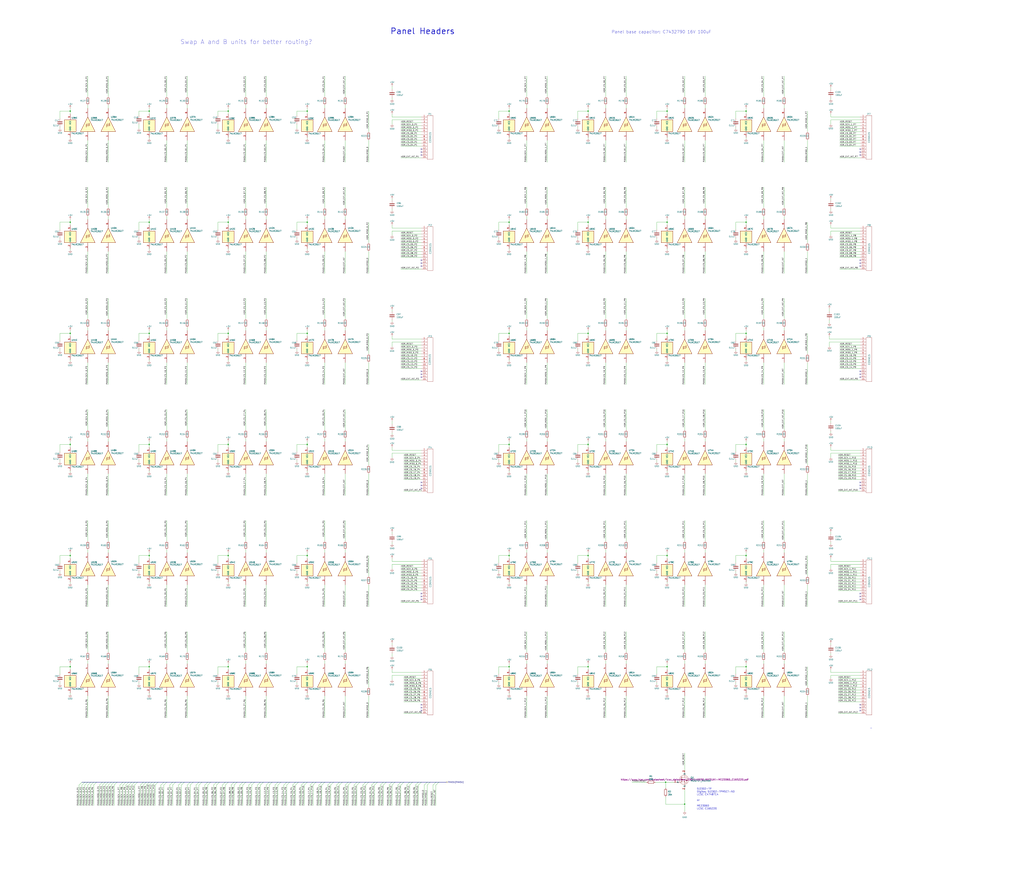
<source format=kicad_sch>
(kicad_sch (version 20250114) (generator "eeschema") (generator_version "9.0")
  (paper "User" 889 762)
  (title_block (title "Arena 12-12 Teensy Modular LED Display") (date "2024-12-23") (rev "v10.3") (company "IORodeo for Reiserlab @ Janelia"))
  (bus_alias "PAN3V" (members "RESET" "SCK_0" "MOSI_0" "MISO_0" "SCK_1" "MOSI_1" "MISO_1" "CS_00" "CS_01" "CS_02" "CS_03" "CS_04" "CS_05" "CS_06" "CS_07" "CS_08" "CS_09" "CS_10" "CS_11" "CS_12" "CS_13" "CS_14" "CS_15" "CS_16" "CS_17" "CS_18" "CS_19" "CS_20" "CS_21" "CS_22" "CS_23" "CS_24" "CS_25" "CS_26" "CS_27" "CS_28" "CS_29" "EXT_INT"))
  (bus_alias "PAN5V" (members "SCK_0_P1" "SCK_0_P2" "SCK_0_P3" "SCK_0_P4" "SCK_0_P5" "SCK_0_P5" "SCK_0_P6" "MOSI_0_P1" "MOSI_0_P2" "MOSI_0_P3" "MOSI_0_P4" "MOSI_0_P5" "MOSI_0_P6" "SCK_1_P7" "SCK_1_P8" "SCK_1_P9" "SCK_1_P10" "SCK_1_P11" "SCK_1_P12" "MOSI_1_P7" "MOSI_1_P8" "MOSI_1_P9" "MOSI_1_P10" "MOSI_1_P11" "MOSI_1_P12" "CS_00_P1" "CS_00_P7" "CS_01_P1" "CS_01_P7" "CS_02_P1" "CS_02_P7" "CS_03_P1" "CS_03_P7" "CS_04_P1" "CS_04_P7" "CS_05_P2" "CS_05_P8" "CS_06_P2" "CS_06_P8" "CS_07_P2" "CS_07_P8" "CS_08_P2" "CS_08_P8" "CS_09_P2" "CS_09_P8" "CS_10_P3" "CS_10_P9" "CS_11_P3" "CS_11_P9" "CS_12_P3" "CS_12_P9" "CS_13_P3" "CS_13_P9" "CS_14_P3" "CS_14_P9" "CS_15_P4" "CS_15_P10" "CS_16_P4" "CS_16_P10" "CS_17_P4" "CS_17_P10" "CS_18_P4" "CS_18_P10" "CS_19_P4" "CS_19_P10" "CS_20_P5" "CS_20_P11" "CS_21_P5" "CS_21_P11" "CS_22_P5" "CS_22_P11" "CS_23_P5" "CS_23_P11" "CS_24_P5" "CS_24_P11" "CS_25_P6" "CS_25_P12" "CS_26_P6" "CS_26_P12" "CS_27_P6" "CS_27_P12" "CS_28_P6" "CS_28_P12" "CS_29_P6" "CS_29_P12" "MISO_0" "MISO_1" "RESET" "EXT_INT"))
  (text "Panel base capacitor: C7432790 16V 100uF" (at 530.987 29.337 0) (effects (font (size 2.54 2.54)) (justify left bottom)))
  (text "Panel Headers" (at 338.709 30.226 0) (effects (font (size 5.08 5.08) (thickness 0.508) (bold yes)) (justify left bottom)))
  (text "Swap A and B units for better routing?" (at 213.868 36.576 0) (effects (font (size 3.81 3.81))))
  (text "SI2302-TP \nDigikey SI2302-TPMSCT-ND\nLCSC C4748714  \n\nor\n\nME2306D\nLCSC C165220\n\n" (at 605.028 705.866 0) (effects (font (size 1.524 1.524)) (justify left bottom)))
  (junction (at 510.54 579.12))
  (junction (at 579.12 482.6))
  (junction (at 579.12 579.12))
  (junction (at 198.12 193.04))
  (junction (at 129.54 386.08))
  (junction (at 510.54 386.08))
  (junction (at 579.12 386.08))
  (junction (at 198.12 482.6))
  (junction (at 129.54 579.12))
  (junction (at 510.54 193.04))
  (junction (at 266.7 386.08))
  (junction (at 266.7 289.56))
  (junction (at 60.96 482.6))
  (junction (at 60.96 386.08))
  (junction (at 129.54 482.6))
  (junction (at 441.96 482.6))
  (junction (at 647.7 289.56))
  (junction (at 198.12 386.08))
  (junction (at 441.96 96.52))
  (junction (at 579.12 193.04))
  (junction (at 60.96 289.56))
  (junction (at 647.7 482.6))
  (junction (at 577.85 679.45))
  (junction (at 441.96 289.56))
  (junction (at 129.54 289.56))
  (junction (at 60.96 96.52))
  (junction (at 198.12 96.52))
  (junction (at 266.7 579.12))
  (junction (at 198.12 289.56))
  (junction (at 441.96 386.08))
  (junction (at 579.12 96.52))
  (junction (at 266.7 482.6))
  (junction (at 60.96 193.04))
  (junction (at 647.7 96.52))
  (junction (at 647.7 193.04))
  (junction (at 441.96 193.04))
  (junction (at 579.12 289.56))
  (junction (at 510.54 482.6))
  (junction (at 198.12 579.12))
  (junction (at 647.7 386.08))
  (junction (at 510.54 289.56))
  (junction (at 129.54 193.04))
  (junction (at 510.54 96.52))
  (junction (at 441.96 579.12))
  (junction (at 60.96 579.12))
  (junction (at 266.7 96.52))
  (junction (at 594.36 698.5))
  (junction (at 266.7 193.04))
  (junction (at 129.54 96.52))
  (junction (at 647.7 579.12))
  (no_connect (at 365.76 132.08))
  (no_connect (at 746.76 617.22))
  (no_connect (at 746.76 515.62))
  (no_connect (at 746.76 612.14))
  (no_connect (at 365.76 520.7))
  (no_connect (at 746.76 327.66))
  (no_connect (at 746.76 520.7))
  (no_connect (at 365.76 518.16))
  (no_connect (at 746.76 129.54))
  (no_connect (at 746.76 231.14))
  (no_connect (at 365.76 228.6))
  (no_connect (at 365.76 327.66))
  (no_connect (at 746.76 424.18))
  (no_connect (at 746.76 518.16))
  (no_connect (at 365.76 134.62))
  (no_connect (at 365.76 612.14))
  (no_connect (at 746.76 228.6))
  (no_connect (at 365.76 226.06))
  (no_connect (at 365.76 322.58))
  (no_connect (at 746.76 421.64))
  (no_connect (at 365.76 614.68))
  (no_connect (at 746.76 614.68))
  (no_connect (at 746.76 322.58))
  (no_connect (at 746.76 325.12))
  (no_connect (at 365.76 325.12))
  (no_connect (at 746.76 226.06))
  (no_connect (at 365.76 421.64))
  (no_connect (at 746.76 419.1))
  (no_connect (at 746.76 132.08))
  (no_connect (at 746.76 134.62))
  (no_connect (at 365.76 129.54))
  (no_connect (at 365.76 231.14))
  (no_connect (at 365.76 424.18))
  (no_connect (at 365.76 617.22))
  (no_connect (at 365.76 419.1))
  (no_connect (at 365.76 515.62))
  (bus_entry (at 76.2 681.99) (size 2.54 -2.54))
  (bus_entry (at 223.52 681.99) (size 2.54 -2.54))
  (bus_entry (at 340.36 681.99) (size 2.54 -2.54))
  (bus_entry (at 200.66 681.99) (size 2.54 -2.54))
  (bus_entry (at 180.34 681.99) (size 2.54 -2.54))
  (bus_entry (at 231.14 681.99) (size 2.54 -2.54))
  (bus_entry (at 134.62 681.99) (size 2.54 -2.54))
  (bus_entry (at 370.84 681.99) (size 2.54 -2.54))
  (bus_entry (at 307.34 681.99) (size 2.54 -2.54))
  (bus_entry (at 246.38 681.99) (size 2.54 -2.54))
  (bus_entry (at 71.12 681.99) (size 2.54 -2.54))
  (bus_entry (at 88.9 681.99) (size 2.54 -2.54))
  (bus_entry (at 195.58 681.99) (size 2.54 -2.54))
  (bus_entry (at 124.46 681.99) (size 2.54 -2.54))
  (bus_entry (at 233.68 681.99) (size 2.54 -2.54))
  (bus_entry (at 279.4 681.99) (size 2.54 -2.54))
  (bus_entry (at 99.06 681.99) (size 2.54 -2.54))
  (bus_entry (at 294.64 681.99) (size 2.54 -2.54))
  (bus_entry (at 132.08 681.99) (size 2.54 -2.54))
  (bus_entry (at 154.94 681.99) (size 2.54 -2.54))
  (bus_entry (at 129.54 681.99) (size 2.54 -2.54))
  (bus_entry (at 355.6 681.99) (size 2.54 -2.54))
  (bus_entry (at 241.3 681.99) (size 2.54 -2.54))
  (bus_entry (at 185.42 681.99) (size 2.54 -2.54))
  (bus_entry (at 299.72 681.99) (size 2.54 -2.54))
  (bus_entry (at 276.86 681.99) (size 2.54 -2.54))
  (bus_entry (at 345.44 681.99) (size 2.54 -2.54))
  (bus_entry (at 256.54 681.99) (size 2.54 -2.54))
  (bus_entry (at 81.28 681.99) (size 2.54 -2.54))
  (bus_entry (at 162.56 681.99) (size 2.54 -2.54))
  (bus_entry (at 93.98 681.99) (size 2.54 -2.54))
  (bus_entry (at 149.86 681.99) (size 2.54 -2.54))
  (bus_entry (at 375.92 681.99) (size 2.54 -2.54))
  (bus_entry (at 78.74 681.99) (size 2.54 -2.54))
  (bus_entry (at 142.24 681.99) (size 2.54 -2.54))
  (bus_entry (at 111.76 681.99) (size 2.54 -2.54))
  (bus_entry (at 127 681.99) (size 2.54 -2.54))
  (bus_entry (at 187.96 681.99) (size 2.54 -2.54))
  (bus_entry (at 210.82 681.99) (size 2.54 -2.54))
  (bus_entry (at 378.46 681.99) (size 2.54 -2.54))
  (bus_entry (at 347.98 681.99) (size 2.54 -2.54))
  (bus_entry (at 104.14 681.99) (size 2.54 -2.54))
  (bus_entry (at 254 681.99) (size 2.54 -2.54))
  (bus_entry (at 215.9 681.99) (size 2.54 -2.54))
  (bus_entry (at 91.44 681.99) (size 2.54 -2.54))
  (bus_entry (at 170.18 681.99) (size 2.54 -2.54))
  (bus_entry (at 360.68 681.99) (size 2.54 -2.54))
  (bus_entry (at 284.48 681.99) (size 2.54 -2.54))
  (bus_entry (at 114.3 681.99) (size 2.54 -2.54))
  (bus_entry (at 86.36 681.99) (size 2.54 -2.54))
  (bus_entry (at 193.04 681.99) (size 2.54 -2.54))
  (bus_entry (at 264.16 681.99) (size 2.54 -2.54))
  (bus_entry (at 226.06 681.99) (size 2.54 -2.54))
  (bus_entry (at 261.62 681.99) (size 2.54 -2.54))
  (bus_entry (at 337.82 681.99) (size 2.54 -2.54))
  (bus_entry (at 165.1 681.99) (size 2.54 -2.54))
  (bus_entry (at 147.32 681.99) (size 2.54 -2.54))
  (bus_entry (at 363.22 681.99) (size 2.54 -2.54))
  (bus_entry (at 203.2 681.99) (size 2.54 -2.54))
  (bus_entry (at 139.7 681.99) (size 2.54 -2.54))
  (bus_entry (at 238.76 681.99) (size 2.54 -2.54))
  (bus_entry (at 309.88 681.99) (size 2.54 -2.54))
  (bus_entry (at 368.3 681.99) (size 2.54 -2.54))
  (bus_entry (at 353.06 681.99) (size 2.54 -2.54))
  (bus_entry (at 317.5 681.99) (size 2.54 -2.54))
  (bus_entry (at 73.66 681.99) (size 2.54 -2.54))
  (bus_entry (at 330.2 681.99) (size 2.54 -2.54))
  (bus_entry (at 109.22 681.99) (size 2.54 -2.54))
  (bus_entry (at 157.48 681.99) (size 2.54 -2.54))
  (bus_entry (at 292.1 681.99) (size 2.54 -2.54))
  (bus_entry (at 121.92 681.99) (size 2.54 -2.54))
  (bus_entry (at 302.26 681.99) (size 2.54 -2.54))
  (bus_entry (at 332.74 681.99) (size 2.54 -2.54))
  (bus_entry (at 314.96 681.99) (size 2.54 -2.54))
  (bus_entry (at 68.58 681.99) (size 2.54 -2.54))
  (bus_entry (at 287.02 681.99) (size 2.54 -2.54))
  (bus_entry (at 325.12 681.99) (size 2.54 -2.54))
  (bus_entry (at 322.58 681.99) (size 2.54 -2.54))
  (bus_entry (at 96.52 681.99) (size 2.54 -2.54))
  (bus_entry (at 172.72 681.99) (size 2.54 -2.54))
  (bus_entry (at 116.84 681.99) (size 2.54 -2.54))
  (bus_entry (at 271.78 681.99) (size 2.54 -2.54))
  (bus_entry (at 269.24 681.99) (size 2.54 -2.54))
  (bus_entry (at 106.68 681.99) (size 2.54 -2.54))
  (bus_entry (at 218.44 681.99) (size 2.54 -2.54))
  (bus_entry (at 208.28 681.99) (size 2.54 -2.54))
  (bus_entry (at 177.8 681.99) (size 2.54 -2.54))
  (bus_entry (at 248.92 681.99) (size 2.54 -2.54))
  (bus (pts (xy 88.9 679.45) (xy 91.44 679.45)))
  (wire (pts (xy 162.56 355.6) (xy 162.56 373.38)))
  (wire (pts (xy 93.98 477.52) (xy 93.98 480.06)))
  (wire (pts (xy 281.94 121.92) (xy 281.94 140.97)))
  (wire (pts (xy 721.36 365.76) (xy 721.36 367.03)))
  (wire (pts (xy 198.12 601.98) (xy 198.12 603.25)))
  (wire (pts (xy 594.36 355.6) (xy 594.36 373.38)))
  (bus (pts (xy 302.26 679.45) (xy 304.8 679.45)))
  (wire (pts (xy 727.71 513.08) (xy 746.76 513.08)))
  (wire (pts (xy 501.65 386.08) (xy 510.54 386.08)))
  (wire (pts (xy 612.14 574.04) (xy 612.14 576.58)))
  (wire (pts (xy 238.76 681.99) (xy 238.76 699.77)))
  (wire (pts (xy 281.94 314.96) (xy 281.94 334.01)))
  (wire (pts (xy 120.65 289.56) (xy 120.65 295.91)))
  (wire (pts (xy 231.14 284.48) (xy 231.14 287.02)))
  (wire (pts (xy 543.56 187.96) (xy 543.56 190.5)))
  (wire (pts (xy 213.36 477.52) (xy 213.36 480.06)))
  (wire (pts (xy 594.36 685.8) (xy 594.36 698.5)))
  (wire (pts (xy 721.36 586.74) (xy 746.76 586.74)))
  (wire (pts (xy 340.36 584.2) (xy 365.76 584.2)))
  (wire (pts (xy 525.78 548.64) (xy 525.78 566.42)))
  (wire (pts (xy 594.36 218.44) (xy 594.36 237.49)))
  (wire (pts (xy 60.96 193.04) (xy 60.96 195.58)))
  (wire (pts (xy 721.36 490.22) (xy 721.36 494.03)))
  (bus (pts (xy 335.28 679.45) (xy 340.36 679.45)))
  (wire (pts (xy 543.56 259.08) (xy 543.56 276.86)))
  (wire (pts (xy 257.81 303.53) (xy 257.81 304.8)))
  (wire (pts (xy 257.81 193.04) (xy 266.7 193.04)))
  (wire (pts (xy 266.7 96.52) (xy 266.7 99.06)))
  (wire (pts (xy 728.98 220.98) (xy 746.76 220.98)))
  (wire (pts (xy 213.36 314.96) (xy 213.36 334.01)))
  (wire (pts (xy 172.72 681.99) (xy 172.72 699.77)))
  (wire (pts (xy 728.98 312.42) (xy 746.76 312.42)))
  (wire (pts (xy 76.2 66.04) (xy 76.2 83.82)))
  (wire (pts (xy 548.64 679.45) (xy 561.34 679.45)))
  (wire (pts (xy 52.07 110.49) (xy 52.07 111.76)))
  (wire (pts (xy 474.98 121.92) (xy 474.98 140.97)))
  (wire (pts (xy 662.94 574.04) (xy 662.94 576.58)))
  (bus (pts (xy 264.16 679.45) (xy 266.7 679.45)))
  (wire (pts (xy 340.36 292.1) (xy 340.36 294.64)))
  (wire (pts (xy 662.94 259.08) (xy 662.94 276.86)))
  (wire (pts (xy 81.28 681.99) (xy 81.28 699.77)))
  (wire (pts (xy 281.94 284.48) (xy 281.94 287.02)))
  (wire (pts (xy 728.98 106.68) (xy 746.76 106.68)))
  (wire (pts (xy 441.96 480.06) (xy 441.96 482.6)))
  (wire (pts (xy 320.04 121.92) (xy 320.04 140.97)))
  (wire (pts (xy 350.52 416.56) (xy 365.76 416.56)))
  (wire (pts (xy 433.07 482.6) (xy 433.07 488.95)))
  (wire (pts (xy 189.23 386.08) (xy 189.23 392.43)))
  (wire (pts (xy 570.23 289.56) (xy 570.23 295.91)))
  (wire (pts (xy 728.98 210.82) (xy 746.76 210.82)))
  (wire (pts (xy 543.56 477.52) (xy 543.56 480.06)))
  (wire (pts (xy 594.36 411.48) (xy 594.36 430.53)))
  (wire (pts (xy 347.98 492.76) (xy 365.76 492.76)))
  (wire (pts (xy 257.81 496.57) (xy 257.81 497.84)))
  (wire (pts (xy 213.36 604.52) (xy 213.36 623.57)))
  (wire (pts (xy 543.56 411.48) (xy 543.56 430.53)))
  (bus (pts (xy 312.42 679.45) (xy 317.5 679.45)))
  (wire (pts (xy 525.78 314.96) (xy 525.78 334.01)))
  (wire (pts (xy 129.54 96.52) (xy 129.54 99.06)))
  (wire (pts (xy 721.36 182.88) (xy 721.36 181.61)))
  (wire (pts (xy 320.04 508) (xy 320.04 527.05)))
  (wire (pts (xy 129.54 312.42) (xy 129.54 313.69)))
  (wire (pts (xy 340.36 490.22) (xy 340.36 494.03)))
  (wire (pts (xy 510.54 576.58) (xy 510.54 579.12)))
  (wire (pts (xy 281.94 162.56) (xy 281.94 180.34)))
  (wire (pts (xy 340.36 393.7) (xy 340.36 397.51)))
  (bus (pts (xy 378.46 679.45) (xy 381 679.45)))
  (wire (pts (xy 638.81 303.53) (xy 638.81 304.8)))
  (bus (pts (xy 127 679.45) (xy 129.54 679.45)))
  (wire (pts (xy 441.96 289.56) (xy 441.96 292.1)))
  (wire (pts (xy 570.23 96.52) (xy 579.12 96.52)))
  (wire (pts (xy 728.98 302.26) (xy 746.76 302.26)))
  (wire (pts (xy 254 681.99) (xy 254 699.77)))
  (bus (pts (xy 342.9 679.45) (xy 347.98 679.45)))
  (wire (pts (xy 299.72 162.56) (xy 299.72 180.34)))
  (wire (pts (xy 638.81 400.05) (xy 638.81 401.32)))
  (bus (pts (xy 279.4 679.45) (xy 281.94 679.45)))
  (wire (pts (xy 299.72 574.04) (xy 299.72 576.58)))
  (wire (pts (xy 162.56 259.08) (xy 162.56 276.86)))
  (wire (pts (xy 330.2 681.99) (xy 330.2 699.77)))
  (wire (pts (xy 52.07 193.04) (xy 52.07 199.39)))
  (wire (pts (xy 577.85 679.45) (xy 585.47 679.45)))
  (wire (pts (xy 129.54 408.94) (xy 129.54 410.21)))
  (wire (pts (xy 129.54 505.46) (xy 129.54 506.73)))
  (wire (pts (xy 701.04 96.52) (xy 701.04 114.3)))
  (bus (pts (xy 363.22 679.45) (xy 365.76 679.45)))
  (wire (pts (xy 543.56 355.6) (xy 543.56 373.38)))
  (wire (pts (xy 727.71 497.84) (xy 746.76 497.84)))
  (wire (pts (xy 647.7 193.04) (xy 647.7 195.58)))
  (wire (pts (xy 612.14 604.52) (xy 612.14 623.57)))
  (wire (pts (xy 114.3 681.99) (xy 114.3 699.77)))
  (wire (pts (xy 701.04 411.48) (xy 701.04 430.53)))
  (wire (pts (xy 144.78 284.48) (xy 144.78 287.02)))
  (wire (pts (xy 543.56 66.04) (xy 543.56 83.82)))
  (wire (pts (xy 93.98 162.56) (xy 93.98 180.34)))
  (wire (pts (xy 680.72 355.6) (xy 680.72 373.38)))
  (wire (pts (xy 347.98 127) (xy 365.76 127)))
  (wire (pts (xy 543.56 121.92) (xy 543.56 140.97)))
  (wire (pts (xy 200.66 681.99) (xy 200.66 699.77)))
  (wire (pts (xy 347.98 523.24) (xy 365.76 523.24)))
  (wire (pts (xy 120.65 579.12) (xy 129.54 579.12)))
  (wire (pts (xy 198.12 119.38) (xy 198.12 120.65)))
  (wire (pts (xy 266.7 579.12) (xy 266.7 581.66)))
  (wire (pts (xy 198.12 289.56) (xy 198.12 292.1)))
  (wire (pts (xy 594.36 548.64) (xy 594.36 566.42)))
  (bus (pts (xy 259.08 679.45) (xy 264.16 679.45)))
  (wire (pts (xy 347.98 508) (xy 365.76 508)))
  (wire (pts (xy 728.98 304.8) (xy 746.76 304.8)))
  (wire (pts (xy 433.07 386.08) (xy 433.07 392.43)))
  (wire (pts (xy 594.36 698.5) (xy 594.36 704.85)))
  (wire (pts (xy 93.98 355.6) (xy 93.98 373.38)))
  (wire (pts (xy 570.23 386.08) (xy 570.23 392.43)))
  (wire (pts (xy 129.54 383.54) (xy 129.54 386.08)))
  (wire (pts (xy 525.78 66.04) (xy 525.78 83.82)))
  (wire (pts (xy 266.7 505.46) (xy 266.7 506.73)))
  (wire (pts (xy 198.12 482.6) (xy 198.12 485.14)))
  (wire (pts (xy 728.98 203.2) (xy 746.76 203.2)))
  (wire (pts (xy 213.36 162.56) (xy 213.36 180.34)))
  (bus (pts (xy 91.44 679.45) (xy 93.98 679.45)))
  (wire (pts (xy 441.96 215.9) (xy 441.96 217.17)))
  (wire (pts (xy 594.36 259.08) (xy 594.36 276.86)))
  (bus (pts (xy 81.28 679.45) (xy 83.82 679.45)))
  (wire (pts (xy 266.7 119.38) (xy 266.7 120.65)))
  (wire (pts (xy 76.2 162.56) (xy 76.2 180.34)))
  (bus (pts (xy 332.74 679.45) (xy 335.28 679.45)))
  (wire (pts (xy 340.36 294.64) (xy 365.76 294.64)))
  (wire (pts (xy 266.7 383.54) (xy 266.7 386.08)))
  (wire (pts (xy 347.98 111.76) (xy 365.76 111.76)))
  (wire (pts (xy 680.72 381) (xy 680.72 383.54)))
  (wire (pts (xy 347.98 302.26) (xy 365.76 302.26)))
  (wire (pts (xy 433.07 289.56) (xy 433.07 295.91)))
  (wire (pts (xy 350.52 414.02) (xy 365.76 414.02)))
  (wire (pts (xy 340.36 487.68) (xy 365.76 487.68)))
  (wire (pts (xy 612.14 314.96) (xy 612.14 334.01)))
  (wire (pts (xy 129.54 289.56) (xy 129.54 292.1)))
  (wire (pts (xy 144.78 411.48) (xy 144.78 430.53)))
  (wire (pts (xy 638.81 96.52) (xy 647.7 96.52)))
  (wire (pts (xy 231.14 91.44) (xy 231.14 93.98)))
  (wire (pts (xy 350.52 604.52) (xy 365.76 604.52)))
  (wire (pts (xy 728.98 124.46) (xy 746.76 124.46)))
  (wire (pts (xy 662.94 477.52) (xy 662.94 480.06)))
  (wire (pts (xy 198.12 287.02) (xy 198.12 289.56)))
  (wire (pts (xy 340.36 485.14) (xy 340.36 487.68)))
  (bus (pts (xy 325.12 679.45) (xy 327.66 679.45)))
  (wire (pts (xy 510.54 482.6) (xy 510.54 485.14)))
  (wire (pts (xy 299.72 314.96) (xy 299.72 334.01)))
  (wire (pts (xy 162.56 162.56) (xy 162.56 180.34)))
  (wire (pts (xy 76.2 381) (xy 76.2 383.54)))
  (wire (pts (xy 281.94 574.04) (xy 281.94 576.58)))
  (wire (pts (xy 612.14 548.64) (xy 612.14 566.42)))
  (wire (pts (xy 120.65 207.01) (xy 120.65 208.28)))
  (wire (pts (xy 727.71 607.06) (xy 746.76 607.06)))
  (wire (pts (xy 638.81 207.01) (xy 638.81 208.28)))
  (wire (pts (xy 320.04 411.48) (xy 320.04 430.53)))
  (wire (pts (xy 347.98 109.22) (xy 365.76 109.22)))
  (bus (pts (xy 350.52 679.45) (xy 355.6 679.45)))
  (wire (pts (xy 68.58 681.99) (xy 68.58 699.77)))
  (wire (pts (xy 647.7 601.98) (xy 647.7 603.25)))
  (wire (pts (xy 162.56 121.92) (xy 162.56 140.97)))
  (wire (pts (xy 129.54 193.04) (xy 129.54 195.58)))
  (wire (pts (xy 350.52 589.28) (xy 365.76 589.28)))
  (wire (pts (xy 299.72 355.6) (xy 299.72 373.38)))
  (wire (pts (xy 662.94 604.52) (xy 662.94 623.57)))
  (wire (pts (xy 52.07 400.05) (xy 52.07 401.32)))
  (wire (pts (xy 281.94 508) (xy 281.94 527.05)))
  (wire (pts (xy 433.07 593.09) (xy 433.07 594.36)))
  (wire (pts (xy 294.64 681.99) (xy 294.64 699.77)))
  (wire (pts (xy 647.7 408.94) (xy 647.7 410.21)))
  (wire (pts (xy 340.36 586.74) (xy 365.76 586.74)))
  (wire (pts (xy 647.7 215.9) (xy 647.7 217.17)))
  (wire (pts (xy 144.78 314.96) (xy 144.78 334.01)))
  (bus (pts (xy 182.88 679.45) (xy 187.96 679.45)))
  (wire (pts (xy 52.07 193.04) (xy 60.96 193.04)))
  (wire (pts (xy 433.07 110.49) (xy 433.07 111.76)))
  (wire (pts (xy 162.56 508) (xy 162.56 527.05)))
  (wire (pts (xy 612.14 259.08) (xy 612.14 276.86)))
  (wire (pts (xy 189.23 482.6) (xy 198.12 482.6)))
  (wire (pts (xy 76.2 548.64) (xy 76.2 566.42)))
  (wire (pts (xy 727.71 591.82) (xy 746.76 591.82)))
  (wire (pts (xy 129.54 480.06) (xy 129.54 482.6)))
  (wire (pts (xy 612.14 162.56) (xy 612.14 180.34)))
  (bus (pts (xy 340.36 679.45) (xy 342.9 679.45)))
  (wire (pts (xy 721.36 462.28) (xy 721.36 463.55)))
  (bus (pts (xy 76.2 679.45) (xy 78.74 679.45)))
  (bus (pts (xy 309.88 679.45) (xy 312.42 679.45)))
  (wire (pts (xy 662.94 121.92) (xy 662.94 140.97)))
  (wire (pts (xy 720.09 292.1) (xy 720.09 294.64)))
  (wire (pts (xy 543.56 314.96) (xy 543.56 334.01)))
  (wire (pts (xy 474.98 411.48) (xy 474.98 430.53)))
  (wire (pts (xy 647.7 312.42) (xy 647.7 313.69)))
  (wire (pts (xy 727.71 406.4) (xy 746.76 406.4)))
  (wire (pts (xy 728.98 208.28) (xy 746.76 208.28)))
  (wire (pts (xy 501.65 289.56) (xy 501.65 295.91)))
  (wire (pts (xy 129.54 601.98) (xy 129.54 603.25)))
  (wire (pts (xy 347.98 220.98) (xy 365.76 220.98)))
  (wire (pts (xy 208.28 681.99) (xy 208.28 699.77)))
  (wire (pts (xy 662.94 381) (xy 662.94 383.54)))
  (wire (pts (xy 144.78 548.64) (xy 144.78 566.42)))
  (wire (pts (xy 543.56 284.48) (xy 543.56 287.02)))
  (wire (pts (xy 320.04 604.52) (xy 320.04 623.57)))
  (wire (pts (xy 727.71 396.24) (xy 746.76 396.24)))
  (wire (pts (xy 647.7 576.58) (xy 647.7 579.12)))
  (wire (pts (xy 727.71 398.78) (xy 746.76 398.78)))
  (wire (pts (xy 340.36 85.09) (xy 340.36 86.36)))
  (wire (pts (xy 129.54 576.58) (xy 129.54 579.12)))
  (wire (pts (xy 594.36 66.04) (xy 594.36 83.82)))
  (wire (pts (xy 76.2 187.96) (xy 76.2 190.5)))
  (wire (pts (xy 60.96 215.9) (xy 60.96 217.17)))
  (wire (pts (xy 728.98 116.84) (xy 746.76 116.84)))
  (wire (pts (xy 701.04 482.6) (xy 701.04 500.38)))
  (bus (pts (xy 297.18 679.45) (xy 302.26 679.45)))
  (wire (pts (xy 144.78 91.44) (xy 144.78 93.98)))
  (wire (pts (xy 647.7 505.46) (xy 647.7 506.73)))
  (wire (pts (xy 147.32 681.99) (xy 147.32 699.77)))
  (wire (pts (xy 457.2 218.44) (xy 457.2 237.49)))
  (wire (pts (xy 474.98 187.96) (xy 474.98 190.5)))
  (wire (pts (xy 720.09 297.18) (xy 720.09 300.99)))
  (wire (pts (xy 256.54 681.99) (xy 256.54 699.77)))
  (wire (pts (xy 93.98 452.12) (xy 93.98 469.9)))
  (wire (pts (xy 281.94 452.12) (xy 281.94 469.9)))
  (bus (pts (xy 287.02 679.45) (xy 289.56 679.45)))
  (wire (pts (xy 441.96 119.38) (xy 441.96 120.65)))
  (wire (pts (xy 189.23 207.01) (xy 189.23 208.28)))
  (wire (pts (xy 60.96 119.38) (xy 60.96 120.65)))
  (wire (pts (xy 433.07 303.53) (xy 433.07 304.8)))
  (wire (pts (xy 474.98 477.52) (xy 474.98 480.06)))
  (wire (pts (xy 340.36 581.66) (xy 340.36 584.2)))
  (wire (pts (xy 638.81 593.09) (xy 638.81 594.36)))
  (wire (pts (xy 441.96 505.46) (xy 441.96 506.73)))
  (wire (pts (xy 680.72 187.96) (xy 680.72 190.5)))
  (wire (pts (xy 340.36 391.16) (xy 365.76 391.16)))
  (wire (pts (xy 457.2 66.04) (xy 457.2 83.82)))
  (wire (pts (xy 510.54 383.54) (xy 510.54 386.08)))
  (wire (pts (xy 157.48 681.99) (xy 157.48 699.77)))
  (wire (pts (xy 525.78 218.44) (xy 525.78 237.49)))
  (wire (pts (xy 231.14 314.96) (xy 231.14 334.01)))
  (wire (pts (xy 612.14 508) (xy 612.14 527.05)))
  (wire (pts (xy 525.78 477.52) (xy 525.78 480.06)))
  (wire (pts (xy 231.14 477.52) (xy 231.14 480.06)))
  (wire (pts (xy 60.96 96.52) (xy 60.96 99.06)))
  (bus (pts (xy 241.3 679.45) (xy 243.84 679.45)))
  (bus (pts (xy 190.5 679.45) (xy 195.58 679.45)))
  (wire (pts (xy 266.7 193.04) (xy 266.7 195.58)))
  (wire (pts (xy 231.14 452.12) (xy 231.14 469.9)))
  (wire (pts (xy 501.65 96.52) (xy 510.54 96.52)))
  (wire (pts (xy 129.54 190.5) (xy 129.54 193.04)))
  (wire (pts (xy 347.98 114.3) (xy 365.76 114.3)))
  (bus (pts (xy 142.24 679.45) (xy 144.78 679.45)))
  (wire (pts (xy 474.98 355.6) (xy 474.98 373.38)))
  (wire (pts (xy 727.71 401.32) (xy 746.76 401.32)))
  (wire (pts (xy 647.7 480.06) (xy 647.7 482.6)))
  (wire (pts (xy 457.2 548.64) (xy 457.2 566.42)))
  (wire (pts (xy 347.98 203.2) (xy 365.76 203.2)))
  (bus (pts (xy 228.6 679.45) (xy 233.68 679.45)))
  (wire (pts (xy 347.98 223.52) (xy 365.76 223.52)))
  (wire (pts (xy 594.36 187.96) (xy 594.36 190.5)))
  (wire (pts (xy 510.54 289.56) (xy 510.54 292.1)))
  (wire (pts (xy 93.98 66.04) (xy 93.98 83.82)))
  (wire (pts (xy 124.46 681.99) (xy 124.46 699.77)))
  (wire (pts (xy 662.94 452.12) (xy 662.94 469.9)))
  (wire (pts (xy 638.81 496.57) (xy 638.81 497.84)))
  (wire (pts (xy 340.36 195.58) (xy 340.36 198.12)))
  (wire (pts (xy 299.72 452.12) (xy 299.72 469.9)))
  (bus (pts (xy 93.98 679.45) (xy 96.52 679.45)))
  (wire (pts (xy 96.52 681.99) (xy 96.52 699.77)))
  (wire (pts (xy 728.98 317.5) (xy 746.76 317.5)))
  (wire (pts (xy 120.65 289.56) (xy 129.54 289.56)))
  (wire (pts (xy 721.36 85.09) (xy 721.36 86.36)))
  (wire (pts (xy 189.23 96.52) (xy 198.12 96.52)))
  (wire (pts (xy 594.36 574.04) (xy 594.36 576.58)))
  (wire (pts (xy 368.3 681.99) (xy 368.3 699.77)))
  (wire (pts (xy 441.96 93.98) (xy 441.96 96.52)))
  (wire (pts (xy 309.88 681.99) (xy 309.88 699.77)))
  (wire (pts (xy 363.22 681.99) (xy 363.22 699.77)))
  (wire (pts (xy 701.04 193.04) (xy 701.04 210.82)))
  (wire (pts (xy 246.38 681.99) (xy 246.38 699.77)))
  (wire (pts (xy 433.07 289.56) (xy 441.96 289.56)))
  (wire (pts (xy 474.98 508) (xy 474.98 527.05)))
  (wire (pts (xy 76.2 355.6) (xy 76.2 373.38)))
  (wire (pts (xy 93.98 381) (xy 93.98 383.54)))
  (wire (pts (xy 52.07 482.6) (xy 52.07 488.95)))
  (wire (pts (xy 727.71 403.86) (xy 746.76 403.86)))
  (wire (pts (xy 727.71 510.54) (xy 746.76 510.54)))
  (wire (pts (xy 721.36 99.06) (xy 721.36 101.6)))
  (wire (pts (xy 662.94 91.44) (xy 662.94 93.98)))
  (wire (pts (xy 543.56 381) (xy 543.56 383.54)))
  (wire (pts (xy 727.71 492.76) (xy 746.76 492.76)))
  (wire (pts (xy 287.02 681.99) (xy 287.02 699.77)))
  (wire (pts (xy 340.36 297.18) (xy 365.76 297.18)))
  (wire (pts (xy 299.72 604.52) (xy 299.72 623.57)))
  (wire (pts (xy 579.12 215.9) (xy 579.12 217.17)))
  (bus (pts (xy 289.56 679.45) (xy 294.64 679.45)))
  (wire (pts (xy 441.96 482.6) (xy 441.96 485.14)))
  (wire (pts (xy 257.81 482.6) (xy 266.7 482.6)))
  (bus (pts (xy 203.2 679.45) (xy 205.74 679.45)))
  (wire (pts (xy 350.52 609.6) (xy 365.76 609.6)))
  (wire (pts (xy 299.72 121.92) (xy 299.72 140.97)))
  (wire (pts (xy 320.04 314.96) (xy 320.04 334.01)))
  (bus (pts (xy 233.68 679.45) (xy 236.22 679.45)))
  (wire (pts (xy 198.12 96.52) (xy 198.12 99.06)))
  (wire (pts (xy 510.54 386.08) (xy 510.54 388.62)))
  (wire (pts (xy 457.2 604.52) (xy 457.2 623.57)))
  (wire (pts (xy 340.36 567.69) (xy 340.36 570.23)))
  (wire (pts (xy 134.62 681.99) (xy 134.62 699.77)))
  (wire (pts (xy 579.12 119.38) (xy 579.12 120.65)))
  (wire (pts (xy 320.04 482.6) (xy 320.04 500.38)))
  (wire (pts (xy 347.98 116.84) (xy 365.76 116.84)))
  (wire (pts (xy 284.48 681.99) (xy 284.48 699.77)))
  (wire (pts (xy 198.12 579.12) (xy 198.12 581.66)))
  (wire (pts (xy 680.72 508) (xy 680.72 527.05)))
  (wire (pts (xy 647.7 93.98) (xy 647.7 96.52)))
  (wire (pts (xy 350.52 596.9) (xy 365.76 596.9)))
  (bus (pts (xy 180.34 679.45) (xy 182.88 679.45)))
  (wire (pts (xy 680.72 162.56) (xy 680.72 180.34)))
  (wire (pts (xy 347.98 213.36) (xy 365.76 213.36)))
  (wire (pts (xy 144.78 187.96) (xy 144.78 190.5)))
  (wire (pts (xy 241.3 681.99) (xy 241.3 699.77)))
  (wire (pts (xy 198.12 215.9) (xy 198.12 217.17)))
  (wire (pts (xy 218.44 681.99) (xy 218.44 699.77)))
  (wire (pts (xy 570.23 400.05) (xy 570.23 401.32)))
  (wire (pts (xy 340.36 74.93) (xy 340.36 77.47)))
  (wire (pts (xy 727.71 500.38) (xy 746.76 500.38)))
  (wire (pts (xy 647.7 287.02) (xy 647.7 289.56)))
  (wire (pts (xy 73.66 681.99) (xy 73.66 699.77)))
  (wire (pts (xy 52.07 386.08) (xy 60.96 386.08)))
  (wire (pts (xy 680.72 452.12) (xy 680.72 469.9)))
  (wire (pts (xy 213.36 355.6) (xy 213.36 373.38)))
  (wire (pts (xy 543.56 452.12) (xy 543.56 469.9)))
  (wire (pts (xy 189.23 289.56) (xy 198.12 289.56)))
  (wire (pts (xy 189.23 193.04) (xy 189.23 199.39)))
  (wire (pts (xy 257.81 289.56) (xy 257.81 295.91)))
  (wire (pts (xy 261.62 681.99) (xy 261.62 699.77)))
  (wire (pts (xy 60.96 505.46) (xy 60.96 506.73)))
  (wire (pts (xy 570.23 496.57) (xy 570.23 497.84)))
  (bus (pts (xy 111.76 679.45) (xy 114.3 679.45)))
  (wire (pts (xy 231.14 381) (xy 231.14 383.54)))
  (wire (pts (xy 347.98 500.38) (xy 365.76 500.38)))
  (wire (pts (xy 662.94 66.04) (xy 662.94 83.82)))
  (wire (pts (xy 680.72 121.92) (xy 680.72 140.97)))
  (wire (pts (xy 266.7 482.6) (xy 266.7 485.14)))
  (wire (pts (xy 52.07 579.12) (xy 60.96 579.12)))
  (wire (pts (xy 638.81 579.12) (xy 638.81 585.47)))
  (wire (pts (xy 109.22 681.99) (xy 109.22 699.77)))
  (wire (pts (xy 231.14 508) (xy 231.14 527.05)))
  (wire (pts (xy 612.14 411.48) (xy 612.14 430.53)))
  (wire (pts (xy 257.81 289.56) (xy 266.7 289.56)))
  (wire (pts (xy 60.96 287.02) (xy 60.96 289.56)))
  (wire (pts (xy 433.07 579.12) (xy 433.07 585.47)))
  (wire (pts (xy 180.34 681.99) (xy 180.34 699.77)))
  (polyline (pts (xy 727.837 567.436) (xy 727.837 567.563)))
  (wire (pts (xy 501.65 496.57) (xy 501.65 497.84)))
  (wire (pts (xy 86.36 681.99) (xy 86.36 699.77)))
  (wire (pts (xy 647.7 190.5) (xy 647.7 193.04)))
  (wire (pts (xy 144.78 121.92) (xy 144.78 140.97)))
  (wire (pts (xy 457.2 508) (xy 457.2 527.05)))
  (wire (pts (xy 721.36 374.65) (xy 721.36 375.92)))
  (wire (pts (xy 457.2 121.92) (xy 457.2 140.97)))
  (wire (pts (xy 106.68 681.99) (xy 106.68 699.77)))
  (wire (pts (xy 60.96 93.98) (xy 60.96 96.52)))
  (wire (pts (xy 60.96 190.5) (xy 60.96 193.04)))
  (wire (pts (xy 189.23 303.53) (xy 189.23 304.8)))
  (wire (pts (xy 579.12 289.56) (xy 579.12 292.1)))
  (bus (pts (xy 218.44 679.45) (xy 220.98 679.45)))
  (wire (pts (xy 662.94 284.48) (xy 662.94 287.02)))
  (bus (pts (xy 248.92 679.45) (xy 251.46 679.45)))
  (bus (pts (xy 172.72 679.45) (xy 175.26 679.45)))
  (wire (pts (xy 594.36 477.52) (xy 594.36 480.06)))
  (wire (pts (xy 727.71 502.92) (xy 746.76 502.92)))
  (wire (pts (xy 543.56 162.56) (xy 543.56 180.34)))
  (wire (pts (xy 612.14 284.48) (xy 612.14 287.02)))
  (bus (pts (xy 175.26 679.45) (xy 180.34 679.45)))
  (wire (pts (xy 721.36 471.17) (xy 721.36 472.44)))
  (wire (pts (xy 579.12 386.08) (xy 579.12 388.62)))
  (wire (pts (xy 162.56 91.44) (xy 162.56 93.98)))
  (wire (pts (xy 198.12 576.58) (xy 198.12 579.12)))
  (bus (pts (xy 101.6 679.45) (xy 106.68 679.45)))
  (wire (pts (xy 347.98 307.34) (xy 365.76 307.34)))
  (wire (pts (xy 162.56 548.64) (xy 162.56 566.42)))
  (wire (pts (xy 60.96 408.94) (xy 60.96 410.21)))
  (wire (pts (xy 457.2 162.56) (xy 457.2 180.34)))
  (wire (pts (xy 76.2 121.92) (xy 76.2 140.97)))
  (wire (pts (xy 728.98 330.2) (xy 746.76 330.2)))
  (bus (pts (xy 157.48 679.45) (xy 160.02 679.45)))
  (bus (pts (xy 187.96 679.45) (xy 190.5 679.45)))
  (wire (pts (xy 457.2 411.48) (xy 457.2 430.53)))
  (wire (pts (xy 257.81 193.04) (xy 257.81 199.39)))
  (wire (pts (xy 594.36 508) (xy 594.36 527.05)))
  (wire (pts (xy 433.07 386.08) (xy 441.96 386.08)))
  (wire (pts (xy 213.36 574.04) (xy 213.36 576.58)))
  (wire (pts (xy 721.36 558.8) (xy 721.36 560.07)))
  (wire (pts (xy 226.06 681.99) (xy 226.06 699.77)))
  (wire (pts (xy 570.23 193.04) (xy 579.12 193.04)))
  (wire (pts (xy 93.98 508) (xy 93.98 527.05)))
  (wire (pts (xy 189.23 289.56) (xy 189.23 295.91)))
  (wire (pts (xy 120.65 400.05) (xy 120.65 401.32)))
  (wire (pts (xy 350.52 408.94) (xy 365.76 408.94)))
  (wire (pts (xy 727.71 596.9) (xy 746.76 596.9)))
  (wire (pts (xy 579.12 96.52) (xy 579.12 99.06)))
  (wire (pts (xy 302.26 681.99) (xy 302.26 699.77)))
  (wire (pts (xy 76.2 411.48) (xy 76.2 430.53)))
  (wire (pts (xy 457.2 187.96) (xy 457.2 190.5)))
  (wire (pts (xy 340.36 558.8) (xy 340.36 560.07)))
  (wire (pts (xy 266.7 190.5) (xy 266.7 193.04)))
  (wire (pts (xy 721.36 200.66) (xy 746.76 200.66)))
  (wire (pts (xy 347.98 299.72) (xy 365.76 299.72)))
  (bus (pts (xy 365.76 679.45) (xy 370.84 679.45)))
  (wire (pts (xy 501.65 289.56) (xy 510.54 289.56)))
  (wire (pts (xy 721.36 388.62) (xy 721.36 391.16)))
  (wire (pts (xy 93.98 259.08) (xy 93.98 276.86)))
  (wire (pts (xy 721.36 101.6) (xy 746.76 101.6)))
  (wire (pts (xy 213.36 187.96) (xy 213.36 190.5)))
  (wire (pts (xy 347.98 497.84) (xy 365.76 497.84)))
  (wire (pts (xy 501.65 303.53) (xy 501.65 304.8)))
  (wire (pts (xy 340.36 101.6) (xy 365.76 101.6)))
  (wire (pts (xy 680.72 259.08) (xy 680.72 276.86)))
  (wire (pts (xy 162.56 574.04) (xy 162.56 576.58)))
  (wire (pts (xy 594.36 314.96) (xy 594.36 334.01)))
  (wire (pts (xy 120.65 303.53) (xy 120.65 304.8)))
  (wire (pts (xy 612.14 91.44) (xy 612.14 93.98)))
  (wire (pts (xy 320.04 218.44) (xy 320.04 237.49)))
  (wire (pts (xy 213.36 121.92) (xy 213.36 140.97)))
  (wire (pts (xy 457.2 477.52) (xy 457.2 480.06)))
  (wire (pts (xy 231.14 66.04) (xy 231.14 83.82)))
  (wire (pts (xy 257.81 482.6) (xy 257.81 488.95)))
  (wire (pts (xy 441.96 190.5) (xy 441.96 193.04)))
  (wire (pts (xy 281.94 604.52) (xy 281.94 623.57)))
  (bus (pts (xy 106.68 679.45) (xy 109.22 679.45)))
  (wire (pts (xy 162.56 66.04) (xy 162.56 83.82)))
  (wire (pts (xy 474.98 259.08) (xy 474.98 276.86)))
  (wire (pts (xy 299.72 218.44) (xy 299.72 237.49)))
  (wire (pts (xy 120.65 496.57) (xy 120.65 497.84)))
  (wire (pts (xy 728.98 309.88) (xy 746.76 309.88)))
  (bus (pts (xy 320.04 679.45) (xy 325.12 679.45)))
  (wire (pts (xy 638.81 579.12) (xy 647.7 579.12)))
  (wire (pts (xy 680.72 477.52) (xy 680.72 480.06)))
  (wire (pts (xy 340.36 393.7) (xy 365.76 393.7)))
  (wire (pts (xy 474.98 218.44) (xy 474.98 237.49)))
  (wire (pts (xy 347.98 119.38) (xy 365.76 119.38)))
  (wire (pts (xy 120.65 386.08) (xy 120.65 392.43)))
  (wire (pts (xy 154.94 681.99) (xy 154.94 699.77)))
  (wire (pts (xy 340.36 681.99) (xy 340.36 699.77)))
  (wire (pts (xy 727.71 508) (xy 746.76 508)))
  (wire (pts (xy 320.04 289.56) (xy 320.04 307.34)))
  (wire (pts (xy 223.52 681.99) (xy 223.52 699.77)))
  (bus (pts (xy 327.66 679.45) (xy 332.74 679.45)))
  (bus (pts (xy 274.32 679.45) (xy 279.4 679.45)))
  (wire (pts (xy 347.98 233.68) (xy 365.76 233.68)))
  (wire (pts (xy 501.65 193.04) (xy 501.65 199.39)))
  (wire (pts (xy 52.07 289.56) (xy 52.07 295.91)))
  (wire (pts (xy 680.72 284.48) (xy 680.72 287.02)))
  (wire (pts (xy 129.54 287.02) (xy 129.54 289.56)))
  (wire (pts (xy 76.2 284.48) (xy 76.2 287.02)))
  (wire (pts (xy 457.2 91.44) (xy 457.2 93.98)))
  (wire (pts (xy 510.54 96.52) (xy 510.54 99.06)))
  (wire (pts (xy 728.98 320.04) (xy 746.76 320.04)))
  (wire (pts (xy 269.24 681.99) (xy 269.24 699.77)))
  (wire (pts (xy 525.78 411.48) (xy 525.78 430.53)))
  (wire (pts (xy 320.04 386.08) (xy 320.04 403.86)))
  (bus (pts (xy 256.54 679.45) (xy 259.08 679.45)))
  (polyline (pts (xy 755.65 632.46) (xy 756.92 632.46)))
  (wire (pts (xy 350.52 599.44) (xy 365.76 599.44)))
  (wire (pts (xy 510.54 601.98) (xy 510.54 603.25)))
  (wire (pts (xy 570.23 593.09) (xy 570.23 594.36)))
  (wire (pts (xy 162.56 411.48) (xy 162.56 430.53)))
  (wire (pts (xy 76.2 681.99) (xy 76.2 699.77)))
  (wire (pts (xy 525.78 259.08) (xy 525.78 276.86)))
  (wire (pts (xy 347.98 137.16) (xy 365.76 137.16)))
  (wire (pts (xy 375.92 681.99) (xy 375.92 699.77)))
  (wire (pts (xy 162.56 681.99) (xy 162.56 699.77)))
  (wire (pts (xy 474.98 604.52) (xy 474.98 623.57)))
  (wire (pts (xy 441.96 193.04) (xy 441.96 195.58)))
  (wire (pts (xy 185.42 681.99) (xy 185.42 699.77)))
  (wire (pts (xy 149.86 681.99) (xy 149.86 699.77)))
  (wire (pts (xy 213.36 508) (xy 213.36 527.05)))
  (wire (pts (xy 727.71 594.36) (xy 746.76 594.36)))
  (wire (pts (xy 720.09 297.18) (xy 746.76 297.18)))
  (wire (pts (xy 441.96 386.08) (xy 441.96 388.62)))
  (wire (pts (xy 350.52 601.98) (xy 365.76 601.98)))
  (wire (pts (xy 144.78 574.04) (xy 144.78 576.58)))
  (wire (pts (xy 360.68 681.99) (xy 360.68 699.77)))
  (wire (pts (xy 325.12 681.99) (xy 325.12 699.77)))
  (wire (pts (xy 281.94 477.52) (xy 281.94 480.06)))
  (wire (pts (xy 579.12 601.98) (xy 579.12 603.25)))
  (wire (pts (xy 52.07 496.57) (xy 52.07 497.84)))
  (wire (pts (xy 340.36 269.24) (xy 340.36 270.51)))
  (wire (pts (xy 728.98 205.74) (xy 746.76 205.74)))
  (bus (pts (xy 71.12 679.45) (xy 73.66 679.45)))
  (wire (pts (xy 457.2 452.12) (xy 457.2 469.9)))
  (wire (pts (xy 129.54 579.12) (xy 129.54 581.66)))
  (bus (pts (xy 358.14 679.45) (xy 363.22 679.45)))
  (wire (pts (xy 299.72 411.48) (xy 299.72 430.53)))
  (wire (pts (xy 281.94 91.44) (xy 281.94 93.98)))
  (wire (pts (xy 721.36 487.68) (xy 746.76 487.68)))
  (wire (pts (xy 721.36 391.16) (xy 746.76 391.16)))
  (wire (pts (xy 340.36 200.66) (xy 365.76 200.66)))
  (wire (pts (xy 594.36 284.48) (xy 594.36 287.02)))
  (wire (pts (xy 433.07 207.01) (xy 433.07 208.28)))
  (wire (pts (xy 727.71 604.52) (xy 746.76 604.52)))
  (wire (pts (xy 144.78 508) (xy 144.78 527.05)))
  (bus (pts (xy 198.12 679.45) (xy 203.2 679.45)))
  (wire (pts (xy 257.81 593.09) (xy 257.81 594.36)))
  (wire (pts (xy 347.98 502.92) (xy 365.76 502.92)))
  (wire (pts (xy 510.54 93.98) (xy 510.54 96.52)))
  (wire (pts (xy 299.72 381) (xy 299.72 383.54)))
  (wire (pts (xy 347.98 681.99) (xy 347.98 699.77)))
  (wire (pts (xy 647.7 579.12) (xy 647.7 581.66)))
  (wire (pts (xy 347.98 510.54) (xy 365.76 510.54)))
  (wire (pts (xy 281.94 66.04) (xy 281.94 83.82)))
  (wire (pts (xy 441.96 576.58) (xy 441.96 579.12)))
  (wire (pts (xy 198.12 480.06) (xy 198.12 482.6)))
  (wire (pts (xy 727.71 495.3) (xy 746.76 495.3)))
  (wire (pts (xy 213.36 66.04) (xy 213.36 83.82)))
  (wire (pts (xy 728.98 111.76) (xy 746.76 111.76)))
  (wire (pts (xy 266.7 408.94) (xy 266.7 410.21)))
  (wire (pts (xy 231.14 355.6) (xy 231.14 373.38)))
  (wire (pts (xy 474.98 314.96) (xy 474.98 334.01)))
  (wire (pts (xy 198.12 93.98) (xy 198.12 96.52)))
  (wire (pts (xy 570.23 579.12) (xy 570.23 585.47)))
  (wire (pts (xy 612.14 218.44) (xy 612.14 237.49)))
  (wire (pts (xy 510.54 408.94) (xy 510.54 410.21)))
  (wire (pts (xy 132.08 681.99) (xy 132.08 699.77)))
  (bus (pts (xy 160.02 679.45) (xy 165.1 679.45)))
  (wire (pts (xy 91.44 681.99) (xy 91.44 699.77)))
  (wire (pts (xy 510.54 193.04) (xy 510.54 195.58)))
  (wire (pts (xy 721.36 586.74) (xy 721.36 589.28)))
  (wire (pts (xy 594.36 604.52) (xy 594.36 623.57)))
  (wire (pts (xy 701.04 386.08) (xy 701.04 403.86)))
  (wire (pts (xy 721.36 393.7) (xy 721.36 397.51)))
  (wire (pts (xy 231.14 218.44) (xy 231.14 237.49)))
  (wire (pts (xy 662.94 162.56) (xy 662.94 180.34)))
  (wire (pts (xy 350.52 411.48) (xy 365.76 411.48)))
  (wire (pts (xy 52.07 593.09) (xy 52.07 594.36)))
  (wire (pts (xy 264.16 681.99) (xy 264.16 699.77)))
  (wire (pts (xy 340.36 278.13) (xy 340.36 279.4)))
  (wire (pts (xy 721.36 393.7) (xy 746.76 393.7)))
  (wire (pts (xy 162.56 187.96) (xy 162.56 190.5)))
  (wire (pts (xy 60.96 480.06) (xy 60.96 482.6)))
  (wire (pts (xy 579.12 312.42) (xy 579.12 313.69)))
  (wire (pts (xy 257.81 96.52) (xy 266.7 96.52)))
  (wire (pts (xy 129.54 482.6) (xy 129.54 485.14)))
  (wire (pts (xy 727.71 601.98) (xy 746.76 601.98)))
  (wire (pts (xy 680.72 66.04) (xy 680.72 83.82)))
  (wire (pts (xy 347.98 205.74) (xy 365.76 205.74)))
  (wire (pts (xy 345.44 681.99) (xy 345.44 699.77)))
  (wire (pts (xy 474.98 91.44) (xy 474.98 93.98)))
  (wire (pts (xy 266.7 312.42) (xy 266.7 313.69)))
  (wire (pts (xy 340.36 462.28) (xy 340.36 463.55)))
  (wire (pts (xy 433.07 496.57) (xy 433.07 497.84)))
  (wire (pts (xy 727.71 609.6) (xy 746.76 609.6)))
  (wire (pts (xy 701.04 508) (xy 701.04 527.05)))
  (wire (pts (xy 213.36 91.44) (xy 213.36 93.98)))
  (wire (pts (xy 320.04 193.04) (xy 320.04 210.82)))
  (wire (pts (xy 570.23 193.04) (xy 570.23 199.39)))
  (wire (pts (xy 570.23 96.52) (xy 570.23 102.87)))
  (wire (pts (xy 93.98 574.04) (xy 93.98 576.58)))
  (wire (pts (xy 129.54 386.08) (xy 129.54 388.62)))
  (wire (pts (xy 701.04 121.92) (xy 701.04 140.97)))
  (wire (pts (xy 501.65 482.6) (xy 510.54 482.6)))
  (wire (pts (xy 266.7 287.02) (xy 266.7 289.56)))
  (bus (pts (xy 152.4 679.45) (xy 157.48 679.45)))
  (wire (pts (xy 129.54 215.9) (xy 129.54 217.17)))
  (wire (pts (xy 350.52 396.24) (xy 365.76 396.24)))
  (wire (pts (xy 501.65 593.09) (xy 501.65 594.36)))
  (wire (pts (xy 457.2 381) (xy 457.2 383.54)))
  (wire (pts (xy 680.72 314.96) (xy 680.72 334.01)))
  (wire (pts (xy 638.81 386.08) (xy 647.7 386.08)))
  (wire (pts (xy 189.23 482.6) (xy 189.23 488.95)))
  (wire (pts (xy 720.09 294.64) (xy 746.76 294.64)))
  (wire (pts (xy 647.7 386.08) (xy 647.7 388.62)))
  (wire (pts (xy 727.71 408.94) (xy 746.76 408.94)))
  (wire (pts (xy 76.2 259.08) (xy 76.2 276.86)))
  (wire (pts (xy 638.81 193.04) (xy 638.81 199.39)))
  (wire (pts (xy 314.96 681.99) (xy 314.96 699.77)))
  (wire (pts (xy 144.78 66.04) (xy 144.78 83.82)))
  (wire (pts (xy 347.98 320.04) (xy 365.76 320.04)))
  (wire (pts (xy 279.4 681.99) (xy 279.4 699.77)))
  (wire (pts (xy 612.14 187.96) (xy 612.14 190.5)))
  (bus (pts (xy 134.62 679.45) (xy 137.16 679.45)))
  (wire (pts (xy 93.98 284.48) (xy 93.98 287.02)))
  (wire (pts (xy 337.82 681.99) (xy 337.82 699.77)))
  (wire (pts (xy 340.36 388.62) (xy 340.36 391.16)))
  (wire (pts (xy 210.82 681.99) (xy 210.82 699.77)))
  (bus (pts (xy 304.8 679.45) (xy 309.88 679.45)))
  (wire (pts (xy 198.12 190.5) (xy 198.12 193.04)))
  (bus (pts (xy 271.78 679.45) (xy 274.32 679.45)))
  (wire (pts (xy 144.78 477.52) (xy 144.78 480.06)))
  (bus (pts (xy 213.36 679.45) (xy 218.44 679.45)))
  (wire (pts (xy 728.98 119.38) (xy 746.76 119.38)))
  (bus (pts (xy 99.06 679.45) (xy 101.6 679.45)))
  (wire (pts (xy 721.36 104.14) (xy 721.36 107.95)))
  (wire (pts (xy 433.07 400.05) (xy 433.07 401.32)))
  (wire (pts (xy 93.98 411.48) (xy 93.98 430.53)))
  (wire (pts (xy 292.1 681.99) (xy 292.1 699.77)))
  (wire (pts (xy 213.36 259.08) (xy 213.36 276.86)))
  (wire (pts (xy 721.36 490.22) (xy 746.76 490.22)))
  (wire (pts (xy 441.96 383.54) (xy 441.96 386.08)))
  (wire (pts (xy 347.98 314.96) (xy 365.76 314.96)))
  (wire (pts (xy 266.7 386.08) (xy 266.7 388.62)))
  (wire (pts (xy 510.54 579.12) (xy 510.54 581.66)))
  (wire (pts (xy 281.94 548.64) (xy 281.94 566.42)))
  (wire (pts (xy 525.78 91.44) (xy 525.78 93.98)))
  (wire (pts (xy 129.54 93.98) (xy 129.54 96.52)))
  (bus (pts (xy 167.64 679.45) (xy 172.72 679.45)))
  (wire (pts (xy 727.71 589.28) (xy 746.76 589.28)))
  (wire (pts (xy 127 681.99) (xy 127 699.77)))
  (wire (pts (xy 728.98 215.9) (xy 746.76 215.9)))
  (wire (pts (xy 579.12 408.94) (xy 579.12 410.21)))
  (wire (pts (xy 638.81 289.56) (xy 638.81 295.91)))
  (wire (pts (xy 457.2 355.6) (xy 457.2 373.38)))
  (wire (pts (xy 525.78 381) (xy 525.78 383.54)))
  (wire (pts (xy 501.65 482.6) (xy 501.65 488.95)))
  (wire (pts (xy 510.54 505.46) (xy 510.54 506.73)))
  (wire (pts (xy 76.2 91.44) (xy 76.2 93.98)))
  (wire (pts (xy 60.96 386.08) (xy 60.96 388.62)))
  (wire (pts (xy 457.2 284.48) (xy 457.2 287.02)))
  (wire (pts (xy 52.07 386.08) (xy 52.07 392.43)))
  (wire (pts (xy 281.94 381) (xy 281.94 383.54)))
  (wire (pts (xy 721.36 198.12) (xy 746.76 198.12)))
  (wire (pts (xy 579.12 576.58) (xy 579.12 579.12)))
  (bus (pts (xy 251.46 679.45) (xy 256.54 679.45)))
  (wire (pts (xy 198.12 312.42) (xy 198.12 313.69)))
  (wire (pts (xy 543.56 548.64) (xy 543.56 566.42)))
  (wire (pts (xy 728.98 314.96) (xy 746.76 314.96)))
  (wire (pts (xy 347.98 215.9) (xy 365.76 215.9)))
  (wire (pts (xy 727.71 426.72) (xy 746.76 426.72)))
  (wire (pts (xy 612.14 121.92) (xy 612.14 140.97)))
  (wire (pts (xy 299.72 187.96) (xy 299.72 190.5)))
  (wire (pts (xy 215.9 681.99) (xy 215.9 699.77)))
  (bus (pts (xy 132.08 679.45) (xy 134.62 679.45)))
  (wire (pts (xy 350.52 406.4) (xy 365.76 406.4)))
  (wire (pts (xy 721.36 584.2) (xy 746.76 584.2)))
  (bus (pts (xy 210.82 679.45) (xy 213.36 679.45)))
  (wire (pts (xy 281.94 259.08) (xy 281.94 276.86)))
  (bus (pts (xy 144.78 679.45) (xy 149.86 679.45)))
  (wire (pts (xy 662.94 508) (xy 662.94 527.05)))
  (wire (pts (xy 525.78 508) (xy 525.78 527.05)))
  (bus (pts (xy 355.6 679.45) (xy 358.14 679.45)))
  (wire (pts (xy 104.14 681.99) (xy 104.14 699.77)))
  (wire (pts (xy 76.2 604.52) (xy 76.2 623.57)))
  (wire (pts (xy 662.94 411.48) (xy 662.94 430.53)))
  (wire (pts (xy 720.09 278.13) (xy 720.09 280.67)))
  (wire (pts (xy 350.52 401.32) (xy 365.76 401.32)))
  (wire (pts (xy 189.23 386.08) (xy 198.12 386.08)))
  (wire (pts (xy 60.96 289.56) (xy 60.96 292.1)))
  (wire (pts (xy 355.6 681.99) (xy 355.6 699.77)))
  (wire (pts (xy 257.81 96.52) (xy 257.81 100.33)))
  (wire (pts (xy 76.2 314.96) (xy 76.2 334.01)))
  (wire (pts (xy 701.04 579.12) (xy 701.04 596.9)))
  (wire (pts (xy 638.81 482.6) (xy 647.7 482.6)))
  (wire (pts (xy 99.06 681.99) (xy 99.06 699.77)))
  (wire (pts (xy 350.52 426.72) (xy 365.76 426.72)))
  (wire (pts (xy 198.12 193.04) (xy 198.12 195.58)))
  (wire (pts (xy 144.78 218.44) (xy 144.78 237.49)))
  (wire (pts (xy 474.98 381) (xy 474.98 383.54)))
  (wire (pts (xy 213.36 411.48) (xy 213.36 430.53)))
  (wire (pts (xy 271.78 681.99) (xy 271.78 699.77)))
  (wire (pts (xy 474.98 548.64) (xy 474.98 566.42)))
  (wire (pts (xy 662.94 355.6) (xy 662.94 373.38)))
  (wire (pts (xy 727.71 414.02) (xy 746.76 414.02)))
  (wire (pts (xy 93.98 121.92) (xy 93.98 140.97)))
  (bus (pts (xy 195.58 679.45) (xy 198.12 679.45)))
  (wire (pts (xy 189.23 400.05) (xy 189.23 401.32)))
  (wire (pts (xy 510.54 119.38) (xy 510.54 120.65)))
  (wire (pts (xy 121.92 681.99) (xy 121.92 699.77)))
  (wire (pts (xy 340.36 172.72) (xy 340.36 173.99)))
  (wire (pts (xy 203.2 681.99) (xy 203.2 699.77)))
  (wire (pts (xy 525.78 187.96) (xy 525.78 190.5)))
  (wire (pts (xy 231.14 187.96) (xy 231.14 190.5)))
  (wire (pts (xy 543.56 508) (xy 543.56 527.05)))
  (wire (pts (xy 213.36 548.64) (xy 213.36 566.42)))
  (wire (pts (xy 433.07 96.52) (xy 433.07 102.87)))
  (wire (pts (xy 162.56 218.44) (xy 162.56 237.49)))
  (wire (pts (xy 299.72 508) (xy 299.72 527.05)))
  (wire (pts (xy 647.7 482.6) (xy 647.7 485.14)))
  (wire (pts (xy 612.14 477.52) (xy 612.14 480.06)))
  (wire (pts (xy 60.96 383.54) (xy 60.96 386.08)))
  (wire (pts (xy 510.54 480.06) (xy 510.54 482.6)))
  (bus (pts (xy 220.98 679.45) (xy 226.06 679.45)))
  (wire (pts (xy 165.1 681.99) (xy 165.1 699.77)))
  (wire (pts (xy 457.2 259.08) (xy 457.2 276.86)))
  (wire (pts (xy 76.2 508) (xy 76.2 527.05)))
  (wire (pts (xy 612.14 452.12) (xy 612.14 469.9)))
  (wire (pts (xy 129.54 119.38) (xy 129.54 120.65)))
  (wire (pts (xy 570.23 579.12) (xy 579.12 579.12)))
  (wire (pts (xy 501.65 96.52) (xy 501.65 102.87)))
  (wire (pts (xy 579.12 93.98) (xy 579.12 96.52)))
  (wire (pts (xy 474.98 162.56) (xy 474.98 180.34)))
  (wire (pts (xy 52.07 289.56) (xy 60.96 289.56)))
  (wire (pts (xy 347.98 312.42) (xy 365.76 312.42)))
  (wire (pts (xy 76.2 452.12) (xy 76.2 469.9)))
  (bus (pts (xy 236.22 679.45) (xy 241.3 679.45)))
  (wire (pts (xy 299.72 66.04) (xy 299.72 83.82)))
  (wire (pts (xy 501.65 193.04) (xy 510.54 193.04)))
  (wire (pts (xy 52.07 482.6) (xy 60.96 482.6)))
  (bus (pts (xy 96.52 679.45) (xy 99.06 679.45)))
  (wire (pts (xy 307.34 681.99) (xy 307.34 699.77)))
  (wire (pts (xy 568.96 679.45) (xy 577.85 679.45)))
  (wire (pts (xy 720.09 267.97) (xy 720.09 270.51)))
  (wire (pts (xy 233.68 681.99) (xy 233.68 699.77)))
  (wire (pts (xy 543.56 574.04) (xy 543.56 576.58)))
  (wire (pts (xy 347.98 317.5) (xy 365.76 317.5)))
  (wire (pts (xy 721.36 200.66) (xy 721.36 204.47)))
  (wire (pts (xy 474.98 284.48) (xy 474.98 287.02)))
  (wire (pts (xy 638.81 386.08) (xy 638.81 392.43)))
  (wire (pts (xy 60.96 576.58) (xy 60.96 579.12)))
  (wire (pts (xy 612.14 381) (xy 612.14 383.54)))
  (wire (pts (xy 76.2 574.04) (xy 76.2 576.58)))
  (wire (pts (xy 570.23 482.6) (xy 570.23 488.95)))
  (wire (pts (xy 116.84 681.99) (xy 116.84 699.77)))
  (wire (pts (xy 594.36 91.44) (xy 594.36 93.98)))
  (wire (pts (xy 579.12 482.6) (xy 579.12 485.14)))
  (wire (pts (xy 525.78 162.56) (xy 525.78 180.34)))
  (wire (pts (xy 728.98 114.3) (xy 746.76 114.3)))
  (wire (pts (xy 340.36 586.74) (xy 340.36 590.55)))
  (wire (pts (xy 340.36 365.76) (xy 340.36 368.3)))
  (wire (pts (xy 213.36 452.12) (xy 213.36 469.9)))
  (wire (pts (xy 162.56 604.52) (xy 162.56 623.57)))
  (bus (pts (xy 381 679.45) (xy 387.35 679.45)))
  (wire (pts (xy 594.36 162.56) (xy 594.36 180.34)))
  (wire (pts (xy 213.36 284.48) (xy 213.36 287.02)))
  (wire (pts (xy 189.23 193.04) (xy 198.12 193.04)))
  (wire (pts (xy 433.07 193.04) (xy 433.07 199.39)))
  (wire (pts (xy 71.12 681.99) (xy 71.12 699.77)))
  (bus (pts (xy 266.7 679.45) (xy 271.78 679.45)))
  (wire (pts (xy 299.72 681.99) (xy 299.72 699.77)))
  (wire (pts (xy 474.98 66.04) (xy 474.98 83.82)))
  (wire (pts (xy 322.58 681.99) (xy 322.58 699.77)))
  (wire (pts (xy 501.65 579.12) (xy 501.65 585.47)))
  (wire (pts (xy 347.98 121.92) (xy 365.76 121.92)))
  (wire (pts (xy 350.52 591.82) (xy 365.76 591.82)))
  (wire (pts (xy 120.65 193.04) (xy 120.65 199.39)))
  (bus (pts (xy 373.38 679.45) (xy 378.46 679.45)))
  (wire (pts (xy 162.56 477.52) (xy 162.56 480.06)))
  (wire (pts (xy 340.36 297.18) (xy 340.36 300.99)))
  (wire (pts (xy 144.78 162.56) (xy 144.78 180.34)))
  (wire (pts (xy 120.65 579.12) (xy 120.65 585.47)))
  (wire (pts (xy 594.36 381) (xy 594.36 383.54)))
  (wire (pts (xy 120.65 482.6) (xy 129.54 482.6)))
  (wire (pts (xy 144.78 355.6) (xy 144.78 373.38)))
  (wire (pts (xy 231.14 259.08) (xy 231.14 276.86)))
  (bus (pts (xy 119.38 679.45) (xy 124.46 679.45)))
  (wire (pts (xy 340.36 104.14) (xy 340.36 107.95)))
  (wire (pts (xy 680.72 604.52) (xy 680.72 623.57)))
  (wire (pts (xy 195.58 681.99) (xy 195.58 699.77)))
  (wire (pts (xy 332.74 681.99) (xy 332.74 699.77)))
  (wire (pts (xy 728.98 137.16) (xy 746.76 137.16)))
  (wire (pts (xy 594.36 121.92) (xy 594.36 140.97)))
  (wire (pts (xy 727.71 599.44) (xy 746.76 599.44)))
  (wire (pts (xy 281.94 411.48) (xy 281.94 430.53)))
  (wire (pts (xy 281.94 187.96) (xy 281.94 190.5)))
  (bus (pts (xy 124.46 679.45) (xy 127 679.45)))
  (wire (pts (xy 299.72 477.52) (xy 299.72 480.06)))
  (wire (pts (xy 266.7 576.58) (xy 266.7 579.12)))
  (wire (pts (xy 543.56 91.44) (xy 543.56 93.98)))
  (wire (pts (xy 612.14 355.6) (xy 612.14 373.38)))
  (wire (pts (xy 144.78 452.12) (xy 144.78 469.9)))
  (wire (pts (xy 501.65 207.01) (xy 501.65 208.28)))
  (wire (pts (xy 457.2 574.04) (xy 457.2 576.58)))
  (wire (pts (xy 52.07 579.12) (xy 52.07 585.47)))
  (wire (pts (xy 76.2 477.52) (xy 76.2 480.06)))
  (wire (pts (xy 231.14 574.04) (xy 231.14 576.58)))
  (wire (pts (xy 638.81 96.52) (xy 638.81 102.87)))
  (wire (pts (xy 248.92 681.99) (xy 248.92 699.77)))
  (wire (pts (xy 525.78 121.92) (xy 525.78 140.97)))
  (wire (pts (xy 510.54 190.5) (xy 510.54 193.04)))
  (wire (pts (xy 728.98 233.68) (xy 746.76 233.68)))
  (wire (pts (xy 257.81 386.08) (xy 257.81 392.43)))
  (wire (pts (xy 120.65 111.76) (xy 120.65 107.95)))
  (wire (pts (xy 721.36 485.14) (xy 721.36 487.68)))
  (wire (pts (xy 88.9 681.99) (xy 88.9 699.77)))
  (wire (pts (xy 728.98 307.34) (xy 746.76 307.34)))
  (bus (pts (xy 78.74 679.45) (xy 81.28 679.45)))
  (wire (pts (xy 441.96 312.42) (xy 441.96 313.69)))
  (wire (pts (xy 347.98 330.2) (xy 365.76 330.2)))
  (wire (pts (xy 60.96 312.42) (xy 60.96 313.69)))
  (wire (pts (xy 347.98 304.8) (xy 365.76 304.8)))
  (wire (pts (xy 728.98 127) (xy 746.76 127)))
  (wire (pts (xy 299.72 548.64) (xy 299.72 566.42)))
  (wire (pts (xy 257.81 400.05) (xy 257.81 401.32)))
  (wire (pts (xy 347.98 106.68) (xy 365.76 106.68)))
  (wire (pts (xy 231.14 681.99) (xy 231.14 699.77)))
  (bus (pts (xy 281.94 679.45) (xy 287.02 679.45)))
  (wire (pts (xy 662.94 218.44) (xy 662.94 237.49)))
  (wire (pts (xy 177.8 681.99) (xy 177.8 699.77)))
  (wire (pts (xy 340.36 104.14) (xy 365.76 104.14)))
  (wire (pts (xy 728.98 218.44) (xy 746.76 218.44)))
  (wire (pts (xy 721.36 172.72) (xy 721.36 173.99)))
  (wire (pts (xy 501.65 386.08) (xy 501.65 392.43)))
  (wire (pts (xy 638.81 289.56) (xy 647.7 289.56)))
  (wire (pts (xy 60.96 482.6) (xy 60.96 485.14)))
  (wire (pts (xy 612.14 66.04) (xy 612.14 83.82)))
  (wire (pts (xy 510.54 215.9) (xy 510.54 217.17)))
  (wire (pts (xy 52.07 303.53) (xy 52.07 304.8)))
  (wire (pts (xy 457.2 314.96) (xy 457.2 334.01)))
  (wire (pts (xy 441.96 601.98) (xy 441.96 603.25)))
  (wire (pts (xy 701.04 218.44) (xy 701.04 237.49)))
  (bus (pts (xy 116.84 679.45) (xy 119.38 679.45)))
  (wire (pts (xy 721.36 195.58) (xy 721.36 198.12)))
  (bus (pts (xy 129.54 679.45) (xy 132.08 679.45)))
  (wire (pts (xy 299.72 284.48) (xy 299.72 287.02)))
  (wire (pts (xy 347.98 208.28) (xy 365.76 208.28)))
  (bus (pts (xy 347.98 679.45) (xy 350.52 679.45)))
  (wire (pts (xy 281.94 218.44) (xy 281.94 237.49)))
  (wire (pts (xy 340.36 200.66) (xy 340.36 204.47)))
  (wire (pts (xy 579.12 480.06) (xy 579.12 482.6)))
  (bus (pts (xy 73.66 679.45) (xy 76.2 679.45)))
  (wire (pts (xy 340.36 375.92) (xy 340.36 377.19)))
  (wire (pts (xy 638.81 482.6) (xy 638.81 488.95)))
  (wire (pts (xy 257.81 579.12) (xy 266.7 579.12)))
  (wire (pts (xy 647.7 289.56) (xy 647.7 292.1)))
  (wire (pts (xy 231.14 121.92) (xy 231.14 140.97)))
  (wire (pts (xy 162.56 452.12) (xy 162.56 469.9)))
  (wire (pts (xy 120.65 193.04) (xy 129.54 193.04)))
  (wire (pts (xy 501.65 110.49) (xy 501.65 111.76)))
  (wire (pts (xy 570.23 110.49) (xy 570.23 111.76)))
  (wire (pts (xy 721.36 104.14) (xy 746.76 104.14)))
  (bus (pts (xy 370.84 679.45) (xy 373.38 679.45)))
  (wire (pts (xy 144.78 381) (xy 144.78 383.54)))
  (bus (pts (xy 165.1 679.45) (xy 167.64 679.45)))
  (wire (pts (xy 76.2 218.44) (xy 76.2 237.49)))
  (wire (pts (xy 299.72 91.44) (xy 299.72 93.98)))
  (wire (pts (xy 680.72 218.44) (xy 680.72 237.49)))
  (wire (pts (xy 347.98 309.88) (xy 365.76 309.88)))
  (wire (pts (xy 193.04 681.99) (xy 193.04 699.77)))
  (wire (pts (xy 340.36 471.17) (xy 340.36 472.44)))
  (wire (pts (xy 647.7 119.38) (xy 647.7 120.65)))
  (wire (pts (xy 510.54 287.02) (xy 510.54 289.56)))
  (wire (pts (xy 378.46 681.99) (xy 378.46 699.77)))
  (wire (pts (xy 129.54 681.99) (xy 129.54 699.77)))
  (wire (pts (xy 231.14 604.52) (xy 231.14 623.57)))
  (wire (pts (xy 93.98 548.64) (xy 93.98 566.42)))
  (wire (pts (xy 142.24 681.99) (xy 142.24 699.77)))
  (wire (pts (xy 441.96 96.52) (xy 441.96 99.06)))
  (wire (pts (xy 281.94 355.6) (xy 281.94 373.38)))
  (wire (pts (xy 93.98 218.44) (xy 93.98 237.49)))
  (wire (pts (xy 231.14 548.64) (xy 231.14 566.42)))
  (wire (pts (xy 433.07 193.04) (xy 441.96 193.04)))
  (wire (pts (xy 525.78 574.04) (xy 525.78 576.58)))
  (wire (pts (xy 570.23 207.01) (xy 570.23 208.28)))
  (wire (pts (xy 594.36 452.12) (xy 594.36 469.9)))
  (wire (pts (xy 728.98 109.22) (xy 746.76 109.22)))
  (wire (pts (xy 350.52 398.78) (xy 365.76 398.78)))
  (wire (pts (xy 189.23 593.09) (xy 189.23 594.36)))
  (wire (pts (xy 525.78 355.6) (xy 525.78 373.38)))
  (wire (pts (xy 543.56 604.52) (xy 543.56 623.57)))
  (bus (pts (xy 243.84 679.45) (xy 248.92 679.45)))
  (wire (pts (xy 433.07 579.12) (xy 441.96 579.12)))
  (wire (pts (xy 120.65 482.6) (xy 120.65 488.95)))
  (wire (pts (xy 120.65 593.09) (xy 120.65 594.36)))
  (wire (pts (xy 701.04 314.96) (xy 701.04 334.01)))
  (wire (pts (xy 680.72 548.64) (xy 680.72 566.42)))
  (wire (pts (xy 441.96 287.02) (xy 441.96 289.56)))
  (wire (pts (xy 370.84 681.99) (xy 370.84 699.77)))
  (wire (pts (xy 266.7 215.9) (xy 266.7 217.17)))
  (wire (pts (xy 662.94 187.96) (xy 662.94 190.5)))
  (wire (pts (xy 728.98 223.52) (xy 746.76 223.52)))
  (wire (pts (xy 577.85 698.5) (xy 594.36 698.5)))
  (wire (pts (xy 340.36 181.61) (xy 340.36 182.88)))
  (wire (pts (xy 111.76 681.99) (xy 111.76 699.77)))
  (bus (pts (xy 317.5 679.45) (xy 320.04 679.45)))
  (wire (pts (xy 347.98 124.46) (xy 365.76 124.46)))
  (wire (pts (xy 570.23 482.6) (xy 579.12 482.6)))
  (wire (pts (xy 728.98 299.72) (xy 746.76 299.72)))
  (wire (pts (xy 170.18 681.99) (xy 170.18 699.77)))
  (wire (pts (xy 162.56 381) (xy 162.56 383.54)))
  (wire (pts (xy 647.7 96.52) (xy 647.7 99.06)))
  (wire (pts (xy 52.07 96.52) (xy 52.07 102.87)))
  (wire (pts (xy 347.98 513.08) (xy 365.76 513.08)))
  (wire (pts (xy 721.36 76.2) (xy 721.36 77.47)))
  (wire (pts (xy 120.65 96.52) (xy 120.65 100.33)))
  (wire (pts (xy 231.14 162.56) (xy 231.14 180.34)))
  (wire (pts (xy 474.98 574.04) (xy 474.98 576.58)))
  (wire (pts (xy 320.04 579.12) (xy 320.04 596.9)))
  (wire (pts (xy 187.96 681.99) (xy 187.96 699.77)))
  (wire (pts (xy 474.98 452.12) (xy 474.98 469.9)))
  (wire (pts (xy 350.52 619.76) (xy 365.76 619.76)))
  (wire (pts (xy 320.04 96.52) (xy 320.04 114.3)))
  (wire (pts (xy 162.56 284.48) (xy 162.56 287.02)))
  (wire (pts (xy 721.36 581.66) (xy 721.36 584.2)))
  (wire (pts (xy 198.12 408.94) (xy 198.12 410.21)))
  (bus (pts (xy 205.74 679.45) (xy 210.82 679.45)))
  (wire (pts (xy 144.78 604.52) (xy 144.78 623.57)))
  (wire (pts (xy 340.36 198.12) (xy 365.76 198.12)))
  (wire (pts (xy 579.12 383.54) (xy 579.12 386.08)))
  (wire (pts (xy 701.04 604.52) (xy 701.04 623.57)))
  (wire (pts (xy 433.07 482.6) (xy 441.96 482.6)))
  (wire (pts (xy 189.23 111.76) (xy 189.23 107.95)))
  (wire (pts (xy 162.56 314.96) (xy 162.56 334.01)))
  (wire (pts (xy 120.65 386.08) (xy 129.54 386.08)))
  (wire (pts (xy 501.65 579.12) (xy 510.54 579.12)))
  (wire (pts (xy 579.12 287.02) (xy 579.12 289.56)))
  (wire (pts (xy 680.72 574.04) (xy 680.72 576.58)))
  (wire (pts (xy 638.81 110.49) (xy 638.81 111.76)))
  (wire (pts (xy 198.12 505.46) (xy 198.12 506.73)))
  (wire (pts (xy 120.65 96.52) (xy 129.54 96.52)))
  (wire (pts (xy 347.98 210.82) (xy 365.76 210.82)))
  (wire (pts (xy 638.81 193.04) (xy 647.7 193.04)))
  (wire (pts (xy 525.78 452.12) (xy 525.78 469.9)))
  (wire (pts (xy 198.12 386.08) (xy 198.12 388.62)))
  (wire (pts (xy 340.36 490.22) (xy 365.76 490.22)))
  (wire (pts (xy 727.71 619.76) (xy 746.76 619.76)))
  (bus (pts (xy 83.82 679.45) (xy 88.9 679.45)))
  (wire (pts (xy 501.65 400.05) (xy 501.65 401.32)))
  (wire (pts (xy 317.5 681.99) (xy 317.5 699.77)))
  (wire (pts (xy 350.52 607.06) (xy 365.76 607.06)))
  (bus (pts (xy 109.22 679.45) (xy 111.76 679.45)))
  (wire (pts (xy 231.14 411.48) (xy 231.14 430.53)))
  (wire (pts (xy 52.07 96.52) (xy 60.96 96.52)))
  (wire (pts (xy 543.56 218.44) (xy 543.56 237.49)))
  (wire (pts (xy 347.98 505.46) (xy 365.76 505.46)))
  (wire (pts (xy 594.36 654.05) (xy 594.36 669.29)))
  (wire (pts (xy 340.36 99.06) (xy 340.36 101.6)))
  (wire (pts (xy 570.23 386.08) (xy 579.12 386.08)))
  (wire (pts (xy 266.7 480.06) (xy 266.7 482.6)))
  (wire (pts (xy 189.23 579.12) (xy 189.23 585.47)))
  (wire (pts (xy 266.7 93.98) (xy 266.7 96.52)))
  (wire (pts (xy 257.81 207.01) (xy 257.81 208.28)))
  (wire (pts (xy 579.12 190.5) (xy 579.12 193.04)))
  (wire (pts (xy 350.52 403.86) (xy 365.76 403.86)))
  (wire (pts (xy 189.23 496.57) (xy 189.23 497.84)))
  (wire (pts (xy 577.85 692.15) (xy 577.85 698.5)))
  (wire (pts (xy 93.98 187.96) (xy 93.98 190.5)))
  (wire (pts (xy 728.98 121.92) (xy 746.76 121.92)))
  (wire (pts (xy 213.36 218.44) (xy 213.36 237.49)))
  (wire (pts (xy 441.96 579.12) (xy 441.96 581.66)))
  (wire (pts (xy 441.96 408.94) (xy 441.96 410.21)))
  (wire (pts (xy 433.07 96.52) (xy 441.96 96.52)))
  (wire (pts (xy 579.12 193.04) (xy 579.12 195.58)))
  (wire (pts (xy 727.71 411.48) (xy 746.76 411.48)))
  (wire (pts (xy 78.74 681.99) (xy 78.74 699.77)))
  (bus (pts (xy 226.06 679.45) (xy 228.6 679.45)))
  (wire (pts (xy 577.85 679.45) (xy 577.85 684.53)))
  (wire (pts (xy 350.52 594.36) (xy 365.76 594.36)))
  (wire (pts (xy 347.98 218.44) (xy 365.76 218.44)))
  (wire (pts (xy 213.36 381) (xy 213.36 383.54)))
  (wire (pts (xy 579.12 505.46) (xy 579.12 506.73)))
  (wire (pts (xy 93.98 91.44) (xy 93.98 93.98)))
  (wire (pts (xy 570.23 289.56) (xy 579.12 289.56)))
  (wire (pts (xy 189.23 579.12) (xy 198.12 579.12)))
  (wire (pts (xy 727.71 416.56) (xy 746.76 416.56)))
  (bus (pts (xy 294.64 679.45) (xy 297.18 679.45)))
  (wire (pts (xy 52.07 207.01) (xy 52.07 208.28)))
  (wire (pts (xy 727.71 523.24) (xy 746.76 523.24)))
  (wire (pts (xy 144.78 259.08) (xy 144.78 276.86)))
  (wire (pts (xy 60.96 601.98) (xy 60.96 603.25)))
  (wire (pts (xy 510.54 312.42) (xy 510.54 313.69)))
  (wire (pts (xy 139.7 681.99) (xy 139.7 699.77)))
  (wire (pts (xy 257.81 386.08) (xy 266.7 386.08)))
  (wire (pts (xy 353.06 681.99) (xy 353.06 699.77)))
  (wire (pts (xy 680.72 91.44) (xy 680.72 93.98)))
  (bus (pts (xy 137.16 679.45) (xy 142.24 679.45)))
  (wire (pts (xy 189.23 96.52) (xy 189.23 100.33)))
  (wire (pts (xy 198.12 383.54) (xy 198.12 386.08)))
  (wire (pts (xy 680.72 411.48) (xy 680.72 430.53)))
  (wire (pts (xy 721.36 567.69) (xy 721.36 568.96)))
  (wire (pts (xy 266.7 289.56) (xy 266.7 292.1)))
  (wire (pts (xy 299.72 259.08) (xy 299.72 276.86)))
  (wire (pts (xy 93.98 604.52) (xy 93.98 623.57)))
  (bus (pts (xy 149.86 679.45) (xy 152.4 679.45)))
  (wire (pts (xy 93.98 314.96) (xy 93.98 334.01)))
  (wire (pts (xy 728.98 213.36) (xy 746.76 213.36)))
  (wire (pts (xy 525.78 604.52) (xy 525.78 623.57)))
  (wire (pts (xy 525.78 284.48) (xy 525.78 287.02)))
  (wire (pts (xy 266.7 601.98) (xy 266.7 603.25)))
  (wire (pts (xy 662.94 548.64) (xy 662.94 566.42)))
  (wire (pts (xy 647.7 383.54) (xy 647.7 386.08)))
  (wire (pts (xy 257.81 111.76) (xy 257.81 107.95)))
  (bus (pts (xy 114.3 679.45) (xy 116.84 679.45)))
  (wire (pts (xy 93.98 681.99) (xy 93.98 699.77)))
  (wire (pts (xy 60.96 579.12) (xy 60.96 581.66)))
  (wire (pts (xy 257.81 579.12) (xy 257.81 585.47)))
  (wire (pts (xy 579.12 579.12) (xy 579.12 581.66)))
  (wire (pts (xy 347.98 495.3) (xy 365.76 495.3)))
  (wire (pts (xy 276.86 681.99) (xy 276.86 699.77)))
  (wire (pts (xy 570.23 303.53) (xy 570.23 304.8)))
  (wire (pts (xy 662.94 314.96) (xy 662.94 334.01)))
  (wire (pts (xy 701.04 289.56) (xy 701.04 307.34)))
  (wire (pts (xy 727.71 505.46) (xy 746.76 505.46)))
  (label "HDR_EXT_INT_P8" (at 680.72 162.56 270))
  (label "HDR_MISO_0_P5" (at 320.04 482.6 270))
  (label "PAN5V.CS_02_P7" (at 157.48 699.77 90))
  (label "PAN5V.CS_27_P12" (at 347.98 699.77 90))
  (label "HDR_CS_24_P5" (at 281.94 452.12 270))
  (label "PAN5V.CS_15_P4" (at 144.78 430.53 90))
  (label "PAN5V.CS_05_P2" (at 177.8 699.77 90))
  (label "HDR_SCK_0_P5" (at 76.2 452.12 270))
  (label "HDR_CS_23_P11" (at 612.14 452.12 270))
  (label "HDR_CS_25_P12" (at 727.71 599.44 0))
  (label "HDR_CS_25_P6" (at 350.52 599.44 0))
  (label "HDR_CS_17_P4" (at 350.52 411.48 0))
  (label "PAN5V.CS_13_P9" (at 612.14 334.01 90))
  (label "HDR_MOSI_0_P1" (at 347.98 111.76 0))
  (label "HDR_CS_26_P12" (at 543.56 548.64 270))
  (label "PAN5V.MOSI_1_P8" (at 474.98 237.49 90))
  (label "HDR_CS_20_P5" (at 347.98 502.92 0))
  (label "PAN5V.SCK_0_P1" (at 76.2 140.97 90))
  (label "HDR_CS_17_P4" (at 213.36 355.6 270))
  (label "HDR_CS_06_P8" (at 728.98 215.9 0))
  (label "HDR_EXT_INT_P4" (at 350.52 426.72 0))
  (label "HDR_EXT_INT_P6" (at 299.72 548.64 270))
  (label "PAN5V.MOSI_0_P5" (at 93.98 527.05 90))
  (label "HDR_CS_04_P1" (at 347.98 127 0))
  (label "HDR_CS_10_P3" (at 144.78 259.08 270))
  (label "PAN5V.CS_25_P12" (at 525.78 623.57 90))
  (label "PAN5V.CS_22_P11" (at 594.36 527.05 90))
  (label "PAN5V.MOSI_1_P12" (at 134.62 699.77 90))
  (label "PAN5V.MOSI_1_P11" (at 132.08 699.77 90))
  (label "PAN5V.CS_03_P1" (at 231.14 140.97 90))
  (label "PAN5V.CS_04_P7" (at 172.72 699.77 90))
  (label "PAN5V.EXT_INT" (at 299.72 430.53 90))
  (label "HDR_CS_28_P6" (at 350.52 607.06 0))
  (label "HDR_CS_02_P1" (at 347.98 121.92 0))
  (label "PAN5V.MOSI_1_P11" (at 474.98 527.05 90))
  (label "HDR_CS_08_P2" (at 347.98 220.98 0))
  (label "HDR_SCK_1_P7" (at 728.98 109.22 0))
  (label "HDR_CS_19_P10" (at 727.71 416.56 0))
  (label "HDR_CS_08_P8" (at 612.14 162.56 270))
  (label "HDR_CS_06_P8" (at 543.56 162.56 270))
  (label "PAN5V.CS_00_P7" (at 142.24 699.77 90))
  (label "PAN5V.CS_21_P5" (at 299.72 699.77 90))
  (label "HDR_CS_28_P12" (at 727.71 607.06 0))
  (label "HDR_EXT_INT_P7" (at 728.98 137.16 0))
  (label "HDR_CS_24_P11" (at 727.71 513.08 0))
  (label "HDR_MISO_1_P9" (at 701.04 289.56 270))
  (label "PAN5V.CS_21_P5" (at 162.56 527.05 90))
  (label "PAN5V.CS_15_P10" (at 256.54 699.77 90))
  (label "PAN5V.CS_01_P1" (at 147.32 699.77 90))
  (label "PAN5V.CS_19_P10" (at 662.94 430.53 90))
  (label "HDR_MISO_1_P7" (at 728.98 114.3 0))
  (label "HDR_EXT_INT_P8" (at 728.98 233.68 0))
  (label "PAN5V.CS_18_P4" (at 231.14 430.53 90))
  (label "HDR_CS_07_P8" (at 594.36 162.56 270))
  (label "PAN5V.SCK_0_P1" (at 68.58 699.77 90))
  (label "HDR_CS_18_P10" (at 727.71 414.02 0))
  (label "HDR_MOSI_1_P8" (at 728.98 208.28 0))
  (label "HDR_SCK_0_P6" (at 76.2 548.64 270))
  (label "HDR_CS_21_P11" (at 727.71 505.46 0))
  (label "PAN5V.SCK_0_P4" (at 76.2 430.53 90))
  (label "HDR_CS_09_P2" (at 347.98 223.52 0))
  (label "PAN5V.RESET" (at 548.64 679.45 0))
  (label "HDR_SCK_0_P1" (at 76.2 66.04 270))
  (label "PAN5V.CS_28_P6" (at 353.06 699.77 90))
  (label "PAN5V.CS_14_P9" (at 248.92 699.77 90))
  (label "PAN5V.CS_28_P12" (at 355.6 699.77 90))
  (label "HDR_EXT_INT_P6" (at 350.52 619.76 0))
  (label "HDR_RESET" (at 347.98 106.68 0))
  (label "HDR_SCK_1_P11" (at 457.2 452.12 270))
  (label "PAN5V.CS_02_P1" (at 154.94 699.77 90))
  (label "PAN5V.CS_11_P9" (at 226.06 699.77 90))
  (label "HDR_CS_28_P6" (at 231.14 548.64 270))
  (label "HDR_CS_00_P1" (at 347.98 116.84 0))
  (label "HDR_CS_19_P4" (at 350.52 416.56 0))
  (label "HDR_CS_24_P5" (at 347.98 513.08 0))
  (label "PAN5V.CS_17_P4" (at 213.36 430.53 90))
  (label "HDR_CS_24_P11" (at 662.94 452.12 270))
  (label "HDR_CS_21_P5" (at 347.98 505.46 0))
  (label "PAN5V.CS_09_P8" (at 662.94 237.49 90))
  (label "PAN5V.CS_20_P5" (at 144.78 527.05 90))
  (label "HDR_MOSI_0_P4" (at 93.98 355.6 270))
  (label "HDR_CS_12_P9" (at 728.98 314.96 0))
  (label "HDR_SCK_1_P8" (at 457.2 162.56 270))
  (label "PAN5V.CS_29_P12" (at 662.94 623.57 90))
  (label "HDR_MOSI_1_P7" (at 728.98 111.76 0))
  (label "PAN5V.CS_06_P8" (at 543.56 237.49 90))
  (label "HDR_CS_00_P7" (at 728.98 116.84 0))
  (label "HDR_RESET" (at 350.52 396.24 0))
  (label "HDR_CS_20_P5" (at 144.78 452.12 270))
  (label "PAN5V.CS_20_P11" (at 525.78 527.05 90))
  (label "HDR_EXT_INT_P1" (at 299.72 66.04 270))
  (label "PAN5V.EXT_INT" (at 680.72 527.05 90))
  (label "PAN5V.CS_00_P7" (at 525.78 140.97 90))
  (label "HDR_CS_01_P7" (at 728.98 119.38 0))
  (label "HDR_EXT_INT_P11" (at 727.71 523.24 0))
  (label "PAN5V.CS_24_P11" (at 325.12 699.77 90))
  (label "HDR_CS_07_P8" (at 728.98 218.44 0))
  (label "PAN5V.CS_26_P6" (at 162.56 623.57 90))
  (label "HDR_MOSI_0_P5" (at 347.98 497.84 0))
  (label "HDR_CS_10_P9" (at 728.98 309.88 0))
  (label "HDR_MOSI_1_P9" (at 474.98 259.08 270))
  (label "HDR_CS_10_P9" (at 525.78 259.08 270))
  (label "HDR_CS_16_P10" (at 543.56 355.6 270))
  (label "PAN5V.CS_05_P8" (at 525.78 237.49 90))
  (label "PAN5V.MOSI_0_P3" (at 93.98 334.01 90))
  (label "PAN5V.SCK_1_P12" (at 116.84 699.77 90))
  (label "HDR_CS_23_P5" (at 231.14 452.12 270))
  (label "PAN5V.SCK_1_P10" (at 457.2 430.53 90))
  (label "HDR_RESET" (at 350.52 589.28 0))
  (label "PAN5V.CS_13_P3" (at 238.76 699.77 90))
  (label "PAN5V.CS_14_P3" (at 246.38 699.77 90))
  (label "HDR_MOSI_0_P1" (at 93.98 66.04 270))
  (label "PAN5V.CS_09_P2" (at 281.94 237.49 90))
  (label "PAN5V.CS_10_P3" (at 215.9 699.77 90))
  (label "PAN5V.CS_28_P6" (at 231.14 623.57 90))
  (label "HDR_CS_10_P3" (at 347.98 309.88 0))
  (label "HDR_EXT_INT_P2" (at 347.98 233.68 0))
  (label "HDR_SCK_1_P12" (at 457.2 548.64 270))
  (label "PAN5V.CS_15_P4" (at 254 699.77 90))
  (label "PAN5V.SCK_0_P5" (at 78.74 699.77 90))
  (label "HDR_MOSI_0_P2" (at 93.98 162.56 270))
  (label "HDR_MISO_1_P12" (at 727.71 596.9 0))
  (label "PAN5V.EXT_INT" (at 680.72 334.01 90))
  (label "HDR_CS_22_P5" (at 347.98 508 0))
  (label "PAN5V.CS_03_P1" (at 162.56 699.77 90))
  (label "PAN5V.CS_20_P11" (at 294.64 699.77 90))
  (label "HDR_MISO_0_P1" (at 347.98 114.3 0))
  (label "PAN5V.MOSI_0_P6" (at 99.06 699.77 90))
  (label "HDR_CS_27_P6" (at 213.36 548.64 270))
  (label "PAN5V.SCK_0_P4" (at 76.2 699.77 90))
  (label "HDR_SCK_0_P6" (at 350.52 591.82 0))
  (label "PAN5V.CS_20_P5" (at 292.1 699.77 90))
  (label "PAN5V.CS_00_P1" (at 139.7 699.77 90))
  (label "HDR_CS_22_P11" (at 594.36 452.12 270))
  (label "PAN5V.CS_11_P9" (at 543.56 334.01 90))
  (label "PAN5V.EXT_INT" (at 299.72 140.97 90))
  (label "HDR_MISO_1_P10" (at 701.04 386.08 270))
  (label "PAN5V.CS_28_P12" (at 612.14 623.57 90))
  (label "HDR_CS_27_P12" (at 727.71 604.52 0))
  (label "HDR_CS_17_P10" (at 594.36 355.6 270))
  (label "PAN5V.CS_02_P7" (at 594.36 140.97 90))
  (label "HDR_SCK_0_P3" (at 347.98 302.26 0))
  (label "HDR_CS_25_P12" (at 525.78 548.64 270))
  (label "HDR_MISO_1_P8" (at 701.04 193.04 270))
  (label "HDR_SCK_0_P5" (at 347.98 495.3 0))
  (label "PAN5V.SCK_0_P5" (at 76.2 527.05 90))
  (label "HDR_RESET" (at 347.98 492.76 0))
  (label "HDR_CS_03_P1" (at 231.14 66.04 270))
  (label "HDR_EXT_INT_P10" (at 727.71 426.72 0))
  (label "PAN5V.SCK_1_P7" (at 104.14 699.77 90))
  (label "HDR_MOSI_0_P5" (at 93.98 452.12 270))
  (label "HDR_CS_22_P11" (at 727.71 508 0))
  (label "PAN5V.MOSI_0_P4" (at 93.98 699.77 90))
  (label "HDR_MISO_0_P3" (at 347.98 307.34 0))
  (label "HDR_MISO_0_P5" (at 347.98 500.38 0))
  (label "PAN5V.MOSI_0_P6" (at 93.98 623.57 90))
  (label "PAN5V.MOSI_0_P4" (at 93.98 430.53 90))
  (label "HDR_CS_11_P9" (at 728.98 312.42 0))
  (label "HDR_CS_02_P7" (at 594.36 66.04 270))
  (label "HDR_CS_19_P10" (at 662.94 355.6 270))
  (label "PAN5V.CS_26_P12" (at 340.36 699.77 90))
  (label "HDR_EXT_INT_P5" (at 347.98 523.24 0))
  (label "HDR_CS_15_P4" (at 144.78 355.6 270))
  (label "HDR_SCK_0_P2" (at 347.98 205.74 0))
  (label "HDR_EXT_INT_P12" (at 727.71 619.76 0))
  (label "HDR_CS_13_P9" (at 728.98 317.5 0))
  (label "PAN5V.MISO_1" (at 701.04 334.01 90))
  (label "HDR_EXT_INT_P3" (at 299.72 259.08 270))
  (label "HDR_EXT_INT_P5" (at 299.72 452.12 270))
  (label "HDR_MOSI_1_P8" (at 474.98 162.56 270))
  (label "PAN5V.SCK_1_P8" (at 106.68 699.77 90))
  (label "PAN5V.MOSI_0_P1" (at 93.98 140.97 90))
  (label "PAN5V.SCK_1_P11" (at 114.3 699.77 90))
  (label "PAN5V.MISO_0" (at 320.04 334.01 90))
  (label "PAN5V.CS_07_P2" (at 213.36 237.49 90))
  (label "PAN5V.CS_01_P7" (at 543.56 140.97 90))
  (label "HDR_CS_12_P9" (at 594.36 259.08 270))
  (label "HDR_CS_03_P1" (at 347.98 124.46 0))
  (label "PAN5V.CS_14_P9" (at 662.94 334.01 90))
  (label "PAN5V.MOSI_1_P7" (at 474.98 140.97 90))
  (label "HDR_CS_29_P6" (at 350.52 609.6 0))
  (label "HDR_CS_20_P11" (at 525.78 452.12 270))
  (label "HDR_CS_08_P2" (at 231.14 162.56 270))
  (label "PAN5V.EXT_INT" (at 680.72 430.53 90))
  (label "HDR_CS_06_P2" (at 162.56 162.56 270))
  (label "HDR_MOSI_0_P3" (at 347.98 304.8 0))
  (label "HDR_RESET" (at 727.71 492.76 0))
  (label "PAN5V.CS_17_P4" (at 269.24 699.77 90))
  (label "PAN5V.CS_15_P10" (at 525.78 430.53 90))
  (label "PAN5V.MOSI_1_P12" (at 474.98 623.57 90))
  (label "PAN5V.SCK_1_P9" (at 109.22 699.77 90))
  (label "PAN5V.CS_23_P5" (at 231.14 527.05 90))
  (label "PAN5V.CS_14_P3" (at 281.94 334.01 90))
  (label "HDR_CS_26_P12" (at 727.71 601.98 0))
  (label "HDR_CS_01_P1" (at 162.56 66.04 270))
  (label "HDR_CS_16_P4" (at 162.56 355.6 270))
  (label "PAN5V.CS_21_P11" (at 302.26 699.77 90))
  (label "PAN5V.MISO_1" (at 701.04 527.05 90))
  (label "PAN5V.CS_12_P9" (at 594.36 334.01 90))
  (label "PAN5V.EXT_INT" (at 299.72 623.57 90))
  (label "PAN5V.CS_16_P4" (at 261.62 699.77 90))
  (label "PAN5V.CS_23_P11" (at 317.5 699.77 90))
  (label "PAN5V.MISO_0" (at 320.04 430.53 90))
  (label "PAN5V.SCK_0_P3" (at 73.66 699.77 90))
  (label "HDR_CS_13_P3" (at 347.98 317.5 0))
  (label "HDR_RESET" (at 728.98 106.68 0))
  (label "HDR_MISO_1_P11" (at 701.04 482.6 270))
  (label "HDR_CS_09_P8" (at 662.94 162.56 270))
  (label "PAN5V.CS_04_P1" (at 170.18 699.77 90))
  (label "HDR_RESET" (at 594.36 654.05 270))
  (label "PAN5V.CS_05_P8" (at 180.34 699.77 90))
  (label "PAN5V.CS_12_P3" (at 213.36 334.01 90))
  (label "HDR_MOSI_1_P9" (at 728.98 304.8 0))
  (label "HDR_MISO_0_P4" (at 320.04 386.08 270))
  (label "HDR_MOSI_0_P2" (at 347.98 208.28 0))
  (label "PAN5V.MISO_0" (at 368.3 699.77 90))
  (label "HDR_CS_21_P5" (at 162.56 452.12 270))
  (label "HDR_SCK_1_P12" (at 727.71 591.82 0))
  (label "PAN5V.CS_12_P9" (at 233.68 699.77 90))
  (label "PAN5V.CS_03_P7" (at 165.1 699.77 90))
  (label "PAN5V.MOSI_1_P10" (at 474.98 430.53 90))
  (label "PAN5V.MISO_0" (at 320.04 527.05 90))
  (label "HDR_MISO_0_P1" (at 320.04 96.52 270))
  (label "HDR_RESET" (at 347.98 299.72 0))
  (label "HDR_MOSI_1_P10" (at 474.98 355.6 270))
  (label "PAN5V.CS_21_P11" (at 543.56 527.05 90))
  (label "PAN5V.MISO_0" (at 320.04 140.97 90))
  (label "HDR_RESET" (at 727.71 396.24 0))
  (label "PAN5V.CS_10_P9" (at 218.44 699.77 90))
  (label "PAN5V.EXT_INT" (at 299.72 237.49 90))
  (label "HDR_EXT_INT_P1" (at 347.98 137.16 0))
  (label "PAN5V.CS_17_P10" (at 594.36 430.53 90))
  (label "PAN5V.CS_13_P3" (at 231.14 334.01 90))
  (label "HDR_MISO_1_P8" (at 728.98 210.82 0))
  (label "PAN5V.SCK_1_P10" (at 111.76 699.77 90))
  (label "HDR_CS_15_P10" (at 525.78 355.6 270))
  (label "HDR_SCK_0_P2" (at 76.2 162.56 270))
  (label "PAN5V.CS_16_P4" (at 162.56 430.53 90))
  (label "HDR_MISO_1_P7" (at 701.04 96.52 270))
  (label "PAN5V.CS_09_P8" (at 210.82 699.77 90))
  (label "HDR_EXT_INT_P4" (at 299.72 355.6 270))
  (label "HDR_CS_04_P1" (at 281.94 66.04 270))
  (label "HDR_MOSI_1_P11" (at 474.98 452.12 270))
  (label "PAN5V.CS_10_P3" (at 144.78 334.01 90))
  (label "HDR_MISO_0_P6" (at 320.04 579.12 270))
  (label "PAN5V.CS_25_P6" (at 144.78 623.57 90))
  (label "PAN5V.SCK_1_P12" (at 457.2 623.57 90))
  (label "PAN5V.CS_03_P7" (at 612.14 140.97 90))
  (label "HDR_MOSI_0_P6" (at 350.52 594.36 0))
  (label "PAN5V.CS_24_P5" (at 281.94 527.05 90))
  (label "PAN5V.RESET" (at 375.92 699.77 90))
  (label "PAN5V.MOSI_0_P2" (at 93.98 237.49 90))
  (label "HDR_CS_15_P4" (at 350.52 406.4 0))
  (label "PAN5V.MISO_1" (at 370.84 699.77 90))
  (label "HDR_CS_26_P6" (at 350.52 601.98 0))
  (label "HDR_CS_11_P9" (at 543.56 259.08 270))
  (label "HDR_MISO_1_P12" (at 701.04 579.12 270))
  (label "PAN5V.EXT_INT" (at 299.72 527.05 90))
  (label "HDR_SCK_1_P7" (at 457.2 66.04 270))
  (label "HDR_CS_05_P2" (at 347.98 213.36 0))
  (label "PAN5V.CS_18_P10" (at 279.4 699.77 90))
  (label "HDR_CS_22_P5" (at 213.36 452.12 270))
  (label "PAN5V.MOSI_0_P3" (at 91.44 699.77 90))
  (label "HDR_CS_21_P11" (at 543.56 452.12 270))
  (label "PAN5V.MISO_1" (at 701.04 623.57 90))
  (label "PAN5V.CS_08_P2" (at 231.14 237.49 90))
  (label "HDR_CS_08_P8" (at 728.98 220.98 0))
  (label "HDR_CS_25_P6" (at 144.78 548.64 270))
  (label "HDR_SCK_1_P10" (at 727.71 398.78 0))
  (label "PAN5V.SCK_0_P6" (at 76.2 623.57 90))
  (label "PAN5V.CS_01_P7" (at 149.86 699.77 90))
  (label "HDR_CS_07_P2" (at 213.36 162.56 270))
  (label "PAN5V.CS_07_P2" (at 193.04 699.77 90))
  (label "HDR_SCK_0_P1" (at 347.98 109.22 0))
  (label "HDR_CS_16_P10" (at 727.71 408.94 0))
  (label "HDR_MISO_0_P3" (at 320.04 289.56 270))
  (label "PAN5V.CS_19_P10" (at 287.02 699.77 90))
  (label "HDR_CS_28_P12" (at 612.14 548.64 270))
  (label "PAN5V.SCK_1_P9" (at 457.2 334.01 90))
  (label "HDR_CS_05_P8" (at 728.98 213.36 0))
  (label "HDR_CS_14_P9" (at 662.94 259.08 270))
  (label "PAN5V.MOSI_1_P7" (at 121.92 699.77 90))
  (label "HDR_CS_27_P12" (at 594.36 548.64 270))
  (label "PAN5V.MOSI_0_P2" (at 88.9 699.77 90))
  (label "HDR_CS_12_P3" (at 213.36 259.08 270))
  (label "HDR_CS_17_P10" (at 727.71 411.48 0))
  (label "PAN5V.SCK_0_P2" (at 76.2 237.49 90))
  (label "HDR_MISO_0_P4" (at 350.52 403.86 0))
  (label "PAN5V.EXT_INT" (at 378.46 699.77 90))
  (label "HDR_CS_00_P7" (at 525.78 66.04 270))
  (label "HDR_CS_20_P11" (at 727.71 502.92 0))
  (label "HDR_MOSI_1_P10" (at 727.71 401.32 0))
  (label "HDR_CS_14_P3" (at 347.98 320.04 0))
  (label "HDR_CS_01_P7" (at 543.56 66.04 270))
  (label "PAN5V.SCK_1_P11" (at 457.2 527.05 90))
  (label "PAN5V.CS_13_P9" (at 241.3 699.77 90))
  (label "HDR_CS_16_P4" (at 350.52 408.94 0))
  (label "HDR_CS_11_P3" (at 162.56 259.08 270))
  (label "PAN5V.CS_04_P7" (at 662.94 140.97 90))
  (label "HDR_CS_05_P8" (at 525.78 162.56 270))
  (label "HDR_CS_29_P6" (at 281.94 548.64 270))
  (label "PAN5V.MISO_1" (at 701.04 237.49 90))
  (label "HDR_CS_07_P2" (at 347.98 218.44 0))
  (label "HDR_MOSI_1_P7" (at 474.98 66.04 270))
  (label "HDR_CS_23_P5" (at 347.98 510.54 0))
  (label "HDR_RESET" (at 347.98 203.2 0))
  (label "HDR_CS_27_P6" (at 350.52 604.52 0))
  (label "HDR_CS_19_P4" (at 281.94 355.6 270))
  (label "HDR_SCK_1_P11" (at 727.71 495.3 0))
  (label "PAN5V.CS_23_P11" (at 612.14 527.05 90))
  (label "PAN5V.CS_27_P6" (at 213.36 623.57 90))
  (label "PAN5V.SCK_0_P6" (at 81.28 699.77 90))
  (label "HDR_CS_14_P3" (at 281.94 259.08 270))
  (label "HDR_RESET" (at 728.98 203.2 0))
  (label "PAN5V.CS_22_P5" (at 213.36 527.05 90))
  (label "HDR_MISO_1_P11" (at 727.71 500.38 0))
  (label "HDR_SCK_0_P4" (at 350.52 398.78 0))
  (label "PAN5V.SCK_1_P8" (at 457.2 237.49 90))
  (label "PAN5V.CS_12_P3" (at 231.14 699.77 90))
  (label "HDR_CS_18_P10" (at 612.14 355.6 270))
  (label "HDR_MOSI_0_P3" (at 93.98 259.08 270))
  (label "HDR_EXT_INT_P3" (at 347.98 330.2 0))
  (label "PAN5V.CS_25_P6" (at 330.2 699.77 90))
  (label "HDR_RESET" (at 727.71 589.28 0))
  (label "PAN5V.EXT_INT" (at 680.72 237.49 90))
  (label "PAN5V.CS_22_P5" (at 307.34 699.77 90))
  (label "PAN5V.MISO_1" (at 701.04 430.53 90))
  (label "PAN5V.EXT_INT" (at 680.72 140.97 90))
  (label "HDR_EXT_INT_P2" (at 299.72 162.56 270))
  (label "PAN5V.CS_10_P9" (at 525.78 334.01 90))
  (label "PAN5V.CS_24_P11" (at 662.94 527.05 90))
  (label "PAN5V.CS_29_P12" (at 363.22 699.77 90))
  (label "HDR_EXT_INT_P12" (at 680.72 548.64 270))
  (label "HDR_CS_13_P9" (at 612.14 259.08 270))
  (label "HDR_MISO_1_P10" (at 727.71 403.86 0))
  (label "PAN5V.MOSI_0_P1" (at 86.36 699.77 90))
  (label "HDR_MISO_1_P9" (at 728.98 307.34 0))
  (label "PAN5V.MOSI_1_P8" (at 124.46 699.77 90))
  (label "HDR_CS_00_P1" (at 144.78 66.04 270))
  (label "HDR_CS_29_P12" (at 727.71 609.6 0))
  (label "PAN5V.CS_08_P8" (at 612.14 237.49 90))
  (label "PAN5V.CS_18_P4" (at 276.86 699.77 90))
  (label "HDR_CS_02_P1" (at 213.36 66.04 270))
  (label "HDR_MOSI_1_P12" (at 474.98 548.64 270))
  (label "PAN5V.CS_07_P8" (at 594.36 237.49 90))
  (label "PAN5V.MISO_1" (at 701.04 140.97 90))
  (label "HDR_MISO_0_P2" (at 320.04 193.04 270))
  (label "HDR_MOSI_0_P4" (at 350.52 401.32 0))
  (label "PAN5V.EXT_INT" (at 299.72 334.01 90))
  (label "PAN5V.CS_18_P10" (at 612.14 430.53 90))
  (label "PAN5V.CS_11_P3" (at 223.52 699.77 90))
  (label "HDR_CS_01_P1" (at 347.98 119.38 0))
  (label "PAN5V.CS_25_P12" (at 332.74 699.77 90))
  (label "PAN5V.MISO_0" (at 320.04 237.49 90))
  (label "PAN5V.CS_29_P6" (at 360.68 699.77 90))
  (label "PAN5V.SCK_1_P7" (at 457.2 140.97 90))
  (label "HDR_CS_06_P2" (at 347.98 215.9 0))
  (label "HDR_SCK_0_P4" (at 76.2 355.6 270))
  (label "HDR_MOSI_1_P11" (at 727.71 497.84 0))
  (label "HDR_CS_15_P10" (at 727.71 406.4 0))
  (label "HDR_CS_11_P3" (at 347.98 312.42 0))
  (label "HDR_CS_09_P8" (at 728.98 223.52 0))
  (label "HDR_CS_04_P7" (at 662.94 66.04 270))
  (label "PAN5V.CS_06_P8" (at 187.96 699.77 90))
  (label "PAN5V.MOSI_1_P9" (at 127 699.77 90))
  (label "PAN5V.MOSI_1_P10" (at 129.54 699.77 90))
  (label "PAN5V.CS_08_P2" (at 200.66 699.77 90))
  (label "PAN5V.CS_09_P2" (at 208.28 699.77 90))
  (label "HDR_CS_26_P6" (at 162.56 548.64 270))
  (label "HDR_SCK_1_P9" (at 728.98 302.26 0))
  (label "HDR_SCK_1_P8" (at 728.98 205.74 0))
  (label "HDR_EXT_INT_P9" (at 680.72 259.08 270))
  (label "HDR_CS_23_P11" (at 727.71 510.54 0))
  (label "PAN5V.SCK_0_P3" (at 76.2 334.01 90))
  (label "PAN5V.CS_05_P2" (at 144.78 237.49 90))
  (label "HDR_SCK_0_P3" (at 76.2 259.08 270))
  (label "PAN5V.CS_16_P10" (at 264.16 699.77 90))
  (label "HDR_CS_12_P3" (at 347.98 314.96 0))
  (label "PAN5V.CS_27_P12" (at 594.36 623.57 90))
  (label "HDR_CS_03_P7" (at 728.98 124.46 0))
  (label "PAN5V.CS_27_P6" (at 345.44 699.77 90))
  (label "PAN5V.CS_22_P11" (at 309.88 699.77 90))
  (label "HDR_MOSI_0_P6" (at 93.98 548.64 270))
  (label "PAN5V.CS_11_P3" (at 162.56 334.01 90))
  (label "PAN5V.SCK_0_P2" (at 71.12 699.77 90))
  (label "PAN5V.CS_29_P6" (at 281.94 623.57 90))
  (label "PAN5V.CS_07_P8" (at 195.58 699.77 90))
  (label "HDR_CS_13_P3" (at 231.14 259.08 270))
  (label "PAN5V.CS_08_P8" (at 203.2 699.77 90))
  (label "PAN5V.CS_19_P4" (at 284.48 699.77 90))
  (label "PAN5V.CS_00_P1" (at 144.78 140.97 90))
  (label "HDR_CS_18_P4" (at 231.14 355.6 270))
  (label "PAN5V.MISO_0" (at 320.04 623.57 90))
  (label "PAN5V.MOSI_1_P9" (at 474.98 334.01 90))
  (label "PAN5V.CS_17_P10" (at 271.78 699.77 90))
  (label "HDR_CS_05_P2" (at 144.78 162.56 270))
  (label "HDR_CS_18_P4" (at 350.52 414.02 0))
  (label "PAN5V.CS_02_P1" (at 213.36 140.97 90))
  (label "HDR_SCK_1_P9" (at 457.2 259.08 270))
  (label "PAN5V.MOSI_0_P5" (at 96.52 699.77 90))
  (label "HDR_MISO_0_P6" (at 350.52 596.9 0))
  (label "HDR_EXT_INT_P7" (at 680.72 66.04 270))
  (label "HDR_RESET" (at 728.98 299.72 0))
  (label "HDR_EXT_INT_P10" (at 680.72 355.6 270))
  (label "HDR_CS_02_P7" (at 728.98 121.92 0))
  (label "PAN5V.CS_26_P6" (at 337.82 699.77 90))
  (label "PAN5V.CS_19_P4" (at 281.94 430.53 90))
  (label "PAN5V.EXT_INT" (at 680.72 623.57 90))
  (label "HDR_CS_29_P12" (at 662.94 548.64 270))
  (label "HDR_MISO_0_P2" (at 347.98 210.82 0))
  (label "PAN5V.CS_24_P5" (at 322.58 699.77 90))
  (label "HDR_EXT_INT_P9" (at 728.98 330.2 0))
  (label "HDR_CS_03_P7" (at 612.14 66.04 270))
  (label "PAN5V.CS_23_P5" (at 314.96 699.77 90))
  (label "HDR_MOSI_1_P12" (at 727.71 594.36 0))
  (label "PAN5V.CS_16_P10" (at 543.56 430.53 90))
  (label "PAN5V.CS_04_P1" (at 281.94 140.97 90))
  (label "PAN5V.CS_26_P12" (at 543.56 623.57 90))
  (label "PAN5V.CS_01_P1" (at 162.56 140.97 90))
  (label "HDR_SCK_1_P10" (at 457.2 355.6 270))
  (label "HDR_CS_09_P2" (at 281.94 162.56 270))
  (label "HDR_CS_14_P9" (at 728.98 320.04 0))
  (label "HDR_EXT_INT_P11" (at 680.72 452.12 270))
  (label "PAN5V.CS_06_P2" (at 185.42 699.77 90))
  (label "PAN5V.CS_06_P2" (at 162.56 237.49 90))
  (label "HDR_CS_04_P7" (at 728.98 127 0))
  (hierarchical_label "PAN5V{PAN5V}" (shape bidirectional) (at 387.35 679.45 0))
  (symbol (lib_id "Device:C") (at 501.65 203.2 0) (mirror y) (unit 1)
    (property "Reference" "C76" (at 501.142 201.168 0) (effects (justify left)))
    (property "Value" "0.1uF" (at 501.142 205.486 0) (effects (justify left)))
    (property "Footprint" "Capacitor_SMD:C_0402_1005Metric" (effects (hide yes)))
    (property "Datasheet" "https://octopart.com/datasheet/cl05b104ko5nnnc-samsung-9299366" (effects (hide yes)))
    (property "DigiKey PN" "1276-1001-2-ND" (effects (hide yes)))
    (property "MPN" "CL05B104KO5NNNC" (effects (hide yes)))
    (property "LCSC Part #" "C1525" (effects (hide yes)))
  )
  (symbol (lib_id "74xGxx:74LVC2G17") (at 680.72 203.2 90) (unit 1)
    (property "Reference" "U67" (at 683.006 198.12 90) (effects (justify right)))
    (property "Value" "74LVC2G17" (at 683.006 200.66 90) (effects (justify right)))
    (property "Footprint" "Package_TO_SOT_SMD:SOT-23-6" (effects (hide yes)))
    (property "Datasheet" "http://www.ti.com/lit/sg/scyt129e/scyt129e.pdf" (effects (hide yes)))
    (property "Description" "Dual Buffer Schmitt Triggered, Low-Voltage CMOS" (effects (hide yes)))
    (property "DigiKey PN" "296-SN74LVC2G17DBVRTR-ND" (effects (hide yes)))
    (property "MPN" "SN74LVC2G17DBVR" (effects (hide yes)))
    (property "LCSC Part #" "C10429" (effects (hide yes)))
  )
  (symbol (lib_id "Device:R") (at 594.36 280.67 0) (unit 1)
    (property "Reference" "R195" (at 587.756 280.67 0) (effects (justify left)))
    (property "Value" "33" (at 594.36 281.94 90) (effects (justify left)))
    (property "Footprint" "Resistor_SMD:R_0402_1005Metric" (effects (hide yes)))
    (property "Datasheet" "https://octopart.com/datasheet/0402wgf330jtce-royal+ohm-61710468" (effects (hide yes)))
    (property "Description" "Resistor" (effects (hide yes)))
    (property "MPN" "0402WGF330JTCE" (effects (hide yes)))
    (property "LCSC Part #" "C25105" (effects (hide yes)))
  )
  (symbol (lib_id "Device:C") (at 257.81 396.24 0) (mirror y) (unit 1)
    (property "Reference" "C62" (at 257.302 394.208 0) (effects (justify left)))
    (property "Value" "0.1uF" (at 257.302 398.526 0) (effects (justify left)))
    (property "Footprint" "Capacitor_SMD:C_0402_1005Metric" (effects (hide yes)))
    (property "Datasheet" "https://octopart.com/datasheet/cl05b104ko5nnnc-samsung-9299366" (effects (hide yes)))
    (property "DigiKey PN" "1276-1001-2-ND" (effects (hide yes)))
    (property "MPN" "CL05B104KO5NNNC" (effects (hide yes)))
    (property "LCSC Part #" "C1525" (effects (hide yes)))
  )
  (symbol (lib_id "Device:R") (at 474.98 377.19 0) (unit 1)
    (property "Reference" "R200" (at 468.376 377.19 0) (effects (justify left)))
    (property "Value" "33" (at 474.98 378.46 90) (effects (justify left)))
    (property "Footprint" "Resistor_SMD:R_0402_1005Metric" (effects (hide yes)))
    (property "Datasheet" "https://octopart.com/datasheet/0402wgf330jtce-royal+ohm-61710468" (effects (hide yes)))
    (property "Description" "Resistor" (effects (hide yes)))
    (property "MPN" "0402WGF330JTCE" (effects (hide yes)))
    (property "LCSC Part #" "C25105" (effects (hide yes)))
  )
  (symbol (lib_id "Device:R") (at 231.14 184.15 0) (unit 1)
    (property "Reference" "R140" (at 224.536 184.15 0) (effects (justify left)))
    (property "Value" "33" (at 231.14 185.42 90) (effects (justify left)))
    (property "Footprint" "Resistor_SMD:R_0402_1005Metric" (effects (hide yes)))
    (property "Datasheet" "https://octopart.com/datasheet/0402wgf330jtce-royal+ohm-61710468" (effects (hide yes)))
    (property "Description" "Resistor" (effects (hide yes)))
    (property "MPN" "0402WGF330JTCE" (effects (hide yes)))
    (property "LCSC Part #" "C25105" (effects (hide yes)))
  )
  (symbol (lib_id "74xGxx:74LVC2G17") (at 266.7 109.22 0) (unit 3)
    (property "Reference" "U39" (at 267.462 102.87 0) (effects (justify left)))
    (property "Value" "74LVC2G17" (at 267.462 116.078 0) (effects (justify left)))
    (property "Footprint" "Package_TO_SOT_SMD:SOT-23-6" (effects (hide yes)))
    (property "Datasheet" "http://www.ti.com/lit/sg/scyt129e/scyt129e.pdf" (effects (hide yes)))
    (property "Description" "Dual Buffer Schmitt Triggered, Low-Voltage CMOS" (effects (hide yes)))
    (property "DigiKey PN" "296-SN74LVC2G17DBVRTR-ND" (effects (hide yes)))
    (property "MPN" "SN74LVC2G17DBVR" (effects (hide yes)))
    (property "LCSC Part #" "C10429" (effects (hide yes)))
  )
  (symbol (lib_id "74xGxx:74LVC2G17") (at 299.72 492.76 90) (unit 1)
    (property "Reference" "U55" (at 302.006 487.68 90) (effects (justify right)))
    (property "Value" "74LVC2G17" (at 302.006 490.22 90) (effects (justify right)))
    (property "Footprint" "Package_TO_SOT_SMD:SOT-23-6" (effects (hide yes)))
    (property "Datasheet" "http://www.ti.com/lit/sg/scyt129e/scyt129e.pdf" (effects (hide yes)))
    (property "Description" "Dual Buffer Schmitt Triggered, Low-Voltage CMOS" (effects (hide yes)))
    (property "DigiKey PN" "296-SN74LVC2G17DBVRTR-ND" (effects (hide yes)))
    (property "MPN" "SN74LVC2G17DBVR" (effects (hide yes)))
    (property "LCSC Part #" "C10429" (effects (hide yes)))
  )
  (symbol (lib_id "74xGxx:74LVC2G17") (at 231.14 203.2 90) (unit 1)
    (property "Reference" "U42" (at 233.426 198.12 90) (effects (justify right)))
    (property "Value" "74LVC2G17" (at 233.426 200.66 90) (effects (justify right)))
    (property "Footprint" "Package_TO_SOT_SMD:SOT-23-6" (effects (hide yes)))
    (property "Datasheet" "http://www.ti.com/lit/sg/scyt129e/scyt129e.pdf" (effects (hide yes)))
    (property "Description" "Dual Buffer Schmitt Triggered, Low-Voltage CMOS" (effects (hide yes)))
    (property "DigiKey PN" "296-SN74LVC2G17DBVRTR-ND" (effects (hide yes)))
    (property "MPN" "SN74LVC2G17DBVR" (effects (hide yes)))
    (property "LCSC Part #" "C10429" (effects (hide yes)))
  )
  (symbol (lib_id "power:GND") (at 721.36 107.95 0) (unit 1)
    (property "Reference" "#PWR044" (effects (hide yes)))
    (property "Value" "GND" (at 721.36 111.633 0))
  )
  (symbol (lib_id "power:GND") (at 120.65 401.32 0) (mirror y) (unit 1)
    (property "Reference" "#PWR0256" (effects (hide yes)))
    (property "Value" "GND" (at 120.65 405.003 0))
  )
  (symbol (lib_id "power:GND") (at 52.07 594.36 0) (mirror y) (unit 1)
    (property "Reference" "#PWR0277" (effects (hide yes)))
    (property "Value" "GND" (at 52.07 598.043 0))
  )
  (symbol (lib_id "power:+5V") (at 198.12 93.98 0) (unit 1)
    (property "Reference" "#PWR0183" (effects (hide yes)))
    (property "Value" "+5V" (at 198.12 90.424 0))
  )
  (symbol (lib_id "74xGxx:74LVC2G17") (at 213.36 492.76 90) (unit 2)
    (property "Reference" "U54" (at 216.154 488.442 90) (effects (justify right)))
    (property "Value" "74LVC2G17" (at 215.646 490.474 90) (effects (justify right)))
    (property "Footprint" "Package_TO_SOT_SMD:SOT-23-6" (effects (hide yes)))
    (property "Datasheet" "http://www.ti.com/lit/sg/scyt129e/scyt129e.pdf" (effects (hide yes)))
    (property "Description" "Dual Buffer Schmitt Triggered, Low-Voltage CMOS" (effects (hide yes)))
    (property "DigiKey PN" "296-SN74LVC2G17DBVRTR-ND" (effects (hide yes)))
    (property "MPN" "SN74LVC2G17DBVR" (effects (hide yes)))
    (property "LCSC Part #" "C10429" (effects (hide yes)))
  )
  (symbol (lib_id "power:+5V") (at 340.36 581.66 0) (unit 1)
    (property "Reference" "#PWR038" (effects (hide yes)))
    (property "Value" "+5V" (at 340.36 578.104 0))
  )
  (symbol (lib_id "74xGxx:74LVC2G17") (at 231.14 106.68 90) (unit 1)
    (property "Reference" "U38" (at 233.426 101.6 90) (effects (justify right)))
    (property "Value" "74LVC2G17" (at 233.426 104.14 90) (effects (justify right)))
    (property "Footprint" "Package_TO_SOT_SMD:SOT-23-6" (effects (hide yes)))
    (property "Datasheet" "http://www.ti.com/lit/sg/scyt129e/scyt129e.pdf" (effects (hide yes)))
    (property "Description" "Dual Buffer Schmitt Triggered, Low-Voltage CMOS" (effects (hide yes)))
    (property "DigiKey PN" "296-SN74LVC2G17DBVRTR-ND" (effects (hide yes)))
    (property "MPN" "SN74LVC2G17DBVR" (effects (hide yes)))
    (property "LCSC Part #" "C10429" (effects (hide yes)))
  )
  (symbol (lib_id "power:GND") (at 433.07 111.76 0) (mirror y) (unit 1)
    (property "Reference" "#PWR0289" (effects (hide yes)))
    (property "Value" "GND" (at 433.07 115.443 0))
  )
  (symbol (lib_id "power:+5V") (at 579.12 576.58 0) (unit 1)
    (property "Reference" "#PWR0359" (effects (hide yes)))
    (property "Value" "+5V" (at 579.12 573.024 0))
  )
  (symbol (lib_id "power:GND") (at 441.96 313.69 0) (mirror y) (unit 1)
    (property "Reference" "#PWR0315" (effects (hide yes)))
    (property "Value" "GND" (at 441.96 317.373 0))
  )
  (symbol (lib_id "74xGxx:74LVC2G17") (at 594.36 203.2 90) (unit 2)
    (property "Reference" "U66" (at 597.154 198.882 90) (effects (justify right)))
    (property "Value" "74LVC2G17" (at 596.646 200.914 90) (effects (justify right)))
    (property "Footprint" "Package_TO_SOT_SMD:SOT-23-6" (effects (hide yes)))
    (property "Datasheet" "http://www.ti.com/lit/sg/scyt129e/scyt129e.pdf" (effects (hide yes)))
    (property "Description" "Dual Buffer Schmitt Triggered, Low-Voltage CMOS" (effects (hide yes)))
    (property "DigiKey PN" "296-SN74LVC2G17DBVRTR-ND" (effects (hide yes)))
    (property "MPN" "SN74LVC2G17DBVR" (effects (hide yes)))
    (property "LCSC Part #" "C10429" (effects (hide yes)))
  )
  (symbol (lib_id "Device:C") (at 721.36 177.8 0) (unit 1)
    (property "Reference" "C102" (at 725.17 176.5299 0) (effects (justify left)))
    (property "Value" "100uF" (at 725.17 179.0699 0) (effects (justify left)))
    (property "Footprint" "Capacitor_SMD:C_1210_3225Metric" (effects (hide yes)))
    (property "Datasheet" "https://www.lcsc.com/datasheet/lcsc_datasheet_2403201122_Chinocera-HGC1210R5107M160NSVK_C7432790.pdf" (effects (hide yes)))
    (property "MPN" "HGC1210R5107M160NSVK" (effects (hide yes)))
    (property "LCSC Part #" "C7432790" (effects (hide yes)))
  )
  (symbol (lib_id "power:GND") (at 501.65 304.8 0) (mirror y) (unit 1)
    (property "Reference" "#PWR0316" (effects (hide yes)))
    (property "Value" "GND" (at 501.65 308.483 0))
  )
  (symbol (lib_id "arena_custom:CONN15") (at 370.84 505.46 270) (unit 1)
    (property "Reference" "P5" (at 371.856 485.267 90) (effects (font (size 1.524 1.524)) (justify left)))
    (property "Value" "CONN15" (at 373.634 500.761 0) (effects (font (size 1.524 1.524)) (justify left)))
    (property "Footprint" "arena_custom:HEADER_TOP" (effects (hide yes)))
    (property "Datasheet" "https://www.lcsc.com/datasheet/lcsc_datasheet_2310171757_Bossie-BX-PM2-54-1-15PY_C18078136.pdf" (effects (hide yes)))
    (property "DigiKey PN" "S7048-ND" (effects (hide yes)))
    (property "MPN" "PPPC151LFBN-RC" (effects (hide yes)))
    (property "LCSC Part #" "C18078136" (effects (hide yes)))
  )
  (symbol (lib_id "74xGxx:74LVC2G17") (at 129.54 109.22 0) (unit 3)
    (property "Reference" "U37" (at 130.302 102.87 0) (effects (justify left)))
    (property "Value" "74LVC2G17" (at 130.302 116.078 0) (effects (justify left)))
    (property "Footprint" "Package_TO_SOT_SMD:SOT-23-6" (effects (hide yes)))
    (property "Datasheet" "http://www.ti.com/lit/sg/scyt129e/scyt129e.pdf" (effects (hide yes)))
    (property "Description" "Dual Buffer Schmitt Triggered, Low-Voltage CMOS" (effects (hide yes)))
    (property "DigiKey PN" "296-SN74LVC2G17DBVRTR-ND" (effects (hide yes)))
    (property "MPN" "SN74LVC2G17DBVR" (effects (hide yes)))
    (property "LCSC Part #" "C10429" (effects (hide yes)))
  )
  (symbol (lib_id "74xGxx:74LVC2G17") (at 162.56 589.28 90) (unit 1)
    (property "Reference" "U57" (at 164.846 584.2 90) (effects (justify right)))
    (property "Value" "74LVC2G17" (at 164.846 586.74 90) (effects (justify right)))
    (property "Footprint" "Package_TO_SOT_SMD:SOT-23-6" (effects (hide yes)))
    (property "Datasheet" "http://www.ti.com/lit/sg/scyt129e/scyt129e.pdf" (effects (hide yes)))
    (property "Description" "Dual Buffer Schmitt Triggered, Low-Voltage CMOS" (effects (hide yes)))
    (property "DigiKey PN" "296-SN74LVC2G17DBVRTR-ND" (effects (hide yes)))
    (property "MPN" "SN74LVC2G17DBVR" (effects (hide yes)))
    (property "LCSC Part #" "C10429" (effects (hide yes)))
  )
  (symbol (lib_id "Device:R") (at 93.98 377.19 0) (unit 1)
    (property "Reference" "R152" (at 87.376 377.19 0) (effects (justify left)))
    (property "Value" "33" (at 93.98 378.46 90) (effects (justify left)))
    (property "Footprint" "Resistor_SMD:R_0402_1005Metric" (effects (hide yes)))
    (property "Datasheet" "https://octopart.com/datasheet/0402wgf330jtce-royal+ohm-61710468" (effects (hide yes)))
    (property "Description" "Resistor" (effects (hide yes)))
    (property "MPN" "0402WGF330JTCE" (effects (hide yes)))
    (property "LCSC Part #" "C25105" (effects (hide yes)))
  )
  (symbol (lib_id "power:GND") (at 638.81 111.76 0) (mirror y) (unit 1)
    (property "Reference" "#PWR0298" (effects (hide yes)))
    (property "Value" "GND" (at 638.81 115.443 0))
  )
  (symbol (lib_id "power:GND") (at 198.12 217.17 0) (mirror y) (unit 1)
    (property "Reference" "#PWR0205" (effects (hide yes)))
    (property "Value" "GND" (at 198.12 220.853 0))
  )
  (symbol (lib_id "Device:R") (at 320.04 600.71 0) (unit 1)
    (property "Reference" "R228" (at 313.436 600.71 0) (effects (justify left)))
    (property "Value" "33" (at 320.04 601.98 90) (effects (justify left)))
    (property "Footprint" "Resistor_SMD:R_0402_1005Metric" (effects (hide yes)))
    (property "Datasheet" "https://octopart.com/datasheet/0402wgf330jtce-royal+ohm-61710468" (effects (hide yes)))
    (property "Description" "Resistor" (effects (hide yes)))
    (property "MPN" "0402WGF330JTCE" (effects (hide yes)))
    (property "LCSC Part #" "C25105" (effects (hide yes)))
  )
  (symbol (lib_id "Device:C") (at 52.07 589.28 0) (mirror y) (unit 1)
    (property "Reference" "C67" (at 51.562 587.248 0) (effects (justify left)))
    (property "Value" "0.1uF" (at 51.562 591.566 0) (effects (justify left)))
    (property "Footprint" "Capacitor_SMD:C_0402_1005Metric" (effects (hide yes)))
    (property "Datasheet" "https://octopart.com/datasheet/cl05b104ko5nnnc-samsung-9299366" (effects (hide yes)))
    (property "DigiKey PN" "1276-1001-2-ND" (effects (hide yes)))
    (property "MPN" "CL05B104KO5NNNC" (effects (hide yes)))
    (property "LCSC Part #" "C1525" (effects (hide yes)))
  )
  (symbol (lib_id "Device:R") (at 525.78 570.23 0) (unit 1)
    (property "Reference" "R217" (at 519.176 570.23 0) (effects (justify left)))
    (property "Value" "33" (at 525.78 571.5 90) (effects (justify left)))
    (property "Footprint" "Resistor_SMD:R_0402_1005Metric" (effects (hide yes)))
    (property "Datasheet" "https://octopart.com/datasheet/0402wgf330jtce-royal+ohm-61710468" (effects (hide yes)))
    (property "Description" "Resistor" (effects (hide yes)))
    (property "MPN" "0402WGF330JTCE" (effects (hide yes)))
    (property "LCSC Part #" "C25105" (effects (hide yes)))
  )
  (symbol (lib_id "74xGxx:74LVC2G17") (at 162.56 106.68 90) (unit 1)
    (property "Reference" "U37" (at 164.846 101.6 90) (effects (justify right)))
    (property "Value" "74LVC2G17" (at 164.846 104.14 90) (effects (justify right)))
    (property "Footprint" "Package_TO_SOT_SMD:SOT-23-6" (effects (hide yes)))
    (property "Datasheet" "http://www.ti.com/lit/sg/scyt129e/scyt129e.pdf" (effects (hide yes)))
    (property "Description" "Dual Buffer Schmitt Triggered, Low-Voltage CMOS" (effects (hide yes)))
    (property "DigiKey PN" "296-SN74LVC2G17DBVRTR-ND" (effects (hide yes)))
    (property "MPN" "SN74LVC2G17DBVR" (effects (hide yes)))
    (property "LCSC Part #" "C10429" (effects (hide yes)))
  )
  (symbol (lib_id "power:GND") (at 60.96 313.69 0) (mirror y) (unit 1)
    (property "Reference" "#PWR0243" (effects (hide yes)))
    (property "Value" "GND" (at 60.96 317.373 0))
  )
  (symbol (lib_id "Device:R") (at 612.14 570.23 0) (unit 1)
    (property "Reference" "R220" (at 605.536 570.23 0) (effects (justify left)))
    (property "Value" "33" (at 612.14 571.5 90) (effects (justify left)))
    (property "Footprint" "Resistor_SMD:R_0402_1005Metric" (effects (hide yes)))
    (property "Datasheet" "https://octopart.com/datasheet/0402wgf330jtce-royal+ohm-61710468" (effects (hide yes)))
    (property "Description" "Resistor" (effects (hide yes)))
    (property "MPN" "0402WGF330JTCE" (effects (hide yes)))
    (property "LCSC Part #" "C25105" (effects (hide yes)))
  )
  (symbol (lib_id "74xGxx:74LVC2G17") (at 525.78 589.28 90) (unit 2)
    (property "Reference" "U81" (at 528.574 584.962 90) (effects (justify right)))
    (property "Value" "74LVC2G17" (at 528.066 586.994 90) (effects (justify right)))
    (property "Footprint" "Package_TO_SOT_SMD:SOT-23-6" (effects (hide yes)))
    (property "Datasheet" "http://www.ti.com/lit/sg/scyt129e/scyt129e.pdf" (effects (hide yes)))
    (property "Description" "Dual Buffer Schmitt Triggered, Low-Voltage CMOS" (effects (hide yes)))
    (property "DigiKey PN" "296-SN74LVC2G17DBVRTR-ND" (effects (hide yes)))
    (property "MPN" "SN74LVC2G17DBVR" (effects (hide yes)))
    (property "LCSC Part #" "C10429" (effects (hide yes)))
  )
  (symbol (lib_id "power:GND") (at 340.36 204.47 0) (unit 1)
    (property "Reference" "#PWR051" (effects (hide yes)))
    (property "Value" "GND" (at 340.487 208.407 0))
  )
  (symbol (lib_id "power:GND") (at 340.36 570.23 0) (unit 1)
    (property "Reference" "#PWR090" (effects (hide yes)))
    (property "Value" "GND" (at 340.487 574.167 0))
  )
  (symbol (lib_id "74xGxx:74LVC2G17") (at 231.14 396.24 90) (unit 1)
    (property "Reference" "U50" (at 233.426 391.16 90) (effects (justify right)))
    (property "Value" "74LVC2G17" (at 233.426 393.7 90) (effects (justify right)))
    (property "Footprint" "Package_TO_SOT_SMD:SOT-23-6" (effects (hide yes)))
    (property "Datasheet" "http://www.ti.com/lit/sg/scyt129e/scyt129e.pdf" (effects (hide yes)))
    (property "Description" "Dual Buffer Schmitt Triggered, Low-Voltage CMOS" (effects (hide yes)))
    (property "DigiKey PN" "296-SN74LVC2G17DBVRTR-ND" (effects (hide yes)))
    (property "MPN" "SN74LVC2G17DBVR" (effects (hide yes)))
    (property "LCSC Part #" "C10429" (effects (hide yes)))
  )
  (symbol (lib_id "74xGxx:74LVC2G17") (at 594.36 106.68 90) (unit 2)
    (property "Reference" "U62" (at 597.154 102.362 90) (effects (justify right)))
    (property "Value" "74LVC2G17" (at 596.646 104.394 90) (effects (justify right)))
    (property "Footprint" "Package_TO_SOT_SMD:SOT-23-6" (effects (hide yes)))
    (property "Datasheet" "http://www.ti.com/lit/sg/scyt129e/scyt129e.pdf" (effects (hide yes)))
    (property "Description" "Dual Buffer Schmitt Triggered, Low-Voltage CMOS" (effects (hide yes)))
    (property "DigiKey PN" "296-SN74LVC2G17DBVRTR-ND" (effects (hide yes)))
    (property "MPN" "SN74LVC2G17DBVR" (effects (hide yes)))
    (property "LCSC Part #" "C10429" (effects (hide yes)))
  )
  (symbol (lib_id "power:GND") (at 579.12 120.65 0) (mirror y) (unit 1)
    (property "Reference" "#PWR0297" (effects (hide yes)))
    (property "Value" "GND" (at 579.12 124.333 0))
  )
  (symbol (lib_id "Device:R") (at 525.78 377.19 0) (unit 1)
    (property "Reference" "R201" (at 519.176 377.19 0) (effects (justify left)))
    (property "Value" "33" (at 525.78 378.46 90) (effects (justify left)))
    (property "Footprint" "Resistor_SMD:R_0402_1005Metric" (effects (hide yes)))
    (property "Datasheet" "https://octopart.com/datasheet/0402wgf330jtce-royal+ohm-61710468" (effects (hide yes)))
    (property "Description" "Resistor" (effects (hide yes)))
    (property "MPN" "0402WGF330JTCE" (effects (hide yes)))
    (property "LCSC Part #" "C25105" (effects (hide yes)))
  )
  (symbol (lib_id "Device:R") (at 662.94 473.71 0) (unit 1)
    (property "Reference" "R213" (at 656.336 473.71 0) (effects (justify left)))
    (property "Value" "33" (at 662.94 474.98 90) (effects (justify left)))
    (property "Footprint" "Resistor_SMD:R_0402_1005Metric" (effects (hide yes)))
    (property "Datasheet" "https://octopart.com/datasheet/0402wgf330jtce-royal+ohm-61710468" (effects (hide yes)))
    (property "Description" "Resistor" (effects (hide yes)))
    (property "MPN" "0402WGF330JTCE" (effects (hide yes)))
    (property "LCSC Part #" "C25105" (effects (hide yes)))
  )
  (symbol (lib_id "Device:R") (at 612.14 280.67 0) (unit 1)
    (property "Reference" "R196" (at 605.536 280.67 0) (effects (justify left)))
    (property "Value" "33" (at 612.14 281.94 90) (effects (justify left)))
    (property "Footprint" "Resistor_SMD:R_0402_1005Metric" (effects (hide yes)))
    (property "Datasheet" "https://octopart.com/datasheet/0402wgf330jtce-royal+ohm-61710468" (effects (hide yes)))
    (property "Description" "Resistor" (effects (hide yes)))
    (property "MPN" "0402WGF330JTCE" (effects (hide yes)))
    (property "LCSC Part #" "C25105" (effects (hide yes)))
  )
  (symbol (lib_id "Device:C") (at 721.36 370.84 0) (unit 1)
    (property "Reference" "C104" (at 725.043 369.5699 0) (effects (justify left)))
    (property "Value" "100uF" (at 725.043 372.1099 0) (effects (justify left)))
    (property "Footprint" "Capacitor_SMD:C_1210_3225Metric" (effects (hide yes)))
    (property "Datasheet" "https://www.lcsc.com/datasheet/lcsc_datasheet_2403201122_Chinocera-HGC1210R5107M160NSVK_C7432790.pdf" (effects (hide yes)))
    (property "MPN" "HGC1210R5107M160NSVK" (effects (hide yes)))
    (property "LCSC Part #" "C7432790" (effects (hide yes)))
  )
  (symbol (lib_id "power:+5V") (at 510.54 93.98 0) (unit 1)
    (property "Reference" "#PWR0293" (effects (hide yes)))
    (property "Value" "+5V" (at 510.54 90.424 0))
  )
  (symbol (lib_id "power:GND") (at 721.36 182.88 0) (unit 1)
    (property "Reference" "#PWR094" (effects (hide yes)))
    (property "Value" "GND" (at 721.487 186.817 0))
  )
  (symbol (lib_id "74xGxx:74LVC2G17") (at 129.54 205.74 0) (unit 3)
    (property "Reference" "U41" (at 130.556 198.882 0) (effects (justify left)))
    (property "Value" "74LVC2G17" (at 130.302 212.344 0) (effects (justify left)))
    (property "Footprint" "Package_TO_SOT_SMD:SOT-23-6" (effects (hide yes)))
    (property "Datasheet" "http://www.ti.com/lit/sg/scyt129e/scyt129e.pdf" (effects (hide yes)))
    (property "Description" "Dual Buffer Schmitt Triggered, Low-Voltage CMOS" (effects (hide yes)))
    (property "DigiKey PN" "296-SN74LVC2G17DBVRTR-ND" (effects (hide yes)))
    (property "MPN" "SN74LVC2G17DBVR" (effects (hide yes)))
    (property "LCSC Part #" "C10429" (effects (hide yes)))
  )
  (symbol (lib_id "power:GND") (at 257.81 594.36 0) (mirror y) (unit 1)
    (property "Reference" "#PWR0286" (effects (hide yes)))
    (property "Value" "GND" (at 257.81 598.043 0))
  )
  (symbol (lib_id "Device:C") (at 340.36 81.28 0) (unit 1)
    (property "Reference" "C95" (at 344.17 80.0099 0) (effects (justify left)))
    (property "Value" "100uF" (at 344.17 82.5499 0) (effects (justify left)))
    (property "Footprint" "Capacitor_SMD:C_1210_3225Metric" (effects (hide yes)))
    (property "Datasheet" "https://www.lcsc.com/datasheet/lcsc_datasheet_2403201122_Chinocera-HGC1210R5107M160NSVK_C7432790.pdf" (effects (hide yes)))
    (property "MPN" "HGC1210R5107M160NSVK" (effects (hide yes)))
    (property "LCSC Part #" "C7432790" (effects (hide yes)))
  )
  (symbol (lib_id "power:+5V") (at 721.36 172.72 0) (unit 1)
    (property "Reference" "#PWR093" (effects (hide yes)))
    (property "Value" "+5V" (at 721.36 169.164 0))
  )
  (symbol (lib_id "74xGxx:74LVC2G17") (at 441.96 205.74 0) (unit 3)
    (property "Reference" "U64" (at 442.976 198.882 0) (effects (justify left)))
    (property "Value" "74LVC2G17" (at 442.722 212.344 0) (effects (justify left)))
    (property "Footprint" "Package_TO_SOT_SMD:SOT-23-6" (effects (hide yes)))
    (property "Datasheet" "http://www.ti.com/lit/sg/scyt129e/scyt129e.pdf" (effects (hide yes)))
    (property "Description" "Dual Buffer Schmitt Triggered, Low-Voltage CMOS" (effects (hide yes)))
    (property "DigiKey PN" "296-SN74LVC2G17DBVRTR-ND" (effects (hide yes)))
    (property "MPN" "SN74LVC2G17DBVR" (effects (hide yes)))
    (property "LCSC Part #" "C10429" (effects (hide yes)))
  )
  (symbol (lib_id "power:GND") (at 257.81 401.32 0) (mirror y) (unit 1)
    (property "Reference" "#PWR0262" (effects (hide yes)))
    (property "Value" "GND" (at 257.81 405.003 0))
  )
  (symbol (lib_id "power:+5V") (at 60.96 480.06 0) (unit 1)
    (property "Reference" "#PWR0263" (effects (hide yes)))
    (property "Value" "+5V" (at 60.96 476.504 0))
  )
  (symbol (lib_id "74xGxx:74LVC2G17") (at 525.78 299.72 90) (unit 2)
    (property "Reference" "U69" (at 528.574 295.402 90) (effects (justify right)))
    (property "Value" "74LVC2G17" (at 528.066 297.434 90) (effects (justify right)))
    (property "Footprint" "Package_TO_SOT_SMD:SOT-23-6" (effects (hide yes)))
    (property "Datasheet" "http://www.ti.com/lit/sg/scyt129e/scyt129e.pdf" (effects (hide yes)))
    (property "Description" "Dual Buffer Schmitt Triggered, Low-Voltage CMOS" (effects (hide yes)))
    (property "DigiKey PN" "296-SN74LVC2G17DBVRTR-ND" (effects (hide yes)))
    (property "MPN" "SN74LVC2G17DBVR" (effects (hide yes)))
    (property "LCSC Part #" "C10429" (effects (hide yes)))
  )
  (symbol (lib_id "power:GND") (at 721.36 86.36 0) (unit 1)
    (property "Reference" "#PWR092" (effects (hide yes)))
    (property "Value" "GND" (at 721.487 90.297 0))
  )
  (symbol (lib_id "Device:C") (at 570.23 589.28 0) (mirror y) (unit 1)
    (property "Reference" "C93" (at 569.722 587.248 0) (effects (justify left)))
    (property "Value" "0.1uF" (at 569.722 591.566 0) (effects (justify left)))
    (property "Footprint" "Capacitor_SMD:C_0402_1005Metric" (effects (hide yes)))
    (property "Datasheet" "https://octopart.com/datasheet/cl05b104ko5nnnc-samsung-9299366" (effects (hide yes)))
    (property "DigiKey PN" "1276-1001-2-ND" (effects (hide yes)))
    (property "MPN" "CL05B104KO5NNNC" (effects (hide yes)))
    (property "LCSC Part #" "C1525" (effects (hide yes)))
  )
  (symbol (lib_id "Device:C") (at 189.23 589.28 0) (mirror y) (unit 1)
    (property "Reference" "C69" (at 188.722 587.248 0) (effects (justify left)))
    (property "Value" "0.1uF" (at 188.722 591.566 0) (effects (justify left)))
    (property "Footprint" "Capacitor_SMD:C_0402_1005Metric" (effects (hide yes)))
    (property "Datasheet" "https://octopart.com/datasheet/cl05b104ko5nnnc-samsung-9299366" (effects (hide yes)))
    (property "DigiKey PN" "1276-1001-2-ND" (effects (hide yes)))
    (property "MPN" "CL05B104KO5NNNC" (effects (hide yes)))
    (property "LCSC Part #" "C1525" (effects (hide yes)))
  )
  (symbol (lib_id "Device:R") (at 525.78 184.15 0) (unit 1)
    (property "Reference" "R185" (at 519.176 184.15 0) (effects (justify left)))
    (property "Value" "33" (at 525.78 185.42 90) (effects (justify left)))
    (property "Footprint" "Resistor_SMD:R_0402_1005Metric" (effects (hide yes)))
    (property "Datasheet" "https://octopart.com/datasheet/0402wgf330jtce-royal+ohm-61710468" (effects (hide yes)))
    (property "Description" "Resistor" (effects (hide yes)))
    (property "MPN" "0402WGF330JTCE" (effects (hide yes)))
    (property "LCSC Part #" "C25105" (effects (hide yes)))
  )
  (symbol (lib_id "power:GND") (at 501.65 594.36 0) (mirror y) (unit 1)
    (property "Reference" "#PWR0352" (effects (hide yes)))
    (property "Value" "GND" (at 501.65 598.043 0))
  )
  (symbol (lib_id "Device:R") (at 662.94 87.63 0) (unit 1)
    (property "Reference" "R181" (at 656.336 87.63 0) (effects (justify left)))
    (property "Value" "33" (at 662.94 88.9 90) (effects (justify left)))
    (property "Footprint" "Resistor_SMD:R_0402_1005Metric" (effects (hide yes)))
    (property "Datasheet" "https://octopart.com/datasheet/0402wgf330jtce-royal+ohm-61710468" (effects (hide yes)))
    (property "Description" "Resistor" (effects (hide yes)))
    (property "MPN" "0402WGF330JTCE" (effects (hide yes)))
    (property "LCSC Part #" "C25105" (effects (hide yes)))
  )
  (symbol (lib_id "Device:R") (at 93.98 570.23 0) (unit 1)
    (property "Reference" "R168" (at 87.376 570.23 0) (effects (justify left)))
    (property "Value" "33" (at 93.98 571.5 90) (effects (justify left)))
    (property "Footprint" "Resistor_SMD:R_0402_1005Metric" (effects (hide yes)))
    (property "Datasheet" "https://octopart.com/datasheet/0402wgf330jtce-royal+ohm-61710468" (effects (hide yes)))
    (property "Description" "Resistor" (effects (hide yes)))
    (property "MPN" "0402WGF330JTCE" (effects (hide yes)))
    (property "LCSC Part #" "C25105" (effects (hide yes)))
  )
  (symbol (lib_id "Device:C") (at 501.65 106.68 0) (mirror y) (unit 1)
    (property "Reference" "C72" (at 501.142 104.648 0) (effects (justify left)))
    (property "Value" "0.1uF" (at 501.142 108.966 0) (effects (justify left)))
    (property "Footprint" "Capacitor_SMD:C_0402_1005Metric" (effects (hide yes)))
    (property "Datasheet" "https://octopart.com/datasheet/cl05b104ko5nnnc-samsung-9299366" (effects (hide yes)))
    (property "DigiKey PN" "1276-1001-2-ND" (effects (hide yes)))
    (property "MPN" "CL05B104KO5NNNC" (effects (hide yes)))
    (property "LCSC Part #" "C1525" (effects (hide yes)))
  )
  (symbol (lib_id "power:GND") (at 189.23 497.84 0) (mirror y) (unit 1)
    (property "Reference" "#PWR0271" (effects (hide yes)))
    (property "Value" "GND" (at 189.23 501.523 0))
  )
  (symbol (lib_id "Device:R") (at 457.2 184.15 0) (unit 1)
    (property "Reference" "R183" (at 450.596 184.15 0) (effects (justify left)))
    (property "Value" "33" (at 457.2 185.42 90) (effects (justify left)))
    (property "Footprint" "Resistor_SMD:R_0402_1005Metric" (effects (hide yes)))
    (property "Datasheet" "https://octopart.com/datasheet/0402wgf330jtce-royal+ohm-61710468" (effects (hide yes)))
    (property "Description" "Resistor" (effects (hide yes)))
    (property "MPN" "0402WGF330JTCE" (effects (hide yes)))
    (property "LCSC Part #" "C25105" (effects (hide yes)))
  )
  (symbol (lib_id "74xGxx:74LVC2G17") (at 213.36 203.2 90) (unit 2)
    (property "Reference" "U42" (at 216.154 198.882 90) (effects (justify right)))
    (property "Value" "74LVC2G17" (at 215.646 200.914 90) (effects (justify right)))
    (property "Footprint" "Package_TO_SOT_SMD:SOT-23-6" (effects (hide yes)))
    (property "Datasheet" "http://www.ti.com/lit/sg/scyt129e/scyt129e.pdf" (effects (hide yes)))
    (property "Description" "Dual Buffer Schmitt Triggered, Low-Voltage CMOS" (effects (hide yes)))
    (property "DigiKey PN" "296-SN74LVC2G17DBVRTR-ND" (effects (hide yes)))
    (property "MPN" "SN74LVC2G17DBVR" (effects (hide yes)))
    (property "LCSC Part #" "C10429" (effects (hide yes)))
  )
  (symbol (lib_id "power:GND") (at 340.36 590.55 0) (unit 1)
    (property "Reference" "#PWR059" (effects (hide yes)))
    (property "Value" "GND" (at 340.233 594.614 0))
  )
  (symbol (lib_id "power:+5V") (at 129.54 383.54 0) (unit 1)
    (property "Reference" "#PWR0254" (effects (hide yes)))
    (property "Value" "+5V" (at 129.54 379.984 0))
  )
  (symbol (lib_id "74xGxx:74LVC2G17") (at 198.12 495.3 0) (unit 3)
    (property "Reference" "U54" (at 199.136 488.442 0) (effects (justify left)))
    (property "Value" "74LVC2G17" (at 198.882 501.904 0) (effects (justify left)))
    (property "Footprint" "Package_TO_SOT_SMD:SOT-23-6" (effects (hide yes)))
    (property "Datasheet" "http://www.ti.com/lit/sg/scyt129e/scyt129e.pdf" (effects (hide yes)))
    (property "Description" "Dual Buffer Schmitt Triggered, Low-Voltage CMOS" (effects (hide yes)))
    (property "DigiKey PN" "296-SN74LVC2G17DBVRTR-ND" (effects (hide yes)))
    (property "MPN" "SN74LVC2G17DBVR" (effects (hide yes)))
    (property "LCSC Part #" "C10429" (effects (hide yes)))
  )
  (symbol (lib_id "power:GND") (at 189.23 304.8 0) (mirror y) (unit 1)
    (property "Reference" "#PWR0247" (effects (hide yes)))
    (property "Value" "GND" (at 189.23 308.483 0))
  )
  (symbol (lib_id "arena_custom:CONN15") (at 370.84 408.94 270) (unit 1)
    (property "Reference" "P4" (at 371.856 388.747 90) (effects (font (size 1.524 1.524)) (justify left)))
    (property "Value" "CONN15" (at 373.634 404.241 0) (effects (font (size 1.524 1.524)) (justify left)))
    (property "Footprint" "arena_custom:HEADER_TOP" (effects (hide yes)))
    (property "Datasheet" "https://www.lcsc.com/datasheet/lcsc_datasheet_2310171757_Bossie-BX-PM2-54-1-15PY_C18078136.pdf" (effects (hide yes)))
    (property "DigiKey PN" "S7048-ND" (effects (hide yes)))
    (property "MPN" "PPPC151LFBN-RC" (effects (hide yes)))
    (property "LCSC Part #" "C18078136" (effects (hide yes)))
  )
  (symbol (lib_id "power:GND") (at 647.7 506.73 0) (mirror y) (unit 1)
    (property "Reference" "#PWR0348" (effects (hide yes)))
    (property "Value" "GND" (at 647.7 510.413 0))
  )
  (symbol (lib_id "Device:R") (at 231.14 473.71 0) (unit 1)
    (property "Reference" "R164" (at 224.536 473.71 0) (effects (justify left)))
    (property "Value" "33" (at 231.14 474.98 90) (effects (justify left)))
    (property "Footprint" "Resistor_SMD:R_0402_1005Metric" (effects (hide yes)))
    (property "Datasheet" "https://octopart.com/datasheet/0402wgf330jtce-royal+ohm-61710468" (effects (hide yes)))
    (property "Description" "Resistor" (effects (hide yes)))
    (property "MPN" "0402WGF330JTCE" (effects (hide yes)))
    (property "LCSC Part #" "C25105" (effects (hide yes)))
  )
  (symbol (lib_id "74xGxx:74LVC2G17") (at 594.36 492.76 90) (unit 2)
    (property "Reference" "U78" (at 597.154 488.442 90) (effects (justify right)))
    (property "Value" "74LVC2G17" (at 596.646 490.474 90) (effects (justify right)))
    (property "Footprint" "Package_TO_SOT_SMD:SOT-23-6" (effects (hide yes)))
    (property "Datasheet" "http://www.ti.com/lit/sg/scyt129e/scyt129e.pdf" (effects (hide yes)))
    (property "Description" "Dual Buffer Schmitt Triggered, Low-Voltage CMOS" (effects (hide yes)))
    (property "DigiKey PN" "296-SN74LVC2G17DBVRTR-ND" (effects (hide yes)))
    (property "MPN" "SN74LVC2G17DBVR" (effects (hide yes)))
    (property "LCSC Part #" "C10429" (effects (hide yes)))
  )
  (symbol (lib_id "power:GND") (at 570.23 304.8 0) (mirror y) (unit 1)
    (property "Reference" "#PWR0319" (effects (hide yes)))
    (property "Value" "GND" (at 570.23 308.483 0))
  )
  (symbol (lib_id "Device:R") (at 612.14 473.71 0) (unit 1)
    (property "Reference" "R212" (at 605.536 473.71 0) (effects (justify left)))
    (property "Value" "33" (at 612.14 474.98 90) (effects (justify left)))
    (property "Footprint" "Resistor_SMD:R_0402_1005Metric" (effects (hide yes)))
    (property "Datasheet" "https://octopart.com/datasheet/0402wgf330jtce-royal+ohm-61710468" (effects (hide yes)))
    (property "Description" "Resistor" (effects (hide yes)))
    (property "MPN" "0402WGF330JTCE" (effects (hide yes)))
    (property "LCSC Part #" "C25105" (effects (hide yes)))
  )
  (symbol (lib_id "Device:R") (at 281.94 87.63 0) (unit 1)
    (property "Reference" "R133" (at 275.336 87.63 0) (effects (justify left)))
    (property "Value" "33" (at 281.94 88.9 90) (effects (justify left)))
    (property "Footprint" "Resistor_SMD:R_0402_1005Metric" (effects (hide yes)))
    (property "Datasheet" "https://octopart.com/datasheet/0402wgf330jtce-royal+ohm-61710468" (effects (hide yes)))
    (property "Description" "Resistor" (effects (hide yes)))
    (property "MPN" "0402WGF330JTCE" (effects (hide yes)))
    (property "LCSC Part #" "C25105" (effects (hide yes)))
  )
  (symbol (lib_id "Device:R") (at 213.36 377.19 0) (unit 1)
    (property "Reference" "R155" (at 206.756 377.19 0) (effects (justify left)))
    (property "Value" "33" (at 213.36 378.46 90) (effects (justify left)))
    (property "Footprint" "Resistor_SMD:R_0402_1005Metric" (effects (hide yes)))
    (property "Datasheet" "https://octopart.com/datasheet/0402wgf330jtce-royal+ohm-61710468" (effects (hide yes)))
    (property "Description" "Resistor" (effects (hide yes)))
    (property "MPN" "0402WGF330JTCE" (effects (hide yes)))
    (property "LCSC Part #" "C25105" (effects (hide yes)))
  )
  (symbol (lib_id "power:GND") (at 340.36 182.88 0) (unit 1)
    (property "Reference" "#PWR082" (effects (hide yes)))
    (property "Value" "GND" (at 340.487 186.817 0))
  )
  (symbol (lib_id "power:GND") (at 340.36 397.51 0) (unit 1)
    (property "Reference" "#PWR055" (effects (hide yes)))
    (property "Value" "GND" (at 340.36 401.447 0))
  )
  (symbol (lib_id "74xGxx:74LVC2G17") (at 510.54 495.3 0) (unit 3)
    (property "Reference" "U77" (at 511.556 488.442 0) (effects (justify left)))
    (property "Value" "74LVC2G17" (at 511.302 501.904 0) (effects (justify left)))
    (property "Footprint" "Package_TO_SOT_SMD:SOT-23-6" (effects (hide yes)))
    (property "Datasheet" "http://www.ti.com/lit/sg/scyt129e/scyt129e.pdf" (effects (hide yes)))
    (property "Description" "Dual Buffer Schmitt Triggered, Low-Voltage CMOS" (effects (hide yes)))
    (property "DigiKey PN" "296-SN74LVC2G17DBVRTR-ND" (effects (hide yes)))
    (property "MPN" "SN74LVC2G17DBVR" (effects (hide yes)))
    (property "LCSC Part #" "C10429" (effects (hide yes)))
  )
  (symbol (lib_id "74xGxx:74LVC2G17") (at 93.98 492.76 90) (unit 1)
    (property "Reference" "U52" (at 96.266 487.68 90) (effects (justify right)))
    (property "Value" "74LVC2G17" (at 96.266 490.22 90) (effects (justify right)))
    (property "Footprint" "Package_TO_SOT_SMD:SOT-23-6" (effects (hide yes)))
    (property "Datasheet" "http://www.ti.com/lit/sg/scyt129e/scyt129e.pdf" (effects (hide yes)))
    (property "Description" "Dual Buffer Schmitt Triggered, Low-Voltage CMOS" (effects (hide yes)))
    (property "DigiKey PN" "296-SN74LVC2G17DBVRTR-ND" (effects (hide yes)))
    (property "MPN" "SN74LVC2G17DBVR" (effects (hide yes)))
    (property "LCSC Part #" "C10429" (effects (hide yes)))
  )
  (symbol (lib_id "74xGxx:74LVC2G17") (at 129.54 302.26 0) (unit 3)
    (property "Reference" "U45" (at 130.556 295.402 0) (effects (justify left)))
    (property "Value" "74LVC2G17" (at 130.302 308.864 0) (effects (justify left)))
    (property "Footprint" "Package_TO_SOT_SMD:SOT-23-6" (effects (hide yes)))
    (property "Datasheet" "http://www.ti.com/lit/sg/scyt129e/scyt129e.pdf" (effects (hide yes)))
    (property "Description" "Dual Buffer Schmitt Triggered, Low-Voltage CMOS" (effects (hide yes)))
    (property "DigiKey PN" "296-SN74LVC2G17DBVRTR-ND" (effects (hide yes)))
    (property "MPN" "SN74LVC2G17DBVR" (effects (hide yes)))
    (property "LCSC Part #" "C10429" (effects (hide yes)))
  )
  (symbol (lib_id "power:GND") (at 52.07 497.84 0) (mirror y) (unit 1)
    (property "Reference" "#PWR0265" (effects (hide yes)))
    (property "Value" "GND" (at 52.07 501.523 0))
  )
  (symbol (lib_id "power:GND") (at 638.81 208.28 0) (mirror y) (unit 1)
    (property "Reference" "#PWR0310" (effects (hide yes)))
    (property "Value" "GND" (at 638.81 211.963 0))
  )
  (symbol (lib_id "power:+5V") (at 721.36 581.66 0) (unit 1)
    (property "Reference" "#PWR058" (effects (hide yes)))
    (property "Value" "+5V" (at 721.36 578.104 0))
  )
  (symbol (lib_id "Device:R") (at 565.15 679.45 270) (unit 1)
    (property "Reference" "R1" (at 565.15 674.37 90))
    (property "Value" "200" (at 565.15 676.91 90))
    (property "Footprint" "Resistor_SMD:R_0402_1005Metric" (effects (hide yes)))
    (property "MPN" "0402WGF2000TCE" (effects (hide yes)))
    (property "LCSC Part #" "C25087" (effects (hide yes)))
  )
  (symbol (lib_id "power:+5V") (at 340.36 99.06 0) (unit 1)
    (property "Reference" "#PWR02" (effects (hide yes)))
    (property "Value" "+5V" (at 340.36 95.504 0))
  )
  (symbol (lib_id "Device:R") (at 76.2 87.63 0) (unit 1)
    (property "Reference" "R127" (at 69.596 87.63 0) (effects (justify left)))
    (property "Value" "33" (at 76.2 88.9 90) (effects (justify left)))
    (property "Footprint" "Resistor_SMD:R_0402_1005Metric" (effects (hide yes)))
    (property "Datasheet" "https://octopart.com/datasheet/0402wgf330jtce-royal+ohm-61710468" (effects (hide yes)))
    (property "Description" "Resistor" (effects (hide yes)))
    (property "MPN" "0402WGF330JTCE" (effects (hide yes)))
    (property "LCSC Part #" "C25105" (effects (hide yes)))
  )
  (symbol (lib_id "Device:R") (at 76.2 473.71 0) (unit 1)
    (property "Reference" "R159" (at 69.596 473.71 0) (effects (justify left)))
    (property "Value" "33" (at 76.2 474.98 90) (effects (justify left)))
    (property "Footprint" "Resistor_SMD:R_0402_1005Metric" (effects (hide yes)))
    (property "Datasheet" "https://octopart.com/datasheet/0402wgf330jtce-royal+ohm-61710468" (effects (hide yes)))
    (property "Description" "Resistor" (effects (hide yes)))
    (property "MPN" "0402WGF330JTCE" (effects (hide yes)))
    (property "LCSC Part #" "C25105" (effects (hide yes)))
  )
  (symbol (lib_id "power:+5V") (at 721.36 99.06 0) (unit 1)
    (property "Reference" "#PWR078" (effects (hide yes)))
    (property "Value" "+5V" (at 721.36 95.504 0))
  )
  (symbol (lib_id "Device:C") (at 257.81 203.2 0) (mirror y) (unit 1)
    (property "Reference" "C54" (at 257.302 201.168 0) (effects (justify left)))
    (property "Value" "0.1uF" (at 257.302 205.486 0) (effects (justify left)))
    (property "Footprint" "Capacitor_SMD:C_0402_1005Metric" (effects (hide yes)))
    (property "Datasheet" "https://octopart.com/datasheet/cl05b104ko5nnnc-samsung-9299366" (effects (hide yes)))
    (property "DigiKey PN" "1276-1001-2-ND" (effects (hide yes)))
    (property "MPN" "CL05B104KO5NNNC" (effects (hide yes)))
    (property "LCSC Part #" "C1525" (effects (hide yes)))
  )
  (symbol (lib_id "Device:C") (at 120.65 104.14 0) (mirror y) (unit 1)
    (property "Reference" "C48" (at 120.142 102.108 0) (effects (justify left)))
    (property "Value" "0.1uF" (at 120.142 106.426 0) (effects (justify left)))
    (property "Footprint" "Capacitor_SMD:C_0402_1005Metric" (effects (hide yes)))
    (property "Datasheet" "https://octopart.com/datasheet/cl05b104ko5nnnc-samsung-9299366" (effects (hide yes)))
    (property "DigiKey PN" "1276-1001-2-ND" (effects (hide yes)))
    (property "MPN" "CL05B104KO5NNNC" (effects (hide yes)))
    (property "LCSC Part #" "C1525" (effects (hide yes)))
  )
  (symbol (lib_id "power:+5V") (at 340.36 462.28 0) (unit 1)
    (property "Reference" "#PWR087" (effects (hide yes)))
    (property "Value" "+5V" (at 340.36 458.724 0))
  )
  (symbol (lib_id "Device:R") (at 543.56 280.67 0) (unit 1)
    (property "Reference" "R194" (at 536.956 280.67 0) (effects (justify left)))
    (property "Value" "33" (at 543.56 281.94 90) (effects (justify left)))
    (property "Footprint" "Resistor_SMD:R_0402_1005Metric" (effects (hide yes)))
    (property "Datasheet" "https://octopart.com/datasheet/0402wgf330jtce-royal+ohm-61710468" (effects (hide yes)))
    (property "Description" "Resistor" (effects (hide yes)))
    (property "MPN" "0402WGF330JTCE" (effects (hide yes)))
    (property "LCSC Part #" "C25105" (effects (hide yes)))
  )
  (symbol (lib_id "power:GND") (at 129.54 217.17 0) (mirror y) (unit 1)
    (property "Reference" "#PWR0201" (effects (hide yes)))
    (property "Value" "GND" (at 129.54 220.853 0))
  )
  (symbol (lib_id "74xGxx:74LVC2G17") (at 647.7 495.3 0) (unit 3)
    (property "Reference" "U79" (at 648.716 488.442 0) (effects (justify left)))
    (property "Value" "74LVC2G17" (at 648.462 501.904 0) (effects (justify left)))
    (property "Footprint" "Package_TO_SOT_SMD:SOT-23-6" (effects (hide yes)))
    (property "Datasheet" "http://www.ti.com/lit/sg/scyt129e/scyt129e.pdf" (effects (hide yes)))
    (property "Description" "Dual Buffer Schmitt Triggered, Low-Voltage CMOS" (effects (hide yes)))
    (property "DigiKey PN" "296-SN74LVC2G17DBVRTR-ND" (effects (hide yes)))
    (property "MPN" "SN74LVC2G17DBVR" (effects (hide yes)))
    (property "LCSC Part #" "C10429" (effects (hide yes)))
  )
  (symbol (lib_id "74xGxx:74LVC2G17") (at 612.14 106.68 90) (unit 1)
    (property "Reference" "U62" (at 614.426 101.6 90) (effects (justify right)))
    (property "Value" "74LVC2G17" (at 614.426 104.14 90) (effects (justify right)))
    (property "Footprint" "Package_TO_SOT_SMD:SOT-23-6" (effects (hide yes)))
    (property "Datasheet" "http://www.ti.com/lit/sg/scyt129e/scyt129e.pdf" (effects (hide yes)))
    (property "Description" "Dual Buffer Schmitt Triggered, Low-Voltage CMOS" (effects (hide yes)))
    (property "DigiKey PN" "296-SN74LVC2G17DBVRTR-ND" (effects (hide yes)))
    (property "MPN" "SN74LVC2G17DBVR" (effects (hide yes)))
    (property "LCSC Part #" "C10429" (effects (hide yes)))
  )
  (symbol (lib_id "Device:R") (at 162.56 184.15 0) (unit 1)
    (property "Reference" "R138" (at 155.956 184.15 0) (effects (justify left)))
    (property "Value" "33" (at 162.56 185.42 90) (effects (justify left)))
    (property "Footprint" "Resistor_SMD:R_0402_1005Metric" (effects (hide yes)))
    (property "Datasheet" "https://octopart.com/datasheet/0402wgf330jtce-royal+ohm-61710468" (effects (hide yes)))
    (property "Description" "Resistor" (effects (hide yes)))
    (property "MPN" "0402WGF330JTCE" (effects (hide yes)))
    (property "LCSC Part #" "C25105" (effects (hide yes)))
  )
  (symbol (lib_id "Device:C") (at 189.23 299.72 0) (mirror y) (unit 1)
    (property "Reference" "C57" (at 188.722 297.688 0) (effects (justify left)))
    (property "Value" "0.1uF" (at 188.722 302.006 0) (effects (justify left)))
    (property "Footprint" "Capacitor_SMD:C_0402_1005Metric" (effects (hide yes)))
    (property "Datasheet" "https://octopart.com/datasheet/cl05b104ko5nnnc-samsung-9299366" (effects (hide yes)))
    (property "DigiKey PN" "1276-1001-2-ND" (effects (hide yes)))
    (property "MPN" "CL05B104KO5NNNC" (effects (hide yes)))
    (property "LCSC Part #" "C1525" (effects (hide yes)))
  )
  (symbol (lib_id "arena_custom:CONN15") (at 751.84 505.46 270) (unit 1)
    (property "Reference" "P11" (at 752.856 485.267 90) (effects (font (size 1.524 1.524)) (justify left)))
    (property "Value" "CONN15" (at 754.634 500.761 0) (effects (font (size 1.524 1.524)) (justify left)))
    (property "Footprint" "arena_custom:HEADER_TOP" (effects (hide yes)))
    (property "Datasheet" "https://www.lcsc.com/datasheet/lcsc_datasheet_2310171757_Bossie-BX-PM2-54-1-15PY_C18078136.pdf" (effects (hide yes)))
    (property "DigiKey PN" "S7048-ND" (effects (hide yes)))
    (property "MPN" "PPPC151LFBN-RC" (effects (hide yes)))
    (property "LCSC Part #" "C18078136" (effects (hide yes)))
  )
  (symbol (lib_id "74xGxx:74LVC2G17") (at 647.7 591.82 0) (unit 3)
    (property "Reference" "U83" (at 648.716 584.962 0) (effects (justify left)))
    (property "Value" "74LVC2G17" (at 648.462 598.424 0) (effects (justify left)))
    (property "Footprint" "Package_TO_SOT_SMD:SOT-23-6" (effects (hide yes)))
    (property "Datasheet" "http://www.ti.com/lit/sg/scyt129e/scyt129e.pdf" (effects (hide yes)))
    (property "Description" "Dual Buffer Schmitt Triggered, Low-Voltage CMOS" (effects (hide yes)))
    (property "DigiKey PN" "296-SN74LVC2G17DBVRTR-ND" (effects (hide yes)))
    (property "MPN" "SN74LVC2G17DBVR" (effects (hide yes)))
    (property "LCSC Part #" "C10429" (effects (hide yes)))
  )
  (symbol (lib_id "power:+5V") (at 510.54 576.58 0) (unit 1)
    (property "Reference" "#PWR0356" (effects (hide yes)))
    (property "Value" "+5V" (at 510.54 573.024 0))
  )
  (symbol (lib_id "power:GND") (at 638.81 594.36 0) (mirror y) (unit 1)
    (property "Reference" "#PWR0358" (effects (hide yes)))
    (property "Value" "GND" (at 638.81 598.043 0))
  )
  (symbol (lib_id "74xGxx:74LVC2G17") (at 612.14 492.76 90) (unit 1)
    (property "Reference" "U78" (at 614.426 487.68 90) (effects (justify right)))
    (property "Value" "74LVC2G17" (at 614.426 490.22 90) (effects (justify right)))
    (property "Footprint" "Package_TO_SOT_SMD:SOT-23-6" (effects (hide yes)))
    (property "Datasheet" "http://www.ti.com/lit/sg/scyt129e/scyt129e.pdf" (effects (hide yes)))
    (property "Description" "Dual Buffer Schmitt Triggered, Low-Voltage CMOS" (effects (hide yes)))
    (property "DigiKey PN" "296-SN74LVC2G17DBVRTR-ND" (effects (hide yes)))
    (property "MPN" "SN74LVC2G17DBVR" (effects (hide yes)))
    (property "LCSC Part #" "C10429" (effects (hide yes)))
  )
  (symbol (lib_id "Device:R") (at 577.85 688.34 180) (unit 1)
    (property "Reference" "R2" (at 579.882 687.705 0) (effects (justify right)))
    (property "Value" "20k" (at 579.882 690.245 0) (effects (justify right)))
    (property "Footprint" "Resistor_SMD:R_0402_1005Metric" (effects (hide yes)))
    (property "MPN" "0402WGF2002TCE" (effects (hide yes)))
    (property "LCSC Part #" "C25765" (effects (hide yes)))
  )
  (symbol (lib_id "74xGxx:74LVC2G17") (at 543.56 106.68 90) (unit 1)
    (property "Reference" "U61" (at 545.846 101.6 90) (effects (justify right)))
    (property "Value" "74LVC2G17" (at 545.846 104.14 90) (effects (justify right)))
    (property "Footprint" "Package_TO_SOT_SMD:SOT-23-6" (effects (hide yes)))
    (property "Datasheet" "http://www.ti.com/lit/sg/scyt129e/scyt129e.pdf" (effects (hide yes)))
    (property "Description" "Dual Buffer Schmitt Triggered, Low-Voltage CMOS" (effects (hide yes)))
    (property "DigiKey PN" "296-SN74LVC2G17DBVRTR-ND" (effects (hide yes)))
    (property "MPN" "SN74LVC2G17DBVR" (effects (hide yes)))
    (property "LCSC Part #" "C10429" (effects (hide yes)))
  )
  (symbol (lib_id "Device:C") (at 189.23 203.2 0) (mirror y) (unit 1)
    (property "Reference" "C53" (at 188.722 201.168 0) (effects (justify left)))
    (property "Value" "0.1uF" (at 188.722 205.486 0) (effects (justify left)))
    (property "Footprint" "Capacitor_SMD:C_0402_1005Metric" (effects (hide yes)))
    (property "Datasheet" "https://octopart.com/datasheet/cl05b104ko5nnnc-samsung-9299366" (effects (hide yes)))
    (property "DigiKey PN" "1276-1001-2-ND" (effects (hide yes)))
    (property "MPN" "CL05B104KO5NNNC" (effects (hide yes)))
    (property "LCSC Part #" "C1525" (effects (hide yes)))
  )
  (symbol (lib_id "power:+5V") (at 198.12 190.5 0) (unit 1)
    (property "Reference" "#PWR0198" (effects (hide yes)))
    (property "Value" "+5V" (at 198.12 186.944 0))
  )
  (symbol (lib_id "Device:C") (at 570.23 203.2 0) (mirror y) (unit 1)
    (property "Reference" "C77" (at 569.722 201.168 0) (effects (justify left)))
    (property "Value" "0.1uF" (at 569.722 205.486 0) (effects (justify left)))
    (property "Footprint" "Capacitor_SMD:C_0402_1005Metric" (effects (hide yes)))
    (property "Datasheet" "https://octopart.com/datasheet/cl05b104ko5nnnc-samsung-9299366" (effects (hide yes)))
    (property "DigiKey PN" "1276-1001-2-ND" (effects (hide yes)))
    (property "MPN" "CL05B104KO5NNNC" (effects (hide yes)))
    (property "LCSC Part #" "C1525" (effects (hide yes)))
  )
  (symbol (lib_id "power:GND") (at 129.54 410.21 0) (mirror y) (unit 1)
    (property "Reference" "#PWR0258" (effects (hide yes)))
    (property "Value" "GND" (at 129.54 413.893 0))
  )
  (symbol (lib_id "Device:C") (at 433.07 492.76 0) (mirror y) (unit 1)
    (property "Reference" "C87" (at 432.562 490.728 0) (effects (justify left)))
    (property "Value" "0.1uF" (at 432.562 495.046 0) (effects (justify left)))
    (property "Footprint" "Capacitor_SMD:C_0402_1005Metric" (effects (hide yes)))
    (property "Datasheet" "https://octopart.com/datasheet/cl05b104ko5nnnc-samsung-9299366" (effects (hide yes)))
    (property "DigiKey PN" "1276-1001-2-ND" (effects (hide yes)))
    (property "MPN" "CL05B104KO5NNNC" (effects (hide yes)))
    (property "LCSC Part #" "C1525" (effects (hide yes)))
  )
  (symbol (lib_id "Device:R") (at 680.72 87.63 0) (unit 1)
    (property "Reference" "R182" (at 674.116 87.63 0) (effects (justify left)))
    (property "Value" "33" (at 680.72 88.9 90) (effects (justify left)))
    (property "Footprint" "Resistor_SMD:R_0402_1005Metric" (effects (hide yes)))
    (property "Datasheet" "https://octopart.com/datasheet/0402wgf330jtce-royal+ohm-61710468" (effects (hide yes)))
    (property "Description" "Resistor" (effects (hide yes)))
    (property "MPN" "0402WGF330JTCE" (effects (hide yes)))
    (property "LCSC Part #" "C25105" (effects (hide yes)))
  )
  (symbol (lib_id "Device:R") (at 162.56 87.63 0) (unit 1)
    (property "Reference" "R130" (at 155.956 87.63 0) (effects (justify left)))
    (property "Value" "33" (at 162.56 88.9 90) (effects (justify left)))
    (property "Footprint" "Resistor_SMD:R_0402_1005Metric" (effects (hide yes)))
    (property "Datasheet" "https://octopart.com/datasheet/0402wgf330jtce-royal+ohm-61710468" (effects (hide yes)))
    (property "Description" "Resistor" (effects (hide yes)))
    (property "MPN" "0402WGF330JTCE" (effects (hide yes)))
    (property "LCSC Part #" "C25105" (effects (hide yes)))
  )
  (symbol (lib_id "Device:C") (at 501.65 299.72 0) (mirror y) (unit 1)
    (property "Reference" "C80" (at 501.142 297.688 0) (effects (justify left)))
    (property "Value" "0.1uF" (at 501.142 302.006 0) (effects (justify left)))
    (property "Footprint" "Capacitor_SMD:C_0402_1005Metric" (effects (hide yes)))
    (property "Datasheet" "https://octopart.com/datasheet/cl05b104ko5nnnc-samsung-9299366" (effects (hide yes)))
    (property "DigiKey PN" "1276-1001-2-ND" (effects (hide yes)))
    (property "MPN" "CL05B104KO5NNNC" (effects (hide yes)))
    (property "LCSC Part #" "C1525" (effects (hide yes)))
  )
  (symbol (lib_id "Device:C") (at 340.36 372.11 0) (unit 1)
    (property "Reference" "C98" (at 344.297 370.8399 0) (effects (justify left)))
    (property "Value" "100uF" (at 344.297 373.3799 0) (effects (justify left)))
    (property "Footprint" "Capacitor_SMD:C_1210_3225Metric" (effects (hide yes)))
    (property "Datasheet" "https://www.lcsc.com/datasheet/lcsc_datasheet_2403201122_Chinocera-HGC1210R5107M160NSVK_C7432790.pdf" (effects (hide yes)))
    (property "MPN" "HGC1210R5107M160NSVK" (effects (hide yes)))
    (property "LCSC Part #" "C7432790" (effects (hide yes)))
  )
  (symbol (lib_id "74xGxx:74LVC2G17") (at 198.12 591.82 0) (unit 3)
    (property "Reference" "U58" (at 199.136 584.962 0) (effects (justify left)))
    (property "Value" "74LVC2G17" (at 198.882 598.424 0) (effects (justify left)))
    (property "Footprint" "Package_TO_SOT_SMD:SOT-23-6" (effects (hide yes)))
    (property "Datasheet" "http://www.ti.com/lit/sg/scyt129e/scyt129e.pdf" (effects (hide yes)))
    (property "Description" "Dual Buffer Schmitt Triggered, Low-Voltage CMOS" (effects (hide yes)))
    (property "DigiKey PN" "296-SN74LVC2G17DBVRTR-ND" (effects (hide yes)))
    (property "MPN" "SN74LVC2G17DBVR" (effects (hide yes)))
    (property "LCSC Part #" "C10429" (effects (hide yes)))
  )
  (symbol (lib_id "74xGxx:74LVC2G17") (at 76.2 203.2 90) (unit 2)
    (property "Reference" "U40" (at 78.994 198.882 90) (effects (justify right)))
    (property "Value" "74LVC2G17" (at 78.486 200.914 90) (effects (justify right)))
    (property "Footprint" "Package_TO_SOT_SMD:SOT-23-6" (effects (hide yes)))
    (property "Datasheet" "http://www.ti.com/lit/sg/scyt129e/scyt129e.pdf" (effects (hide yes)))
    (property "Description" "Dual Buffer Schmitt Triggered, Low-Voltage CMOS" (effects (hide yes)))
    (property "DigiKey PN" "296-SN74LVC2G17DBVRTR-ND" (effects (hide yes)))
    (property "MPN" "SN74LVC2G17DBVR" (effects (hide yes)))
    (property "LCSC Part #" "C10429" (effects (hide yes)))
  )
  (symbol (lib_id "74xGxx:74LVC2G17") (at 441.96 495.3 0) (unit 3)
    (property "Reference" "U76" (at 442.976 488.442 0) (effects (justify left)))
    (property "Value" "74LVC2G17" (at 442.722 501.904 0) (effects (justify left)))
    (property "Footprint" "Package_TO_SOT_SMD:SOT-23-6" (effects (hide yes)))
    (property "Datasheet" "http://www.ti.com/lit/sg/scyt129e/scyt129e.pdf" (effects (hide yes)))
    (property "Description" "Dual Buffer Schmitt Triggered, Low-Voltage CMOS" (effects (hide yes)))
    (property "DigiKey PN" "296-SN74LVC2G17DBVRTR-ND" (effects (hide yes)))
    (property "MPN" "SN74LVC2G17DBVR" (effects (hide yes)))
    (property "LCSC Part #" "C10429" (effects (hide yes)))
  )
  (symbol (lib_id "Device:R") (at 213.36 473.71 0) (unit 1)
    (property "Reference" "R163" (at 206.756 473.71 0) (effects (justify left)))
    (property "Value" "33" (at 213.36 474.98 90) (effects (justify left)))
    (property "Footprint" "Resistor_SMD:R_0402_1005Metric" (effects (hide yes)))
    (property "Datasheet" "https://octopart.com/datasheet/0402wgf330jtce-royal+ohm-61710468" (effects (hide yes)))
    (property "Description" "Resistor" (effects (hide yes)))
    (property "MPN" "0402WGF330JTCE" (effects (hide yes)))
    (property "LCSC Part #" "C25105" (effects (hide yes)))
  )
  (symbol (lib_id "74xGxx:74LVC2G17") (at 680.72 299.72 90) (unit 1)
    (property "Reference" "U71" (at 683.006 294.64 90) (effects (justify right)))
    (property "Value" "74LVC2G17" (at 683.006 297.18 90) (effects (justify right)))
    (property "Footprint" "Package_TO_SOT_SMD:SOT-23-6" (effects (hide yes)))
    (property "Datasheet" "http://www.ti.com/lit/sg/scyt129e/scyt129e.pdf" (effects (hide yes)))
    (property "Description" "Dual Buffer Schmitt Triggered, Low-Voltage CMOS" (effects (hide yes)))
    (property "DigiKey PN" "296-SN74LVC2G17DBVRTR-ND" (effects (hide yes)))
    (property "MPN" "SN74LVC2G17DBVR" (effects (hide yes)))
    (property "LCSC Part #" "C10429" (effects (hide yes)))
  )
  (symbol (lib_id "power:GND") (at 570.23 401.32 0) (mirror y) (unit 1)
    (property "Reference" "#PWR0331" (effects (hide yes)))
    (property "Value" "GND" (at 570.23 405.003 0))
  )
  (symbol (lib_id "power:GND") (at 266.7 217.17 0) (mirror y) (unit 1)
    (property "Reference" "#PWR0240" (effects (hide yes)))
    (property "Value" "GND" (at 266.7 220.853 0))
  )
  (symbol (lib_id "Device:R") (at 594.36 184.15 0) (unit 1)
    (property "Reference" "R187" (at 587.756 184.15 0) (effects (justify left)))
    (property "Value" "33" (at 594.36 185.42 90) (effects (justify left)))
    (property "Footprint" "Resistor_SMD:R_0402_1005Metric" (effects (hide yes)))
    (property "Datasheet" "https://octopart.com/datasheet/0402wgf330jtce-royal+ohm-61710468" (effects (hide yes)))
    (property "Description" "Resistor" (effects (hide yes)))
    (property "MPN" "0402WGF330JTCE" (effects (hide yes)))
    (property "LCSC Part #" "C25105" (effects (hide yes)))
  )
  (symbol (lib_id "power:+5V") (at 510.54 190.5 0) (unit 1)
    (property "Reference" "#PWR0305" (effects (hide yes)))
    (property "Value" "+5V" (at 510.54 186.944 0))
  )
  (symbol (lib_id "Device:C") (at 52.07 299.72 0) (mirror y) (unit 1)
    (property "Reference" "C55" (at 51.562 297.688 0) (effects (justify left)))
    (property "Value" "0.1uF" (at 51.562 302.006 0) (effects (justify left)))
    (property "Footprint" "Capacitor_SMD:C_0402_1005Metric" (effects (hide yes)))
    (property "Datasheet" "https://octopart.com/datasheet/cl05b104ko5nnnc-samsung-9299366" (effects (hide yes)))
    (property "DigiKey PN" "1276-1001-2-ND" (effects (hide yes)))
    (property "MPN" "CL05B104KO5NNNC" (effects (hide yes)))
    (property "LCSC Part #" "C1525" (effects (hide yes)))
  )
  (symbol (lib_id "Device:C") (at 570.23 492.76 0) (mirror y) (unit 1)
    (property "Reference" "C89" (at 569.722 490.728 0) (effects (justify left)))
    (property "Value" "0.1uF" (at 569.722 495.046 0) (effects (justify left)))
    (property "Footprint" "Capacitor_SMD:C_0402_1005Metric" (effects (hide yes)))
    (property "Datasheet" "https://octopart.com/datasheet/cl05b104ko5nnnc-samsung-9299366" (effects (hide yes)))
    (property "DigiKey PN" "1276-1001-2-ND" (effects (hide yes)))
    (property "MPN" "CL05B104KO5NNNC" (effects (hide yes)))
    (property "LCSC Part #" "C1525" (effects (hide yes)))
  )
  (symbol (lib_id "power:GND") (at 60.96 603.25 0) (mirror y) (unit 1)
    (property "Reference" "#PWR0279" (effects (hide yes)))
    (property "Value" "GND" (at 60.96 606.933 0))
  )
  (symbol (lib_id "Device:C") (at 720.09 274.32 0) (unit 1)
    (property "Reference" "C103" (at 723.9 273.0499 0) (effects (justify left)))
    (property "Value" "100uF" (at 723.9 275.5899 0) (effects (justify left)))
    (property "Footprint" "Capacitor_SMD:C_1210_3225Metric" (effects (hide yes)))
    (property "Datasheet" "https://www.lcsc.com/datasheet/lcsc_datasheet_2403201122_Chinocera-HGC1210R5107M160NSVK_C7432790.pdf" (effects (hide yes)))
    (property "MPN" "HGC1210R5107M160NSVK" (effects (hide yes)))
    (property "LCSC Part #" "C7432790" (effects (hide yes)))
  )
  (symbol (lib_id "Device:R") (at 231.14 280.67 0) (unit 1)
    (property "Reference" "R148" (at 224.536 280.67 0) (effects (justify left)))
    (property "Value" "33" (at 231.14 281.94 90) (effects (justify left)))
    (property "Footprint" "Resistor_SMD:R_0402_1005Metric" (effects (hide yes)))
    (property "Datasheet" "https://octopart.com/datasheet/0402wgf330jtce-royal+ohm-61710468" (effects (hide yes)))
    (property "Description" "Resistor" (effects (hide yes)))
    (property "MPN" "0402WGF330JTCE" (effects (hide yes)))
    (property "LCSC Part #" "C25105" (effects (hide yes)))
  )
  (symbol (lib_id "Device:C") (at 638.81 396.24 0) (mirror y) (unit 1)
    (property "Reference" "C86" (at 638.302 394.208 0) (effects (justify left)))
    (property "Value" "0.1uF" (at 638.302 398.526 0) (effects (justify left)))
    (property "Footprint" "Capacitor_SMD:C_0402_1005Metric" (effects (hide yes)))
    (property "Datasheet" "https://octopart.com/datasheet/cl05b104ko5nnnc-samsung-9299366" (effects (hide yes)))
    (property "DigiKey PN" "1276-1001-2-ND" (effects (hide yes)))
    (property "MPN" "CL05B104KO5NNNC" (effects (hide yes)))
    (property "LCSC Part #" "C1525" (effects (hide yes)))
  )
  (symbol (lib_id "Device:R") (at 474.98 473.71 0) (unit 1)
    (property "Reference" "R208" (at 468.376 473.71 0) (effects (justify left)))
    (property "Value" "33" (at 474.98 474.98 90) (effects (justify left)))
    (property "Footprint" "Resistor_SMD:R_0402_1005Metric" (effects (hide yes)))
    (property "Datasheet" "https://octopart.com/datasheet/0402wgf330jtce-royal+ohm-61710468" (effects (hide yes)))
    (property "Description" "Resistor" (effects (hide yes)))
    (property "MPN" "0402WGF330JTCE" (effects (hide yes)))
    (property "LCSC Part #" "C25105" (effects (hide yes)))
  )
  (symbol (lib_id "74xGxx:74LVC2G17") (at 662.94 492.76 90) (unit 2)
    (property "Reference" "U79" (at 665.734 488.442 90) (effects (justify right)))
    (property "Value" "74LVC2G17" (at 665.226 490.474 90) (effects (justify right)))
    (property "Footprint" "Package_TO_SOT_SMD:SOT-23-6" (effects (hide yes)))
    (property "Datasheet" "http://www.ti.com/lit/sg/scyt129e/scyt129e.pdf" (effects (hide yes)))
    (property "Description" "Dual Buffer Schmitt Triggered, Low-Voltage CMOS" (effects (hide yes)))
    (property "DigiKey PN" "296-SN74LVC2G17DBVRTR-ND" (effects (hide yes)))
    (property "MPN" "SN74LVC2G17DBVR" (effects (hide yes)))
    (property "LCSC Part #" "C10429" (effects (hide yes)))
  )
  (symbol (lib_id "Device:C") (at 433.07 106.68 0) (mirror y) (unit 1)
    (property "Reference" "C71" (at 432.562 104.648 0) (effects (justify left)))
    (property "Value" "0.1uF" (at 432.562 108.966 0) (effects (justify left)))
    (property "Footprint" "Capacitor_SMD:C_0402_1005Metric" (effects (hide yes)))
    (property "Datasheet" "https://octopart.com/datasheet/cl05b104ko5nnnc-samsung-9299366" (effects (hide yes)))
    (property "DigiKey PN" "1276-1001-2-ND" (effects (hide yes)))
    (property "MPN" "CL05B104KO5NNNC" (effects (hide yes)))
    (property "LCSC Part #" "C1525" (effects (hide yes)))
  )
  (symbol (lib_id "power:GND") (at 257.81 111.76 0) (mirror y) (unit 1)
    (property "Reference" "#PWR0190" (effects (hide yes)))
    (property "Value" "GND" (at 257.81 115.443 0))
  )
  (symbol (lib_id "Device:R") (at 680.72 280.67 0) (unit 1)
    (property "Reference" "R198" (at 674.116 280.67 0) (effects (justify left)))
    (property "Value" "33" (at 680.72 281.94 90) (effects (justify left)))
    (property "Footprint" "Resistor_SMD:R_0402_1005Metric" (effects (hide yes)))
    (property "Datasheet" "https://octopart.com/datasheet/0402wgf330jtce-royal+ohm-61710468" (effects (hide yes)))
    (property "Description" "Resistor" (effects (hide yes)))
    (property "MPN" "0402WGF330JTCE" (effects (hide yes)))
    (property "LCSC Part #" "C25105" (effects (hide yes)))
  )
  (symbol (lib_id "power:GND") (at 510.54 217.17 0) (mirror y) (unit 1)
    (property "Reference" "#PWR0306" (effects (hide yes)))
    (property "Value" "GND" (at 510.54 220.853 0))
  )
  (symbol (lib_id "power:GND") (at 52.07 401.32 0) (mirror y) (unit 1)
    (property "Reference" "#PWR0253" (effects (hide yes)))
    (property "Value" "GND" (at 52.07 405.003 0))
  )
  (symbol (lib_id "74xGxx:74LVC2G17") (at 144.78 106.68 90) (unit 2)
    (property "Reference" "U37" (at 147.574 102.362 90) (effects (justify right)))
    (property "Value" "74LVC2G17" (at 147.066 104.394 90) (effects (justify right)))
    (property "Footprint" "Package_TO_SOT_SMD:SOT-23-6" (effects (hide yes)))
    (property "Datasheet" "http://www.ti.com/lit/sg/scyt129e/scyt129e.pdf" (effects (hide yes)))
    (property "Description" "Dual Buffer Schmitt Triggered, Low-Voltage CMOS" (effects (hide yes)))
    (property "DigiKey PN" "296-SN74LVC2G17DBVRTR-ND" (effects (hide yes)))
    (property "MPN" "SN74LVC2G17DBVR" (effects (hide yes)))
    (property "LCSC Part #" "C10429" (effects (hide yes)))
  )
  (symbol (lib_id "Device:R") (at 299.72 184.15 0) (unit 1)
    (property "Reference" "R142" (at 293.116 184.15 0) (effects (justify left)))
    (property "Value" "33" (at 299.72 185.42 90) (effects (justify left)))
    (property "Footprint" "Resistor_SMD:R_0402_1005Metric" (effects (hide yes)))
    (property "Datasheet" "https://octopart.com/datasheet/0402wgf330jtce-royal+ohm-61710468" (effects (hide yes)))
    (property "Description" "Resistor" (effects (hide yes)))
    (property "MPN" "0402WGF330JTCE" (effects (hide yes)))
    (property "LCSC Part #" "C25105" (effects (hide yes)))
  )
  (symbol (lib_id "power:GND") (at 501.65 497.84 0) (mirror y) (unit 1)
    (property "Reference" "#PWR0340" (effects (hide yes)))
    (property "Value" "GND" (at 501.65 501.523 0))
  )
  (symbol (lib_id "Device:C") (at 120.65 396.24 0) (mirror y) (unit 1)
    (property "Reference" "C60" (at 120.142 394.208 0) (effects (justify left)))
    (property "Value" "0.1uF" (at 120.142 398.526 0) (effects (justify left)))
    (property "Footprint" "Capacitor_SMD:C_0402_1005Metric" (effects (hide yes)))
    (property "Datasheet" "https://octopart.com/datasheet/cl05b104ko5nnnc-samsung-9299366" (effects (hide yes)))
    (property "DigiKey PN" "1276-1001-2-ND" (effects (hide yes)))
    (property "MPN" "CL05B104KO5NNNC" (effects (hide yes)))
    (property "LCSC Part #" "C1525" (effects (hide yes)))
  )
  (symbol (lib_id "Device:C") (at 120.65 299.72 0) (mirror y) (unit 1)
    (property "Reference" "C56" (at 120.142 297.688 0) (effects (justify left)))
    (property "Value" "0.1uF" (at 120.142 302.006 0) (effects (justify left)))
    (property "Footprint" "Capacitor_SMD:C_0402_1005Metric" (effects (hide yes)))
    (property "Datasheet" "https://octopart.com/datasheet/cl05b104ko5nnnc-samsung-9299366" (effects (hide yes)))
    (property "DigiKey PN" "1276-1001-2-ND" (effects (hide yes)))
    (property "MPN" "CL05B104KO5NNNC" (effects (hide yes)))
    (property "LCSC Part #" "C1525" (effects (hide yes)))
  )
  (symbol (lib_id "Device:R") (at 474.98 280.67 0) (unit 1)
    (property "Reference" "R192" (at 468.376 280.67 0) (effects (justify left)))
    (property "Value" "33" (at 474.98 281.94 90) (effects (justify left)))
    (property "Footprint" "Resistor_SMD:R_0402_1005Metric" (effects (hide yes)))
    (property "Datasheet" "https://octopart.com/datasheet/0402wgf330jtce-royal+ohm-61710468" (effects (hide yes)))
    (property "Description" "Resistor" (effects (hide yes)))
    (property "MPN" "0402WGF330JTCE" (effects (hide yes)))
    (property "LCSC Part #" "C25105" (effects (hide yes)))
  )
  (symbol (lib_id "Device:R") (at 231.14 87.63 0) (unit 1)
    (property "Reference" "R132" (at 224.536 87.63 0) (effects (justify left)))
    (property "Value" "33" (at 231.14 88.9 90) (effects (justify left)))
    (property "Footprint" "Resistor_SMD:R_0402_1005Metric" (effects (hide yes)))
    (property "Datasheet" "https://octopart.com/datasheet/0402wgf330jtce-royal+ohm-61710468" (effects (hide yes)))
    (property "Description" "Resistor" (effects (hide yes)))
    (property "MPN" "0402WGF330JTCE" (effects (hide yes)))
    (property "LCSC Part #" "C25105" (effects (hide yes)))
  )
  (symbol (lib_id "Device:R") (at 543.56 87.63 0) (unit 1)
    (property "Reference" "R178" (at 536.956 87.63 0) (effects (justify left)))
    (property "Value" "33" (at 543.56 88.9 90) (effects (justify left)))
    (property "Footprint" "Resistor_SMD:R_0402_1005Metric" (effects (hide yes)))
    (property "Datasheet" "https://octopart.com/datasheet/0402wgf330jtce-royal+ohm-61710468" (effects (hide yes)))
    (property "Description" "Resistor" (effects (hide yes)))
    (property "MPN" "0402WGF330JTCE" (effects (hide yes)))
    (property "LCSC Part #" "C25105" (effects (hide yes)))
  )
  (symbol (lib_id "74xGxx:74LVC2G17") (at 441.96 591.82 0) (unit 3)
    (property "Reference" "U80" (at 442.976 584.962 0) (effects (justify left)))
    (property "Value" "74LVC2G17" (at 442.722 598.424 0) (effects (justify left)))
    (property "Footprint" "Package_TO_SOT_SMD:SOT-23-6" (effects (hide yes)))
    (property "Datasheet" "http://www.ti.com/lit/sg/scyt129e/scyt129e.pdf" (effects (hide yes)))
    (property "Description" "Dual Buffer Schmitt Triggered, Low-Voltage CMOS" (effects (hide yes)))
    (property "DigiKey PN" "296-SN74LVC2G17DBVRTR-ND" (effects (hide yes)))
    (property "MPN" "SN74LVC2G17DBVR" (effects (hide yes)))
    (property "LCSC Part #" "C10429" (effects (hide yes)))
  )
  (symbol (lib_id "power:GND") (at 129.54 603.25 0) (mirror y) (unit 1)
    (property "Reference" "#PWR0282" (effects (hide yes)))
    (property "Value" "GND" (at 129.54 606.933 0))
  )
  (symbol (lib_id "74xGxx:74LVC2G17") (at 266.7 398.78 0) (unit 3)
    (property "Reference" "U51" (at 267.716 391.922 0) (effects (justify left)))
    (property "Value" "74LVC2G17" (at 267.462 405.384 0) (effects (justify left)))
    (property "Footprint" "Package_TO_SOT_SMD:SOT-23-6" (effects (hide yes)))
    (property "Datasheet" "http://www.ti.com/lit/sg/scyt129e/scyt129e.pdf" (effects (hide yes)))
    (property "Description" "Dual Buffer Schmitt Triggered, Low-Voltage CMOS" (effects (hide yes)))
    (property "DigiKey PN" "296-SN74LVC2G17DBVRTR-ND" (effects (hide yes)))
    (property "MPN" "SN74LVC2G17DBVR" (effects (hide yes)))
    (property "LCSC Part #" "C10429" (effects (hide yes)))
  )
  (symbol (lib_id "74xGxx:74LVC2G17") (at 76.2 589.28 90) (unit 2)
    (property "Reference" "U56" (at 78.994 584.962 90) (effects (justify right)))
    (property "Value" "74LVC2G17" (at 78.486 586.994 90) (effects (justify right)))
    (property "Footprint" "Package_TO_SOT_SMD:SOT-23-6" (effects (hide yes)))
    (property "Datasheet" "http://www.ti.com/lit/sg/scyt129e/scyt129e.pdf" (effects (hide yes)))
    (property "Description" "Dual Buffer Schmitt Triggered, Low-Voltage CMOS" (effects (hide yes)))
    (property "DigiKey PN" "296-SN74LVC2G17DBVRTR-ND" (effects (hide yes)))
    (property "MPN" "SN74LVC2G17DBVR" (effects (hide yes)))
    (property "LCSC Part #" "C10429" (effects (hide yes)))
  )
  (symbol (lib_id "power:GND") (at 721.36 494.03 0) (unit 1)
    (property "Reference" "#PWR048" (effects (hide yes)))
    (property "Value" "GND" (at 721.36 497.84 0))
  )
  (symbol (lib_id "power:+5V") (at 129.54 287.02 0) (unit 1)
    (property "Reference" "#PWR0242" (effects (hide yes)))
    (property "Value" "+5V" (at 129.54 283.464 0))
  )
  (symbol (lib_id "74xGxx:74LVC2G17") (at 474.98 106.68 90) (unit 1)
    (property "Reference" "U60" (at 477.266 101.6 90) (effects (justify right)))
    (property "Value" "74LVC2G17" (at 477.266 104.14 90) (effects (justify right)))
    (property "Footprint" "Package_TO_SOT_SMD:SOT-23-6" (effects (hide yes)))
    (property "Datasheet" "http://www.ti.com/lit/sg/scyt129e/scyt129e.pdf" (effects (hide yes)))
    (property "Description" "Dual Buffer Schmitt Triggered, Low-Voltage CMOS" (effects (hide yes)))
    (property "DigiKey PN" "296-SN74LVC2G17DBVRTR-ND" (effects (hide yes)))
    (property "MPN" "SN74LVC2G17DBVR" (effects (hide yes)))
    (property "LCSC Part #" "C10429" (effects (hide yes)))
  )
  (symbol (lib_id "power:GND") (at 720.09 280.67 0) (unit 1)
    (property "Reference" "#PWR096" (effects (hide yes)))
    (property "Value" "GND" (at 720.217 284.607 0))
  )
  (symbol (lib_id "Device:R") (at 612.14 87.63 0) (unit 1)
    (property "Reference" "R180" (at 605.536 87.63 0) (effects (justify left)))
    (property "Value" "33" (at 612.14 88.9 90) (effects (justify left)))
    (property "Footprint" "Resistor_SMD:R_0402_1005Metric" (effects (hide yes)))
    (property "Datasheet" "https://octopart.com/datasheet/0402wgf330jtce-royal+ohm-61710468" (effects (hide yes)))
    (property "Description" "Resistor" (effects (hide yes)))
    (property "MPN" "0402WGF330JTCE" (effects (hide yes)))
    (property "LCSC Part #" "C25105" (effects (hide yes)))
  )
  (symbol (lib_id "power:GND") (at 257.81 497.84 0) (mirror y) (unit 1)
    (property "Reference" "#PWR0274" (effects (hide yes)))
    (property "Value" "GND" (at 257.81 501.523 0))
  )
  (symbol (lib_id "Device:R") (at 144.78 280.67 0) (unit 1)
    (property "Reference" "R145" (at 138.176 280.67 0) (effects (justify left)))
    (property "Value" "33" (at 144.78 281.94 90) (effects (justify left)))
    (property "Footprint" "Resistor_SMD:R_0402_1005Metric" (effects (hide yes)))
    (property "Datasheet" "https://octopart.com/datasheet/0402wgf330jtce-royal+ohm-61710468" (effects (hide yes)))
    (property "Description" "Resistor" (effects (hide yes)))
    (property "MPN" "0402WGF330JTCE" (effects (hide yes)))
    (property "LCSC Part #" "C25105" (effects (hide yes)))
  )
  (symbol (lib_id "74xGxx:74LVC2G17") (at 612.14 203.2 90) (unit 1)
    (property "Reference" "U66" (at 614.426 198.12 90) (effects (justify right)))
    (property "Value" "74LVC2G17" (at 614.426 200.66 90) (effects (justify right)))
    (property "Footprint" "Package_TO_SOT_SMD:SOT-23-6" (effects (hide yes)))
    (property "Datasheet" "http://www.ti.com/lit/sg/scyt129e/scyt129e.pdf" (effects (hide yes)))
    (property "Description" "Dual Buffer Schmitt Triggered, Low-Voltage CMOS" (effects (hide yes)))
    (property "DigiKey PN" "296-SN74LVC2G17DBVRTR-ND" (effects (hide yes)))
    (property "MPN" "SN74LVC2G17DBVR" (effects (hide yes)))
    (property "LCSC Part #" "C10429" (effects (hide yes)))
  )
  (symbol (lib_id "74xGxx:74LVC2G17") (at 662.94 589.28 90) (unit 2)
    (property "Reference" "U83" (at 665.734 584.962 90) (effects (justify right)))
    (property "Value" "74LVC2G17" (at 665.226 586.994 90) (effects (justify right)))
    (property "Footprint" "Package_TO_SOT_SMD:SOT-23-6" (effects (hide yes)))
    (property "Datasheet" "http://www.ti.com/lit/sg/scyt129e/scyt129e.pdf" (effects (hide yes)))
    (property "Description" "Dual Buffer Schmitt Triggered, Low-Voltage CMOS" (effects (hide yes)))
    (property "DigiKey PN" "296-SN74LVC2G17DBVRTR-ND" (effects (hide yes)))
    (property "MPN" "SN74LVC2G17DBVR" (effects (hide yes)))
    (property "LCSC Part #" "C10429" (effects (hide yes)))
  )
  (symbol (lib_id "Device:R") (at 281.94 184.15 0) (unit 1)
    (property "Reference" "R141" (at 275.336 184.15 0) (effects (justify left)))
    (property "Value" "33" (at 281.94 185.42 90) (effects (justify left)))
    (property "Footprint" "Resistor_SMD:R_0402_1005Metric" (effects (hide yes)))
    (property "Datasheet" "https://octopart.com/datasheet/0402wgf330jtce-royal+ohm-61710468" (effects (hide yes)))
    (property "Description" "Resistor" (effects (hide yes)))
    (property "MPN" "0402WGF330JTCE" (effects (hide yes)))
    (property "LCSC Part #" "C25105" (effects (hide yes)))
  )
  (symbol (lib_id "power:+5V") (at 647.7 383.54 0) (unit 1)
    (property "Reference" "#PWR0338" (effects (hide yes)))
    (property "Value" "+5V" (at 647.7 379.984 0))
  )
  (symbol (lib_id "power:GND") (at 340.36 472.44 0) (unit 1)
    (property "Reference" "#PWR088" (effects (hide yes)))
    (property "Value" "GND" (at 340.487 476.377 0))
  )
  (symbol (lib_id "Device:R") (at 281.94 570.23 0) (unit 1)
    (property "Reference" "R173" (at 275.336 570.23 0) (effects (justify left)))
    (property "Value" "33" (at 281.94 571.5 90) (effects (justify left)))
    (property "Footprint" "Resistor_SMD:R_0402_1005Metric" (effects (hide yes)))
    (property "Datasheet" "https://octopart.com/datasheet/0402wgf330jtce-royal+ohm-61710468" (effects (hide yes)))
    (property "Description" "Resistor" (effects (hide yes)))
    (property "MPN" "0402WGF330JTCE" (effects (hide yes)))
    (property "LCSC Part #" "C25105" (effects (hide yes)))
  )
  (symbol (lib_id "power:GND") (at 721.36 397.51 0) (unit 1)
    (property "Reference" "#PWR047" (effects (hide yes)))
    (property "Value" "GND" (at 721.36 401.193 0))
  )
  (symbol (lib_id "power:GND") (at 60.96 410.21 0) (mirror y) (unit 1)
    (property "Reference" "#PWR0255" (effects (hide yes)))
    (property "Value" "GND" (at 60.96 413.893 0))
  )
  (symbol (lib_id "74xGxx:74LVC2G17") (at 299.72 396.24 90) (unit 1)
    (property "Reference" "U51" (at 302.006 391.16 90) (effects (justify right)))
    (property "Value" "74LVC2G17" (at 302.006 393.7 90) (effects (justify right)))
    (property "Footprint" "Package_TO_SOT_SMD:SOT-23-6" (effects (hide yes)))
    (property "Datasheet" "http://www.ti.com/lit/sg/scyt129e/scyt129e.pdf" (effects (hide yes)))
    (property "Description" "Dual Buffer Schmitt Triggered, Low-Voltage CMOS" (effects (hide yes)))
    (property "DigiKey PN" "296-SN74LVC2G17DBVRTR-ND" (effects (hide yes)))
    (property "MPN" "SN74LVC2G17DBVR" (effects (hide yes)))
    (property "LCSC Part #" "C10429" (effects (hide yes)))
  )
  (symbol (lib_id "Device:R") (at 320.04 311.15 0) (unit 1)
    (property "Reference" "R225" (at 313.436 311.15 0) (effects (justify left)))
    (property "Value" "33" (at 320.04 312.42 90) (effects (justify left)))
    (property "Footprint" "Resistor_SMD:R_0402_1005Metric" (effects (hide yes)))
    (property "Datasheet" "https://octopart.com/datasheet/0402wgf330jtce-royal+ohm-61710468" (effects (hide yes)))
    (property "Description" "Resistor" (effects (hide yes)))
    (property "MPN" "0402WGF330JTCE" (effects (hide yes)))
    (property "LCSC Part #" "C25105" (effects (hide yes)))
  )
  (symbol (lib_id "Device:C") (at 340.36 274.32 0) (unit 1)
    (property "Reference" "C97" (at 344.17 273.0499 0) (effects (justify left)))
    (property "Value" "100uF" (at 344.17 275.5899 0) (effects (justify left)))
    (property "Footprint" "Capacitor_SMD:C_1210_3225Metric" (effects (hide yes)))
    (property "Datasheet" "https://www.lcsc.com/datasheet/lcsc_datasheet_2403201122_Chinocera-HGC1210R5107M160NSVK_C7432790.pdf" (effects (hide yes)))
    (property "MPN" "HGC1210R5107M160NSVK" (effects (hide yes)))
    (property "LCSC Part #" "C7432790" (effects (hide yes)))
  )
  (symbol (lib_id "Device:R") (at 701.04 214.63 0) (unit 1)
    (property "Reference" "R230" (at 694.436 214.63 0) (effects (justify left)))
    (property "Value" "33" (at 701.04 215.9 90) (effects (justify left)))
    (property "Footprint" "Resistor_SMD:R_0402_1005Metric" (effects (hide yes)))
    (property "Datasheet" "https://octopart.com/datasheet/0402wgf330jtce-royal+ohm-61710468" (effects (hide yes)))
    (property "Description" "Resistor" (effects (hide yes)))
    (property "MPN" "0402WGF330JTCE" (effects (hide yes)))
    (property "LCSC Part #" "C25105" (effects (hide yes)))
  )
  (symbol (lib_id "74xGxx:74LVC2G17") (at 680.72 492.76 90) (unit 1)
    (property "Reference" "U79" (at 683.006 487.68 90) (effects (justify right)))
    (property "Value" "74LVC2G17" (at 683.006 490.22 90) (effects (justify right)))
    (property "Footprint" "Package_TO_SOT_SMD:SOT-23-6" (effects (hide yes)))
    (property "Datasheet" "http://www.ti.com/lit/sg/scyt129e/scyt129e.pdf" (effects (hide yes)))
    (property "Description" "Dual Buffer Schmitt Triggered, Low-Voltage CMOS" (effects (hide yes)))
    (property "DigiKey PN" "296-SN74LVC2G17DBVRTR-ND" (effects (hide yes)))
    (property "MPN" "SN74LVC2G17DBVR" (effects (hide yes)))
    (property "LCSC Part #" "C10429" (effects (hide yes)))
  )
  (symbol (lib_id "power:+5V") (at 441.96 93.98 0) (unit 1)
    (property "Reference" "#PWR0290" (effects (hide yes)))
    (property "Value" "+5V" (at 441.96 90.424 0))
  )
  (symbol (lib_id "Device:R") (at 680.72 473.71 0) (unit 1)
    (property "Reference" "R214" (at 674.116 473.71 0) (effects (justify left)))
    (property "Value" "33" (at 680.72 474.98 90) (effects (justify left)))
    (property "Footprint" "Resistor_SMD:R_0402_1005Metric" (effects (hide yes)))
    (property "Datasheet" "https://octopart.com/datasheet/0402wgf330jtce-royal+ohm-61710468" (effects (hide yes)))
    (property "Description" "Resistor" (effects (hide yes)))
    (property "MPN" "0402WGF330JTCE" (effects (hide yes)))
    (property "LCSC Part #" "C25105" (effects (hide yes)))
  )
  (symbol (lib_id "power:GND") (at 570.23 594.36 0) (mirror y) (unit 1)
    (property "Reference" "#PWR0355" (effects (hide yes)))
    (property "Value" "GND" (at 570.23 598.043 0))
  )
  (symbol (lib_id "74xGxx:74LVC2G17") (at 144.78 589.28 90) (unit 2)
    (property "Reference" "U57" (at 147.574 584.962 90) (effects (justify right)))
    (property "Value" "74LVC2G17" (at 147.066 586.994 90) (effects (justify right)))
    (property "Footprint" "Package_TO_SOT_SMD:SOT-23-6" (effects (hide yes)))
    (property "Datasheet" "http://www.ti.com/lit/sg/scyt129e/scyt129e.pdf" (effects (hide yes)))
    (property "Description" "Dual Buffer Schmitt Triggered, Low-Voltage CMOS" (effects (hide yes)))
    (property "DigiKey PN" "296-SN74LVC2G17DBVRTR-ND" (effects (hide yes)))
    (property "MPN" "SN74LVC2G17DBVR" (effects (hide yes)))
    (property "LCSC Part #" "C10429" (effects (hide yes)))
  )
  (symbol (lib_id "74xGxx:74LVC2G17") (at 510.54 205.74 0) (unit 3)
    (property "Reference" "U65" (at 511.556 198.882 0) (effects (justify left)))
    (property "Value" "74LVC2G17" (at 511.302 212.344 0) (effects (justify left)))
    (property "Footprint" "Package_TO_SOT_SMD:SOT-23-6" (effects (hide yes)))
    (property "Datasheet" "http://www.ti.com/lit/sg/scyt129e/scyt129e.pdf" (effects (hide yes)))
    (property "Description" "Dual Buffer Schmitt Triggered, Low-Voltage CMOS" (effects (hide yes)))
    (property "DigiKey PN" "296-SN74LVC2G17DBVRTR-ND" (effects (hide yes)))
    (property "MPN" "SN74LVC2G17DBVR" (effects (hide yes)))
    (property "LCSC Part #" "C10429" (effects (hide yes)))
  )
  (symbol (lib_id "power:GND") (at 579.12 410.21 0) (mirror y) (unit 1)
    (property "Reference" "#PWR0333" (effects (hide yes)))
    (property "Value" "GND" (at 579.12 413.893 0))
  )
  (symbol (lib_id "Device:C") (at 189.23 396.24 0) (mirror y) (unit 1)
    (property "Reference" "C61" (at 188.722 394.208 0) (effects (justify left)))
    (property "Value" "0.1uF" (at 188.722 398.526 0) (effects (justify left)))
    (property "Footprint" "Capacitor_SMD:C_0402_1005Metric" (effects (hide yes)))
    (property "Datasheet" "https://octopart.com/datasheet/cl05b104ko5nnnc-samsung-9299366" (effects (hide yes)))
    (property "DigiKey PN" "1276-1001-2-ND" (effects (hide yes)))
    (property "MPN" "CL05B104KO5NNNC" (effects (hide yes)))
    (property "LCSC Part #" "C1525" (effects (hide yes)))
  )
  (symbol (lib_id "Device:C") (at 638.81 492.76 0) (mirror y) (unit 1)
    (property "Reference" "C90" (at 638.302 490.728 0) (effects (justify left)))
    (property "Value" "0.1uF" (at 638.302 495.046 0) (effects (justify left)))
    (property "Footprint" "Capacitor_SMD:C_0402_1005Metric" (effects (hide yes)))
    (property "Datasheet" "https://octopart.com/datasheet/cl05b104ko5nnnc-samsung-9299366" (effects (hide yes)))
    (property "DigiKey PN" "1276-1001-2-ND" (effects (hide yes)))
    (property "MPN" "CL05B104KO5NNNC" (effects (hide yes)))
    (property "LCSC Part #" "C1525" (effects (hide yes)))
  )
  (symbol (lib_id "Device:C") (at 52.07 396.24 0) (mirror y) (unit 1)
    (property "Reference" "C59" (at 51.562 394.208 0) (effects (justify left)))
    (property "Value" "0.1uF" (at 51.562 398.526 0) (effects (justify left)))
    (property "Footprint" "Capacitor_SMD:C_0402_1005Metric" (effects (hide yes)))
    (property "Datasheet" "https://octopart.com/datasheet/cl05b104ko5nnnc-samsung-9299366" (effects (hide yes)))
    (property "DigiKey PN" "1276-1001-2-ND" (effects (hide yes)))
    (property "MPN" "CL05B104KO5NNNC" (effects (hide yes)))
    (property "LCSC Part #" "C1525" (effects (hide yes)))
  )
  (symbol (lib_id "power:GND") (at 266.7 313.69 0) (mirror y) (unit 1)
    (property "Reference" "#PWR0252" (effects (hide yes)))
    (property "Value" "GND" (at 266.7 317.373 0))
  )
  (symbol (lib_id "power:GND") (at 60.96 217.17 0) (mirror y) (unit 1)
    (property "Reference" "#PWR0196" (effects (hide yes)))
    (property "Value" "GND" (at 60.96 220.853 0))
  )
  (symbol (lib_id "power:+5V") (at 721.36 76.2 0) (unit 1)
    (property "Reference" "#PWR091" (effects (hide yes)))
    (property "Value" "+5V" (at 721.36 72.644 0))
  )
  (symbol (lib_id "power:GND") (at 52.07 304.8 0) (mirror y) (unit 1)
    (property "Reference" "#PWR0241" (effects (hide yes)))
    (property "Value" "GND" (at 52.07 308.483 0))
  )
  (symbol (lib_id "power:GND") (at 721.36 375.92 0) (unit 1)
    (property "Reference" "#PWR098" (effects (hide yes)))
    (property "Value" "GND" (at 721.487 379.857 0))
  )
  (symbol (lib_id "power:GND") (at 340.36 86.36 0) (unit 1)
    (property "Reference" "#PWR080" (effects (hide yes)))
    (property "Value" "GND" (at 340.487 90.297 0))
  )
  (symbol (lib_id "Device:R") (at 299.72 377.19 0) (unit 1)
    (property "Reference" "R158" (at 293.116 377.19 0) (effects (justify left)))
    (property "Value" "33" (at 299.72 378.46 90) (effects (justify left)))
    (property "Footprint" "Resistor_SMD:R_0402_1005Metric" (effects (hide yes)))
    (property "Datasheet" "https://octopart.com/datasheet/0402wgf330jtce-royal+ohm-61710468" (effects (hide yes)))
    (property "Description" "Resistor" (effects (hide yes)))
    (property "MPN" "0402WGF330JTCE" (effects (hide yes)))
    (property "LCSC Part #" "C25105" (effects (hide yes)))
  )
  (symbol (lib_id "Device:C") (at 570.23 396.24 0) (mirror y) (unit 1)
    (property "Reference" "C85" (at 569.722 394.208 0) (effects (justify left)))
    (property "Value" "0.1uF" (at 569.722 398.526 0) (effects (justify left)))
    (property "Footprint" "Capacitor_SMD:C_0402_1005Metric" (effects (hide yes)))
    (property "Datasheet" "https://octopart.com/datasheet/cl05b104ko5nnnc-samsung-9299366" (effects (hide yes)))
    (property "DigiKey PN" "1276-1001-2-ND" (effects (hide yes)))
    (property "MPN" "CL05B104KO5NNNC" (effects (hide yes)))
    (property "LCSC Part #" "C1525" (effects (hide yes)))
  )
  (symbol (lib_id "power:GND") (at 510.54 313.69 0) (mirror y) (unit 1)
    (property "Reference" "#PWR0318" (effects (hide yes)))
    (property "Value" "GND" (at 510.54 317.373 0))
  )
  (symbol (lib_id "power:GND") (at 501.65 401.32 0) (mirror y) (unit 1)
    (property "Reference" "#PWR0328" (effects (hide yes)))
    (property "Value" "GND" (at 501.65 405.003 0))
  )
  (symbol (lib_id "power:+5V") (at 721.36 365.76 0) (unit 1)
    (property "Reference" "#PWR097" (effects (hide yes)))
    (property "Value" "+5V" (at 721.36 362.204 0))
  )
  (symbol (lib_id "Device:R") (at 457.2 570.23 0) (unit 1)
    (property "Reference" "R215" (at 450.596 570.23 0) (effects (justify left)))
    (property "Value" "33" (at 457.2 571.5 90) (effects (justify left)))
    (property "Footprint" "Resistor_SMD:R_0402_1005Metric" (effects (hide yes)))
    (property "Datasheet" "https://octopart.com/datasheet/0402wgf330jtce-royal+ohm-61710468" (effects (hide yes)))
    (property "Description" "Resistor" (effects (hide yes)))
    (property "MPN" "0402WGF330JTCE" (effects (hide yes)))
    (property "LCSC Part #" "C25105" (effects (hide yes)))
  )
  (symbol (lib_id "74xGxx:74LVC2G17") (at 594.36 396.24 90) (unit 2)
    (property "Reference" "U74" (at 597.154 391.922 90) (effects (justify right)))
    (property "Value" "74LVC2G17" (at 596.646 393.954 90) (effects (justify right)))
    (property "Footprint" "Package_TO_SOT_SMD:SOT-23-6" (effects (hide yes)))
    (property "Datasheet" "http://www.ti.com/lit/sg/scyt129e/scyt129e.pdf" (effects (hide yes)))
    (property "Description" "Dual Buffer Schmitt Triggered, Low-Voltage CMOS" (effects (hide yes)))
    (property "DigiKey PN" "296-SN74LVC2G17DBVRTR-ND" (effects (hide yes)))
    (property "MPN" "SN74LVC2G17DBVR" (effects (hide yes)))
    (property "LCSC Part #" "C10429" (effects (hide yes)))
  )
  (symbol (lib_id "power:+5V") (at 647.7 93.98 0) (unit 1)
    (property "Reference" "#PWR0299" (effects (hide yes)))
    (property "Value" "+5V" (at 647.7 90.424 0))
  )
  (symbol (lib_id "Device:C") (at 120.65 203.2 0) (mirror y) (unit 1)
    (property "Reference" "C52" (at 120.142 201.168 0) (effects (justify left)))
    (property "Value" "0.1uF" (at 120.142 205.486 0) (effects (justify left)))
    (property "Footprint" "Capacitor_SMD:C_0402_1005Metric" (effects (hide yes)))
    (property "Datasheet" "https://octopart.com/datasheet/cl05b104ko5nnnc-samsung-9299366" (effects (hide yes)))
    (property "DigiKey PN" "1276-1001-2-ND" (effects (hide yes)))
    (property "MPN" "CL05B104KO5NNNC" (effects (hide yes)))
    (property "LCSC Part #" "C1525" (effects (hide yes)))
  )
  (symbol (lib_id "power:GND") (at 266.7 120.65 0) (mirror y) (unit 1)
    (property "Reference" "#PWR0193" (effects (hide yes)))
    (property "Value" "GND" (at 266.7 124.333 0))
  )
  (symbol (lib_id "Device:C") (at 570.23 299.72 0) (mirror y) (unit 1)
    (property "Reference" "C81" (at 569.722 297.688 0) (effects (justify left)))
    (property "Value" "0.1uF" (at 569.722 302.006 0) (effects (justify left)))
    (property "Footprint" "Capacitor_SMD:C_0402_1005Metric" (effects (hide yes)))
    (property "Datasheet" "https://octopart.com/datasheet/cl05b104ko5nnnc-samsung-9299366" (effects (hide yes)))
    (property "DigiKey PN" "1276-1001-2-ND" (effects (hide yes)))
    (property "MPN" "CL05B104KO5NNNC" (effects (hide yes)))
    (property "LCSC Part #" "C1525" (effects (hide yes)))
  )
  (symbol (lib_id "74xGxx:74LVC2G17") (at 281.94 106.68 90) (unit 2)
    (property "Reference" "U39" (at 284.734 102.362 90) (effects (justify right)))
    (property "Value" "74LVC2G17" (at 284.226 104.394 90) (effects (justify right)))
    (property "Footprint" "Package_TO_SOT_SMD:SOT-23-6" (effects (hide yes)))
    (property "Datasheet" "http://www.ti.com/lit/sg/scyt129e/scyt129e.pdf" (effects (hide yes)))
    (property "Description" "Dual Buffer Schmitt Triggered, Low-Voltage CMOS" (effects (hide yes)))
    (property "DigiKey PN" "296-SN74LVC2G17DBVRTR-ND" (effects (hide yes)))
    (property "MPN" "SN74LVC2G17DBVR" (effects (hide yes)))
    (property "LCSC Part #" "C10429" (effects (hide yes)))
  )
  (symbol (lib_id "Device:R") (at 213.36 87.63 0) (unit 1)
    (property "Reference" "R131" (at 206.756 87.63 0) (effects (justify left)))
    (property "Value" "33" (at 213.36 88.9 90) (effects (justify left)))
    (property "Footprint" "Resistor_SMD:R_0402_1005Metric" (effects (hide yes)))
    (property "Datasheet" "https://octopart.com/datasheet/0402wgf330jtce-royal+ohm-61710468" (effects (hide yes)))
    (property "Description" "Resistor" (effects (hide yes)))
    (property "MPN" "0402WGF330JTCE" (effects (hide yes)))
    (property "LCSC Part #" "C25105" (effects (hide yes)))
  )
  (symbol (lib_id "74xGxx:74LVC2G17") (at 93.98 299.72 90) (unit 1)
    (property "Reference" "U44" (at 96.266 294.64 90) (effects (justify right)))
    (property "Value" "74LVC2G17" (at 96.266 297.18 90) (effects (justify right)))
    (property "Footprint" "Package_TO_SOT_SMD:SOT-23-6" (effects (hide yes)))
    (property "Datasheet" "http://www.ti.com/lit/sg/scyt129e/scyt129e.pdf" (effects (hide yes)))
    (property "Description" "Dual Buffer Schmitt Triggered, Low-Voltage CMOS" (effects (hide yes)))
    (property "DigiKey PN" "296-SN74LVC2G17DBVRTR-ND" (effects (hide yes)))
    (property "MPN" "SN74LVC2G17DBVR" (effects (hide yes)))
    (property "LCSC Part #" "C10429" (effects (hide yes)))
  )
  (symbol (lib_id "power:GND") (at 647.7 217.17 0) (mirror y) (unit 1)
    (property "Reference" "#PWR0312" (effects (hide yes)))
    (property "Value" "GND" (at 647.7 220.853 0))
  )
  (symbol (lib_id "power:GND") (at 52.07 208.28 0) (mirror y) (unit 1)
    (property "Reference" "#PWR0194" (effects (hide yes)))
    (property "Value" "GND" (at 52.07 211.963 0))
  )
  (symbol (lib_id "74xGxx:74LVC2G17") (at 299.72 106.68 90) (unit 1)
    (property "Reference" "U39" (at 302.006 101.6 90) (effects (justify right)))
    (property "Value" "74LVC2G17" (at 302.006 104.14 90) (effects (justify right)))
    (property "Footprint" "Package_TO_SOT_SMD:SOT-23-6" (effects (hide yes)))
    (property "Datasheet" "http://www.ti.com/lit/sg/scyt129e/scyt129e.pdf" (effects (hide yes)))
    (property "Description" "Dual Buffer Schmitt Triggered, Low-Voltage CMOS" (effects (hide yes)))
    (property "DigiKey PN" "296-SN74LVC2G17DBVRTR-ND" (effects (hide yes)))
    (property "MPN" "SN74LVC2G17DBVR" (effects (hide yes)))
    (property "LCSC Part #" "C10429" (effects (hide yes)))
  )
  (symbol (lib_id "power:GND") (at 433.07 208.28 0) (mirror y) (unit 1)
    (property "Reference" "#PWR0301" (effects (hide yes)))
    (property "Value" "GND" (at 433.07 211.963 0))
  )
  (symbol (lib_id "74xGxx:74LVC2G17") (at 60.96 205.74 0) (unit 3)
    (property "Reference" "U40" (at 61.976 198.882 0) (effects (justify left)))
    (property "Value" "74LVC2G17" (at 61.722 212.344 0) (effects (justify left)))
    (property "Footprint" "Package_TO_SOT_SMD:SOT-23-6" (effects (hide yes)))
    (property "Datasheet" "http://www.ti.com/lit/sg/scyt129e/scyt129e.pdf" (effects (hide yes)))
    (property "Description" "Dual Buffer Schmitt Triggered, Low-Voltage CMOS" (effects (hide yes)))
    (property "DigiKey PN" "296-SN74LVC2G17DBVRTR-ND" (effects (hide yes)))
    (property "MPN" "SN74LVC2G17DBVR" (effects (hide yes)))
    (property "LCSC Part #" "C10429" (effects (hide yes)))
  )
  (symbol (lib_id "Device:R") (at 320.04 504.19 0) (unit 1)
    (property "Reference" "R227" (at 313.436 504.19 0) (effects (justify left)))
    (property "Value" "33" (at 320.04 505.46 90) (effects (justify left)))
    (property "Footprint" "Resistor_SMD:R_0402_1005Metric" (effects (hide yes)))
    (property "Datasheet" "https://octopart.com/datasheet/0402wgf330jtce-royal+ohm-61710468" (effects (hide yes)))
    (property "Description" "Resistor" (effects (hide yes)))
    (property "MPN" "0402WGF330JTCE" (effects (hide yes)))
    (property "LCSC Part #" "C25105" (effects (hide yes)))
  )
  (symbol (lib_id "74xGxx:74LVC2G17") (at 525.78 396.24 90) (unit 2)
    (property "Reference" "U73" (at 528.574 391.922 90) (effects (justify right)))
    (property "Value" "74LVC2G17" (at 528.066 393.954 90) (effects (justify right)))
    (property "Footprint" "Package_TO_SOT_SMD:SOT-23-6" (effects (hide yes)))
    (property "Datasheet" "http://www.ti.com/lit/sg/scyt129e/scyt129e.pdf" (effects (hide yes)))
    (property "Description" "Dual Buffer Schmitt Triggered, Low-Voltage CMOS" (effects (hide yes)))
    (property "DigiKey PN" "296-SN74LVC2G17DBVRTR-ND" (effects (hide yes)))
    (property "MPN" "SN74LVC2G17DBVR" (effects (hide yes)))
    (property "LCSC Part #" "C10429" (effects (hide yes)))
  )
  (symbol (lib_id "power:+5V") (at 721.36 558.8 0) (unit 1)
    (property "Reference" "#PWR0101" (effects (hide yes)))
    (property "Value" "+5V" (at 721.36 555.244 0))
  )
  (symbol (lib_id "arena_custom:CONN15") (at 751.84 312.42 270) (unit 1)
    (property "Reference" "P9" (at 752.856 292.227 90) (effects (font (size 1.524 1.524)) (justify left)))
    (property "Value" "CONN15" (at 754.634 307.721 0) (effects (font (size 1.524 1.524)) (justify left)))
    (property "Footprint" "arena_custom:HEADER_TOP" (effects (hide yes)))
    (property "Datasheet" "https://www.lcsc.com/datasheet/lcsc_datasheet_2310171757_Bossie-BX-PM2-54-1-15PY_C18078136.pdf" (effects (hide yes)))
    (property "DigiKey PN" "S7048-ND" (effects (hide yes)))
    (property "MPN" "PPPC151LFBN-RC" (effects (hide yes)))
    (property "LCSC Part #" "C18078136" (effects (hide yes)))
  )
  (symbol (lib_id "Device:R") (at 320.04 407.67 0) (unit 1)
    (property "Reference" "R226" (at 313.436 407.67 0) (effects (justify left)))
    (property "Value" "33" (at 320.04 408.94 90) (effects (justify left)))
    (property "Footprint" "Resistor_SMD:R_0402_1005Metric" (effects (hide yes)))
    (property "Datasheet" "https://octopart.com/datasheet/0402wgf330jtce-royal+ohm-61710468" (effects (hide yes)))
    (property "Description" "Resistor" (effects (hide yes)))
    (property "MPN" "0402WGF330JTCE" (effects (hide yes)))
    (property "LCSC Part #" "C25105" (effects (hide yes)))
  )
  (symbol (lib_id "power:+5V") (at 720.09 267.97 0) (unit 1)
    (property "Reference" "#PWR095" (effects (hide yes)))
    (property "Value" "+5V" (at 720.09 264.414 0))
  )
  (symbol (lib_id "Device:R") (at 320.04 118.11 0) (unit 1)
    (property "Reference" "R223" (at 313.436 118.11 0) (effects (justify left)))
    (property "Value" "33" (at 320.04 119.38 90) (effects (justify left)))
    (property "Footprint" "Resistor_SMD:R_0402_1005Metric" (effects (hide yes)))
    (property "Datasheet" "https://octopart.com/datasheet/0402wgf330jtce-royal+ohm-61710468" (effects (hide yes)))
    (property "Description" "Resistor" (effects (hide yes)))
    (property "MPN" "0402WGF330JTCE" (effects (hide yes)))
    (property "LCSC Part #" "C25105" (effects (hide yes)))
  )
  (symbol (lib_id "74xGxx:74LVC2G17") (at 213.36 299.72 90) (unit 2)
    (property "Reference" "U46" (at 216.154 295.402 90) (effects (justify right)))
    (property "Value" "74LVC2G17" (at 215.646 297.434 90) (effects (justify right)))
    (property "Footprint" "Package_TO_SOT_SMD:SOT-23-6" (effects (hide yes)))
    (property "Datasheet" "http://www.ti.com/lit/sg/scyt129e/scyt129e.pdf" (effects (hide yes)))
    (property "Description" "Dual Buffer Schmitt Triggered, Low-Voltage CMOS" (effects (hide yes)))
    (property "DigiKey PN" "296-SN74LVC2G17DBVRTR-ND" (effects (hide yes)))
    (property "MPN" "SN74LVC2G17DBVR" (effects (hide yes)))
    (property "LCSC Part #" "C10429" (effects (hide yes)))
  )
  (symbol (lib_id "Device:C") (at 340.36 563.88 0) (unit 1)
    (property "Reference" "C100" (at 344.297 562.6099 0) (effects (justify left)))
    (property "Value" "100uF" (at 344.297 565.1499 0) (effects (justify left)))
    (property "Footprint" "Capacitor_SMD:C_1210_3225Metric" (effects (hide yes)))
    (property "Datasheet" "https://www.lcsc.com/datasheet/lcsc_datasheet_2403201122_Chinocera-HGC1210R5107M160NSVK_C7432790.pdf" (effects (hide yes)))
    (property "MPN" "HGC1210R5107M160NSVK" (effects (hide yes)))
    (property "LCSC Part #" "C7432790" (effects (hide yes)))
  )
  (symbol (lib_id "power:GND") (at 570.23 497.84 0) (mirror y) (unit 1)
    (property "Reference" "#PWR0343" (effects (hide yes)))
    (property "Value" "GND" (at 570.23 501.523 0))
  )
  (symbol (lib_id "74xGxx:74LVC2G17") (at 457.2 299.72 90) (unit 2)
    (property "Reference" "U68" (at 459.994 295.402 90) (effects (justify right)))
    (property "Value" "74LVC2G17" (at 459.486 297.434 90) (effects (justify right)))
    (property "Footprint" "Package_TO_SOT_SMD:SOT-23-6" (effects (hide yes)))
    (property "Datasheet" "http://www.ti.com/lit/sg/scyt129e/scyt129e.pdf" (effects (hide yes)))
    (property "Description" "Dual Buffer Schmitt Triggered, Low-Voltage CMOS" (effects (hide yes)))
    (property "DigiKey PN" "296-SN74LVC2G17DBVRTR-ND" (effects (hide yes)))
    (property "MPN" "SN74LVC2G17DBVR" (effects (hide yes)))
    (property "LCSC Part #" "C10429" (effects (hide yes)))
  )
  (symbol (lib_id "arena_custom:CONN15") (at 370.84 601.98 270) (unit 1)
    (property "Reference" "P6" (at 371.856 581.787 90) (effects (font (size 1.524 1.524)) (justify left)))
    (property "Value" "CONN15" (at 373.634 597.281 0) (effects (font (size 1.524 1.524)) (justify left)))
    (property "Footprint" "arena_custom:HEADER_TOP" (effects (hide yes)))
    (property "Datasheet" "https://www.lcsc.com/datasheet/lcsc_datasheet_2310171757_Bossie-BX-PM2-54-1-15PY_C18078136.pdf" (effects (hide yes)))
    (property "DigiKey PN" "S7048-ND" (effects (hide yes)))
    (property "MPN" "PPPC151LFBN-RC" (effects (hide yes)))
    (property "LCSC Part #" "C18078136" (effects (hide yes)))
  )
  (symbol (lib_id "Device:R") (at 474.98 87.63 0) (unit 1)
    (property "Reference" "R176" (at 468.376 87.63 0) (effects (justify left)))
    (property "Value" "33" (at 474.98 88.9 90) (effects (justify left)))
    (property "Footprint" "Resistor_SMD:R_0402_1005Metric" (effects (hide yes)))
    (property "Datasheet" "https://octopart.com/datasheet/0402wgf330jtce-royal+ohm-61710468" (effects (hide yes)))
    (property "Description" "Resistor" (effects (hide yes)))
    (property "MPN" "0402WGF330JTCE" (effects (hide yes)))
    (property "LCSC Part #" "C25105" (effects (hide yes)))
  )
  (symbol (lib_id "74xGxx:74LVC2G17") (at 457.2 106.68 90) (unit 2)
    (property "Reference" "U60" (at 459.994 102.362 90) (effects (justify right)))
    (property "Value" "74LVC2G17" (at 459.486 104.394 90) (effects (justify right)))
    (property "Footprint" "Package_TO_SOT_SMD:SOT-23-6" (effects (hide yes)))
    (property "Datasheet" "http://www.ti.com/lit/sg/scyt129e/scyt129e.pdf" (effects (hide yes)))
    (property "Description" "Dual Buffer Schmitt Triggered, Low-Voltage CMOS" (effects (hide yes)))
    (property "DigiKey PN" "296-SN74LVC2G17DBVRTR-ND" (effects (hide yes)))
    (property "MPN" "SN74LVC2G17DBVR" (effects (hide yes)))
    (property "LCSC Part #" "C10429" (effects (hide yes)))
  )
  (symbol (lib_id "74xGxx:74LVC2G17") (at 525.78 106.68 90) (unit 2)
    (property "Reference" "U61" (at 528.574 102.362 90) (effects (justify right)))
    (property "Value" "74LVC2G17" (at 528.066 104.394 90) (effects (justify right)))
    (property "Footprint" "Package_TO_SOT_SMD:SOT-23-6" (effects (hide yes)))
    (property "Datasheet" "http://www.ti.com/lit/sg/scyt129e/scyt129e.pdf" (effects (hide yes)))
    (property "Description" "Dual Buffer Schmitt Triggered, Low-Voltage CMOS" (effects (hide yes)))
    (property "DigiKey PN" "296-SN74LVC2G17DBVRTR-ND" (effects (hide yes)))
    (property "MPN" "SN74LVC2G17DBVR" (effects (hide yes)))
    (property "LCSC Part #" "C10429" (effects (hide yes)))
  )
  (symbol (lib_id "74xGxx:74LVC2G17") (at 543.56 589.28 90) (unit 1)
    (property "Reference" "U81" (at 545.846 584.2 90) (effects (justify right)))
    (property "Value" "74LVC2G17" (at 545.846 586.74 90) (effects (justify right)))
    (property "Footprint" "Package_TO_SOT_SMD:SOT-23-6" (effects (hide yes)))
    (property "Datasheet" "http://www.ti.com/lit/sg/scyt129e/scyt129e.pdf" (effects (hide yes)))
    (property "Description" "Dual Buffer Schmitt Triggered, Low-Voltage CMOS" (effects (hide yes)))
    (property "DigiKey PN" "296-SN74LVC2G17DBVRTR-ND" (effects (hide yes)))
    (property "MPN" "SN74LVC2G17DBVR" (effects (hide yes)))
    (property "LCSC Part #" "C10429" (effects (hide yes)))
  )
  (symbol (lib_id "power:GND") (at 52.07 111.76 0) (mirror y) (unit 1)
    (property "Reference" "#PWR0121" (effects (hide yes)))
    (property "Value" "GND" (at 52.07 115.443 0))
  )
  (symbol (lib_id "Device:R") (at 299.72 570.23 0) (unit 1)
    (property "Reference" "R174" (at 293.116 570.23 0) (effects (justify left)))
    (property "Value" "33" (at 299.72 571.5 90) (effects (justify left)))
    (property "Footprint" "Resistor_SMD:R_0402_1005Metric" (effects (hide yes)))
    (property "Datasheet" "https://octopart.com/datasheet/0402wgf330jtce-royal+ohm-61710468" (effects (hide yes)))
    (property "Description" "Resistor" (effects (hide yes)))
    (property "MPN" "0402WGF330JTCE" (effects (hide yes)))
    (property "LCSC Part #" "C25105" (effects (hide yes)))
  )
  (symbol (lib_id "power:GND") (at 198.12 410.21 0) (mirror y) (unit 1)
    (property "Reference" "#PWR0261" (effects (hide yes)))
    (property "Value" "GND" (at 198.12 413.893 0))
  )
  (symbol (lib_id "power:+5V") (at 647.7 190.5 0) (unit 1)
    (property "Reference" "#PWR0314" (effects (hide yes)))
    (property "Value" "+5V" (at 647.7 186.944 0))
  )
  (symbol (lib_id "power:+5V") (at 647.7 287.02 0) (unit 1)
    (property "Reference" "#PWR0326" (effects (hide yes)))
    (property "Value" "+5V" (at 647.7 283.464 0))
  )
  (symbol (lib_id "Device:R") (at 612.14 377.19 0) (unit 1)
    (property "Reference" "R204" (at 605.536 377.19 0) (effects (justify left)))
    (property "Value" "33" (at 612.14 378.46 90) (effects (justify left)))
    (property "Footprint" "Resistor_SMD:R_0402_1005Metric" (effects (hide yes)))
    (property "Datasheet" "https://octopart.com/datasheet/0402wgf330jtce-royal+ohm-61710468" (effects (hide yes)))
    (property "Description" "Resistor" (effects (hide yes)))
    (property "MPN" "0402WGF330JTCE" (effects (hide yes)))
    (property "LCSC Part #" "C25105" (effects (hide yes)))
  )
  (symbol (lib_id "power:+5V") (at 266.7 383.54 0) (unit 1)
    (property "Reference" "#PWR0260" (effects (hide yes)))
    (property "Value" "+5V" (at 266.7 379.984 0))
  )
  (symbol (lib_id "Device:C") (at 257.81 589.28 0) (mirror y) (unit 1)
    (property "Reference" "C70" (at 257.302 587.248 0) (effects (justify left)))
    (property "Value" "0.1uF" (at 257.302 591.566 0) (effects (justify left)))
    (property "Footprint" "Capacitor_SMD:C_0402_1005Metric" (effects (hide yes)))
    (property "Datasheet" "https://octopart.com/datasheet/cl05b104ko5nnnc-samsung-9299366" (effects (hide yes)))
    (property "DigiKey PN" "1276-1001-2-ND" (effects (hide yes)))
    (property "MPN" "CL05B104KO5NNNC" (effects (hide yes)))
    (property "LCSC Part #" "C1525" (effects (hide yes)))
  )
  (symbol (lib_id "74xGxx:74LVC2G17") (at 76.2 106.68 90) (unit 2)
    (property "Reference" "U36" (at 78.994 102.362 90) (effects (justify right)))
    (property "Value" "74LVC2G17" (at 78.486 104.394 90) (effects (justify right)))
    (property "Footprint" "Package_TO_SOT_SMD:SOT-23-6" (effects (hide yes)))
    (property "Datasheet" "http://www.ti.com/lit/sg/scyt129e/scyt129e.pdf" (effects (hide yes)))
    (property "Description" "Dual Buffer Schmitt Triggered, Low-Voltage CMOS" (effects (hide yes)))
    (property "DigiKey PN" "296-SN74LVC2G17DBVRTR-ND" (effects (hide yes)))
    (property "MPN" "SN74LVC2G17DBVR" (effects (hide yes)))
    (property "LCSC Part #" "C10429" (effects (hide yes)))
  )
  (symbol (lib_id "power:GND") (at 433.07 304.8 0) (mirror y) (unit 1)
    (property "Reference" "#PWR0313" (effects (hide yes)))
    (property "Value" "GND" (at 433.07 308.483 0))
  )
  (symbol (lib_id "power:GND") (at 340.36 494.03 0) (unit 1)
    (property "Reference" "#PWR057" (effects (hide yes)))
    (property "Value" "GND" (at 340.36 497.84 0))
  )
  (symbol (lib_id "power:GND") (at 433.07 594.36 0) (mirror y) (unit 1)
    (property "Reference" "#PWR0349" (effects (hide yes)))
    (property "Value" "GND" (at 433.07 598.043 0))
  )
  (symbol (lib_id "power:GND") (at 257.81 208.28 0) (mirror y) (unit 1)
    (property "Reference" "#PWR0206" (effects (hide yes)))
    (property "Value" "GND" (at 257.81 211.963 0))
  )
  (symbol (lib_id "74xGxx:74LVC2G17") (at 93.98 106.68 90) (unit 1)
    (property "Reference" "U36" (at 96.266 101.6 90) (effects (justify right)))
    (property "Value" "74LVC2G17" (at 96.266 104.14 90) (effects (justify right)))
    (property "Footprint" "Package_TO_SOT_SMD:SOT-23-6" (effects (hide yes)))
    (property "Datasheet" "http://www.ti.com/lit/sg/scyt129e/scyt129e.pdf" (effects (hide yes)))
    (property "Description" "Dual Buffer Schmitt Triggered, Low-Voltage CMOS" (effects (hide yes)))
    (property "DigiKey PN" "296-SN74LVC2G17DBVRTR-ND" (effects (hide yes)))
    (property "MPN" "SN74LVC2G17DBVR" (effects (hide yes)))
    (property "LCSC Part #" "C10429" (effects (hide yes)))
  )
  (symbol (lib_id "power:GND") (at 638.81 401.32 0) (mirror y) (unit 1)
    (property "Reference" "#PWR0334" (effects (hide yes)))
    (property "Value" "GND" (at 638.81 405.003 0))
  )
  (symbol (lib_name "MOSFET_NCHAN_1") (lib_id "arena_custom:MOSFET_NCHAN") (at 594.36 679.45 0) (unit 1)
    (property "Reference" "Q1" (at 599.44 675.6399 0) (effects (font (size 1.524 1.524)) (justify left)))
    (property "Value" "MOSFET_NCHAN" (at 599.44 678.1799 0) (effects (font (size 1.524 1.524)) (justify left)))
    (property "Footprint" "Package_TO_SOT_SMD:SOT-23-3" (effects (hide yes)))
    (property "Datasheet" "https://www.lcsc.com/datasheet/lcsc_datasheet_2304140030_MATSUKI-ME2306D_C165220.pdf" (at 594.36 677.164 0) (effects (font (size 1.524 1.524))))
    (property "MPN" "ME2306D" (effects (hide yes)))
    (property "LCSC Part #" "C165220" (effects (hide yes)))
  )
  (symbol (lib_id "power:+5V") (at 266.7 576.58 0) (unit 1)
    (property "Reference" "#PWR0287" (effects (hide yes)))
    (property "Value" "+5V" (at 266.7 573.024 0))
  )
  (symbol (lib_id "power:GND") (at 579.12 217.17 0) (mirror y) (unit 1)
    (property "Reference" "#PWR0309" (effects (hide yes)))
    (property "Value" "GND" (at 579.12 220.853 0))
  )
  (symbol (lib_id "74xGxx:74LVC2G17") (at 457.2 492.76 90) (unit 2)
    (property "Reference" "U76" (at 459.994 488.442 90) (effects (justify right)))
    (property "Value" "74LVC2G17" (at 459.486 490.474 90) (effects (justify right)))
    (property "Footprint" "Package_TO_SOT_SMD:SOT-23-6" (effects (hide yes)))
    (property "Datasheet" "http://www.ti.com/lit/sg/scyt129e/scyt129e.pdf" (effects (hide yes)))
    (property "Description" "Dual Buffer Schmitt Triggered, Low-Voltage CMOS" (effects (hide yes)))
    (property "DigiKey PN" "296-SN74LVC2G17DBVRTR-ND" (effects (hide yes)))
    (property "MPN" "SN74LVC2G17DBVR" (effects (hide yes)))
    (property "LCSC Part #" "C10429" (effects (hide yes)))
  )
  (symbol (lib_id "74xGxx:74LVC2G17") (at 680.72 589.28 90) (unit 1)
    (property "Reference" "U83" (at 683.006 584.2 90) (effects (justify right)))
    (property "Value" "74LVC2G17" (at 683.006 586.74 90) (effects (justify right)))
    (property "Footprint" "Package_TO_SOT_SMD:SOT-23-6" (effects (hide yes)))
    (property "Datasheet" "http://www.ti.com/lit/sg/scyt129e/scyt129e.pdf" (effects (hide yes)))
    (property "Description" "Dual Buffer Schmitt Triggered, Low-Voltage CMOS" (effects (hide yes)))
    (property "DigiKey PN" "296-SN74LVC2G17DBVRTR-ND" (effects (hide yes)))
    (property "MPN" "SN74LVC2G17DBVR" (effects (hide yes)))
    (property "LCSC Part #" "C10429" (effects (hide yes)))
  )
  (symbol (lib_id "Device:R") (at 594.36 377.19 0) (unit 1)
    (property "Reference" "R203" (at 587.756 377.19 0) (effects (justify left)))
    (property "Value" "33" (at 594.36 378.46 90) (effects (justify left)))
    (property "Footprint" "Resistor_SMD:R_0402_1005Metric" (effects (hide yes)))
    (property "Datasheet" "https://octopart.com/datasheet/0402wgf330jtce-royal+ohm-61710468" (effects (hide yes)))
    (property "Description" "Resistor" (effects (hide yes)))
    (property "MPN" "0402WGF330JTCE" (effects (hide yes)))
    (property "LCSC Part #" "C25105" (effects (hide yes)))
  )
  (symbol (lib_id "power:GND") (at 129.54 506.73 0) (mirror y) (unit 1)
    (property "Reference" "#PWR0270" (effects (hide yes)))
    (property "Value" "GND" (at 129.54 510.413 0))
  )
  (symbol (lib_id "Device:C") (at 52.07 203.2 0) (mirror y) (unit 1)
    (property "Reference" "C51" (at 51.562 201.168 0) (effects (justify left)))
    (property "Value" "0.1uF" (at 51.562 205.486 0) (effects (justify left)))
    (property "Footprint" "Capacitor_SMD:C_0402_1005Metric" (effects (hide yes)))
    (property "Datasheet" "https://octopart.com/datasheet/cl05b104ko5nnnc-samsung-9299366" (effects (hide yes)))
    (property "DigiKey PN" "1276-1001-2-ND" (effects (hide yes)))
    (property "MPN" "CL05B104KO5NNNC" (effects (hide yes)))
    (property "LCSC Part #" "C1525" (effects (hide yes)))
  )
  (symbol (lib_id "Device:C") (at 638.81 299.72 0) (mirror y) (unit 1)
    (property "Reference" "C82" (at 638.302 297.688 0) (effects (justify left)))
    (property "Value" "0.1uF" (at 638.302 302.006 0) (effects (justify left)))
    (property "Footprint" "Capacitor_SMD:C_0402_1005Metric" (effects (hide yes)))
    (property "Datasheet" "https://octopart.com/datasheet/cl05b104ko5nnnc-samsung-9299366" (effects (hide yes)))
    (property "DigiKey PN" "1276-1001-2-ND" (effects (hide yes)))
    (property "MPN" "CL05B104KO5NNNC" (effects (hide yes)))
    (property "LCSC Part #" "C1525" (effects (hide yes)))
  )
  (symbol (lib_id "Device:R") (at 76.2 184.15 0) (unit 1)
    (property "Reference" "R135" (at 69.596 184.15 0) (effects (justify left)))
    (property "Value" "33" (at 76.2 185.42 90) (effects (justify left)))
    (property "Footprint" "Resistor_SMD:R_0402_1005Metric" (effects (hide yes)))
    (property "Datasheet" "https://octopart.com/datasheet/0402wgf330jtce-royal+ohm-61710468" (effects (hide yes)))
    (property "Description" "Resistor" (effects (hide yes)))
    (property "MPN" "0402WGF330JTCE" (effects (hide yes)))
    (property "LCSC Part #" "C25105" (effects (hide yes)))
  )
  (symbol (lib_id "power:GND") (at 198.12 506.73 0) (mirror y) (unit 1)
    (property "Reference" "#PWR0273" (effects (hide yes)))
    (property "Value" "GND" (at 198.12 510.413 0))
  )
  (symbol (lib_id "Device:R") (at 299.72 87.63 0) (unit 1)
    (property "Reference" "R134" (at 293.116 87.63 0) (effects (justify left)))
    (property "Value" "33" (at 299.72 88.9 90) (effects (justify left)))
    (property "Footprint" "Resistor_SMD:R_0402_1005Metric" (effects (hide yes)))
    (property "Datasheet" "https://octopart.com/datasheet/0402wgf330jtce-royal+ohm-61710468" (effects (hide yes)))
    (property "Description" "Resistor" (effects (hide yes)))
    (property "MPN" "0402WGF330JTCE" (effects (hide yes)))
    (property "LCSC Part #" "C25105" (effects (hide yes)))
  )
  (symbol (lib_id "power:+5V") (at 340.36 365.76 0) (unit 1)
    (property "Reference" "#PWR085" (effects (hide yes)))
    (property "Value" "+5V" (at 340.36 362.204 0))
  )
  (symbol (lib_id "power:+5V") (at 441.96 190.5 0) (unit 1)
    (property "Reference" "#PWR0302" (effects (hide yes)))
    (property "Value" "+5V" (at 441.96 186.944 0))
  )
  (symbol (lib_id "arena_custom:CONN15") (at 751.84 601.98 270) (unit 1)
    (property "Reference" "P12" (at 752.856 581.787 90) (effects (font (size 1.524 1.524)) (justify left)))
    (property "Value" "CONN15" (at 754.634 597.281 0) (effects (font (size 1.524 1.524)) (justify left)))
    (property "Footprint" "arena_custom:HEADER_TOP" (effects (hide yes)))
    (property "Datasheet" "https://www.lcsc.com/datasheet/lcsc_datasheet_2310171757_Bossie-BX-PM2-54-1-15PY_C18078136.pdf" (effects (hide yes)))
    (property "DigiKey PN" "S7048-ND" (effects (hide yes)))
    (property "MPN" "PPPC151LFBN-RC" (effects (hide yes)))
    (property "LCSC Part #" "C18078136" (effects (hide yes)))
  )
  (symbol (lib_id "power:+5V") (at 340.36 172.72 0) (unit 1)
    (property "Reference" "#PWR081" (effects (hide yes)))
    (property "Value" "+5V" (at 340.36 169.164 0))
  )
  (symbol (lib_id "74xGxx:74LVC2G17") (at 299.72 589.28 90) (unit 1)
    (property "Reference" "U59" (at 302.006 584.2 90) (effects (justify right)))
    (property "Value" "74LVC2G17" (at 302.006 586.74 90) (effects (justify right)))
    (property "Footprint" "Package_TO_SOT_SMD:SOT-23-6" (effects (hide yes)))
    (property "Datasheet" "http://www.ti.com/lit/sg/scyt129e/scyt129e.pdf" (effects (hide yes)))
    (property "Description" "Dual Buffer Schmitt Triggered, Low-Voltage CMOS" (effects (hide yes)))
    (property "DigiKey PN" "296-SN74LVC2G17DBVRTR-ND" (effects (hide yes)))
    (property "MPN" "SN74LVC2G17DBVR" (effects (hide yes)))
    (property "LCSC Part #" "C10429" (effects (hide yes)))
  )
  (symbol (lib_id "74xGxx:74LVC2G17") (at 647.7 205.74 0) (unit 3)
    (property "Reference" "U67" (at 648.716 198.882 0) (effects (justify left)))
    (property "Value" "74LVC2G17" (at 648.462 212.344 0) (effects (justify left)))
    (property "Footprint" "Package_TO_SOT_SMD:SOT-23-6" (effects (hide yes)))
    (property "Datasheet" "http://www.ti.com/lit/sg/scyt129e/scyt129e.pdf" (effects (hide yes)))
    (property "Description" "Dual Buffer Schmitt Triggered, Low-Voltage CMOS" (effects (hide yes)))
    (property "DigiKey PN" "296-SN74LVC2G17DBVRTR-ND" (effects (hide yes)))
    (property "MPN" "SN74LVC2G17DBVR" (effects (hide yes)))
    (property "LCSC Part #" "C10429" (effects (hide yes)))
  )
  (symbol (lib_id "74xGxx:74LVC2G17") (at 457.2 589.28 90) (unit 2)
    (property "Reference" "U80" (at 459.994 584.962 90) (effects (justify right)))
    (property "Value" "74LVC2G17" (at 459.486 586.994 90) (effects (justify right)))
    (property "Footprint" "Package_TO_SOT_SMD:SOT-23-6" (effects (hide yes)))
    (property "Datasheet" "http://www.ti.com/lit/sg/scyt129e/scyt129e.pdf" (effects (hide yes)))
    (property "Description" "Dual Buffer Schmitt Triggered, Low-Voltage CMOS" (effects (hide yes)))
    (property "DigiKey PN" "296-SN74LVC2G17DBVRTR-ND" (effects (hide yes)))
    (property "MPN" "SN74LVC2G17DBVR" (effects (hide yes)))
    (property "LCSC Part #" "C10429" (effects (hide yes)))
  )
  (symbol (lib_id "arena_custom:CONN15") (at 370.84 119.38 270) (unit 1)
    (property "Reference" "P1" (at 371.729 99.187 90) (effects (font (size 1.524 1.524)) (justify left)))
    (property "Value" "CONN15" (at 373.507 114.681 0) (effects (font (size 1.524 1.524)) (justify left)))
    (property "Footprint" "arena_custom:HEADER_TOP" (effects (hide yes)))
    (property "Datasheet" "https://www.lcsc.com/datasheet/lcsc_datasheet_2310171757_Bossie-BX-PM2-54-1-15PY_C18078136.pdf" (effects (hide yes)))
    (property "DigiKey PN" "S7048-ND" (effects (hide yes)))
    (property "MPN" "PPPC151LFBN-RC" (effects (hide yes)))
    (property "LCSC Part #" "C18078136" (effects (hide yes)))
  )
  (symbol (lib_id "power:+5V") (at 441.96 480.06 0) (unit 1)
    (property "Reference" "#PWR0272" (effects (hide yes)))
    (property "Value" "+5V" (at 441.96 476.504 0))
  )
  (symbol (lib_id "power:+5V") (at 198.12 383.54 0) (unit 1)
    (property "Reference" "#PWR0257" (effects (hide yes)))
    (property "Value" "+5V" (at 198.12 379.984 0))
  )
  (symbol (lib_id "74xGxx:74LVC2G17") (at 162.56 492.76 90) (unit 1)
    (property "Reference" "U53" (at 164.846 487.68 90) (effects (justify right)))
    (property "Value" "74LVC2G17" (at 164.846 490.22 90) (effects (justify right)))
    (property "Footprint" "Package_TO_SOT_SMD:SOT-23-6" (effects (hide yes)))
    (property "Datasheet" "http://www.ti.com/lit/sg/scyt129e/scyt129e.pdf" (effects (hide yes)))
    (property "Description" "Dual Buffer Schmitt Triggered, Low-Voltage CMOS" (effects (hide yes)))
    (property "DigiKey PN" "296-SN74LVC2G17DBVRTR-ND" (effects (hide yes)))
    (property "MPN" "SN74LVC2G17DBVR" (effects (hide yes)))
    (property "LCSC Part #" "C10429" (effects (hide yes)))
  )
  (symbol (lib_id "74xGxx:74LVC2G17") (at 543.56 492.76 90) (unit 1)
    (property "Reference" "U77" (at 545.846 487.68 90) (effects (justify right)))
    (property "Value" "74LVC2G17" (at 545.846 490.22 90) (effects (justify right)))
    (property "Footprint" "Package_TO_SOT_SMD:SOT-23-6" (effects (hide yes)))
    (property "Datasheet" "http://www.ti.com/lit/sg/scyt129e/scyt129e.pdf" (effects (hide yes)))
    (property "Description" "Dual Buffer Schmitt Triggered, Low-Voltage CMOS" (effects (hide yes)))
    (property "DigiKey PN" "296-SN74LVC2G17DBVRTR-ND" (effects (hide yes)))
    (property "MPN" "SN74LVC2G17DBVR" (effects (hide yes)))
    (property "LCSC Part #" "C10429" (effects (hide yes)))
  )
  (symbol (lib_id "power:GND") (at 189.23 208.28 0) (mirror y) (unit 1)
    (property "Reference" "#PWR0202" (effects (hide yes)))
    (property "Value" "GND" (at 189.23 211.963 0))
  )
  (symbol (lib_id "power:GND") (at 266.7 410.21 0) (mirror y) (unit 1)
    (property "Reference" "#PWR0264" (effects (hide yes)))
    (property "Value" "GND" (at 266.7 413.893 0))
  )
  (symbol (lib_id "power:GND") (at 198.12 120.65 0) (mirror y) (unit 1)
    (property "Reference" "#PWR0187" (effects (hide yes)))
    (property "Value" "GND" (at 198.12 124.333 0))
  )
  (symbol (lib_id "Device:C") (at 340.36 177.8 0) (unit 1)
    (property "Reference" "C96" (at 344.297 176.5299 0) (effects (justify left)))
    (property "Value" "100uF" (at 344.297 179.0699 0) (effects (justify left)))
    (property "Footprint" "Capacitor_SMD:C_1210_3225Metric" (effects (hide yes)))
    (property "Datasheet" "https://www.lcsc.com/datasheet/lcsc_datasheet_2403201122_Chinocera-HGC1210R5107M160NSVK_C7432790.pdf" (effects (hide yes)))
    (property "MPN" "HGC1210R5107M160NSVK" (effects (hide yes)))
    (property "LCSC Part #" "C7432790" (effects (hide yes)))
  )
  (symbol (lib_id "Device:R") (at 213.36 570.23 0) (unit 1)
    (property "Reference" "R171" (at 206.756 570.23 0) (effects (justify left)))
    (property "Value" "33" (at 213.36 571.5 90) (effects (justify left)))
    (property "Footprint" "Resistor_SMD:R_0402_1005Metric" (effects (hide yes)))
    (property "Datasheet" "https://octopart.com/datasheet/0402wgf330jtce-royal+ohm-61710468" (effects (hide yes)))
    (property "Description" "Resistor" (effects (hide yes)))
    (property "MPN" "0402WGF330JTCE" (effects (hide yes)))
    (property "LCSC Part #" "C25105" (effects (hide yes)))
  )
  (symbol (lib_id "74xGxx:74LVC2G17") (at 647.7 398.78 0) (unit 3)
    (property "Reference" "U75" (at 648.716 391.922 0) (effects (justify left)))
    (property "Value" "74LVC2G17" (at 648.462 405.384 0) (effects (justify left)))
    (property "Footprint" "Package_TO_SOT_SMD:SOT-23-6" (effects (hide yes)))
    (property "Datasheet" "http://www.ti.com/lit/sg/scyt129e/scyt129e.pdf" (effects (hide yes)))
    (property "Description" "Dual Buffer Schmitt Triggered, Low-Voltage CMOS" (effects (hide yes)))
    (property "DigiKey PN" "296-SN74LVC2G17DBVRTR-ND" (effects (hide yes)))
    (property "MPN" "SN74LVC2G17DBVR" (effects (hide yes)))
    (property "LCSC Part #" "C10429" (effects (hide yes)))
  )
  (symbol (lib_id "power:GND") (at 60.96 506.73 0) (mirror y) (unit 1)
    (property "Reference" "#PWR0267" (effects (hide yes)))
    (property "Value" "GND" (at 60.96 510.413 0))
  )
  (symbol (lib_id "Device:R") (at 543.56 570.23 0) (unit 1)
    (property "Reference" "R218" (at 536.956 570.23 0) (effects (justify left)))
    (property "Value" "33" (at 543.56 571.5 90) (effects (justify left)))
    (property "Footprint" "Resistor_SMD:R_0402_1005Metric" (effects (hide yes)))
    (property "Datasheet" "https://octopart.com/datasheet/0402wgf330jtce-royal+ohm-61710468" (effects (hide yes)))
    (property "Description" "Resistor" (effects (hide yes)))
    (property "MPN" "0402WGF330JTCE" (effects (hide yes)))
    (property "LCSC Part #" "C25105" (effects (hide yes)))
  )
  (symbol (lib_id "74xGxx:74LVC2G17") (at 281.94 589.28 90) (unit 2)
    (property "Reference" "U59" (at 284.734 584.962 90) (effects (justify right)))
    (property "Value" "74LVC2G17" (at 284.226 586.994 90) (effects (justify right)))
    (property "Footprint" "Package_TO_SOT_SMD:SOT-23-6" (effects (hide yes)))
    (property "Datasheet" "http://www.ti.com/lit/sg/scyt129e/scyt129e.pdf" (effects (hide yes)))
    (property "Description" "Dual Buffer Schmitt Triggered, Low-Voltage CMOS" (effects (hide yes)))
    (property "DigiKey PN" "296-SN74LVC2G17DBVRTR-ND" (effects (hide yes)))
    (property "MPN" "SN74LVC2G17DBVR" (effects (hide yes)))
    (property "LCSC Part #" "C10429" (effects (hide yes)))
  )
  (symbol (lib_id "power:+5V") (at 266.7 190.5 0) (unit 1)
    (property "Reference" "#PWR0204" (effects (hide yes)))
    (property "Value" "+5V" (at 266.7 186.944 0))
  )
  (symbol (lib_id "Device:R") (at 281.94 473.71 0) (unit 1)
    (property "Reference" "R165" (at 275.336 473.71 0) (effects (justify left)))
    (property "Value" "33" (at 281.94 474.98 90) (effects (justify left)))
    (property "Footprint" "Resistor_SMD:R_0402_1005Metric" (effects (hide yes)))
    (property "Datasheet" "https://octopart.com/datasheet/0402wgf330jtce-royal+ohm-61710468" (effects (hide yes)))
    (property "Description" "Resistor" (effects (hide yes)))
    (property "MPN" "0402WGF330JTCE" (effects (hide yes)))
    (property "LCSC Part #" "C25105" (effects (hide yes)))
  )
  (symbol (lib_id "power:GND") (at 579.12 506.73 0) (mirror y) (unit 1)
    (property "Reference" "#PWR0345" (effects (hide yes)))
    (property "Value" "GND" (at 579.12 510.413 0))
  )
  (symbol (lib_id "power:+5V") (at 340.36 195.58 0) (unit 1)
    (property "Reference" "#PWR021" (effects (hide yes)))
    (property "Value" "+5V" (at 340.36 192.024 0))
  )
  (symbol (lib_id "74xGxx:74LVC2G17") (at 680.72 396.24 90) (unit 1)
    (property "Reference" "U75" (at 683.006 391.16 90) (effects (justify right)))
    (property "Value" "74LVC2G17" (at 683.006 393.7 90) (effects (justify right)))
    (property "Footprint" "Package_TO_SOT_SMD:SOT-23-6" (effects (hide yes)))
    (property "Datasheet" "http://www.ti.com/lit/sg/scyt129e/scyt129e.pdf" (effects (hide yes)))
    (property "Description" "Dual Buffer Schmitt Triggered, Low-Voltage CMOS" (effects (hide yes)))
    (property "DigiKey PN" "296-SN74LVC2G17DBVRTR-ND" (effects (hide yes)))
    (property "MPN" "SN74LVC2G17DBVR" (effects (hide yes)))
    (property "LCSC Part #" "C10429" (effects (hide yes)))
  )
  (symbol (lib_id "arena_custom:CONN15") (at 751.84 215.9 270) (unit 1)
    (property "Reference" "P8" (at 752.856 195.707 90) (effects (font (size 1.524 1.524)) (justify left)))
    (property "Value" "CONN15" (at 754.634 211.201 0) (effects (font (size 1.524 1.524)) (justify left)))
    (property "Footprint" "arena_custom:HEADER_TOP" (effects (hide yes)))
    (property "Datasheet" "https://www.lcsc.com/datasheet/lcsc_datasheet_2310171757_Bossie-BX-PM2-54-1-15PY_C18078136.pdf" (effects (hide yes)))
    (property "DigiKey PN" "S7048-ND" (effects (hide yes)))
    (property "MPN" "PPPC151LFBN-RC" (effects (hide yes)))
    (property "LCSC Part #" "C18078136" (effects (hide yes)))
  )
  (symbol (lib_id "74xGxx:74LVC2G17") (at 662.94 396.24 90) (unit 2)
    (property "Reference" "U75" (at 665.734 391.922 90) (effects (justify right)))
    (property "Value" "74LVC2G17" (at 665.226 393.954 90) (effects (justify right)))
    (property "Footprint" "Package_TO_SOT_SMD:SOT-23-6" (effects (hide yes)))
    (property "Datasheet" "http://www.ti.com/lit/sg/scyt129e/scyt129e.pdf" (effects (hide yes)))
    (property "Description" "Dual Buffer Schmitt Triggered, Low-Voltage CMOS" (effects (hide yes)))
    (property "DigiKey PN" "296-SN74LVC2G17DBVRTR-ND" (effects (hide yes)))
    (property "MPN" "SN74LVC2G17DBVR" (effects (hide yes)))
    (property "LCSC Part #" "C10429" (effects (hide yes)))
  )
  (symbol (lib_id "74xGxx:74LVC2G17") (at 281.94 299.72 90) (unit 2)
    (property "Reference" "U47" (at 284.734 295.402 90) (effects (justify right)))
    (property "Value" "74LVC2G17" (at 284.226 297.434 90) (effects (justify right)))
    (property "Footprint" "Package_TO_SOT_SMD:SOT-23-6" (effects (hide yes)))
    (property "Datasheet" "http://www.ti.com/lit/sg/scyt129e/scyt129e.pdf" (effects (hide yes)))
    (property "Description" "Dual Buffer Schmitt Triggered, Low-Voltage CMOS" (effects (hide yes)))
    (property "DigiKey PN" "296-SN74LVC2G17DBVRTR-ND" (effects (hide yes)))
    (property "MPN" "SN74LVC2G17DBVR" (effects (hide yes)))
    (property "LCSC Part #" "C10429" (effects (hide yes)))
  )
  (symbol (lib_id "power:GND") (at 266.7 603.25 0) (mirror y) (unit 1)
    (property "Reference" "#PWR0288" (effects (hide yes)))
    (property "Value" "GND" (at 266.7 606.933 0))
  )
  (symbol (lib_id "power:+5V") (at 198.12 480.06 0) (unit 1)
    (property "Reference" "#PWR0269" (effects (hide yes)))
    (property "Value" "+5V" (at 198.12 476.504 0))
  )
  (symbol (lib_id "Device:R") (at 543.56 473.71 0) (unit 1)
    (property "Reference" "R210" (at 536.956 473.71 0) (effects (justify left)))
    (property "Value" "33" (at 543.56 474.98 90) (effects (justify left)))
    (property "Footprint" "Resistor_SMD:R_0402_1005Metric" (effects (hide yes)))
    (property "Datasheet" "https://octopart.com/datasheet/0402wgf330jtce-royal+ohm-61710468" (effects (hide yes)))
    (property "Description" "Resistor" (effects (hide yes)))
    (property "MPN" "0402WGF330JTCE" (effects (hide yes)))
    (property "LCSC Part #" "C25105" (effects (hide yes)))
  )
  (symbol (lib_id "power:+5V") (at 510.54 287.02 0) (unit 1)
    (property "Reference" "#PWR0320" (effects (hide yes)))
    (property "Value" "+5V" (at 510.54 283.464 0))
  )
  (symbol (lib_id "power:+5V") (at 510.54 383.54 0) (unit 1)
    (property "Reference" "#PWR0332" (effects (hide yes)))
    (property "Value" "+5V" (at 510.54 379.984 0))
  )
  (symbol (lib_id "Device:C") (at 721.36 81.28 0) (unit 1)
    (property "Reference" "C101" (at 725.17 80.0099 0) (effects (justify left)))
    (property "Value" "100uF" (at 725.17 82.5499 0) (effects (justify left)))
    (property "Footprint" "Capacitor_SMD:C_1210_3225Metric" (effects (hide yes)))
    (property "Datasheet" "https://www.lcsc.com/datasheet/lcsc_datasheet_2403201122_Chinocera-HGC1210R5107M160NSVK_C7432790.pdf" (effects (hide yes)))
    (property "MPN" "HGC1210R5107M160NSVK" (effects (hide yes)))
    (property "LCSC Part #" "C7432790" (effects (hide yes)))
  )
  (symbol (lib_id "74xGxx:74LVC2G17") (at 93.98 203.2 90) (unit 1)
    (property "Reference" "U40" (at 96.266 198.12 90) (effects (justify right)))
    (property "Value" "74LVC2G17" (at 96.266 200.66 90) (effects (justify right)))
    (property "Footprint" "Package_TO_SOT_SMD:SOT-23-6" (effects (hide yes)))
    (property "Datasheet" "http://www.ti.com/lit/sg/scyt129e/scyt129e.pdf" (effects (hide yes)))
    (property "Description" "Dual Buffer Schmitt Triggered, Low-Voltage CMOS" (effects (hide yes)))
    (property "DigiKey PN" "296-SN74LVC2G17DBVRTR-ND" (effects (hide yes)))
    (property "MPN" "SN74LVC2G17DBVR" (effects (hide yes)))
    (property "LCSC Part #" "C10429" (effects (hide yes)))
  )
  (symbol (lib_id "Device:R") (at 701.04 407.67 0) (unit 1)
    (property "Reference" "R232" (at 694.436 407.67 0) (effects (justify left)))
    (property "Value" "33" (at 701.04 408.94 90) (effects (justify left)))
    (property "Footprint" "Resistor_SMD:R_0402_1005Metric" (effects (hide yes)))
    (property "Datasheet" "https://octopart.com/datasheet/0402wgf330jtce-royal+ohm-61710468" (effects (hide yes)))
    (property "Description" "Resistor" (effects (hide yes)))
    (property "MPN" "0402WGF330JTCE" (effects (hide yes)))
    (property "LCSC Part #" "C25105" (effects (hide yes)))
  )
  (symbol (lib_id "Device:R") (at 543.56 377.19 0) (unit 1)
    (property "Reference" "R202" (at 536.956 377.19 0) (effects (justify left)))
    (property "Value" "33" (at 543.56 378.46 90) (effects (justify left)))
    (property "Footprint" "Resistor_SMD:R_0402_1005Metric" (effects (hide yes)))
    (property "Datasheet" "https://octopart.com/datasheet/0402wgf330jtce-royal+ohm-61710468" (effects (hide yes)))
    (property "Description" "Resistor" (effects (hide yes)))
    (property "MPN" "0402WGF330JTCE" (effects (hide yes)))
    (property "LCSC Part #" "C25105" (effects (hide yes)))
  )
  (symbol (lib_id "power:GND") (at 510.54 603.25 0) (mirror y) (unit 1)
    (property "Reference" "#PWR0354" (effects (hide yes)))
    (property "Value" "GND" (at 510.54 606.933 0))
  )
  (symbol (lib_id "74xGxx:74LVC2G17") (at 543.56 396.24 90) (unit 1)
    (property "Reference" "U73" (at 545.846 391.16 90) (effects (justify right)))
    (property "Value" "74LVC2G17" (at 545.846 393.7 90) (effects (justify right)))
    (property "Footprint" "Package_TO_SOT_SMD:SOT-23-6" (effects (hide yes)))
    (property "Datasheet" "http://www.ti.com/lit/sg/scyt129e/scyt129e.pdf" (effects (hide yes)))
    (property "Description" "Dual Buffer Schmitt Triggered, Low-Voltage CMOS" (effects (hide yes)))
    (property "DigiKey PN" "296-SN74LVC2G17DBVRTR-ND" (effects (hide yes)))
    (property "MPN" "SN74LVC2G17DBVR" (effects (hide yes)))
    (property "LCSC Part #" "C10429" (effects (hide yes)))
  )
  (symbol (lib_id "Device:R") (at 525.78 473.71 0) (unit 1)
    (property "Reference" "R209" (at 519.176 473.71 0) (effects (justify left)))
    (property "Value" "33" (at 525.78 474.98 90) (effects (justify left)))
    (property "Footprint" "Resistor_SMD:R_0402_1005Metric" (effects (hide yes)))
    (property "Datasheet" "https://octopart.com/datasheet/0402wgf330jtce-royal+ohm-61710468" (effects (hide yes)))
    (property "Description" "Resistor" (effects (hide yes)))
    (property "MPN" "0402WGF330JTCE" (effects (hide yes)))
    (property "LCSC Part #" "C25105" (effects (hide yes)))
  )
  (symbol (lib_id "power:GND") (at 198.12 603.25 0) (mirror y) (unit 1)
    (property "Reference" "#PWR0285" (effects (hide yes)))
    (property "Value" "GND" (at 198.12 606.933 0))
  )
  (symbol (lib_id "power:GND") (at 647.7 603.25 0) (mirror y) (unit 1)
    (property "Reference" "#PWR0360" (effects (hide yes)))
    (property "Value" "GND" (at 647.7 606.933 0))
  )
  (symbol (lib_id "power:GND") (at 721.36 204.47 0) (unit 1)
    (property "Reference" "#PWR045" (effects (hide yes)))
    (property "Value" "GND" (at 721.36 208.153 0))
  )
  (symbol (lib_id "power:+5V") (at 129.54 576.58 0) (unit 1)
    (property "Reference" "#PWR0281" (effects (hide yes)))
    (property "Value" "+5V" (at 129.54 573.024 0))
  )
  (symbol (lib_id "power:GND") (at 340.36 300.99 0) (unit 1)
    (property "Reference" "#PWR053" (effects (hide yes)))
    (property "Value" "GND" (at 340.36 304.927 0))
  )
  (symbol (lib_id "power:GND") (at 120.65 208.28 0) (mirror y) (unit 1)
    (property "Reference" "#PWR0197" (effects (hide yes)))
    (property "Value" "GND" (at 120.65 211.963 0))
  )
  (symbol (lib_id "Device:C") (at 189.23 104.14 0) (mirror y) (unit 1)
    (property "Reference" "C49" (at 188.722 102.108 0) (effects (justify left)))
    (property "Value" "0.1uF" (at 188.722 106.426 0) (effects (justify left)))
    (property "Footprint" "Capacitor_SMD:C_0402_1005Metric" (effects (hide yes)))
    (property "Datasheet" "https://octopart.com/datasheet/cl05b104ko5nnnc-samsung-9299366" (effects (hide yes)))
    (property "DigiKey PN" "1276-1001-2-ND" (effects (hide yes)))
    (property "MPN" "CL05B104KO5NNNC" (effects (hide yes)))
    (property "LCSC Part #" "C1525" (effects (hide yes)))
  )
  (symbol (lib_id "power:+5V") (at 721.36 388.62 0) (unit 1)
    (property "Reference" "#PWR054" (effects (hide yes)))
    (property "Value" "+5V" (at 721.36 385.064 0))
  )
  (symbol (lib_id "Device:C") (at 120.65 589.28 0) (mirror y) (unit 1)
    (property "Reference" "C68" (at 120.142 587.248 0) (effects (justify left)))
    (property "Value" "0.1uF" (at 120.142 591.566 0) (effects (justify left)))
    (property "Footprint" "Capacitor_SMD:C_0402_1005Metric" (effects (hide yes)))
    (property "Datasheet" "https://octopart.com/datasheet/cl05b104ko5nnnc-samsung-9299366" (effects (hide yes)))
    (property "DigiKey PN" "1276-1001-2-ND" (effects (hide yes)))
    (property "MPN" "CL05B104KO5NNNC" (effects (hide yes)))
    (property "LCSC Part #" "C1525" (effects (hide yes)))
  )
  (symbol (lib_id "power:GND") (at 441.96 410.21 0) (mirror y) (unit 1)
    (property "Reference" "#PWR0327" (effects (hide yes)))
    (property "Value" "GND" (at 441.96 413.893 0))
  )
  (symbol (lib_id "Device:R") (at 162.56 473.71 0) (unit 1)
    (property "Reference" "R162" (at 155.956 473.71 0) (effects (justify left)))
    (property "Value" "33" (at 162.56 474.98 90) (effects (justify left)))
    (property "Footprint" "Resistor_SMD:R_0402_1005Metric" (effects (hide yes)))
    (property "Datasheet" "https://octopart.com/datasheet/0402wgf330jtce-royal+ohm-61710468" (effects (hide yes)))
    (property "Description" "Resistor" (effects (hide yes)))
    (property "MPN" "0402WGF330JTCE" (effects (hide yes)))
    (property "LCSC Part #" "C25105" (effects (hide yes)))
  )
  (symbol (lib_id "74xGxx:74LVC2G17") (at 266.7 591.82 0) (unit 3)
    (property "Reference" "U59" (at 267.716 584.962 0) (effects (justify left)))
    (property "Value" "74LVC2G17" (at 267.462 598.424 0) (effects (justify left)))
    (property "Footprint" "Package_TO_SOT_SMD:SOT-23-6" (effects (hide yes)))
    (property "Datasheet" "http://www.ti.com/lit/sg/scyt129e/scyt129e.pdf" (effects (hide yes)))
    (property "Description" "Dual Buffer Schmitt Triggered, Low-Voltage CMOS" (effects (hide yes)))
    (property "DigiKey PN" "296-SN74LVC2G17DBVRTR-ND" (effects (hide yes)))
    (property "MPN" "SN74LVC2G17DBVR" (effects (hide yes)))
    (property "LCSC Part #" "C10429" (effects (hide yes)))
  )
  (symbol (lib_id "Device:R") (at 662.94 280.67 0) (unit 1)
    (property "Reference" "R197" (at 656.336 280.67 0) (effects (justify left)))
    (property "Value" "33" (at 662.94 281.94 90) (effects (justify left)))
    (property "Footprint" "Resistor_SMD:R_0402_1005Metric" (effects (hide yes)))
    (property "Datasheet" "https://octopart.com/datasheet/0402wgf330jtce-royal+ohm-61710468" (effects (hide yes)))
    (property "Description" "Resistor" (effects (hide yes)))
    (property "MPN" "0402WGF330JTCE" (effects (hide yes)))
    (property "LCSC Part #" "C25105" (effects (hide yes)))
  )
  (symbol (lib_id "Device:R") (at 76.2 570.23 0) (unit 1)
    (property "Reference" "R167" (at 69.596 570.23 0) (effects (justify left)))
    (property "Value" "33" (at 76.2 571.5 90) (effects (justify left)))
    (property "Footprint" "Resistor_SMD:R_0402_1005Metric" (effects (hide yes)))
    (property "Datasheet" "https://octopart.com/datasheet/0402wgf330jtce-royal+ohm-61710468" (effects (hide yes)))
    (property "Description" "Resistor" (effects (hide yes)))
    (property "MPN" "0402WGF330JTCE" (effects (hide yes)))
    (property "LCSC Part #" "C25105" (effects (hide yes)))
  )
  (symbol (lib_id "Device:R") (at 525.78 87.63 0) (unit 1)
    (property "Reference" "R177" (at 519.176 87.63 0) (effects (justify left)))
    (property "Value" "33" (at 525.78 88.9 90) (effects (justify left)))
    (property "Footprint" "Resistor_SMD:R_0402_1005Metric" (effects (hide yes)))
    (property "Datasheet" "https://octopart.com/datasheet/0402wgf330jtce-royal+ohm-61710468" (effects (hide yes)))
    (property "Description" "Resistor" (effects (hide yes)))
    (property "MPN" "0402WGF330JTCE" (effects (hide yes)))
    (property "LCSC Part #" "C25105" (effects (hide yes)))
  )
  (symbol (lib_id "74xGxx:74LVC2G17") (at 612.14 589.28 90) (unit 1)
    (property "Reference" "U82" (at 614.426 584.2 90) (effects (justify right)))
    (property "Value" "74LVC2G17" (at 614.426 586.74 90) (effects (justify right)))
    (property "Footprint" "Package_TO_SOT_SMD:SOT-23-6" (effects (hide yes)))
    (property "Datasheet" "http://www.ti.com/lit/sg/scyt129e/scyt129e.pdf" (effects (hide yes)))
    (property "Description" "Dual Buffer Schmitt Triggered, Low-Voltage CMOS" (effects (hide yes)))
    (property "DigiKey PN" "296-SN74LVC2G17DBVRTR-ND" (effects (hide yes)))
    (property "MPN" "SN74LVC2G17DBVR" (effects (hide yes)))
    (property "LCSC Part #" "C10429" (effects (hide yes)))
  )
  (symbol (lib_id "power:+5V") (at 198.12 576.58 0) (unit 1)
    (property "Reference" "#PWR0284" (effects (hide yes)))
    (property "Value" "+5V" (at 198.12 573.024 0))
  )
  (symbol (lib_id "power:+5V") (at 60.96 576.58 0) (unit 1)
    (property "Reference" "#PWR0278" (effects (hide yes)))
    (property "Value" "+5V" (at 60.96 573.024 0))
  )
  (symbol (lib_id "Device:R") (at 457.2 87.63 0) (unit 1)
    (property "Reference" "R175" (at 450.596 87.63 0) (effects (justify left)))
    (property "Value" "33" (at 457.2 88.9 90) (effects (justify left)))
    (property "Footprint" "Resistor_SMD:R_0402_1005Metric" (effects (hide yes)))
    (property "Datasheet" "https://octopart.com/datasheet/0402wgf330jtce-royal+ohm-61710468" (effects (hide yes)))
    (property "Description" "Resistor" (effects (hide yes)))
    (property "MPN" "0402WGF330JTCE" (effects (hide yes)))
    (property "LCSC Part #" "C25105" (effects (hide yes)))
  )
  (symbol (lib_id "power:GND") (at 579.12 603.25 0) (mirror y) (unit 1)
    (property "Reference" "#PWR0357" (effects (hide yes)))
    (property "Value" "GND" (at 579.12 606.933 0))
  )
  (symbol (lib_id "power:+5V") (at 721.36 485.14 0) (unit 1)
    (property "Reference" "#PWR056" (effects (hide yes)))
    (property "Value" "+5V" (at 721.36 481.584 0))
  )
  (symbol (lib_id "power:+5V") (at 266.7 93.98 0) (unit 1)
    (property "Reference" "#PWR0186" (effects (hide yes)))
    (property "Value" "+5V" (at 266.7 90.424 0))
  )
  (symbol (lib_id "74xGxx:74LVC2G17") (at 281.94 492.76 90) (unit 2)
    (property "Reference" "U55" (at 284.734 488.442 90) (effects (justify right)))
    (property "Value" "74LVC2G17" (at 284.226 490.474 90) (effects (justify right)))
    (property "Footprint" "Package_TO_SOT_SMD:SOT-23-6" (effects (hide yes)))
    (property "Datasheet" "http://www.ti.com/lit/sg/scyt129e/scyt129e.pdf" (effects (hide yes)))
    (property "Description" "Dual Buffer Schmitt Triggered, Low-Voltage CMOS" (effects (hide yes)))
    (property "DigiKey PN" "296-SN74LVC2G17DBVRTR-ND" (effects (hide yes)))
    (property "MPN" "SN74LVC2G17DBVR" (effects (hide yes)))
    (property "LCSC Part #" "C10429" (effects (hide yes)))
  )
  (symbol (lib_id "74xGxx:74LVC2G17") (at 525.78 492.76 90) (unit 2)
    (property "Reference" "U77" (at 528.574 488.442 90) (effects (justify right)))
    (property "Value" "74LVC2G17" (at 528.066 490.474 90) (effects (justify right)))
    (property "Footprint" "Package_TO_SOT_SMD:SOT-23-6" (effects (hide yes)))
    (property "Datasheet" "http://www.ti.com/lit/sg/scyt129e/scyt129e.pdf" (effects (hide yes)))
    (property "Description" "Dual Buffer Schmitt Triggered, Low-Voltage CMOS" (effects (hide yes)))
    (property "DigiKey PN" "296-SN74LVC2G17DBVRTR-ND" (effects (hide yes)))
    (property "MPN" "SN74LVC2G17DBVR" (effects (hide yes)))
    (property "LCSC Part #" "C10429" (effects (hide yes)))
  )
  (symbol (lib_id "arena_custom:CONN15") (at 370.84 312.42 270) (unit 1)
    (property "Reference" "P3" (at 371.856 292.227 90) (effects (font (size 1.524 1.524)) (justify left)))
    (property "Value" "CONN15" (at 373.126 307.594 0) (effects (font (size 1.524 1.524)) (justify left)))
    (property "Footprint" "arena_custom:HEADER_TOP" (effects (hide yes)))
    (property "Datasheet" "https://www.lcsc.com/datasheet/lcsc_datasheet_2310171757_Bossie-BX-PM2-54-1-15PY_C18078136.pdf" (effects (hide yes)))
    (property "DigiKey PN" "S7048-ND" (effects (hide yes)))
    (property "MPN" "PPPC151LFBN-RC" (effects (hide yes)))
    (property "LCSC Part #" "C18078136" (effects (hide yes)))
  )
  (symbol (lib_id "74xGxx:74LVC2G17") (at 612.14 299.72 90) (unit 1)
    (property "Reference" "U70" (at 614.426 294.64 90) (effects (justify right)))
    (property "Value" "74LVC2G17" (at 614.426 297.18 90) (effects (justify right)))
    (property "Footprint" "Package_TO_SOT_SMD:SOT-23-6" (effects (hide yes)))
    (property "Datasheet" "http://www.ti.com/lit/sg/scyt129e/scyt129e.pdf" (effects (hide yes)))
    (property "Description" "Dual Buffer Schmitt Triggered, Low-Voltage CMOS" (effects (hide yes)))
    (property "DigiKey PN" "296-SN74LVC2G17DBVRTR-ND" (effects (hide yes)))
    (property "MPN" "SN74LVC2G17DBVR" (effects (hide yes)))
    (property "LCSC Part #" "C10429" (effects (hide yes)))
  )
  (symbol (lib_id "power:GND") (at 120.65 304.8 0) (mirror y) (unit 1)
    (property "Reference" "#PWR0244" (effects (hide yes)))
    (property "Value" "GND" (at 120.65 308.483 0))
  )
  (symbol (lib_id "74xGxx:74LVC2G17") (at 162.56 299.72 90) (unit 1)
    (property "Reference" "U45" (at 164.846 294.64 90) (effects (justify right)))
    (property "Value" "74LVC2G17" (at 164.846 297.18 90) (effects (justify right)))
    (property "Footprint" "Package_TO_SOT_SMD:SOT-23-6" (effects (hide yes)))
    (property "Datasheet" "http://www.ti.com/lit/sg/scyt129e/scyt129e.pdf" (effects (hide yes)))
    (property "Description" "Dual Buffer Schmitt Triggered, Low-Voltage CMOS" (effects (hide yes)))
    (property "DigiKey PN" "296-SN74LVC2G17DBVRTR-ND" (effects (hide yes)))
    (property "MPN" "SN74LVC2G17DBVR" (effects (hide yes)))
    (property "LCSC Part #" "C10429" (effects (hide yes)))
  )
  (symbol (lib_id "Device:C") (at 721.36 563.88 0) (unit 1)
    (property "Reference" "C106" (at 725.043 562.6099 0) (effects (justify left)))
    (property "Value" "100uF" (at 725.043 565.1499 0) (effects (justify left)))
    (property "Footprint" "Capacitor_SMD:C_1210_3225Metric" (effects (hide yes)))
    (property "Datasheet" "https://www.lcsc.com/datasheet/lcsc_datasheet_2403201122_Chinocera-HGC1210R5107M160NSVK_C7432790.pdf" (effects (hide yes)))
    (property "MPN" "HGC1210R5107M160NSVK" (effects (hide yes)))
    (property "LCSC Part #" "C7432790" (effects (hide yes)))
  )
  (symbol (lib_id "74xGxx:74LVC2G17") (at 510.54 591.82 0) (unit 3)
    (property "Reference" "U81" (at 511.556 584.962 0) (effects (justify left)))
    (property "Value" "74LVC2G17" (at 511.302 598.424 0) (effects (justify left)))
    (property "Footprint" "Package_TO_SOT_SMD:SOT-23-6" (effects (hide yes)))
    (property "Datasheet" "http://www.ti.com/lit/sg/scyt129e/scyt129e.pdf" (effects (hide yes)))
    (property "Description" "Dual Buffer Schmitt Triggered, Low-Voltage CMOS" (effects (hide yes)))
    (property "DigiKey PN" "296-SN74LVC2G17DBVRTR-ND" (effects (hide yes)))
    (property "MPN" "SN74LVC2G17DBVR" (effects (hide yes)))
    (property "LCSC Part #" "C10429" (effects (hide yes)))
  )
  (symbol (lib_id "power:+5V") (at 579.12 480.06 0) (unit 1)
    (property "Reference" "#PWR0347" (effects (hide yes)))
    (property "Value" "+5V" (at 579.12 476.504 0))
  )
  (symbol (lib_id "Device:R") (at 662.94 570.23 0) (unit 1)
    (property "Reference" "R221" (at 656.336 570.23 0) (effects (justify left)))
    (property "Value" "33" (at 662.94 571.5 90) (effects (justify left)))
    (property "Footprint" "Resistor_SMD:R_0402_1005Metric" (effects (hide yes)))
    (property "Datasheet" "https://octopart.com/datasheet/0402wgf330jtce-royal+ohm-61710468" (effects (hide yes)))
    (property "Description" "Resistor" (effects (hide yes)))
    (property "MPN" "0402WGF330JTCE" (effects (hide yes)))
    (property "LCSC Part #" "C25105" (effects (hide yes)))
  )
  (symbol (lib_id "74xGxx:74LVC2G17") (at 543.56 203.2 90) (unit 1)
    (property "Reference" "U65" (at 545.846 198.12 90) (effects (justify right)))
    (property "Value" "74LVC2G17" (at 545.846 200.66 90) (effects (justify right)))
    (property "Footprint" "Package_TO_SOT_SMD:SOT-23-6" (effects (hide yes)))
    (property "Datasheet" "http://www.ti.com/lit/sg/scyt129e/scyt129e.pdf" (effects (hide yes)))
    (property "Description" "Dual Buffer Schmitt Triggered, Low-Voltage CMOS" (effects (hide yes)))
    (property "DigiKey PN" "296-SN74LVC2G17DBVRTR-ND" (effects (hide yes)))
    (property "MPN" "SN74LVC2G17DBVR" (effects (hide yes)))
    (property "LCSC Part #" "C10429" (effects (hide yes)))
  )
  (symbol (lib_id "Device:R") (at 299.72 280.67 0) (unit 1)
    (property "Reference" "R150" (at 293.116 280.67 0) (effects (justify left)))
    (property "Value" "33" (at 299.72 281.94 90) (effects (justify left)))
    (property "Footprint" "Resistor_SMD:R_0402_1005Metric" (effects (hide yes)))
    (property "Datasheet" "https://octopart.com/datasheet/0402wgf330jtce-royal+ohm-61710468" (effects (hide yes)))
    (property "Description" "Resistor" (effects (hide yes)))
    (property "MPN" "0402WGF330JTCE" (effects (hide yes)))
    (property "LCSC Part #" "C25105" (effects (hide yes)))
  )
  (symbol (lib_id "power:+5V") (at 60.96 93.98 0) (unit 1)
    (property "Reference" "#PWR0361" (effects (hide yes)))
    (property "Value" "+5V" (at 60.96 90.424 0))
  )
  (symbol (lib_id "74xGxx:74LVC2G17") (at 198.12 109.22 0) (unit 3)
    (property "Reference" "U38" (at 198.882 102.87 0) (effects (justify left)))
    (property "Value" "74LVC2G17" (at 198.882 116.078 0) (effects (justify left)))
    (property "Footprint" "Package_TO_SOT_SMD:SOT-23-6" (effects (hide yes)))
    (property "Datasheet" "http://www.ti.com/lit/sg/scyt129e/scyt129e.pdf" (effects (hide yes)))
    (property "Description" "Dual Buffer Schmitt Triggered, Low-Voltage CMOS" (effects (hide yes)))
    (property "DigiKey PN" "296-SN74LVC2G17DBVRTR-ND" (effects (hide yes)))
    (property "MPN" "SN74LVC2G17DBVR" (effects (hide yes)))
    (property "LCSC Part #" "C10429" (effects (hide yes)))
  )
  (symbol (lib_id "Device:R") (at 144.78 377.19 0) (unit 1)
    (property "Reference" "R153" (at 138.176 377.19 0) (effects (justify left)))
    (property "Value" "33" (at 144.78 378.46 90) (effects (justify left)))
    (property "Footprint" "Resistor_SMD:R_0402_1005Metric" (effects (hide yes)))
    (property "Datasheet" "https://octopart.com/datasheet/0402wgf330jtce-royal+ohm-61710468" (effects (hide yes)))
    (property "Description" "Resistor" (effects (hide yes)))
    (property "MPN" "0402WGF330JTCE" (effects (hide yes)))
    (property "LCSC Part #" "C25105" (effects (hide yes)))
  )
  (symbol (lib_id "74xGxx:74LVC2G17") (at 144.78 396.24 90) (unit 2)
    (property "Reference" "U49" (at 147.574 391.922 90) (effects (justify right)))
    (property "Value" "74LVC2G17" (at 147.066 393.954 90) (effects (justify right)))
    (property "Footprint" "Package_TO_SOT_SMD:SOT-23-6" (effects (hide yes)))
    (property "Datasheet" "http://www.ti.com/lit/sg/scyt129e/scyt129e.pdf" (effects (hide yes)))
    (property "Description" "Dual Buffer Schmitt Triggered, Low-Voltage CMOS" (effects (hide yes)))
    (property "DigiKey PN" "296-SN74LVC2G17DBVRTR-ND" (effects (hide yes)))
    (property "MPN" "SN74LVC2G17DBVR" (effects (hide yes)))
    (property "LCSC Part #" "C10429" (effects (hide yes)))
  )
  (symbol (lib_id "74xGxx:74LVC2G17") (at 60.96 302.26 0) (unit 3)
    (property "Reference" "U44" (at 61.976 295.402 0) (effects (justify left)))
    (property "Value" "74LVC2G17" (at 61.722 308.864 0) (effects (justify left)))
    (property "Footprint" "Package_TO_SOT_SMD:SOT-23-6" (effects (hide yes)))
    (property "Datasheet" "http://www.ti.com/lit/sg/scyt129e/scyt129e.pdf" (effects (hide yes)))
    (property "Description" "Dual Buffer Schmitt Triggered, Low-Voltage CMOS" (effects (hide yes)))
    (property "DigiKey PN" "296-SN74LVC2G17DBVRTR-ND" (effects (hide yes)))
    (property "MPN" "SN74LVC2G17DBVR" (effects (hide yes)))
    (property "LCSC Part #" "C10429" (effects (hide yes)))
  )
  (symbol (lib_id "power:+5V") (at 60.96 190.5 0) (unit 1)
    (property "Reference" "#PWR0191" (effects (hide yes)))
    (property "Value" "+5V" (at 60.96 186.944 0))
  )
  (symbol (lib_id "power:GND") (at 501.65 111.76 0) (mirror y) (unit 1)
    (property "Reference" "#PWR0292" (effects (hide yes)))
    (property "Value" "GND" (at 501.65 115.443 0))
  )
  (symbol (lib_id "74xGxx:74LVC2G17") (at 129.54 398.78 0) (unit 3)
    (property "Reference" "U49" (at 130.556 391.922 0) (effects (justify left)))
    (property "Value" "74LVC2G17" (at 130.302 405.384 0) (effects (justify left)))
    (property "Footprint" "Package_TO_SOT_SMD:SOT-23-6" (effects (hide yes)))
    (property "Datasheet" "http://www.ti.com/lit/sg/scyt129e/scyt129e.pdf" (effects (hide yes)))
    (property "Description" "Dual Buffer Schmitt Triggered, Low-Voltage CMOS" (effects (hide yes)))
    (property "DigiKey PN" "296-SN74LVC2G17DBVRTR-ND" (effects (hide yes)))
    (property "MPN" "SN74LVC2G17DBVR" (effects (hide yes)))
    (property "LCSC Part #" "C10429" (effects (hide yes)))
  )
  (symbol (lib_id "power:+5V") (at 441.96 576.58 0) (unit 1)
    (property "Reference" "#PWR0353" (effects (hide yes)))
    (property "Value" "+5V" (at 441.96 573.024 0))
  )
  (symbol (lib_id "Device:R") (at 144.78 570.23 0) (unit 1)
    (property "Reference" "R169" (at 138.176 570.23 0) (effects (justify left)))
    (property "Value" "33" (at 144.78 571.5 90) (effects (justify left)))
    (property "Footprint" "Resistor_SMD:R_0402_1005Metric" (effects (hide yes)))
    (property "Datasheet" "https://octopart.com/datasheet/0402wgf330jtce-royal+ohm-61710468" (effects (hide yes)))
    (property "Description" "Resistor" (effects (hide yes)))
    (property "MPN" "0402WGF330JTCE" (effects (hide yes)))
    (property "LCSC Part #" "C25105" (effects (hide yes)))
  )
  (symbol (lib_id "power:GND") (at 433.07 401.32 0) (mirror y) (unit 1)
    (property "Reference" "#PWR0325" (effects (hide yes)))
    (property "Value" "GND" (at 433.07 405.003 0))
  )
  (symbol (lib_id "power:+5V") (at 721.36 195.58 0) (unit 1)
    (property "Reference" "#PWR050" (effects (hide yes)))
    (property "Value" "+5V" (at 721.36 192.024 0))
  )
  (symbol (lib_id "Device:R") (at 213.36 280.67 0) (unit 1)
    (property "Reference" "R147" (at 206.756 280.67 0) (effects (justify left)))
    (property "Value" "33" (at 213.36 281.94 90) (effects (justify left)))
    (property "Footprint" "Resistor_SMD:R_0402_1005Metric" (effects (hide yes)))
    (property "Datasheet" "https://octopart.com/datasheet/0402wgf330jtce-royal+ohm-61710468" (effects (hide yes)))
    (property "Description" "Resistor" (effects (hide yes)))
    (property "MPN" "0402WGF330JTCE" (effects (hide yes)))
    (property "LCSC Part #" "C25105" (effects (hide yes)))
  )
  (symbol (lib_id "power:GND") (at 257.81 304.8 0) (mirror y) (unit 1)
    (property "Reference" "#PWR0250" (effects (hide yes)))
    (property "Value" "GND" (at 257.81 308.483 0))
  )
  (symbol (lib_id "power:+5V") (at 60.96 287.02 0) (unit 1)
    (property "Reference" "#PWR0239" (effects (hide yes)))
    (property "Value" "+5V" (at 60.96 283.464 0))
  )
  (symbol (lib_id "power:+5V") (at 340.36 485.14 0) (unit 1)
    (property "Reference" "#PWR024" (effects (hide yes)))
    (property "Value" "+5V" (at 340.36 481.584 0))
  )
  (symbol (lib_id "Device:R") (at 594.36 87.63 0) (unit 1)
    (property "Reference" "R179" (at 587.756 87.63 0) (effects (justify left)))
    (property "Value" "33" (at 594.36 88.9 90) (effects (justify left)))
    (property "Footprint" "Resistor_SMD:R_0402_1005Metric" (effects (hide yes)))
    (property "Datasheet" "https://octopart.com/datasheet/0402wgf330jtce-royal+ohm-61710468" (effects (hide yes)))
    (property "Description" "Resistor" (effects (hide yes)))
    (property "MPN" "0402WGF330JTCE" (effects (hide yes)))
    (property "LCSC Part #" "C25105" (effects (hide yes)))
  )
  (symbol (lib_id "Device:R") (at 701.04 118.11 0) (unit 1)
    (property "Reference" "R229" (at 694.436 118.11 0) (effects (justify left)))
    (property "Value" "33" (at 701.04 119.38 90) (effects (justify left)))
    (property "Footprint" "Resistor_SMD:R_0402_1005Metric" (effects (hide yes)))
    (property "Datasheet" "https://octopart.com/datasheet/0402wgf330jtce-royal+ohm-61710468" (effects (hide yes)))
    (property "Description" "Resistor" (effects (hide yes)))
    (property "MPN" "0402WGF330JTCE" (effects (hide yes)))
    (property "LCSC Part #" "C25105" (effects (hide yes)))
  )
  (symbol (lib_id "74xGxx:74LVC2G17") (at 281.94 203.2 90) (unit 2)
    (property "Reference" "U43" (at 284.734 198.882 90) (effects (justify right)))
    (property "Value" "74LVC2G17" (at 284.226 200.914 90) (effects (justify right)))
    (property "Footprint" "Package_TO_SOT_SMD:SOT-23-6" (effects (hide yes)))
    (property "Datasheet" "http://www.ti.com/lit/sg/scyt129e/scyt129e.pdf" (effects (hide yes)))
    (property "Description" "Dual Buffer Schmitt Triggered, Low-Voltage CMOS" (effects (hide yes)))
    (property "DigiKey PN" "296-SN74LVC2G17DBVRTR-ND" (effects (hide yes)))
    (property "MPN" "SN74LVC2G17DBVR" (effects (hide yes)))
    (property "LCSC Part #" "C10429" (effects (hide yes)))
  )
  (symbol (lib_id "Device:C") (at 257.81 492.76 0) (mirror y) (unit 1)
    (property "Reference" "C66" (at 257.302 490.728 0) (effects (justify left)))
    (property "Value" "0.1uF" (at 257.302 495.046 0) (effects (justify left)))
    (property "Footprint" "Capacitor_SMD:C_0402_1005Metric" (effects (hide yes)))
    (property "Datasheet" "https://octopart.com/datasheet/cl05b104ko5nnnc-samsung-9299366" (effects (hide yes)))
    (property "DigiKey PN" "1276-1001-2-ND" (effects (hide yes)))
    (property "MPN" "CL05B104KO5NNNC" (effects (hide yes)))
    (property "LCSC Part #" "C1525" (effects (hide yes)))
  )
  (symbol (lib_id "Device:R") (at 231.14 570.23 0) (unit 1)
    (property "Reference" "R172" (at 224.536 570.23 0) (effects (justify left)))
    (property "Value" "33" (at 231.14 571.5 90) (effects (justify left)))
    (property "Footprint" "Resistor_SMD:R_0402_1005Metric" (effects (hide yes)))
    (property "Datasheet" "https://octopart.com/datasheet/0402wgf330jtce-royal+ohm-61710468" (effects (hide yes)))
    (property "Description" "Resistor" (effects (hide yes)))
    (property "MPN" "0402WGF330JTCE" (effects (hide yes)))
    (property "LCSC Part #" "C25105" (effects (hide yes)))
  )
  (symbol (lib_id "74xGxx:74LVC2G17") (at 162.56 203.2 90) (unit 1)
    (property "Reference" "U41" (at 164.846 198.12 90) (effects (justify right)))
    (property "Value" "74LVC2G17" (at 164.846 200.66 90) (effects (justify right)))
    (property "Footprint" "Package_TO_SOT_SMD:SOT-23-6" (effects (hide yes)))
    (property "Datasheet" "http://www.ti.com/lit/sg/scyt129e/scyt129e.pdf" (effects (hide yes)))
    (property "Description" "Dual Buffer Schmitt Triggered, Low-Voltage CMOS" (effects (hide yes)))
    (property "DigiKey PN" "296-SN74LVC2G17DBVRTR-ND" (effects (hide yes)))
    (property "MPN" "SN74LVC2G17DBVR" (effects (hide yes)))
    (property "LCSC Part #" "C10429" (effects (hide yes)))
  )
  (symbol (lib_id "Device:C") (at 501.65 589.28 0) (mirror y) (unit 1)
    (property "Reference" "C92" (at 501.142 587.248 0) (effects (justify left)))
    (property "Value" "0.1uF" (at 501.142 591.566 0) (effects (justify left)))
    (property "Footprint" "Capacitor_SMD:C_0402_1005Metric" (effects (hide yes)))
    (property "Datasheet" "https://octopart.com/datasheet/cl05b104ko5nnnc-samsung-9299366" (effects (hide yes)))
    (property "DigiKey PN" "1276-1001-2-ND" (effects (hide yes)))
    (property "MPN" "CL05B104KO5NNNC" (effects (hide yes)))
    (property "LCSC Part #" "C1525" (effects (hide yes)))
  )
  (symbol (lib_id "power:+5V") (at 721.36 462.28 0) (unit 1)
    (property "Reference" "#PWR099" (effects (hide yes)))
    (property "Value" "+5V" (at 721.36 458.724 0))
  )
  (symbol (lib_id "power:GND") (at 129.54 313.69 0) (mirror y) (unit 1)
    (property "Reference" "#PWR0246" (effects (hide yes)))
    (property "Value" "GND" (at 129.54 317.373 0))
  )
  (symbol (lib_id "Device:R") (at 320.04 214.63 0) (unit 1)
    (property "Reference" "R224" (at 313.436 214.63 0) (effects (justify left)))
    (property "Value" "33" (at 320.04 215.9 90) (effects (justify left)))
    (property "Footprint" "Resistor_SMD:R_0402_1005Metric" (effects (hide yes)))
    (property "Datasheet" "https://octopart.com/datasheet/0402wgf330jtce-royal+ohm-61710468" (effects (hide yes)))
    (property "Description" "Resistor" (effects (hide yes)))
    (property "MPN" "0402WGF330JTCE" (effects (hide yes)))
    (property "LCSC Part #" "C25105" (effects (hide yes)))
  )
  (symbol (lib_id "74xGxx:74LVC2G17") (at 129.54 495.3 0) (unit 3)
    (property "Reference" "U53" (at 130.556 488.442 0) (effects (justify left)))
    (property "Value" "74LVC2G17" (at 130.302 501.904 0) (effects (justify left)))
    (property "Footprint" "Package_TO_SOT_SMD:SOT-23-6" (effects (hide yes)))
    (property "Datasheet" "http://www.ti.com/lit/sg/scyt129e/scyt129e.pdf" (effects (hide yes)))
    (property "Description" "Dual Buffer Schmitt Triggered, Low-Voltage CMOS" (effects (hide yes)))
    (property "DigiKey PN" "296-SN74LVC2G17DBVRTR-ND" (effects (hide yes)))
    (property "MPN" "SN74LVC2G17DBVR" (effects (hide yes)))
    (property "LCSC Part #" "C10429" (effects (hide yes)))
  )
  (symbol (lib_id "Device:R") (at 457.2 280.67 0) (unit 1)
    (property "Reference" "R191" (at 450.596 280.67 0) (effects (justify left)))
    (property "Value" "33" (at 457.2 281.94 90) (effects (justify left)))
    (property "Footprint" "Resistor_SMD:R_0402_1005Metric" (effects (hide yes)))
    (property "Datasheet" "https://octopart.com/datasheet/0402wgf330jtce-royal+ohm-61710468" (effects (hide yes)))
    (property "Description" "Resistor" (effects (hide yes)))
    (property "MPN" "0402WGF330JTCE" (effects (hide yes)))
    (property "LCSC Part #" "C25105" (effects (hide yes)))
  )
  (symbol (lib_id "power:GND") (at 570.23 208.28 0) (mirror y) (unit 1)
    (property "Reference" "#PWR0307" (effects (hide yes)))
    (property "Value" "GND" (at 570.23 211.963 0))
  )
  (symbol (lib_id "74xGxx:74LVC2G17") (at 198.12 205.74 0) (unit 3)
    (property "Reference" "U42" (at 199.136 198.882 0) (effects (justify left)))
    (property "Value" "74LVC2G17" (at 198.882 212.344 0) (effects (justify left)))
    (property "Footprint" "Package_TO_SOT_SMD:SOT-23-6" (effects (hide yes)))
    (property "Datasheet" "http://www.ti.com/lit/sg/scyt129e/scyt129e.pdf" (effects (hide yes)))
    (property "Description" "Dual Buffer Schmitt Triggered, Low-Voltage CMOS" (effects (hide yes)))
    (property "DigiKey PN" "296-SN74LVC2G17DBVRTR-ND" (effects (hide yes)))
    (property "MPN" "SN74LVC2G17DBVR" (effects (hide yes)))
    (property "LCSC Part #" "C10429" (effects (hide yes)))
  )
  (symbol (lib_id "power:GND") (at 120.65 111.76 0) (mirror y) (unit 1)
    (property "Reference" "#PWR0182" (effects (hide yes)))
    (property "Value" "GND" (at 120.65 115.443 0))
  )
  (symbol (lib_id "arena_custom:CONN15") (at 370.84 215.9 270) (unit 1)
    (property "Reference" "P2" (at 371.856 195.707 90) (effects (font (size 1.524 1.524)) (justify left)))
    (property "Value" "CONN15" (at 373.634 211.201 0) (effects (font (size 1.524 1.524)) (justify left)))
    (property "Footprint" "arena_custom:HEADER_TOP" (effects (hide yes)))
    (property "Datasheet" "https://www.lcsc.com/datasheet/lcsc_datasheet_2310171757_Bossie-BX-PM2-54-1-15PY_C18078136.pdf" (effects (hide yes)))
    (property "DigiKey PN" "S7048-ND" (effects (hide yes)))
    (property "MPN" "PPPC151LFBN-RC" (effects (hide yes)))
    (property "LCSC Part #" "C18078136" (effects (hide yes)))
  )
  (symbol (lib_id "power:GND") (at 647.7 120.65 0) (mirror y) (unit 1)
    (property "Reference" "#PWR0300" (effects (hide yes)))
    (property "Value" "GND" (at 647.7 124.333 0))
  )
  (symbol (lib_id "74xGxx:74LVC2G17") (at 60.96 398.78 0) (unit 3)
    (property "Reference" "U48" (at 61.976 391.922 0) (effects (justify left)))
    (property "Value" "74LVC2G17" (at 61.722 405.384 0) (effects (justify left)))
    (property "Footprint" "Package_TO_SOT_SMD:SOT-23-6" (effects (hide yes)))
    (property "Datasheet" "http://www.ti.com/lit/sg/scyt129e/scyt129e.pdf" (effects (hide yes)))
    (property "Description" "Dual Buffer Schmitt Triggered, Low-Voltage CMOS" (effects (hide yes)))
    (property "DigiKey PN" "296-SN74LVC2G17DBVRTR-ND" (effects (hide yes)))
    (property "MPN" "SN74LVC2G17DBVR" (effects (hide yes)))
    (property "LCSC Part #" "C10429" (effects (hide yes)))
  )
  (symbol (lib_id "Device:R") (at 662.94 184.15 0) (unit 1)
    (property "Reference" "R189" (at 656.336 184.15 0) (effects (justify left)))
    (property "Value" "33" (at 662.94 185.42 90) (effects (justify left)))
    (property "Footprint" "Resistor_SMD:R_0402_1005Metric" (effects (hide yes)))
    (property "Datasheet" "https://octopart.com/datasheet/0402wgf330jtce-royal+ohm-61710468" (effects (hide yes)))
    (property "Description" "Resistor" (effects (hide yes)))
    (property "MPN" "0402WGF330JTCE" (effects (hide yes)))
    (property "LCSC Part #" "C25105" (effects (hide yes)))
  )
  (symbol (lib_id "power:+5V") (at 129.54 93.98 0) (unit 1)
    (property "Reference" "#PWR0179" (effects (hide yes)))
    (property "Value" "+5V" (at 129.54 90.424 0))
  )
  (symbol (lib_id "74xGxx:74LVC2G17") (at 266.7 205.74 0) (unit 3)
    (property "Reference" "U43" (at 267.716 198.882 0) (effects (justify left)))
    (property "Value" "74LVC2G17" (at 267.462 212.344 0) (effects (justify left)))
    (property "Footprint" "Package_TO_SOT_SMD:SOT-23-6" (effects (hide yes)))
    (property "Datasheet" "http://www.ti.com/lit/sg/scyt129e/scyt129e.pdf" (effects (hide yes)))
    (property "Description" "Dual Buffer Schmitt Triggered, Low-Voltage CMOS" (effects (hide yes)))
    (property "DigiKey PN" "296-SN74LVC2G17DBVRTR-ND" (effects (hide yes)))
    (property "MPN" "SN74LVC2G17DBVR" (effects (hide yes)))
    (property "LCSC Part #" "C10429" (effects (hide yes)))
  )
  (symbol (lib_id "74xGxx:74LVC2G17") (at 662.94 299.72 90) (unit 2)
    (property "Reference" "U71" (at 665.734 295.402 90) (effects (justify right)))
    (property "Value" "74LVC2G17" (at 665.226 297.434 90) (effects (justify right)))
    (property "Footprint" "Package_TO_SOT_SMD:SOT-23-6" (effects (hide yes)))
    (property "Datasheet" "http://www.ti.com/lit/sg/scyt129e/scyt129e.pdf" (effects (hide yes)))
    (property "Description" "Dual Buffer Schmitt Triggered, Low-Voltage CMOS" (effects (hide yes)))
    (property "DigiKey PN" "296-SN74LVC2G17DBVRTR-ND" (effects (hide yes)))
    (property "MPN" "SN74LVC2G17DBVR" (effects (hide yes)))
    (property "LCSC Part #" "C10429" (effects (hide yes)))
  )
  (symbol (lib_id "74xGxx:74LVC2G17") (at 474.98 492.76 90) (unit 1)
    (property "Reference" "U76" (at 477.266 487.68 90) (effects (justify right)))
    (property "Value" "74LVC2G17" (at 477.266 490.22 90) (effects (justify right)))
    (property "Footprint" "Package_TO_SOT_SMD:SOT-23-6" (effects (hide yes)))
    (property "Datasheet" "http://www.ti.com/lit/sg/scyt129e/scyt129e.pdf" (effects (hide yes)))
    (property "Description" "Dual Buffer Schmitt Triggered, Low-Voltage CMOS" (effects (hide yes)))
    (property "DigiKey PN" "296-SN74LVC2G17DBVRTR-ND" (effects (hide yes)))
    (property "MPN" "SN74LVC2G17DBVR" (effects (hide yes)))
    (property "LCSC Part #" "C10429" (effects (hide yes)))
  )
  (symbol (lib_id "power:+5V") (at 647.7 480.06 0) (unit 1)
    (property "Reference" "#PWR0350" (effects (hide yes)))
    (property "Value" "+5V" (at 647.7 476.504 0))
  )
  (symbol (lib_id "power:GND") (at 441.96 506.73 0) (mirror y) (unit 1)
    (property "Reference" "#PWR0339" (effects (hide yes)))
    (property "Value" "GND" (at 441.96 510.413 0))
  )
  (symbol (lib_id "power:+5V") (at 340.36 292.1 0) (unit 1)
    (property "Reference" "#PWR022" (effects (hide yes)))
    (property "Value" "+5V" (at 340.36 288.544 0))
  )
  (symbol (lib_id "74xGxx:74LVC2G17") (at 299.72 299.72 90) (unit 1)
    (property "Reference" "U47" (at 302.006 294.64 90) (effects (justify right)))
    (property "Value" "74LVC2G17" (at 302.006 297.18 90) (effects (justify right)))
    (property "Footprint" "Package_TO_SOT_SMD:SOT-23-6" (effects (hide yes)))
    (property "Datasheet" "http://www.ti.com/lit/sg/scyt129e/scyt129e.pdf" (effects (hide yes)))
    (property "Description" "Dual Buffer Schmitt Triggered, Low-Voltage CMOS" (effects (hide yes)))
    (property "DigiKey PN" "296-SN74LVC2G17DBVRTR-ND" (effects (hide yes)))
    (property "MPN" "SN74LVC2G17DBVR" (effects (hide yes)))
    (property "LCSC Part #" "C10429" (effects (hide yes)))
  )
  (symbol (lib_id "power:GND") (at 638.81 304.8 0) (mirror y) (unit 1)
    (property "Reference" "#PWR0322" (effects (hide yes)))
    (property "Value" "GND" (at 638.81 308.483 0))
  )
  (symbol (lib_id "Device:R") (at 680.72 184.15 0) (unit 1)
    (property "Reference" "R190" (at 674.116 184.15 0) (effects (justify left)))
    (property "Value" "33" (at 680.72 185.42 90) (effects (justify left)))
    (property "Footprint" "Resistor_SMD:R_0402_1005Metric" (effects (hide yes)))
    (property "Datasheet" "https://octopart.com/datasheet/0402wgf330jtce-royal+ohm-61710468" (effects (hide yes)))
    (property "Description" "Resistor" (effects (hide yes)))
    (property "MPN" "0402WGF330JTCE" (effects (hide yes)))
    (property "LCSC Part #" "C25105" (effects (hide yes)))
  )
  (symbol (lib_id "Device:C") (at 433.07 589.28 0) (mirror y) (unit 1)
    (property "Reference" "C91" (at 432.562 587.248 0) (effects (justify left)))
    (property "Value" "0.1uF" (at 432.562 591.566 0) (effects (justify left)))
    (property "Footprint" "Capacitor_SMD:C_0402_1005Metric" (effects (hide yes)))
    (property "Datasheet" "https://octopart.com/datasheet/cl05b104ko5nnnc-samsung-9299366" (effects (hide yes)))
    (property "DigiKey PN" "1276-1001-2-ND" (effects (hide yes)))
    (property "MPN" "CL05B104KO5NNNC" (effects (hide yes)))
    (property "LCSC Part #" "C1525" (effects (hide yes)))
  )
  (symbol (lib_id "74xGxx:74LVC2G17") (at 266.7 495.3 0) (unit 3)
    (property "Reference" "U55" (at 267.716 488.442 0) (effects (justify left)))
    (property "Value" "74LVC2G17" (at 267.462 501.904 0) (effects (justify left)))
    (property "Footprint" "Package_TO_SOT_SMD:SOT-23-6" (effects (hide yes)))
    (property "Datasheet" "http://www.ti.com/lit/sg/scyt129e/scyt129e.pdf" (effects (hide yes)))
    (property "Description" "Dual Buffer Schmitt Triggered, Low-Voltage CMOS" (effects (hide yes)))
    (property "DigiKey PN" "296-SN74LVC2G17DBVRTR-ND" (effects (hide yes)))
    (property "MPN" "SN74LVC2G17DBVR" (effects (hide yes)))
    (property "LCSC Part #" "C10429" (effects (hide yes)))
  )
  (symbol (lib_id "Device:R") (at 662.94 377.19 0) (unit 1)
    (property "Reference" "R205" (at 656.336 377.19 0) (effects (justify left)))
    (property "Value" "33" (at 662.94 378.46 90) (effects (justify left)))
    (property "Footprint" "Resistor_SMD:R_0402_1005Metric" (effects (hide yes)))
    (property "Datasheet" "https://octopart.com/datasheet/0402wgf330jtce-royal+ohm-61710468" (effects (hide yes)))
    (property "Description" "Resistor" (effects (hide yes)))
    (property "MPN" "0402WGF330JTCE" (effects (hide yes)))
    (property "LCSC Part #" "C25105" (effects (hide yes)))
  )
  (symbol (lib_id "74xGxx:74LVC2G17") (at 510.54 302.26 0) (unit 3)
    (property "Reference" "U69" (at 511.556 295.402 0) (effects (justify left)))
    (property "Value" "74LVC2G17" (at 511.302 308.864 0) (effects (justify left)))
    (property "Footprint" "Package_TO_SOT_SMD:SOT-23-6" (effects (hide yes)))
    (property "Datasheet" "http://www.ti.com/lit/sg/scyt129e/scyt129e.pdf" (effects (hide yes)))
    (property "Description" "Dual Buffer Schmitt Triggered, Low-Voltage CMOS" (effects (hide yes)))
    (property "DigiKey PN" "296-SN74LVC2G17DBVRTR-ND" (effects (hide yes)))
    (property "MPN" "SN74LVC2G17DBVR" (effects (hide yes)))
    (property "LCSC Part #" "C10429" (effects (hide yes)))
  )
  (symbol (lib_id "74xGxx:74LVC2G17") (at 60.96 591.82 0) (unit 3)
    (property "Reference" "U56" (at 61.976 584.962 0) (effects (justify left)))
    (property "Value" "74LVC2G17" (at 61.722 598.424 0) (effects (justify left)))
    (property "Footprint" "Package_TO_SOT_SMD:SOT-23-6" (effects (hide yes)))
    (property "Datasheet" "http://www.ti.com/lit/sg/scyt129e/scyt129e.pdf" (effects (hide yes)))
    (property "Description" "Dual Buffer Schmitt Triggered, Low-Voltage CMOS" (effects (hide yes)))
    (property "DigiKey PN" "296-SN74LVC2G17DBVRTR-ND" (effects (hide yes)))
    (property "MPN" "SN74LVC2G17DBVR" (effects (hide yes)))
    (property "LCSC Part #" "C10429" (effects (hide yes)))
  )
  (symbol (lib_id "74xGxx:74LVC2G17") (at 231.14 492.76 90) (unit 1)
    (property "Reference" "U54" (at 233.426 487.68 90) (effects (justify right)))
    (property "Value" "74LVC2G17" (at 233.426 490.22 90) (effects (justify right)))
    (property "Footprint" "Package_TO_SOT_SMD:SOT-23-6" (effects (hide yes)))
    (property "Datasheet" "http://www.ti.com/lit/sg/scyt129e/scyt129e.pdf" (effects (hide yes)))
    (property "Description" "Dual Buffer Schmitt Triggered, Low-Voltage CMOS" (effects (hide yes)))
    (property "DigiKey PN" "296-SN74LVC2G17DBVRTR-ND" (effects (hide yes)))
    (property "MPN" "SN74LVC2G17DBVR" (effects (hide yes)))
    (property "LCSC Part #" "C10429" (effects (hide yes)))
  )
  (symbol (lib_id "power:+5V") (at 720.09 292.1 0) (unit 1)
    (property "Reference" "#PWR052" (effects (hide yes)))
    (property "Value" "+5V" (at 720.09 288.544 0))
  )
  (symbol (lib_id "74xGxx:74LVC2G17") (at 510.54 398.78 0) (unit 3)
    (property "Reference" "U73" (at 511.556 391.922 0) (effects (justify left)))
    (property "Value" "74LVC2G17" (at 511.302 405.384 0) (effects (justify left)))
    (property "Footprint" "Package_TO_SOT_SMD:SOT-23-6" (effects (hide yes)))
    (property "Datasheet" "http://www.ti.com/lit/sg/scyt129e/scyt129e.pdf" (effects (hide yes)))
    (property "Description" "Dual Buffer Schmitt Triggered, Low-Voltage CMOS" (effects (hide yes)))
    (property "DigiKey PN" "296-SN74LVC2G17DBVRTR-ND" (effects (hide yes)))
    (property "MPN" "SN74LVC2G17DBVR" (effects (hide yes)))
    (property "LCSC Part #" "C10429" (effects (hide yes)))
  )
  (symbol (lib_id "power:GND") (at 340.36 107.95 0) (unit 1)
    (property "Reference" "#PWR03" (effects (hide yes)))
    (property "Value" "GND" (at 340.487 111.887 0))
  )
  (symbol (lib_id "power:GND") (at 579.12 313.69 0) (mirror y) (unit 1)
    (property "Reference" "#PWR0321" (effects (hide yes)))
    (property "Value" "GND" (at 579.12 317.373 0))
  )
  (symbol (lib_id "power:GND") (at 510.54 410.21 0) (mirror y) (unit 1)
    (property "Reference" "#PWR0330" (effects (hide yes)))
    (property "Value" "GND" (at 510.54 413.893 0))
  )
  (symbol (lib_id "Device:R") (at 76.2 377.19 0) (unit 1)
    (property "Reference" "R151" (at 69.596 377.19 0) (effects (justify left)))
    (property "Value" "33" (at 76.2 378.46 90) (effects (justify left)))
    (property "Footprint" "Resistor_SMD:R_0402_1005Metric" (effects (hide yes)))
    (property "Datasheet" "https://octopart.com/datasheet/0402wgf330jtce-royal+ohm-61710468" (effects (hide yes)))
    (property "Description" "Resistor" (effects (hide yes)))
    (property "MPN" "0402WGF330JTCE" (effects (hide yes)))
    (property "LCSC Part #" "C25105" (effects (hide yes)))
  )
  (symbol (lib_id "74xGxx:74LVC2G17") (at 144.78 299.72 90) (unit 2)
    (property "Reference" "U45" (at 147.574 295.402 90) (effects (justify right)))
    (property "Value" "74LVC2G17" (at 147.066 297.434 90) (effects (justify right)))
    (property "Footprint" "Package_TO_SOT_SMD:SOT-23-6" (effects (hide yes)))
    (property "Datasheet" "http://www.ti.com/lit/sg/scyt129e/scyt129e.pdf" (effects (hide yes)))
    (property "Description" "Dual Buffer Schmitt Triggered, Low-Voltage CMOS" (effects (hide yes)))
    (property "DigiKey PN" "296-SN74LVC2G17DBVRTR-ND" (effects (hide yes)))
    (property "MPN" "SN74LVC2G17DBVR" (effects (hide yes)))
    (property "LCSC Part #" "C10429" (effects (hide yes)))
  )
  (symbol (lib_id "power:GND") (at 340.36 279.4 0) (unit 1)
    (property "Reference" "#PWR084" (effects (hide yes)))
    (property "Value" "GND" (at 340.487 283.337 0))
  )
  (symbol (lib_id "Device:C") (at 433.07 203.2 0) (mirror y) (unit 1)
    (property "Reference" "C75" (at 432.562 201.168 0) (effects (justify left)))
    (property "Value" "0.1uF" (at 432.562 205.486 0) (effects (justify left)))
    (property "Footprint" "Capacitor_SMD:C_0402_1005Metric" (effects (hide yes)))
    (property "Datasheet" "https://octopart.com/datasheet/cl05b104ko5nnnc-samsung-9299366" (effects (hide yes)))
    (property "DigiKey PN" "1276-1001-2-ND" (effects (hide yes)))
    (property "MPN" "CL05B104KO5NNNC" (effects (hide yes)))
    (property "LCSC Part #" "C1525" (effects (hide yes)))
  )
  (symbol (lib_id "74xGxx:74LVC2G17") (at 662.94 106.68 90) (unit 2)
    (property "Reference" "U63" (at 665.734 102.362 90) (effects (justify right)))
    (property "Value" "74LVC2G17" (at 665.226 104.394 90) (effects (justify right)))
    (property "Footprint" "Package_TO_SOT_SMD:SOT-23-6" (effects (hide yes)))
    (property "Datasheet" "http://www.ti.com/lit/sg/scyt129e/scyt129e.pdf" (effects (hide yes)))
    (property "Description" "Dual Buffer Schmitt Triggered, Low-Voltage CMOS" (effects (hide yes)))
    (property "DigiKey PN" "296-SN74LVC2G17DBVRTR-ND" (effects (hide yes)))
    (property "MPN" "SN74LVC2G17DBVR" (effects (hide yes)))
    (property "LCSC Part #" "C10429" (effects (hide yes)))
  )
  (symbol (lib_id "Device:C") (at 638.81 203.2 0) (mirror y) (unit 1)
    (property "Reference" "C78" (at 638.302 201.168 0) (effects (justify left)))
    (property "Value" "0.1uF" (at 638.302 205.486 0) (effects (justify left)))
    (property "Footprint" "Capacitor_SMD:C_0402_1005Metric" (effects (hide yes)))
    (property "Datasheet" "https://octopart.com/datasheet/cl05b104ko5nnnc-samsung-9299366" (effects (hide yes)))
    (property "DigiKey PN" "1276-1001-2-ND" (effects (hide yes)))
    (property "MPN" "CL05B104KO5NNNC" (effects (hide yes)))
    (property "LCSC Part #" "C1525" (effects (hide yes)))
  )
  (symbol (lib_id "Device:C") (at 189.23 492.76 0) (mirror y) (unit 1)
    (property "Reference" "C65" (at 188.722 490.728 0) (effects (justify left)))
    (property "Value" "0.1uF" (at 188.722 495.046 0) (effects (justify left)))
    (property "Footprint" "Capacitor_SMD:C_0402_1005Metric" (effects (hide yes)))
    (property "Datasheet" "https://octopart.com/datasheet/cl05b104ko5nnnc-samsung-9299366" (effects (hide yes)))
    (property "DigiKey PN" "1276-1001-2-ND" (effects (hide yes)))
    (property "MPN" "CL05B104KO5NNNC" (effects (hide yes)))
    (property "LCSC Part #" "C1525" (effects (hide yes)))
  )
  (symbol (lib_id "74xGxx:74LVC2G17") (at 93.98 396.24 90) (unit 1)
    (property "Reference" "U48" (at 96.266 391.16 90) (effects (justify right)))
    (property "Value" "74LVC2G17" (at 96.266 393.7 90) (effects (justify right)))
    (property "Footprint" "Package_TO_SOT_SMD:SOT-23-6" (effects (hide yes)))
    (property "Datasheet" "http://www.ti.com/lit/sg/scyt129e/scyt129e.pdf" (effects (hide yes)))
    (property "Description" "Dual Buffer Schmitt Triggered, Low-Voltage CMOS" (effects (hide yes)))
    (property "DigiKey PN" "296-SN74LVC2G17DBVRTR-ND" (effects (hide yes)))
    (property "MPN" "SN74LVC2G17DBVR" (effects (hide yes)))
    (property "LCSC Part #" "C10429" (effects (hide yes)))
  )
  (symbol (lib_id "74xGxx:74LVC2G17") (at 76.2 492.76 90) (unit 2)
    (property "Reference" "U52" (at 78.994 488.442 90) (effects (justify right)))
    (property "Value" "74LVC2G17" (at 78.486 490.474 90) (effects (justify right)))
    (property "Footprint" "Package_TO_SOT_SMD:SOT-23-6" (effects (hide yes)))
    (property "Datasheet" "http://www.ti.com/lit/sg/scyt129e/scyt129e.pdf" (effects (hide yes)))
    (property "Description" "Dual Buffer Schmitt Triggered, Low-Voltage CMOS" (effects (hide yes)))
    (property "DigiKey PN" "296-SN74LVC2G17DBVRTR-ND" (effects (hide yes)))
    (property "MPN" "SN74LVC2G17DBVR" (effects (hide yes)))
    (property "LCSC Part #" "C10429" (effects (hide yes)))
  )
  (symbol (lib_id "power:GND") (at 189.23 401.32 0) (mirror y) (unit 1)
    (property "Reference" "#PWR0259" (effects (hide yes)))
    (property "Value" "GND" (at 189.23 405.003 0))
  )
  (symbol (lib_id "Device:R") (at 281.94 377.19 0) (unit 1)
    (property "Reference" "R157" (at 275.336 377.19 0) (effects (justify left)))
    (property "Value" "33" (at 281.94 378.46 90) (effects (justify left)))
    (property "Footprint" "Resistor_SMD:R_0402_1005Metric" (effects (hide yes)))
    (property "Datasheet" "https://octopart.com/datasheet/0402wgf330jtce-royal+ohm-61710468" (effects (hide yes)))
    (property "Description" "Resistor" (effects (hide yes)))
    (property "MPN" "0402WGF330JTCE" (effects (hide yes)))
    (property "LCSC Part #" "C25105" (effects (hide yes)))
  )
  (symbol (lib_id "74xGxx:74LVC2G17") (at 129.54 591.82 0) (unit 3)
    (property "Reference" "U57" (at 130.556 584.962 0) (effects (justify left)))
    (property "Value" "74LVC2G17" (at 130.302 598.424 0) (effects (justify left)))
    (property "Footprint" "Package_TO_SOT_SMD:SOT-23-6" (effects (hide yes)))
    (property "Datasheet" "http://www.ti.com/lit/sg/scyt129e/scyt129e.pdf" (effects (hide yes)))
    (property "Description" "Dual Buffer Schmitt Triggered, Low-Voltage CMOS" (effects (hide yes)))
    (property "DigiKey PN" "296-SN74LVC2G17DBVRTR-ND" (effects (hide yes)))
    (property "MPN" "SN74LVC2G17DBVR" (effects (hide yes)))
    (property "LCSC Part #" "C10429" (effects (hide yes)))
  )
  (symbol (lib_id "Device:C") (at 721.36 467.36 0) (unit 1)
    (property "Reference" "C105" (at 725.043 466.0899 0) (effects (justify left)))
    (property "Value" "100uF" (at 725.043 468.6299 0) (effects (justify left)))
    (property "Footprint" "Capacitor_SMD:C_1210_3225Metric" (effects (hide yes)))
    (property "Datasheet" "https://www.lcsc.com/datasheet/lcsc_datasheet_2403201122_Chinocera-HGC1210R5107M160NSVK_C7432790.pdf" (effects (hide yes)))
    (property "MPN" "HGC1210R5107M160NSVK" (effects (hide yes)))
    (property "LCSC Part #" "C7432790" (effects (hide yes)))
  )
  (symbol (lib_id "power:GND") (at 441.96 603.25 0) (mirror y) (unit 1)
    (property "Reference" "#PWR0351" (effects (hide yes)))
    (property "Value" "GND" (at 441.96 606.933 0))
  )
  (symbol (lib_id "74xGxx:74LVC2G17") (at 198.12 302.26 0) (unit 3)
    (property "Reference" "U46" (at 199.136 295.402 0) (effects (justify left)))
    (property "Value" "74LVC2G17" (at 198.882 308.864 0) (effects (justify left)))
    (property "Footprint" "Package_TO_SOT_SMD:SOT-23-6" (effects (hide yes)))
    (property "Datasheet" "http://www.ti.com/lit/sg/scyt129e/scyt129e.pdf" (effects (hide yes)))
    (property "Description" "Dual Buffer Schmitt Triggered, Low-Voltage CMOS" (effects (hide yes)))
    (property "DigiKey PN" "296-SN74LVC2G17DBVRTR-ND" (effects (hide yes)))
    (property "MPN" "SN74LVC2G17DBVR" (effects (hide yes)))
    (property "LCSC Part #" "C10429" (effects (hide yes)))
  )
  (symbol (lib_id "power:GND") (at 510.54 506.73 0) (mirror y) (unit 1)
    (property "Reference" "#PWR0342" (effects (hide yes)))
    (property "Value" "GND" (at 510.54 510.413 0))
  )
  (symbol (lib_id "arena_custom:CONN15") (at 751.84 119.38 270) (unit 1)
    (property "Reference" "P7" (at 752.729 99.187 90) (effects (font (size 1.524 1.524)) (justify left)))
    (property "Value" "CONN15" (at 754.507 114.681 0) (effects (font (size 1.524 1.524)) (justify left)))
    (property "Footprint" "arena_custom:HEADER_TOP" (effects (hide yes)))
    (property "Datasheet" "https://www.lcsc.com/datasheet/lcsc_datasheet_2310171757_Bossie-BX-PM2-54-1-15PY_C18078136.pdf" (effects (hide yes)))
    (property "DigiKey PN" "S7048-ND" (effects (hide yes)))
    (property "MPN" "PPPC151LFBN-RC" (effects (hide yes)))
    (property "LCSC Part #" "C18078136" (effects (hide yes)))
  )
  (symbol (lib_id "74xGxx:74LVC2G17") (at 144.78 492.76 90) (unit 2)
    (property "Reference" "U53" (at 147.574 488.442 90) (effects (justify right)))
    (property "Value" "74LVC2G17" (at 147.066 490.474 90) (effects (justify right)))
    (property "Footprint" "Package_TO_SOT_SMD:SOT-23-6" (effects (hide yes)))
    (property "Datasheet" "http://www.ti.com/lit/sg/scyt129e/scyt129e.pdf" (effects (hide yes)))
    (property "Description" "Dual Buffer Schmitt Triggered, Low-Voltage CMOS" (effects (hide yes)))
    (property "DigiKey PN" "296-SN74LVC2G17DBVRTR-ND" (effects (hide yes)))
    (property "MPN" "SN74LVC2G17DBVR" (effects (hide yes)))
    (property "LCSC Part #" "C10429" (effects (hide yes)))
  )
  (symbol (lib_id "Device:C") (at 501.65 492.76 0) (mirror y) (unit 1)
    (property "Reference" "C88" (at 501.142 490.728 0) (effects (justify left)))
    (property "Value" "0.1uF" (at 501.142 495.046 0) (effects (justify left)))
    (property "Footprint" "Capacitor_SMD:C_0402_1005Metric" (effects (hide yes)))
    (property "Datasheet" "https://octopart.com/datasheet/cl05b104ko5nnnc-samsung-9299366" (effects (hide yes)))
    (property "DigiKey PN" "1276-1001-2-ND" (effects (hide yes)))
    (property "MPN" "CL05B104KO5NNNC" (effects (hide yes)))
    (property "LCSC Part #" "C1525" (effects (hide yes)))
  )
  (symbol (lib_id "Device:C") (at 52.07 106.68 0) (mirror y) (unit 1)
    (property "Reference" "C47" (at 51.562 104.648 0) (effects (justify left)))
    (property "Value" "0.1uF" (at 51.562 108.966 0) (effects (justify left)))
    (property "Footprint" "Capacitor_SMD:C_0402_1005Metric" (effects (hide yes)))
    (property "Datasheet" "https://octopart.com/datasheet/cl05b104ko5nnnc-samsung-9299366" (effects (hide yes)))
    (property "DigiKey PN" "1276-1001-2-ND" (effects (hide yes)))
    (property "MPN" "CL05B104KO5NNNC" (effects (hide yes)))
    (property "LCSC Part #" "C1525" (effects (hide yes)))
  )
  (symbol (lib_id "Device:R") (at 457.2 473.71 0) (unit 1)
    (property "Reference" "R207" (at 450.596 473.71 0) (effects (justify left)))
    (property "Value" "33" (at 457.2 474.98 90) (effects (justify left)))
    (property "Footprint" "Resistor_SMD:R_0402_1005Metric" (effects (hide yes)))
    (property "Datasheet" "https://octopart.com/datasheet/0402wgf330jtce-royal+ohm-61710468" (effects (hide yes)))
    (property "Description" "Resistor" (effects (hide yes)))
    (property "MPN" "0402WGF330JTCE" (effects (hide yes)))
    (property "LCSC Part #" "C25105" (effects (hide yes)))
  )
  (symbol (lib_id "74xGxx:74LVC2G17") (at 76.2 396.24 90) (unit 2)
    (property "Reference" "U48" (at 78.994 391.922 90) (effects (justify right)))
    (property "Value" "74LVC2G17" (at 78.486 393.954 90) (effects (justify right)))
    (property "Footprint" "Package_TO_SOT_SMD:SOT-23-6" (effects (hide yes)))
    (property "Datasheet" "http://www.ti.com/lit/sg/scyt129e/scyt129e.pdf" (effects (hide yes)))
    (property "Description" "Dual Buffer Schmitt Triggered, Low-Voltage CMOS" (effects (hide yes)))
    (property "DigiKey PN" "296-SN74LVC2G17DBVRTR-ND" (effects (hide yes)))
    (property "MPN" "SN74LVC2G17DBVR" (effects (hide yes)))
    (property "LCSC Part #" "C10429" (effects (hide yes)))
  )
  (symbol (lib_id "74xGxx:74LVC2G17") (at 474.98 203.2 90) (unit 1)
    (property "Reference" "U64" (at 477.266 198.12 90) (effects (justify right)))
    (property "Value" "74LVC2G17" (at 477.266 200.66 90) (effects (justify right)))
    (property "Footprint" "Package_TO_SOT_SMD:SOT-23-6" (effects (hide yes)))
    (property "Datasheet" "http://www.ti.com/lit/sg/scyt129e/scyt129e.pdf" (effects (hide yes)))
    (property "Description" "Dual Buffer Schmitt Triggered, Low-Voltage CMOS" (effects (hide yes)))
    (property "DigiKey PN" "296-SN74LVC2G17DBVRTR-ND" (effects (hide yes)))
    (property "MPN" "SN74LVC2G17DBVR" (effects (hide yes)))
    (property "LCSC Part #" "C10429" (effects (hide yes)))
  )
  (symbol (lib_id "74xGxx:74LVC2G17") (at 543.56 299.72 90) (unit 1)
    (property "Reference" "U69" (at 545.846 294.64 90) (effects (justify right)))
    (property "Value" "74LVC2G17" (at 545.846 297.18 90) (effects (justify right)))
    (property "Footprint" "Package_TO_SOT_SMD:SOT-23-6" (effects (hide yes)))
    (property "Datasheet" "http://www.ti.com/lit/sg/scyt129e/scyt129e.pdf" (effects (hide yes)))
    (property "Description" "Dual Buffer Schmitt Triggered, Low-Voltage CMOS" (effects (hide yes)))
    (property "DigiKey PN" "296-SN74LVC2G17DBVRTR-ND" (effects (hide yes)))
    (property "MPN" "SN74LVC2G17DBVR" (effects (hide yes)))
    (property "LCSC Part #" "C10429" (effects (hide yes)))
  )
  (symbol (lib_id "Device:R") (at 93.98 184.15 0) (unit 1)
    (property "Reference" "R136" (at 87.376 184.15 0) (effects (justify left)))
    (property "Value" "33" (at 93.98 185.42 90) (effects (justify left)))
    (property "Footprint" "Resistor_SMD:R_0402_1005Metric" (effects (hide yes)))
    (property "Datasheet" "https://octopart.com/datasheet/0402wgf330jtce-royal+ohm-61710468" (effects (hide yes)))
    (property "Description" "Resistor" (effects (hide yes)))
    (property "MPN" "0402WGF330JTCE" (effects (hide yes)))
    (property "LCSC Part #" "C25105" (effects (hide yes)))
  )
  (symbol (lib_id "power:+5V") (at 340.36 388.62 0) (unit 1)
    (property "Reference" "#PWR023" (effects (hide yes)))
    (property "Value" "+5V" (at 340.36 385.064 0))
  )
  (symbol (lib_id "power:GND") (at 120.65 594.36 0) (mirror y) (unit 1)
    (property "Reference" "#PWR0280" (effects (hide yes)))
    (property "Value" "GND" (at 120.65 598.043 0))
  )
  (symbol (lib_id "74xGxx:74LVC2G17") (at 457.2 203.2 90) (unit 2)
    (property "Reference" "U64" (at 459.994 198.882 90) (effects (justify right)))
    (property "Value" "74LVC2G17" (at 459.486 200.914 90) (effects (justify right)))
    (property "Footprint" "Package_TO_SOT_SMD:SOT-23-6" (effects (hide yes)))
    (property "Datasheet" "http://www.ti.com/lit/sg/scyt129e/scyt129e.pdf" (effects (hide yes)))
    (property "Description" "Dual Buffer Schmitt Triggered, Low-Voltage CMOS" (effects (hide yes)))
    (property "DigiKey PN" "296-SN74LVC2G17DBVRTR-ND" (effects (hide yes)))
    (property "MPN" "SN74LVC2G17DBVR" (effects (hide yes)))
    (property "LCSC Part #" "C10429" (effects (hide yes)))
  )
  (symbol (lib_id "power:+5V") (at 579.12 383.54 0) (unit 1)
    (property "Reference" "#PWR0335" (effects (hide yes)))
    (property "Value" "+5V" (at 579.12 379.984 0))
  )
  (symbol (lib_id "74xGxx:74LVC2G17") (at 594.36 589.28 90) (unit 2)
    (property "Reference" "U82" (at 597.154 584.962 90) (effects (justify right)))
    (property "Value" "74LVC2G17" (at 596.646 586.994 90) (effects (justify right)))
    (property "Footprint" "Package_TO_SOT_SMD:SOT-23-6" (effects (hide yes)))
    (property "Datasheet" "http://www.ti.com/lit/sg/scyt129e/scyt129e.pdf" (effects (hide yes)))
    (property "Description" "Dual Buffer Schmitt Triggered, Low-Voltage CMOS" (effects (hide yes)))
    (property "DigiKey PN" "296-SN74LVC2G17DBVRTR-ND" (effects (hide yes)))
    (property "MPN" "SN74LVC2G17DBVR" (effects (hide yes)))
    (property "LCSC Part #" "C10429" (effects (hide yes)))
  )
  (symbol (lib_id "74xGxx:74LVC2G17") (at 198.12 398.78 0) (unit 3)
    (property "Reference" "U50" (at 199.136 391.922 0) (effects (justify left)))
    (property "Value" "74LVC2G17" (at 198.882 405.384 0) (effects (justify left)))
    (property "Footprint" "Package_TO_SOT_SMD:SOT-23-6" (effects (hide yes)))
    (property "Datasheet" "http://www.ti.com/lit/sg/scyt129e/scyt129e.pdf" (effects (hide yes)))
    (property "Description" "Dual Buffer Schmitt Triggered, Low-Voltage CMOS" (effects (hide yes)))
    (property "DigiKey PN" "296-SN74LVC2G17DBVRTR-ND" (effects (hide yes)))
    (property "MPN" "SN74LVC2G17DBVR" (effects (hide yes)))
    (property "LCSC Part #" "C10429" (effects (hide yes)))
  )
  (symbol (lib_id "power:+5V") (at 510.54 480.06 0) (unit 1)
    (property "Reference" "#PWR0344" (effects (hide yes)))
    (property "Value" "+5V" (at 510.54 476.504 0))
  )
  (symbol (lib_id "74xGxx:74LVC2G17") (at 579.12 109.22 0) (unit 3)
    (property "Reference" "U62" (at 580.136 102.362 0) (effects (justify left)))
    (property "Value" "74LVC2G17" (at 579.882 115.824 0) (effects (justify left)))
    (property "Footprint" "Package_TO_SOT_SMD:SOT-23-6" (effects (hide yes)))
    (property "Datasheet" "http://www.ti.com/lit/sg/scyt129e/scyt129e.pdf" (effects (hide yes)))
    (property "Description" "Dual Buffer Schmitt Triggered, Low-Voltage CMOS" (effects (hide yes)))
    (property "DigiKey PN" "296-SN74LVC2G17DBVRTR-ND" (effects (hide yes)))
    (property "MPN" "SN74LVC2G17DBVR" (effects (hide yes)))
    (property "LCSC Part #" "C10429" (effects (hide yes)))
  )
  (symbol (lib_id "power:GND") (at 266.7 506.73 0) (mirror y) (unit 1)
    (property "Reference" "#PWR0276" (effects (hide yes)))
    (property "Value" "GND" (at 266.7 510.413 0))
  )
  (symbol (lib_id "Device:R") (at 93.98 280.67 0) (unit 1)
    (property "Reference" "R144" (at 87.376 280.67 0) (effects (justify left)))
    (property "Value" "33" (at 93.98 281.94 90) (effects (justify left)))
    (property "Footprint" "Resistor_SMD:R_0402_1005Metric" (effects (hide yes)))
    (property "Datasheet" "https://octopart.com/datasheet/0402wgf330jtce-royal+ohm-61710468" (effects (hide yes)))
    (property "Description" "Resistor" (effects (hide yes)))
    (property "MPN" "0402WGF330JTCE" (effects (hide yes)))
    (property "LCSC Part #" "C25105" (effects (hide yes)))
  )
  (symbol (lib_id "Device:R") (at 144.78 473.71 0) (unit 1)
    (property "Reference" "R161" (at 138.176 473.71 0) (effects (justify left)))
    (property "Value" "33" (at 144.78 474.98 90) (effects (justify left)))
    (property "Footprint" "Resistor_SMD:R_0402_1005Metric" (effects (hide yes)))
    (property "Datasheet" "https://octopart.com/datasheet/0402wgf330jtce-royal+ohm-61710468" (effects (hide yes)))
    (property "Description" "Resistor" (effects (hide yes)))
    (property "MPN" "0402WGF330JTCE" (effects (hide yes)))
    (property "LCSC Part #" "C25105" (effects (hide yes)))
  )
  (symbol (lib_id "power:+5V") (at 441.96 287.02 0) (unit 1)
    (property "Reference" "#PWR0317" (effects (hide yes)))
    (property "Value" "+5V" (at 441.96 283.464 0))
  )
  (symbol (lib_id "Device:R") (at 543.56 184.15 0) (unit 1)
    (property "Reference" "R186" (at 536.956 184.15 0) (effects (justify left)))
    (property "Value" "33" (at 543.56 185.42 90) (effects (justify left)))
    (property "Footprint" "Resistor_SMD:R_0402_1005Metric" (effects (hide yes)))
    (property "Datasheet" "https://octopart.com/datasheet/0402wgf330jtce-royal+ohm-61710468" (effects (hide yes)))
    (property "Description" "Resistor" (effects (hide yes)))
    (property "MPN" "0402WGF330JTCE" (effects (hide yes)))
    (property "LCSC Part #" "C25105" (effects (hide yes)))
  )
  (symbol (lib_id "74xGxx:74LVC2G17") (at 579.12 398.78 0) (unit 3)
    (property "Reference" "U74" (at 580.136 391.922 0) (effects (justify left)))
    (property "Value" "74LVC2G17" (at 579.882 405.384 0) (effects (justify left)))
    (property "Footprint" "Package_TO_SOT_SMD:SOT-23-6" (effects (hide yes)))
    (property "Datasheet" "http://www.ti.com/lit/sg/scyt129e/scyt129e.pdf" (effects (hide yes)))
    (property "Description" "Dual Buffer Schmitt Triggered, Low-Voltage CMOS" (effects (hide yes)))
    (property "DigiKey PN" "296-SN74LVC2G17DBVRTR-ND" (effects (hide yes)))
    (property "MPN" "SN74LVC2G17DBVR" (effects (hide yes)))
    (property "LCSC Part #" "C10429" (effects (hide yes)))
  )
  (symbol (lib_id "Device:R") (at 231.14 377.19 0) (unit 1)
    (property "Reference" "R156" (at 224.536 377.19 0) (effects (justify left)))
    (property "Value" "33" (at 231.14 378.46 90) (effects (justify left)))
    (property "Footprint" "Resistor_SMD:R_0402_1005Metric" (effects (hide yes)))
    (property "Datasheet" "https://octopart.com/datasheet/0402wgf330jtce-royal+ohm-61710468" (effects (hide yes)))
    (property "Description" "Resistor" (effects (hide yes)))
    (property "MPN" "0402WGF330JTCE" (effects (hide yes)))
    (property "LCSC Part #" "C25105" (effects (hide yes)))
  )
  (symbol (lib_id "power:+5V") (at 340.36 558.8 0) (unit 1)
    (property "Reference" "#PWR089" (effects (hide yes)))
    (property "Value" "+5V" (at 340.36 555.244 0))
  )
  (symbol (lib_id "Device:R") (at 594.36 570.23 0) (unit 1)
    (property "Reference" "R219" (at 587.756 570.23 0) (effects (justify left)))
    (property "Value" "33" (at 594.36 571.5 90) (effects (justify left)))
    (property "Footprint" "Resistor_SMD:R_0402_1005Metric" (effects (hide yes)))
    (property "Datasheet" "https://octopart.com/datasheet/0402wgf330jtce-royal+ohm-61710468" (effects (hide yes)))
    (property "Description" "Resistor" (effects (hide yes)))
    (property "MPN" "0402WGF330JTCE" (effects (hide yes)))
    (property "LCSC Part #" "C25105" (effects (hide yes)))
  )
  (symbol (lib_id "Device:C") (at 433.07 299.72 0) (mirror y) (unit 1)
    (property "Reference" "C79" (at 432.562 297.688 0) (effects (justify left)))
    (property "Value" "0.1uF" (at 432.562 302.006 0) (effects (justify left)))
    (property "Footprint" "Capacitor_SMD:C_0402_1005Metric" (effects (hide yes)))
    (property "Datasheet" "https://octopart.com/datasheet/cl05b104ko5nnnc-samsung-9299366" (effects (hide yes)))
    (property "DigiKey PN" "1276-1001-2-ND" (effects (hide yes)))
    (property "MPN" "CL05B104KO5NNNC" (effects (hide yes)))
    (property "LCSC Part #" "C1525" (effects (hide yes)))
  )
  (symbol (lib_id "power:GND") (at 721.36 589.28 0) (unit 1)
    (property "Reference" "#PWR049" (effects (hide yes)))
    (property "Value" "GND" (at 721.36 593.09 0))
  )
  (symbol (lib_id "74xGxx:74LVC2G17") (at 93.98 589.28 90) (unit 1)
    (property "Reference" "U56" (at 96.266 584.2 90) (effects (justify right)))
    (property "Value" "74LVC2G17" (at 96.266 586.74 90) (effects (justify right)))
    (property "Footprint" "Package_TO_SOT_SMD:SOT-23-6" (effects (hide yes)))
    (property "Datasheet" "http://www.ti.com/lit/sg/scyt129e/scyt129e.pdf" (effects (hide yes)))
    (property "Description" "Dual Buffer Schmitt Triggered, Low-Voltage CMOS" (effects (hide yes)))
    (property "DigiKey PN" "296-SN74LVC2G17DBVRTR-ND" (effects (hide yes)))
    (property "MPN" "SN74LVC2G17DBVR" (effects (hide yes)))
    (property "LCSC Part #" "C10429" (effects (hide yes)))
  )
  (symbol (lib_id "power:GND") (at 647.7 410.21 0) (mirror y) (unit 1)
    (property "Reference" "#PWR0336" (effects (hide yes)))
    (property "Value" "GND" (at 647.7 413.893 0))
  )
  (symbol (lib_id "Device:R") (at 525.78 280.67 0) (unit 1)
    (property "Reference" "R193" (at 519.176 280.67 0) (effects (justify left)))
    (property "Value" "33" (at 525.78 281.94 90) (effects (justify left)))
    (property "Footprint" "Resistor_SMD:R_0402_1005Metric" (effects (hide yes)))
    (property "Datasheet" "https://octopart.com/datasheet/0402wgf330jtce-royal+ohm-61710468" (effects (hide yes)))
    (property "Description" "Resistor" (effects (hide yes)))
    (property "MPN" "0402WGF330JTCE" (effects (hide yes)))
    (property "LCSC Part #" "C25105" (effects (hide yes)))
  )
  (symbol (lib_id "power:+5V") (at 60.96 383.54 0) (unit 1)
    (property "Reference" "#PWR0251" (effects (hide yes)))
    (property "Value" "+5V" (at 60.96 379.984 0))
  )
  (symbol (lib_id "Device:R") (at 474.98 570.23 0) (unit 1)
    (property "Reference" "R216" (at 468.376 570.23 0) (effects (justify left)))
    (property "Value" "33" (at 474.98 571.5 90) (effects (justify left)))
    (property "Footprint" "Resistor_SMD:R_0402_1005Metric" (effects (hide yes)))
    (property "Datasheet" "https://octopart.com/datasheet/0402wgf330jtce-royal+ohm-61710468" (effects (hide yes)))
    (property "Description" "Resistor" (effects (hide yes)))
    (property "MPN" "0402WGF330JTCE" (effects (hide yes)))
    (property "LCSC Part #" "C25105" (effects (hide yes)))
  )
  (symbol (lib_id "74xGxx:74LVC2G17") (at 299.72 203.2 90) (unit 1)
    (property "Reference" "U43" (at 302.006 198.12 90) (effects (justify right)))
    (property "Value" "74LVC2G17" (at 302.006 200.66 90) (effects (justify right)))
    (property "Footprint" "Package_TO_SOT_SMD:SOT-23-6" (effects (hide yes)))
    (property "Datasheet" "http://www.ti.com/lit/sg/scyt129e/scyt129e.pdf" (effects (hide yes)))
    (property "Description" "Dual Buffer Schmitt Triggered, Low-Voltage CMOS" (effects (hide yes)))
    (property "DigiKey PN" "296-SN74LVC2G17DBVRTR-ND" (effects (hide yes)))
    (property "MPN" "SN74LVC2G17DBVR" (effects (hide yes)))
    (property "LCSC Part #" "C10429" (effects (hide yes)))
  )
  (symbol (lib_id "power:+5V") (at 340.36 269.24 0) (unit 1)
    (property "Reference" "#PWR083" (effects (hide yes)))
    (property "Value" "+5V" (at 340.36 265.684 0))
  )
  (symbol (lib_id "power:GND") (at 441.96 120.65 0) (mirror y) (unit 1)
    (property "Reference" "#PWR0291" (effects (hide yes)))
    (property "Value" "GND" (at 441.96 124.333 0))
  )
  (symbol (lib_id "power:GND") (at 129.54 120.65 0) (mirror y) (unit 1)
    (property "Reference" "#PWR0184" (effects (hide yes)))
    (property "Value" "GND" (at 129.54 124.333 0))
  )
  (symbol (lib_id "arena_custom:CONN15") (at 751.84 408.94 270) (unit 1)
    (property "Reference" "P10" (at 752.856 388.747 90) (effects (font (size 1.524 1.524)) (justify left)))
    (property "Value" "CONN15" (at 754.634 404.241 0) (effects (font (size 1.524 1.524)) (justify left)))
    (property "Footprint" "arena_custom:HEADER_TOP" (effects (hide yes)))
    (property "Datasheet" "https://www.lcsc.com/datasheet/lcsc_datasheet_2310171757_Bossie-BX-PM2-54-1-15PY_C18078136.pdf" (effects (hide yes)))
    (property "DigiKey PN" "S7048-ND" (effects (hide yes)))
    (property "MPN" "PPPC151LFBN-RC" (effects (hide yes)))
    (property "LCSC Part #" "C18078136" (effects (hide yes)))
  )
  (symbol (lib_id "power:GND") (at 721.36 568.96 0) (unit 1)
    (property "Reference" "#PWR0102" (effects (hide yes)))
    (property "Value" "GND" (at 721.487 572.897 0))
  )
  (symbol (lib_id "Device:R") (at 299.72 473.71 0) (unit 1)
    (property "Reference" "R166" (at 293.116 473.71 0) (effects (justify left)))
    (property "Value" "33" (at 299.72 474.98 90) (effects (justify left)))
    (property "Footprint" "Resistor_SMD:R_0402_1005Metric" (effects (hide yes)))
    (property "Datasheet" "https://octopart.com/datasheet/0402wgf330jtce-royal+ohm-61710468" (effects (hide yes)))
    (property "Description" "Resistor" (effects (hide yes)))
    (property "MPN" "0402WGF330JTCE" (effects (hide yes)))
    (property "LCSC Part #" "C25105" (effects (hide yes)))
  )
  (symbol (lib_id "power:+5V") (at 647.7 576.58 0) (unit 1)
    (property "Reference" "#PWR0362" (effects (hide yes)))
    (property "Value" "+5V" (at 647.7 573.024 0))
  )
  (symbol (lib_id "74xGxx:74LVC2G17") (at 579.12 302.26 0) (unit 3)
    (property "Reference" "U70" (at 580.136 295.402 0) (effects (justify left)))
    (property "Value" "74LVC2G17" (at 579.882 308.864 0) (effects (justify left)))
    (property "Footprint" "Package_TO_SOT_SMD:SOT-23-6" (effects (hide yes)))
    (property "Datasheet" "http://www.ti.com/lit/sg/scyt129e/scyt129e.pdf" (effects (hide yes)))
    (property "Description" "Dual Buffer Schmitt Triggered, Low-Voltage CMOS" (effects (hide yes)))
    (property "DigiKey PN" "296-SN74LVC2G17DBVRTR-ND" (effects (hide yes)))
    (property "MPN" "SN74LVC2G17DBVR" (effects (hide yes)))
    (property "LCSC Part #" "C10429" (effects (hide yes)))
  )
  (symbol (lib_id "Device:R") (at 93.98 473.71 0) (unit 1)
    (property "Reference" "R160" (at 87.376 473.71 0) (effects (justify left)))
    (property "Value" "33" (at 93.98 474.98 90) (effects (justify left)))
    (property "Footprint" "Resistor_SMD:R_0402_1005Metric" (effects (hide yes)))
    (property "Datasheet" "https://octopart.com/datasheet/0402wgf330jtce-royal+ohm-61710468" (effects (hide yes)))
    (property "Description" "Resistor" (effects (hide yes)))
    (property "MPN" "0402WGF330JTCE" (effects (hide yes)))
    (property "LCSC Part #" "C25105" (effects (hide yes)))
  )
  (symbol (lib_id "74xGxx:74LVC2G17") (at 162.56 396.24 90) (unit 1)
    (property "Reference" "U49" (at 164.846 391.16 90) (effects (justify right)))
    (property "Value" "74LVC2G17" (at 164.846 393.7 90) (effects (justify right)))
    (property "Footprint" "Package_TO_SOT_SMD:SOT-23-6" (effects (hide yes)))
    (property "Datasheet" "http://www.ti.com/lit/sg/scyt129e/scyt129e.pdf" (effects (hide yes)))
    (property "Description" "Dual Buffer Schmitt Triggered, Low-Voltage CMOS" (effects (hide yes)))
    (property "DigiKey PN" "296-SN74LVC2G17DBVRTR-ND" (effects (hide yes)))
    (property "MPN" "SN74LVC2G17DBVR" (effects (hide yes)))
    (property "LCSC Part #" "C10429" (effects (hide yes)))
  )
  (symbol (lib_id "power:+5V") (at 129.54 190.5 0) (unit 1)
    (property "Reference" "#PWR0195" (effects (hide yes)))
    (property "Value" "+5V" (at 129.54 186.944 0))
  )
  (symbol (lib_id "74xGxx:74LVC2G17") (at 579.12 591.82 0) (unit 3)
    (property "Reference" "U82" (at 580.136 584.962 0) (effects (justify left)))
    (property "Value" "74LVC2G17" (at 579.882 598.424 0) (effects (justify left)))
    (property "Footprint" "Package_TO_SOT_SMD:SOT-23-6" (effects (hide yes)))
    (property "Datasheet" "http://www.ti.com/lit/sg/scyt129e/scyt129e.pdf" (effects (hide yes)))
    (property "Description" "Dual Buffer Schmitt Triggered, Low-Voltage CMOS" (effects (hide yes)))
    (property "DigiKey PN" "296-SN74LVC2G17DBVRTR-ND" (effects (hide yes)))
    (property "MPN" "SN74LVC2G17DBVR" (effects (hide yes)))
    (property "LCSC Part #" "C10429" (effects (hide yes)))
  )
  (symbol (lib_id "power:GND") (at 189.23 111.76 0) (mirror y) (unit 1)
    (property "Reference" "#PWR0185" (effects (hide yes)))
    (property "Value" "GND" (at 189.23 115.443 0))
  )
  (symbol (lib_id "Device:C") (at 120.65 492.76 0) (mirror y) (unit 1)
    (property "Reference" "C64" (at 120.142 490.728 0) (effects (justify left)))
    (property "Value" "0.1uF" (at 120.142 495.046 0) (effects (justify left)))
    (property "Footprint" "Capacitor_SMD:C_0402_1005Metric" (effects (hide yes)))
    (property "Datasheet" "https://octopart.com/datasheet/cl05b104ko5nnnc-samsung-9299366" (effects (hide yes)))
    (property "DigiKey PN" "1276-1001-2-ND" (effects (hide yes)))
    (property "MPN" "CL05B104KO5NNNC" (effects (hide yes)))
    (property "LCSC Part #" "C1525" (effects (hide yes)))
  )
  (symbol (lib_id "Device:R") (at 612.14 184.15 0) (unit 1)
    (property "Reference" "R188" (at 605.536 184.15 0) (effects (justify left)))
    (property "Value" "33" (at 612.14 185.42 90) (effects (justify left)))
    (property "Footprint" "Resistor_SMD:R_0402_1005Metric" (effects (hide yes)))
    (property "Datasheet" "https://octopart.com/datasheet/0402wgf330jtce-royal+ohm-61710468" (effects (hide yes)))
    (property "Description" "Resistor" (effects (hide yes)))
    (property "MPN" "0402WGF330JTCE" (effects (hide yes)))
    (property "LCSC Part #" "C25105" (effects (hide yes)))
  )
  (symbol (lib_id "power:GND") (at 60.96 120.65 0) (mirror y) (unit 1)
    (property "Reference" "#PWR0180" (effects (hide yes)))
    (property "Value" "GND" (at 60.96 124.333 0))
  )
  (symbol (lib_id "74xGxx:74LVC2G17") (at 441.96 398.78 0) (unit 3)
    (property "Reference" "U72" (at 442.976 391.922 0) (effects (justify left)))
    (property "Value" "74LVC2G17" (at 442.722 405.384 0) (effects (justify left)))
    (property "Footprint" "Package_TO_SOT_SMD:SOT-23-6" (effects (hide yes)))
    (property "Datasheet" "http://www.ti.com/lit/sg/scyt129e/scyt129e.pdf" (effects (hide yes)))
    (property "Description" "Dual Buffer Schmitt Triggered, Low-Voltage CMOS" (effects (hide yes)))
    (property "DigiKey PN" "296-SN74LVC2G17DBVRTR-ND" (effects (hide yes)))
    (property "MPN" "SN74LVC2G17DBVR" (effects (hide yes)))
    (property "LCSC Part #" "C10429" (effects (hide yes)))
  )
  (symbol (lib_id "Device:R") (at 474.98 184.15 0) (unit 1)
    (property "Reference" "R184" (at 468.376 184.15 0) (effects (justify left)))
    (property "Value" "33" (at 474.98 185.42 90) (effects (justify left)))
    (property "Footprint" "Resistor_SMD:R_0402_1005Metric" (effects (hide yes)))
    (property "Datasheet" "https://octopart.com/datasheet/0402wgf330jtce-royal+ohm-61710468" (effects (hide yes)))
    (property "Description" "Resistor" (effects (hide yes)))
    (property "MPN" "0402WGF330JTCE" (effects (hide yes)))
    (property "LCSC Part #" "C25105" (effects (hide yes)))
  )
  (symbol (lib_id "Device:C") (at 52.07 492.76 0) (mirror y) (unit 1)
    (property "Reference" "C63" (at 51.562 490.728 0) (effects (justify left)))
    (property "Value" "0.1uF" (at 51.562 495.046 0) (effects (justify left)))
    (property "Footprint" "Capacitor_SMD:C_0402_1005Metric" (effects (hide yes)))
    (property "Datasheet" "https://octopart.com/datasheet/cl05b104ko5nnnc-samsung-9299366" (effects (hide yes)))
    (property "DigiKey PN" "1276-1001-2-ND" (effects (hide yes)))
    (property "MPN" "CL05B104KO5NNNC" (effects (hide yes)))
    (property "LCSC Part #" "C1525" (effects (hide yes)))
  )
  (symbol (lib_id "Device:C") (at 638.81 589.28 0) (mirror y) (unit 1)
    (property "Reference" "C94" (at 638.302 587.248 0) (effects (justify left)))
    (property "Value" "0.1uF" (at 638.302 591.566 0) (effects (justify left)))
    (property "Footprint" "Capacitor_SMD:C_0402_1005Metric" (effects (hide yes)))
    (property "Datasheet" "https://octopart.com/datasheet/cl05b104ko5nnnc-samsung-9299366" (effects (hide yes)))
    (property "DigiKey PN" "1276-1001-2-ND" (effects (hide yes)))
    (property "MPN" "CL05B104KO5NNNC" (effects (hide yes)))
    (property "LCSC Part #" "C1525" (effects (hide yes)))
  )
  (symbol (lib_id "74xGxx:74LVC2G17") (at 441.96 302.26 0) (unit 3)
    (property "Reference" "U68" (at 442.976 295.402 0) (effects (justify left)))
    (property "Value" "74LVC2G17" (at 442.722 308.864 0) (effects (justify left)))
    (property "Footprint" "Package_TO_SOT_SMD:SOT-23-6" (effects (hide yes)))
    (property "Datasheet" "http://www.ti.com/lit/sg/scyt129e/scyt129e.pdf" (effects (hide yes)))
    (property "Description" "Dual Buffer Schmitt Triggered, Low-Voltage CMOS" (effects (hide yes)))
    (property "DigiKey PN" "296-SN74LVC2G17DBVRTR-ND" (effects (hide yes)))
    (property "MPN" "SN74LVC2G17DBVR" (effects (hide yes)))
    (property "LCSC Part #" "C10429" (effects (hide yes)))
  )
  (symbol (lib_id "74xGxx:74LVC2G17") (at 579.12 205.74 0) (unit 3)
    (property "Reference" "U66" (at 580.136 198.882 0) (effects (justify left)))
    (property "Value" "74LVC2G17" (at 579.882 212.344 0) (effects (justify left)))
    (property "Footprint" "Package_TO_SOT_SMD:SOT-23-6" (effects (hide yes)))
    (property "Datasheet" "http://www.ti.com/lit/sg/scyt129e/scyt129e.pdf" (effects (hide yes)))
    (property "Description" "Dual Buffer Schmitt Triggered, Low-Voltage CMOS" (effects (hide yes)))
    (property "DigiKey PN" "296-SN74LVC2G17DBVRTR-ND" (effects (hide yes)))
    (property "MPN" "SN74LVC2G17DBVR" (effects (hide yes)))
    (property "LCSC Part #" "C10429" (effects (hide yes)))
  )
  (symbol (lib_id "74xGxx:74LVC2G17") (at 647.7 109.22 0) (unit 3)
    (property "Reference" "U63" (at 648.716 102.362 0) (effects (justify left)))
    (property "Value" "74LVC2G17" (at 648.462 115.824 0) (effects (justify left)))
    (property "Footprint" "Package_TO_SOT_SMD:SOT-23-6" (effects (hide yes)))
    (property "Datasheet" "http://www.ti.com/lit/sg/scyt129e/scyt129e.pdf" (effects (hide yes)))
    (property "Description" "Dual Buffer Schmitt Triggered, Low-Voltage CMOS" (effects (hide yes)))
    (property "DigiKey PN" "296-SN74LVC2G17DBVRTR-ND" (effects (hide yes)))
    (property "MPN" "SN74LVC2G17DBVR" (effects (hide yes)))
    (property "LCSC Part #" "C10429" (effects (hide yes)))
  )
  (symbol (lib_id "power:GND") (at 189.23 594.36 0) (mirror y) (unit 1)
    (property "Reference" "#PWR0283" (effects (hide yes)))
    (property "Value" "GND" (at 189.23 598.043 0))
  )
  (symbol (lib_id "power:GND") (at 720.09 300.99 0) (unit 1)
    (property "Reference" "#PWR046" (effects (hide yes)))
    (property "Value" "GND" (at 720.09 304.673 0))
  )
  (symbol (lib_id "Device:R") (at 144.78 87.63 0) (unit 1)
    (property "Reference" "R129" (at 138.176 87.63 0) (effects (justify left)))
    (property "Value" "33" (at 144.78 88.9 90) (effects (justify left)))
    (property "Footprint" "Resistor_SMD:R_0402_1005Metric" (effects (hide yes)))
    (property "Datasheet" "https://octopart.com/datasheet/0402wgf330jtce-royal+ohm-61710468" (effects (hide yes)))
    (property "Description" "Resistor" (effects (hide yes)))
    (property "MPN" "0402WGF330JTCE" (effects (hide yes)))
    (property "LCSC Part #" "C25105" (effects (hide yes)))
  )
  (symbol (lib_id "power:+5V") (at 579.12 93.98 0) (unit 1)
    (property "Reference" "#PWR0296" (effects (hide yes)))
    (property "Value" "+5V" (at 579.12 90.424 0))
  )
  (symbol (lib_id "74xGxx:74LVC2G17") (at 60.96 495.3 0) (unit 3)
    (property "Reference" "U52" (at 61.976 488.442 0) (effects (justify left)))
    (property "Value" "74LVC2G17" (at 61.722 501.904 0) (effects (justify left)))
    (property "Footprint" "Package_TO_SOT_SMD:SOT-23-6" (effects (hide yes)))
    (property "Datasheet" "http://www.ti.com/lit/sg/scyt129e/scyt129e.pdf" (effects (hide yes)))
    (property "Description" "Dual Buffer Schmitt Triggered, Low-Voltage CMOS" (effects (hide yes)))
    (property "DigiKey PN" "296-SN74LVC2G17DBVRTR-ND" (effects (hide yes)))
    (property "MPN" "SN74LVC2G17DBVR" (effects (hide yes)))
    (property "LCSC Part #" "C10429" (effects (hide yes)))
  )
  (symbol (lib_id "74xGxx:74LVC2G17") (at 60.96 109.22 0) (unit 3)
    (property "Reference" "U36" (at 61.976 102.362 0) (effects (justify left)))
    (property "Value" "74LVC2G17" (at 61.722 115.824 0) (effects (justify left)))
    (property "Footprint" "Package_TO_SOT_SMD:SOT-23-6" (effects (hide yes)))
    (property "Datasheet" "http://www.ti.com/lit/sg/scyt129e/scyt129e.pdf" (effects (hide yes)))
    (property "Description" "Dual Buffer Schmitt Triggered, Low-Voltage CMOS" (effects (hide yes)))
    (property "DigiKey PN" "296-SN74LVC2G17DBVRTR-ND" (effects (hide yes)))
    (property "MPN" "SN74LVC2G17DBVR" (effects (hide yes)))
    (property "LCSC Part #" "C10429" (effects (hide yes)))
  )
  (symbol (lib_id "74xGxx:74LVC2G17") (at 612.14 396.24 90) (unit 1)
    (property "Reference" "U74" (at 614.426 391.16 90) (effects (justify right)))
    (property "Value" "74LVC2G17" (at 614.426 393.7 90) (effects (justify right)))
    (property "Footprint" "Package_TO_SOT_SMD:SOT-23-6" (effects (hide yes)))
    (property "Datasheet" "http://www.ti.com/lit/sg/scyt129e/scyt129e.pdf" (effects (hide yes)))
    (property "Description" "Dual Buffer Schmitt Triggered, Low-Voltage CMOS" (effects (hide yes)))
    (property "DigiKey PN" "296-SN74LVC2G17DBVRTR-ND" (effects (hide yes)))
    (property "MPN" "SN74LVC2G17DBVR" (effects (hide yes)))
    (property "LCSC Part #" "C10429" (effects (hide yes)))
  )
  (symbol (lib_id "74xGxx:74LVC2G17") (at 510.54 109.22 0) (unit 3)
    (property "Reference" "U61" (at 511.556 102.362 0) (effects (justify left)))
    (property "Value" "74LVC2G17" (at 511.302 115.824 0) (effects (justify left)))
    (property "Footprint" "Package_TO_SOT_SMD:SOT-23-6" (effects (hide yes)))
    (property "Datasheet" "http://www.ti.com/lit/sg/scyt129e/scyt129e.pdf" (effects (hide yes)))
    (property "Description" "Dual Buffer Schmitt Triggered, Low-Voltage CMOS" (effects (hide yes)))
    (property "DigiKey PN" "296-SN74LVC2G17DBVRTR-ND" (effects (hide yes)))
    (property "MPN" "SN74LVC2G17DBVR" (effects (hide yes)))
    (property "LCSC Part #" "C10429" (effects (hide yes)))
  )
  (symbol (lib_id "Device:R") (at 680.72 570.23 0) (unit 1)
    (property "Reference" "R222" (at 674.116 570.23 0) (effects (justify left)))
    (property "Value" "33" (at 680.72 571.5 90) (effects (justify left)))
    (property "Footprint" "Resistor_SMD:R_0402_1005Metric" (effects (hide yes)))
    (property "Datasheet" "https://octopart.com/datasheet/0402wgf330jtce-royal+ohm-61710468" (effects (hide yes)))
    (property "Description" "Resistor" (effects (hide yes)))
    (property "MPN" "0402WGF330JTCE" (effects (hide yes)))
    (property "LCSC Part #" "C25105" (effects (hide yes)))
  )
  (symbol (lib_id "Device:R") (at 680.72 377.19 0) (unit 1)
    (property "Reference" "R206" (at 674.116 377.19 0) (effects (justify left)))
    (property "Value" "33" (at 680.72 378.46 90) (effects (justify left)))
    (property "Footprint" "Resistor_SMD:R_0402_1005Metric" (effects (hide yes)))
    (property "Datasheet" "https://octopart.com/datasheet/0402wgf330jtce-royal+ohm-61710468" (effects (hide yes)))
    (property "Description" "Resistor" (effects (hide yes)))
    (property "MPN" "0402WGF330JTCE" (effects (hide yes)))
    (property "LCSC Part #" "C25105" (effects (hide yes)))
  )
  (symbol (lib_id "Device:R") (at 213.36 184.15 0) (unit 1)
    (property "Reference" "R139" (at 206.756 184.15 0) (effects (justify left)))
    (property "Value" "33" (at 213.36 185.42 90) (effects (justify left)))
    (property "Footprint" "Resistor_SMD:R_0402_1005Metric" (effects (hide yes)))
    (property "Datasheet" "https://octopart.com/datasheet/0402wgf330jtce-royal+ohm-61710468" (effects (hide yes)))
    (property "Description" "Resistor" (effects (hide yes)))
    (property "MPN" "0402WGF330JTCE" (effects (hide yes)))
    (property "LCSC Part #" "C25105" (effects (hide yes)))
  )
  (symbol (lib_id "74xGxx:74LVC2G17") (at 474.98 589.28 90) (unit 1)
    (property "Reference" "U80" (at 477.266 584.2 90) (effects (justify right)))
    (property "Value" "74LVC2G17" (at 477.266 586.74 90) (effects (justify right)))
    (property "Footprint" "Package_TO_SOT_SMD:SOT-23-6" (effects (hide yes)))
    (property "Datasheet" "http://www.ti.com/lit/sg/scyt129e/scyt129e.pdf" (effects (hide yes)))
    (property "Description" "Dual Buffer Schmitt Triggered, Low-Voltage CMOS" (effects (hide yes)))
    (property "DigiKey PN" "296-SN74LVC2G17DBVRTR-ND" (effects (hide yes)))
    (property "MPN" "SN74LVC2G17DBVR" (effects (hide yes)))
    (property "LCSC Part #" "C10429" (effects (hide yes)))
  )
  (symbol (lib_id "Device:C") (at 257.81 299.72 0) (mirror y) (unit 1)
    (property "Reference" "C58" (at 257.302 297.688 0) (effects (justify left)))
    (property "Value" "0.1uF" (at 257.302 302.006 0) (effects (justify left)))
    (property "Footprint" "Capacitor_SMD:C_0402_1005Metric" (effects (hide yes)))
    (property "Datasheet" "https://octopart.com/datasheet/cl05b104ko5nnnc-samsung-9299366" (effects (hide yes)))
    (property "DigiKey PN" "1276-1001-2-ND" (effects (hide yes)))
    (property "MPN" "CL05B104KO5NNNC" (effects (hide yes)))
    (property "LCSC Part #" "C1525" (effects (hide yes)))
  )
  (symbol (lib_id "Device:R") (at 144.78 184.15 0) (unit 1)
    (property "Reference" "R137" (at 138.176 184.15 0) (effects (justify left)))
    (property "Value" "33" (at 144.78 185.42 90) (effects (justify left)))
    (property "Footprint" "Resistor_SMD:R_0402_1005Metric" (effects (hide yes)))
    (property "Datasheet" "https://octopart.com/datasheet/0402wgf330jtce-royal+ohm-61710468" (effects (hide yes)))
    (property "Description" "Resistor" (effects (hide yes)))
    (property "MPN" "0402WGF330JTCE" (effects (hide yes)))
    (property "LCSC Part #" "C25105" (effects (hide yes)))
  )
  (symbol (lib_id "74xGxx:74LVC2G17") (at 474.98 299.72 90) (unit 1)
    (property "Reference" "U68" (at 477.266 294.64 90) (effects (justify right)))
    (property "Value" "74LVC2G17" (at 477.266 297.18 90) (effects (justify right)))
    (property "Footprint" "Package_TO_SOT_SMD:SOT-23-6" (effects (hide yes)))
    (property "Datasheet" "http://www.ti.com/lit/sg/scyt129e/scyt129e.pdf" (effects (hide yes)))
    (property "Description" "Dual Buffer Schmitt Triggered, Low-Voltage CMOS" (effects (hide yes)))
    (property "DigiKey PN" "296-SN74LVC2G17DBVRTR-ND" (effects (hide yes)))
    (property "MPN" "SN74LVC2G17DBVR" (effects (hide yes)))
    (property "LCSC Part #" "C10429" (effects (hide yes)))
  )
  (symbol (lib_id "power:GND") (at 647.7 313.69 0) (mirror y) (unit 1)
    (property "Reference" "#PWR0324" (effects (hide yes)))
    (property "Value" "GND" (at 647.7 317.373 0))
  )
  (symbol (lib_id "Device:C") (at 257.81 104.14 0) (mirror y) (unit 1)
    (property "Reference" "C50" (at 257.302 102.108 0) (effects (justify left)))
    (property "Value" "0.1uF" (at 257.302 106.426 0) (effects (justify left)))
    (property "Footprint" "Capacitor_SMD:C_0402_1005Metric" (effects (hide yes)))
    (property "Datasheet" "https://octopart.com/datasheet/cl05b104ko5nnnc-samsung-9299366" (effects (hide yes)))
    (property "DigiKey PN" "1276-1001-2-ND" (effects (hide yes)))
    (property "MPN" "CL05B104KO5NNNC" (effects (hide yes)))
    (property "LCSC Part #" "C1525" (effects (hide yes)))
  )
  (symbol (lib_id "74xGxx:74LVC2G17") (at 441.96 109.22 0) (unit 3)
    (property "Reference" "U60" (at 442.976 102.362 0) (effects (justify left)))
    (property "Value" "74LVC2G17" (at 442.722 115.824 0) (effects (justify left)))
    (property "Footprint" "Package_TO_SOT_SMD:SOT-23-6" (effects (hide yes)))
    (property "Datasheet" "http://www.ti.com/lit/sg/scyt129e/scyt129e.pdf" (effects (hide yes)))
    (property "Description" "Dual Buffer Schmitt Triggered, Low-Voltage CMOS" (effects (hide yes)))
    (property "DigiKey PN" "296-SN74LVC2G17DBVRTR-ND" (effects (hide yes)))
    (property "MPN" "SN74LVC2G17DBVR" (effects (hide yes)))
    (property "LCSC Part #" "C10429" (effects (hide yes)))
  )
  (symbol (lib_id "power:+5V") (at 198.12 287.02 0) (unit 1)
    (property "Reference" "#PWR0245" (effects (hide yes)))
    (property "Value" "+5V" (at 198.12 283.464 0))
  )
  (symbol (lib_id "power:GND") (at 433.07 497.84 0) (mirror y) (unit 1)
    (property "Reference" "#PWR0337" (effects (hide yes)))
    (property "Value" "GND" (at 433.07 501.523 0))
  )
  (symbol (lib_id "power:GND") (at 340.36 377.19 0) (unit 1)
    (property "Reference" "#PWR086" (effects (hide yes)))
    (property "Value" "GND" (at 340.487 381.127 0))
  )
  (symbol (lib_id "74xGxx:74LVC2G17") (at 474.98 396.24 90) (unit 1)
    (property "Reference" "U72" (at 477.266 391.16 90) (effects (justify right)))
    (property "Value" "74LVC2G17" (at 477.266 393.7 90) (effects (justify right)))
    (property "Footprint" "Package_TO_SOT_SMD:SOT-23-6" (effects (hide yes)))
    (property "Datasheet" "http://www.ti.com/lit/sg/scyt129e/scyt129e.pdf" (effects (hide yes)))
    (property "Description" "Dual Buffer Schmitt Triggered, Low-Voltage CMOS" (effects (hide yes)))
    (property "DigiKey PN" "296-SN74LVC2G17DBVRTR-ND" (effects (hide yes)))
    (property "MPN" "SN74LVC2G17DBVR" (effects (hide yes)))
    (property "LCSC Part #" "C10429" (effects (hide yes)))
  )
  (symbol (lib_id "Device:C") (at 501.65 396.24 0) (mirror y) (unit 1)
    (property "Reference" "C84" (at 501.142 394.208 0) (effects (justify left)))
    (property "Value" "0.1uF" (at 501.142 398.526 0) (effects (justify left)))
    (property "Footprint" "Capacitor_SMD:C_0402_1005Metric" (effects (hide yes)))
    (property "Datasheet" "https://octopart.com/datasheet/cl05b104ko5nnnc-samsung-9299366" (effects (hide yes)))
    (property "DigiKey PN" "1276-1001-2-ND" (effects (hide yes)))
    (property "MPN" "CL05B104KO5NNNC" (effects (hide yes)))
    (property "LCSC Part #" "C1525" (effects (hide yes)))
  )
  (symbol (lib_id "Device:R") (at 162.56 280.67 0) (unit 1)
    (property "Reference" "R146" (at 155.956 280.67 0) (effects (justify left)))
    (property "Value" "33" (at 162.56 281.94 90) (effects (justify left)))
    (property "Footprint" "Resistor_SMD:R_0402_1005Metric" (effects (hide yes)))
    (property "Datasheet" "https://octopart.com/datasheet/0402wgf330jtce-royal+ohm-61710468" (effects (hide yes)))
    (property "Description" "Resistor" (effects (hide yes)))
    (property "MPN" "0402WGF330JTCE" (effects (hide yes)))
    (property "LCSC Part #" "C25105" (effects (hide yes)))
  )
  (symbol (lib_id "power:+5V") (at 266.7 287.02 0) (unit 1)
    (property "Reference" "#PWR0248" (effects (hide yes)))
    (property "Value" "+5V" (at 266.7 283.464 0))
  )
  (symbol (lib_id "74xGxx:74LVC2G17") (at 680.72 106.68 90) (unit 1)
    (property "Reference" "U63" (at 683.006 101.6 90) (effects (justify right)))
    (property "Value" "74LVC2G17" (at 683.006 104.14 90) (effects (justify right)))
    (property "Footprint" "Package_TO_SOT_SMD:SOT-23-6" (effects (hide yes)))
    (property "Datasheet" "http://www.ti.com/lit/sg/scyt129e/scyt129e.pdf" (effects (hide yes)))
    (property "Description" "Dual Buffer Schmitt Triggered, Low-Voltage CMOS" (effects (hide yes)))
    (property "DigiKey PN" "296-SN74LVC2G17DBVRTR-ND" (effects (hide yes)))
    (property "MPN" "SN74LVC2G17DBVR" (effects (hide yes)))
    (property "LCSC Part #" "C10429" (effects (hide yes)))
  )
  (symbol (lib_id "74xGxx:74LVC2G17") (at 594.36 299.72 90) (unit 2)
    (property "Reference" "U70" (at 597.154 295.402 90) (effects (justify right)))
    (property "Value" "74LVC2G17" (at 596.646 297.434 90) (effects (justify right)))
    (property "Footprint" "Package_TO_SOT_SMD:SOT-23-6" (effects (hide yes)))
    (property "Datasheet" "http://www.ti.com/lit/sg/scyt129e/scyt129e.pdf" (effects (hide yes)))
    (property "Description" "Dual Buffer Schmitt Triggered, Low-Voltage CMOS" (effects (hide yes)))
    (property "DigiKey PN" "296-SN74LVC2G17DBVRTR-ND" (effects (hide yes)))
    (property "MPN" "SN74LVC2G17DBVR" (effects (hide yes)))
    (property "LCSC Part #" "C10429" (effects (hide yes)))
  )
  (symbol (lib_id "power:GND") (at 501.65 208.28 0) (mirror y) (unit 1)
    (property "Reference" "#PWR0304" (effects (hide yes)))
    (property "Value" "GND" (at 501.65 211.963 0))
  )
  (symbol (lib_id "74xGxx:74LVC2G17") (at 144.78 203.2 90) (unit 2)
    (property "Reference" "U41" (at 147.574 198.882 90) (effects (justify right)))
    (property "Value" "74LVC2G17" (at 147.066 200.914 90) (effects (justify right)))
    (property "Footprint" "Package_TO_SOT_SMD:SOT-23-6" (effects (hide yes)))
    (property "Datasheet" "http://www.ti.com/lit/sg/scyt129e/scyt129e.pdf" (effects (hide yes)))
    (property "Description" "Dual Buffer Schmitt Triggered, Low-Voltage CMOS" (effects (hide yes)))
    (property "DigiKey PN" "296-SN74LVC2G17DBVRTR-ND" (effects (hide yes)))
    (property "MPN" "SN74LVC2G17DBVR" (effects (hide yes)))
    (property "LCSC Part #" "C10429" (effects (hide yes)))
  )
  (symbol (lib_id "74xGxx:74LVC2G17") (at 579.12 495.3 0) (unit 3)
    (property "Reference" "U78" (at 580.136 488.442 0) (effects (justify left)))
    (property "Value" "74LVC2G17" (at 579.882 501.904 0) (effects (justify left)))
    (property "Footprint" "Package_TO_SOT_SMD:SOT-23-6" (effects (hide yes)))
    (property "Datasheet" "http://www.ti.com/lit/sg/scyt129e/scyt129e.pdf" (effects (hide yes)))
    (property "Description" "Dual Buffer Schmitt Triggered, Low-Voltage CMOS" (effects (hide yes)))
    (property "DigiKey PN" "296-SN74LVC2G17DBVRTR-ND" (effects (hide yes)))
    (property "MPN" "SN74LVC2G17DBVR" (effects (hide yes)))
    (property "LCSC Part #" "C10429" (effects (hide yes)))
  )
  (symbol (lib_id "74xGxx:74LVC2G17") (at 525.78 203.2 90) (unit 2)
    (property "Reference" "U65" (at 528.574 198.882 90) (effects (justify right)))
    (property "Value" "74LVC2G17" (at 528.066 200.914 90) (effects (justify right)))
    (property "Footprint" "Package_TO_SOT_SMD:SOT-23-6" (effects (hide yes)))
    (property "Datasheet" "http://www.ti.com/lit/sg/scyt129e/scyt129e.pdf" (effects (hide yes)))
    (property "Description" "Dual Buffer Schmitt Triggered, Low-Voltage CMOS" (effects (hide yes)))
    (property "DigiKey PN" "296-SN74LVC2G17DBVRTR-ND" (effects (hide yes)))
    (property "MPN" "SN74LVC2G17DBVR" (effects (hide yes)))
    (property "LCSC Part #" "C10429" (effects (hide yes)))
  )
  (symbol (lib_id "power:+5V") (at 579.12 287.02 0) (unit 1)
    (property "Reference" "#PWR0323" (effects (hide yes)))
    (property "Value" "+5V" (at 579.12 283.464 0))
  )
  (symbol (lib_id "74xGxx:74LVC2G17") (at 76.2 299.72 90) (unit 2)
    (property "Reference" "U44" (at 78.994 295.402 90) (effects (justify right)))
    (property "Value" "74LVC2G17" (at 78.486 297.434 90) (effects (justify right)))
    (property "Footprint" "Package_TO_SOT_SMD:SOT-23-6" (effects (hide yes)))
    (property "Datasheet" "http://www.ti.com/lit/sg/scyt129e/scyt129e.pdf" (effects (hide yes)))
    (property "Description" "Dual Buffer Schmitt Triggered, Low-Voltage CMOS" (effects (hide yes)))
    (property "DigiKey PN" "296-SN74LVC2G17DBVRTR-ND" (effects (hide yes)))
    (property "MPN" "SN74LVC2G17DBVR" (effects (hide yes)))
    (property "LCSC Part #" "C10429" (effects (hide yes)))
  )
  (symbol (lib_id "Device:R") (at 701.04 504.19 0) (unit 1)
    (property "Reference" "R233" (at 694.436 504.19 0) (effects (justify left)))
    (property "Value" "33" (at 701.04 505.46 90) (effects (justify left)))
    (property "Footprint" "Resistor_SMD:R_0402_1005Metric" (effects (hide yes)))
    (property "Datasheet" "https://octopart.com/datasheet/0402wgf330jtce-royal+ohm-61710468" (effects (hide yes)))
    (property "Description" "Resistor" (effects (hide yes)))
    (property "MPN" "0402WGF330JTCE" (effects (hide yes)))
    (property "LCSC Part #" "C25105" (effects (hide yes)))
  )
  (symbol (lib_id "Device:C") (at 570.23 106.68 0) (mirror y) (unit 1)
    (property "Reference" "C73" (at 569.722 104.648 0) (effects (justify left)))
    (property "Value" "0.1uF" (at 569.722 108.966 0) (effects (justify left)))
    (property "Footprint" "Capacitor_SMD:C_0402_1005Metric" (effects (hide yes)))
    (property "Datasheet" "https://octopart.com/datasheet/cl05b104ko5nnnc-samsung-9299366" (effects (hide yes)))
    (property "DigiKey PN" "1276-1001-2-ND" (effects (hide yes)))
    (property "MPN" "CL05B104KO5NNNC" (effects (hide yes)))
    (property "LCSC Part #" "C1525" (effects (hide yes)))
  )
  (symbol (lib_id "Device:C") (at 340.36 467.36 0) (unit 1)
    (property "Reference" "C99" (at 344.297 466.0899 0) (effects (justify left)))
    (property "Value" "100uF" (at 344.297 468.6299 0) (effects (justify left)))
    (property "Footprint" "Capacitor_SMD:C_1210_3225Metric" (effects (hide yes)))
    (property "Datasheet" "https://www.lcsc.com/datasheet/lcsc_datasheet_2403201122_Chinocera-HGC1210R5107M160NSVK_C7432790.pdf" (effects (hide yes)))
    (property "MPN" "HGC1210R5107M160NSVK" (effects (hide yes)))
    (property "LCSC Part #" "C7432790" (effects (hide yes)))
  )
  (symbol (lib_id "Device:C") (at 638.81 106.68 0) (mirror y) (unit 1)
    (property "Reference" "C74" (at 638.302 104.648 0) (effects (justify left)))
    (property "Value" "0.1uF" (at 638.302 108.966 0) (effects (justify left)))
    (property "Footprint" "Capacitor_SMD:C_0402_1005Metric" (effects (hide yes)))
    (property "Datasheet" "https://octopart.com/datasheet/cl05b104ko5nnnc-samsung-9299366" (effects (hide yes)))
    (property "DigiKey PN" "1276-1001-2-ND" (effects (hide yes)))
    (property "MPN" "CL05B104KO5NNNC" (effects (hide yes)))
    (property "LCSC Part #" "C1525" (effects (hide yes)))
  )
  (symbol (lib_id "power:GND") (at 120.65 497.84 0) (mirror y) (unit 1)
    (property "Reference" "#PWR0268" (effects (hide yes)))
    (property "Value" "GND" (at 120.65 501.523 0))
  )
  (symbol (lib_id "power:+5V") (at 579.12 190.5 0) (unit 1)
    (property "Reference" "#PWR0311" (effects (hide yes)))
    (property "Value" "+5V" (at 579.12 186.944 0))
  )
  (symbol (lib_id "74xGxx:74LVC2G17") (at 231.14 299.72 90) (unit 1)
    (property "Reference" "U46" (at 233.426 294.64 90) (effects (justify right)))
    (property "Value" "74LVC2G17" (at 233.426 297.18 90) (effects (justify right)))
    (property "Footprint" "Package_TO_SOT_SMD:SOT-23-6" (effects (hide yes)))
    (property "Datasheet" "http://www.ti.com/lit/sg/scyt129e/scyt129e.pdf" (effects (hide yes)))
    (property "Description" "Dual Buffer Schmitt Triggered, Low-Voltage CMOS" (effects (hide yes)))
    (property "DigiKey PN" "296-SN74LVC2G17DBVRTR-ND" (effects (hide yes)))
    (property "MPN" "SN74LVC2G17DBVR" (effects (hide yes)))
    (property "LCSC Part #" "C10429" (effects (hide yes)))
  )
  (symbol (lib_id "74xGxx:74LVC2G17") (at 662.94 203.2 90) (unit 2)
    (property "Reference" "U67" (at 665.734 198.882 90) (effects (justify right)))
    (property "Value" "74LVC2G17" (at 665.226 200.914 90) (effects (justify right)))
    (property "Footprint" "Package_TO_SOT_SMD:SOT-23-6" (effects (hide yes)))
    (property "Datasheet" "http://www.ti.com/lit/sg/scyt129e/scyt129e.pdf" (effects (hide yes)))
    (property "Description" "Dual Buffer Schmitt Triggered, Low-Voltage CMOS" (effects (hide yes)))
    (property "DigiKey PN" "296-SN74LVC2G17DBVRTR-ND" (effects (hide yes)))
    (property "MPN" "SN74LVC2G17DBVR" (effects (hide yes)))
    (property "LCSC Part #" "C10429" (effects (hide yes)))
  )
  (symbol (lib_id "power:GND") (at 594.36 704.85 0) (unit 1)
    (property "Reference" "#PWR014" (effects (hide yes)))
    (property "Value" "GND" (at 594.36 709.93 0))
  )
  (symbol (lib_id "power:GND") (at 510.54 120.65 0) (mirror y) (unit 1)
    (property "Reference" "#PWR0294" (effects (hide yes)))
    (property "Value" "GND" (at 510.54 124.333 0))
  )
  (symbol (lib_id "power:+5V") (at 266.7 480.06 0) (unit 1)
    (property "Reference" "#PWR0275" (effects (hide yes)))
    (property "Value" "+5V" (at 266.7 476.504 0))
  )
  (symbol (lib_id "Device:R") (at 162.56 377.19 0) (unit 1)
    (property "Reference" "R154" (at 155.956 377.19 0) (effects (justify left)))
    (property "Value" "33" (at 162.56 378.46 90) (effects (justify left)))
    (property "Footprint" "Resistor_SMD:R_0402_1005Metric" (effects (hide yes)))
    (property "Datasheet" "https://octopart.com/datasheet/0402wgf330jtce-royal+ohm-61710468" (effects (hide yes)))
    (property "Description" "Resistor" (effects (hide yes)))
    (property "MPN" "0402WGF330JTCE" (effects (hide yes)))
    (property "LCSC Part #" "C25105" (effects (hide yes)))
  )
  (symbol (lib_id "power:+5V") (at 129.54 480.06 0) (unit 1)
    (property "Reference" "#PWR0266" (effects (hide yes)))
    (property "Value" "+5V" (at 129.54 476.504 0))
  )
  (symbol (lib_id "Device:R") (at 594.36 473.71 0) (unit 1)
    (property "Reference" "R211" (at 587.756 473.71 0) (effects (justify left)))
    (property "Value" "33" (at 594.36 474.98 90) (effects (justify left)))
    (property "Footprint" "Resistor_SMD:R_0402_1005Metric" (effects (hide yes)))
    (property "Datasheet" "https://octopart.com/datasheet/0402wgf330jtce-royal+ohm-61710468" (effects (hide yes)))
    (property "Description" "Resistor" (effects (hide yes)))
    (property "MPN" "0402WGF330JTCE" (effects (hide yes)))
    (property "LCSC Part #" "C25105" (effects (hide yes)))
  )
  (symbol (lib_id "74xGxx:74LVC2G17") (at 266.7 302.26 0) (unit 3)
    (property "Reference" "U47" (at 267.716 295.402 0) (effects (justify left)))
    (property "Value" "74LVC2G17" (at 267.462 308.864 0) (effects (justify left)))
    (property "Footprint" "Package_TO_SOT_SMD:SOT-23-6" (effects (hide yes)))
    (property "Datasheet" "http://www.ti.com/lit/sg/scyt129e/scyt129e.pdf" (effects (hide yes)))
    (property "Description" "Dual Buffer Schmitt Triggered, Low-Voltage CMOS" (effects (hide yes)))
    (property "DigiKey PN" "296-SN74LVC2G17DBVRTR-ND" (effects (hide yes)))
    (property "MPN" "SN74LVC2G17DBVR" (effects (hide yes)))
    (property "LCSC Part #" "C10429" (effects (hide yes)))
  )
  (symbol (lib_id "74xGxx:74LVC2G17") (at 213.36 106.68 90) (unit 2)
    (property "Reference" "U38" (at 216.154 102.362 90) (effects (justify right)))
    (property "Value" "74LVC2G17" (at 215.646 104.394 90) (effects (justify right)))
    (property "Footprint" "Package_TO_SOT_SMD:SOT-23-6" (effects (hide yes)))
    (property "Datasheet" "http://www.ti.com/lit/sg/scyt129e/scyt129e.pdf" (effects (hide yes)))
    (property "Description" "Dual Buffer Schmitt Triggered, Low-Voltage CMOS" (effects (hide yes)))
    (property "DigiKey PN" "296-SN74LVC2G17DBVRTR-ND" (effects (hide yes)))
    (property "MPN" "SN74LVC2G17DBVR" (effects (hide yes)))
    (property "LCSC Part #" "C10429" (effects (hide yes)))
  )
  (symbol (lib_id "power:GND") (at 441.96 217.17 0) (mirror y) (unit 1)
    (property "Reference" "#PWR0303" (effects (hide yes)))
    (property "Value" "GND" (at 441.96 220.853 0))
  )
  (symbol (lib_id "Device:C") (at 433.07 396.24 0) (mirror y) (unit 1)
    (property "Reference" "C83" (at 432.562 394.208 0) (effects (justify left)))
    (property "Value" "0.1uF" (at 432.562 398.526 0) (effects (justify left)))
    (property "Footprint" "Capacitor_SMD:C_0402_1005Metric" (effects (hide yes)))
    (property "Datasheet" "https://octopart.com/datasheet/cl05b104ko5nnnc-samsung-9299366" (effects (hide yes)))
    (property "DigiKey PN" "1276-1001-2-ND" (effects (hide yes)))
    (property "MPN" "CL05B104KO5NNNC" (effects (hide yes)))
    (property "LCSC Part #" "C1525" (effects (hide yes)))
  )
  (symbol (lib_id "power:GND") (at 721.36 472.44 0) (unit 1)
    (property "Reference" "#PWR0100" (effects (hide yes)))
    (property "Value" "GND" (at 721.487 476.377 0))
  )
  (symbol (lib_id "74xGxx:74LVC2G17") (at 213.36 396.24 90) (unit 2)
    (property "Reference" "U50" (at 216.154 391.922 90) (effects (justify right)))
    (property "Value" "74LVC2G17" (at 215.646 393.954 90) (effects (justify right)))
    (property "Footprint" "Package_TO_SOT_SMD:SOT-23-6" (effects (hide yes)))
    (property "Datasheet" "http://www.ti.com/lit/sg/scyt129e/scyt129e.pdf" (effects (hide yes)))
    (property "Description" "Dual Buffer Schmitt Triggered, Low-Voltage CMOS" (effects (hide yes)))
    (property "DigiKey PN" "296-SN74LVC2G17DBVRTR-ND" (effects (hide yes)))
    (property "MPN" "SN74LVC2G17DBVR" (effects (hide yes)))
    (property "LCSC Part #" "C10429" (effects (hide yes)))
  )
  (symbol (lib_id "Device:R") (at 93.98 87.63 0) (unit 1)
    (property "Reference" "R128" (at 87.376 87.63 0) (effects (justify left)))
    (property "Value" "33" (at 93.98 88.9 90) (effects (justify left)))
    (property "Footprint" "Resistor_SMD:R_0402_1005Metric" (effects (hide yes)))
    (property "Datasheet" "https://octopart.com/datasheet/0402wgf330jtce-royal+ohm-61710468" (effects (hide yes)))
    (property "Description" "Resistor" (effects (hide yes)))
    (property "MPN" "0402WGF330JTCE" (effects (hide yes)))
    (property "LCSC Part #" "C25105" (effects (hide yes)))
  )
  (symbol (lib_id "74xGxx:74LVC2G17") (at 647.7 302.26 0) (unit 3)
    (property "Reference" "U71" (at 648.716 295.402 0) (effects (justify left)))
    (property "Value" "74LVC2G17" (at 648.462 308.864 0) (effects (justify left)))
    (property "Footprint" "Package_TO_SOT_SMD:SOT-23-6" (effects (hide yes)))
    (property "Datasheet" "http://www.ti.com/lit/sg/scyt129e/scyt129e.pdf" (effects (hide yes)))
    (property "Description" "Dual Buffer Schmitt Triggered, Low-Voltage CMOS" (effects (hide yes)))
    (property "DigiKey PN" "296-SN74LVC2G17DBVRTR-ND" (effects (hide yes)))
    (property "MPN" "SN74LVC2G17DBVR" (effects (hide yes)))
    (property "LCSC Part #" "C10429" (effects (hide yes)))
  )
  (symbol (lib_id "power:GND") (at 570.23 111.76 0) (mirror y) (unit 1)
    (property "Reference" "#PWR0295" (effects (hide yes)))
    (property "Value" "GND" (at 570.23 115.443 0))
  )
  (symbol (lib_id "Device:R") (at 701.04 311.15 0) (unit 1)
    (property "Reference" "R231" (at 694.436 311.15 0) (effects (justify left)))
    (property "Value" "33" (at 701.04 312.42 90) (effects (justify left)))
    (property "Footprint" "Resistor_SMD:R_0402_1005Metric" (effects (hide yes)))
    (property "Datasheet" "https://octopart.com/datasheet/0402wgf330jtce-royal+ohm-61710468" (effects (hide yes)))
    (property "Description" "Resistor" (effects (hide yes)))
    (property "MPN" "0402WGF330JTCE" (effects (hide yes)))
    (property "LCSC Part #" "C25105" (effects (hide yes)))
  )
  (symbol (lib_id "74xGxx:74LVC2G17") (at 457.2 396.24 90) (unit 2)
    (property "Reference" "U72" (at 459.994 391.922 90) (effects (justify right)))
    (property "Value" "74LVC2G17" (at 459.486 393.954 90) (effects (justify right)))
    (property "Footprint" "Package_TO_SOT_SMD:SOT-23-6" (effects (hide yes)))
    (property "Datasheet" "http://www.ti.com/lit/sg/scyt129e/scyt129e.pdf" (effects (hide yes)))
    (property "Description" "Dual Buffer Schmitt Triggered, Low-Voltage CMOS" (effects (hide yes)))
    (property "DigiKey PN" "296-SN74LVC2G17DBVRTR-ND" (effects (hide yes)))
    (property "MPN" "SN74LVC2G17DBVR" (effects (hide yes)))
    (property "LCSC Part #" "C10429" (effects (hide yes)))
  )
  (symbol (lib_id "power:GND") (at 638.81 497.84 0) (mirror y) (unit 1)
    (property "Reference" "#PWR0346" (effects (hide yes)))
    (property "Value" "GND" (at 638.81 501.523 0))
  )
  (symbol (lib_id "Device:R") (at 162.56 570.23 0) (unit 1)
    (property "Reference" "R170" (at 155.956 570.23 0) (effects (justify left)))
    (property "Value" "33" (at 162.56 571.5 90) (effects (justify left)))
    (property "Footprint" "Resistor_SMD:R_0402_1005Metric" (effects (hide yes)))
    (property "Datasheet" "https://octopart.com/datasheet/0402wgf330jtce-royal+ohm-61710468" (effects (hide yes)))
    (property "Description" "Resistor" (effects (hide yes)))
    (property "MPN" "0402WGF330JTCE" (effects (hide yes)))
    (property "LCSC Part #" "C25105" (effects (hide yes)))
  )
  (symbol (lib_id "74xGxx:74LVC2G17") (at 281.94 396.24 90) (unit 2)
    (property "Reference" "U51" (at 284.734 391.922 90) (effects (justify right)))
    (property "Value" "74LVC2G17" (at 284.226 393.954 90) (effects (justify right)))
    (property "Footprint" "Package_TO_SOT_SMD:SOT-23-6" (effects (hide yes)))
    (property "Datasheet" "http://www.ti.com/lit/sg/scyt129e/scyt129e.pdf" (effects (hide yes)))
    (property "Description" "Dual Buffer Schmitt Triggered, Low-Voltage CMOS" (effects (hide yes)))
    (property "DigiKey PN" "296-SN74LVC2G17DBVRTR-ND" (effects (hide yes)))
    (property "MPN" "SN74LVC2G17DBVR" (effects (hide yes)))
    (property "LCSC Part #" "C10429" (effects (hide yes)))
  )
  (symbol (lib_id "74xGxx:74LVC2G17") (at 213.36 589.28 90) (unit 2)
    (property "Reference" "U58" (at 216.154 584.962 90) (effects (justify right)))
    (property "Value" "74LVC2G17" (at 215.646 586.994 90) (effects (justify right)))
    (property "Footprint" "Package_TO_SOT_SMD:SOT-23-6" (effects (hide yes)))
    (property "Datasheet" "http://www.ti.com/lit/sg/scyt129e/scyt129e.pdf" (effects (hide yes)))
    (property "Description" "Dual Buffer Schmitt Triggered, Low-Voltage CMOS" (effects (hide yes)))
    (property "DigiKey PN" "296-SN74LVC2G17DBVRTR-ND" (effects (hide yes)))
    (property "MPN" "SN74LVC2G17DBVR" (effects (hide yes)))
    (property "LCSC Part #" "C10429" (effects (hide yes)))
  )
  (symbol (lib_id "Device:R") (at 701.04 600.71 0) (unit 1)
    (property "Reference" "R234" (at 694.436 600.71 0) (effects (justify left)))
    (property "Value" "33" (at 701.04 601.98 90) (effects (justify left)))
    (property "Footprint" "Resistor_SMD:R_0402_1005Metric" (effects (hide yes)))
    (property "Datasheet" "https://octopart.com/datasheet/0402wgf330jtce-royal+ohm-61710468" (effects (hide yes)))
    (property "Description" "Resistor" (effects (hide yes)))
    (property "MPN" "0402WGF330JTCE" (effects (hide yes)))
    (property "LCSC Part #" "C25105" (effects (hide yes)))
  )
  (symbol (lib_id "Device:R") (at 76.2 280.67 0) (unit 1)
    (property "Reference" "R143" (at 69.596 280.67 0) (effects (justify left)))
    (property "Value" "33" (at 76.2 281.94 90) (effects (justify left)))
    (property "Footprint" "Resistor_SMD:R_0402_1005Metric" (effects (hide yes)))
    (property "Datasheet" "https://octopart.com/datasheet/0402wgf330jtce-royal+ohm-61710468" (effects (hide yes)))
    (property "Description" "Resistor" (effects (hide yes)))
    (property "MPN" "0402WGF330JTCE" (effects (hide yes)))
    (property "LCSC Part #" "C25105" (effects (hide yes)))
  )
  (symbol (lib_id "74xGxx:74LVC2G17") (at 231.14 589.28 90) (unit 1)
    (property "Reference" "U58" (at 233.426 584.2 90) (effects (justify right)))
    (property "Value" "74LVC2G17" (at 233.426 586.74 90) (effects (justify right)))
    (property "Footprint" "Package_TO_SOT_SMD:SOT-23-6" (effects (hide yes)))
    (property "Datasheet" "http://www.ti.com/lit/sg/scyt129e/scyt129e.pdf" (effects (hide yes)))
    (property "Description" "Dual Buffer Schmitt Triggered, Low-Voltage CMOS" (effects (hide yes)))
    (property "DigiKey PN" "296-SN74LVC2G17DBVRTR-ND" (effects (hide yes)))
    (property "MPN" "SN74LVC2G17DBVR" (effects (hide yes)))
    (property "LCSC Part #" "C10429" (effects (hide yes)))
  )
  (symbol (lib_id "power:+5V") (at 340.36 74.93 0) (unit 1)
    (property "Reference" "#PWR079" (effects (hide yes)))
    (property "Value" "+5V" (at 340.36 71.374 0))
  )
  (symbol (lib_id "Device:R") (at 457.2 377.19 0) (unit 1)
    (property "Reference" "R199" (at 450.596 377.19 0) (effects (justify left)))
    (property "Value" "33" (at 457.2 378.46 90) (effects (justify left)))
    (property "Footprint" "Resistor_SMD:R_0402_1005Metric" (effects (hide yes)))
    (property "Datasheet" "https://octopart.com/datasheet/0402wgf330jtce-royal+ohm-61710468" (effects (hide yes)))
    (property "Description" "Resistor" (effects (hide yes)))
    (property "MPN" "0402WGF330JTCE" (effects (hide yes)))
    (property "LCSC Part #" "C25105" (effects (hide yes)))
  )
  (symbol (lib_id "Device:R") (at 281.94 280.67 0) (unit 1)
    (property "Reference" "R149" (at 275.336 280.67 0) (effects (justify left)))
    (property "Value" "33" (at 281.94 281.94 90) (effects (justify left)))
    (property "Footprint" "Resistor_SMD:R_0402_1005Metric" (effects (hide yes)))
    (property "Datasheet" "https://octopart.com/datasheet/0402wgf330jtce-royal+ohm-61710468" (effects (hide yes)))
    (property "Description" "Resistor" (effects (hide yes)))
    (property "MPN" "0402WGF330JTCE" (effects (hide yes)))
    (property "LCSC Part #" "C25105" (effects (hide yes)))
  )
  (symbol (lib_id "power:GND") (at 198.12 313.69 0) (mirror y) (unit 1)
    (property "Reference" "#PWR0249" (effects (hide yes)))
    (property "Value" "GND" (at 198.12 317.373 0))
  )
  (symbol (lib_id "power:+5V") (at 441.96 383.54 0) (unit 1)
    (property "Reference" "#PWR0329" (effects (hide yes)))
    (property "Value" "+5V" (at 441.96 379.984 0))
  )
)
</source>
